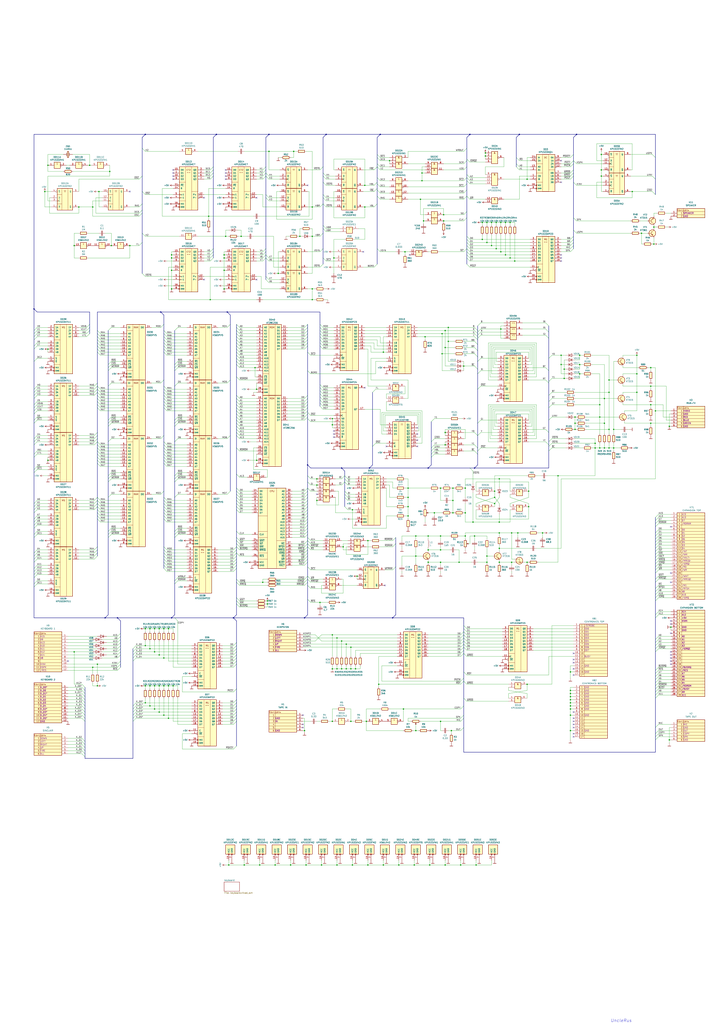
<source format=kicad_sch>
(kicad_sch (version 20230121) (generator eeschema)
  (paper "A1" portrait)
  (title_block (title "Magic 05") (company "НПО \"Интеграл\""))
  (junction (at 463.55 311.15))
  (junction (at 256.54 237.49))
  (junction (at 335.28 401.32))
  (junction (at 288.29 593.09))
  (junction (at 411.48 182.88))
  (junction (at 410.21 393.7))
  (junction (at 106.68 201.93))
  (junction (at 119.38 563.88))
  (junction (at 361.95 440.69))
  (junction (at 386.08 110.49))
  (junction (at 220.98 110.49))
  (junction (at 132.08 256.54))
  (junction (at 226.06 711.2))
  (junction (at 377.19 462.28))
  (junction (at 134.62 563.88))
  (junction (at 140.97 209.55))
  (junction (at 215.9 478.79))
  (junction (at 332.74 207.01))
  (junction (at 260.35 398.78))
  (junction (at 276.86 524.51))
  (junction (at 191.77 508))
  (junction (at 500.38 353.06))
  (junction (at 293.37 473.71))
  (junction (at 468.63 580.39))
  (junction (at 415.29 209.55))
  (junction (at 60.96 535.94))
  (junction (at 468.63 570.23))
  (junction (at 127 516.89))
  (junction (at 433.07 147.32))
  (junction (at 468.63 575.31))
  (junction (at 138.43 563.88))
  (junction (at 534.67 302.26))
  (junction (at 346.71 142.24))
  (junction (at 322.58 508))
  (junction (at 299.72 170.18))
  (junction (at 363.22 274.32))
  (junction (at 382.27 421.64))
  (junction (at 327.66 711.2))
  (junction (at 39.37 287.02))
  (junction (at 288.29 532.13))
  (junction (at 252.73 382.27))
  (junction (at 130.81 538.48))
  (junction (at 488.95 368.3))
  (junction (at 410.21 438.15))
  (junction (at 365.76 285.75))
  (junction (at 407.67 182.88))
  (junction (at 363.22 290.83))
  (junction (at 410.21 450.85))
  (junction (at 372.11 421.64))
  (junction (at 494.03 139.7))
  (junction (at 64.77 170.18))
  (junction (at 187.96 711.2))
  (junction (at 123.19 516.89))
  (junction (at 492.76 342.9))
  (junction (at 378.46 711.2))
  (junction (at 127 563.88))
  (junction (at 476.25 307.34))
  (junction (at 86.36 508))
  (junction (at 534.67 347.98))
  (junction (at 504.19 368.3))
  (junction (at 335.28 424.18))
  (junction (at 494.03 144.78))
  (junction (at 90.17 140.97))
  (junction (at 364.49 181.61))
  (junction (at 312.42 110.49))
  (junction (at 331.47 582.93))
  (junction (at 200.66 711.2))
  (junction (at 238.76 711.2))
  (junction (at 96.52 508))
  (junction (at 496.57 347.98))
  (junction (at 36.83 157.48))
  (junction (at 210.82 320.04))
  (junction (at 267.97 110.49))
  (junction (at 260.35 411.48))
  (junction (at 39.37 135.89))
  (junction (at 280.67 527.05))
  (junction (at 504.19 353.06))
  (junction (at 425.45 438.15))
  (junction (at 400.05 457.2))
  (junction (at 368.3 280.67))
  (junction (at 130.81 563.88))
  (junction (at 356.87 421.64))
  (junction (at 119.38 530.86))
  (junction (at 406.4 414.02))
  (junction (at 496.57 327.66))
  (junction (at 406.4 408.94))
  (junction (at 351.79 462.28))
  (junction (at 228.6 224.79))
  (junction (at 434.34 416.56))
  (junction (at 396.24 196.85))
  (junction (at 389.89 384.81))
  (junction (at 351.79 440.69))
  (junction (at 140.97 222.25))
  (junction (at 365.76 271.78))
  (junction (at 468.63 552.45))
  (junction (at 80.01 563.88))
  (junction (at 250.19 508))
  (junction (at 411.48 207.01))
  (junction (at 422.91 214.63))
  (junction (at 140.97 212.09))
  (junction (at 273.05 549.91))
  (junction (at 361.95 593.09))
  (junction (at 123.19 580.39))
  (junction (at 274.32 212.09))
  (junction (at 209.55 302.26))
  (junction (at 210.82 378.46))
  (junction (at 262.89 495.3))
  (junction (at 260.35 393.7))
  (junction (at 434.34 403.86))
  (junction (at 537.21 186.69))
  (junction (at 280.67 384.81))
  (junction (at 372.11 401.32))
  (junction (at 382.27 401.32))
  (junction (at 549.91 350.52))
  (junction (at 410.21 429.26))
  (junction (at 256.54 246.38))
  (junction (at 534.67 332.74))
  (junction (at 251.46 711.2))
  (junction (at 280.67 549.91))
  (junction (at 250.19 600.71))
  (junction (at 476.25 299.72))
  (junction (at 91.44 201.93))
  (junction (at 60.96 201.93))
  (junction (at 185.42 194.31))
  (junction (at 219.71 496.57))
  (junction (at 311.15 562.61))
  (junction (at 138.43 516.89))
  (junction (at 119.38 110.49))
  (junction (at 527.05 191.77))
  (junction (at 419.1 182.88))
  (junction (at 171.45 177.8))
  (junction (at 468.63 572.77))
  (junction (at 186.69 256.54))
  (junction (at 299.72 152.4))
  (junction (at 341.63 440.69))
  (junction (at 410.21 462.28))
  (junction (at 492.76 332.74))
  (junction (at 468.63 600.71))
  (junction (at 468.63 588.01))
  (junction (at 461.01 292.1))
  (junction (at 472.44 353.06))
  (junction (at 134.62 516.89))
  (junction (at 519.43 157.48))
  (junction (at 256.54 170.18))
  (junction (at 347.98 181.61))
  (junction (at 406.4 403.86))
  (junction (at 80.01 546.1))
  (junction (at 361.95 401.32))
  (junction (at 198.12 194.31))
  (junction (at 461.01 299.72))
  (junction (at 213.36 711.2))
  (junction (at 81.28 157.48))
  (junction (at 76.2 548.64))
  (junction (at 273.05 521.97))
  (junction (at 500.38 322.58))
  (junction (at 396.24 182.88))
  (junction (at 426.72 110.49))
  (junction (at 138.43 590.55))
  (junction (at 320.04 132.08))
  (junction (at 119.38 516.89))
  (junction (at 391.16 711.2))
  (junction (at 281.94 449.58))
  (junction (at 500.38 312.42))
  (junction (at 140.97 237.49))
  (junction (at 314.96 289.56))
  (junction (at 130.81 516.89))
  (junction (at 551.18 515.62))
  (junction (at 184.15 222.25))
  (junction (at 496.57 368.3))
  (junction (at 351.79 452.12))
  (junction (at 361.95 462.28))
  (junction (at 372.11 411.48))
  (junction (at 119.38 577.85))
  (junction (at 335.28 408.94))
  (junction (at 184.15 237.49))
  (junction (at 303.53 384.81))
  (junction (at 345.44 163.83))
  (junction (at 523.24 322.58))
  (junction (at 549.91 608.33))
  (junction (at 500.38 368.3))
  (junction (at 276.86 549.91))
  (junction (at 288.29 549.91))
  (junction (at 534.67 317.5))
  (junction (at 381 300.99))
  (junction (at 130.81 585.47))
  (junction (at 472.44 342.9))
  (junction (at 433.07 562.61))
  (junction (at 365.76 355.6))
  (junction (at 273.05 349.25))
  (junction (at 284.48 529.59))
  (junction (at 302.26 711.2))
  (junction (at 264.16 711.2))
  (junction (at 349.25 276.86))
  (junction (at 382.27 440.69))
  (junction (at 468.63 567.69))
  (junction (at 368.3 269.24))
  (junction (at 365.76 365.76))
  (junction (at 433.07 462.28))
  (junction (at 314.96 711.2))
  (junction (at 445.77 438.15))
  (junction (at 341.63 600.71))
  (junction (at 523.24 307.34))
  (junction (at 415.29 182.88))
  (junction (at 256.54 194.31))
  (junction (at 351.79 384.81))
  (junction (at 523.24 292.1))
  (junction (at 219.71 494.03))
  (junction (at 341.63 457.2))
  (junction (at 463.55 303.53))
  (junction (at 364.49 176.53))
  (junction (at 488.95 364.49))
  (junction (at 420.37 462.28))
  (junction (at 27.94 254))
  (junction (at 400.05 462.28))
  (junction (at 140.97 508))
  (junction (at 220.98 124.46))
  (junction (at 403.86 182.88))
  (junction (at 473.71 110.49))
  (junction (at 468.63 582.93))
  (junction (at 123.19 533.4))
  (junction (at 388.62 429.26))
  (junction (at 468.63 577.85))
  (junction (at 353.06 711.2))
  (junction (at 292.1 549.91))
  (junction (at 134.62 588.01))
  (junction (at 273.05 593.09))
  (junction (at 142.24 563.88))
  (junction (at 340.36 711.2))
  (junction (at 73.66 135.89))
  (junction (at 127 535.94))
  (junction (at 389.89 440.69))
  (junction (at 289.56 419.1))
  (junction (at 134.62 541.02))
  (junction (at 400.05 199.39))
  (junction (at 494.03 127))
  (junction (at 346.71 148.59))
  (junction (at 127 582.93))
  (junction (at 177.8 110.49))
  (junction (at 420.37 438.15))
  (junction (at 411.48 270.51))
  (junction (at 472.44 347.98))
  (junction (at 184.15 209.55))
  (junction (at 241.3 124.46))
  (junction (at 407.67 204.47))
  (junction (at 403.86 201.93))
  (junction (at 276.86 711.2))
  (junction (at 538.48 337.82))
  (junction (at 361.95 452.12))
  (junction (at 302.26 444.5))
  (junction (at 492.76 368.3))
  (junction (at 284.48 549.91))
  (junction (at 123.19 563.88))
  (junction (at 335.28 416.56))
  (junction (at 458.47 391.16))
  (junction (at 537.21 200.66))
  (junction (at 289.56 711.2))
  (junction (at 39.37 378.46))
  (junction (at 476.25 292.1))
  (junction (at 273.05 344.17))
  (junction (at 400.05 182.88))
  (junction (at 365.76 711.2))
  (junction (at 246.38 194.31))
  (junction (at 398.78 128.27))
  (junction (at 398.78 125.73))
  (junction (at 419.1 212.09))
  (junction (at 76.2 170.18))
  (junction (at 300.99 593.09))
  (junction (at 184.15 212.09))
  (junction (at 172.72 246.38))
  (junction (at 370.84 600.71))
  (no_connect (at 210.82 162.56))
  (no_connect (at 298.45 207.01))
  (no_connect (at 274.32 354.33))
  (no_connect (at 471.17 605.79))
  (no_connect (at 316.23 481.33))
  (no_connect (at 471.17 554.99))
  (no_connect (at 471.17 593.09))
  (no_connect (at 248.92 595.63))
  (no_connect (at 142.24 144.78))
  (no_connect (at 471.17 595.63))
  (no_connect (at 185.42 139.7))
  (no_connect (at 260.35 406.4))
  (no_connect (at 461.01 214.63))
  (no_connect (at 471.17 603.25))
  (no_connect (at 342.9 361.95))
  (no_connect (at 551.18 433.07))
  (no_connect (at 336.55 209.55))
  (no_connect (at 167.64 229.87))
  (no_connect (at 551.18 513.08))
  (no_connect (at 551.18 510.54))
  (no_connect (at 461.01 209.55))
  (no_connect (at 471.17 590.55))
  (no_connect (at 461.01 149.86))
  (no_connect (at 551.18 520.7))
  (no_connect (at 142.24 139.7))
  (no_connect (at 551.18 471.17))
  (no_connect (at 551.18 543.56))
  (no_connect (at 342.9 351.79))
  (no_connect (at 185.42 144.78))
  (no_connect (at 471.17 549.91))
  (no_connect (at 106.68 157.48))
  (no_connect (at 471.17 544.83))
  (no_connect (at 317.5 367.03))
  (no_connect (at 185.42 142.24))
  (no_connect (at 167.64 162.56))
  (no_connect (at 551.18 535.94))
  (no_connect (at 551.18 478.79))
  (no_connect (at 461.01 212.09))
  (no_connect (at 461.01 132.08))
  (no_connect (at 142.24 142.24))
  (no_connect (at 551.18 541.02))
  (no_connect (at 471.17 598.17))
  (no_connect (at 248.92 588.01))
  (no_connect (at 274.32 359.41))
  (no_connect (at 142.24 147.32))
  (no_connect (at 248.92 598.17))
  (no_connect (at 551.18 538.48))
  (no_connect (at 274.32 356.87))
  (no_connect (at 342.9 356.87))
  (no_connect (at 342.9 367.03))
  (no_connect (at 55.88 543.56))
  (no_connect (at 471.17 585.47))
  (no_connect (at 471.17 542.29))
  (no_connect (at 210.82 229.87))
  (no_connect (at 252.73 152.4))
  (no_connect (at 185.42 147.32))
  (no_connect (at 551.18 546.1))
  (no_connect (at 471.17 537.21))
  (no_connect (at 299.72 318.77))
  (bus_entry (at 27.94 327.66) (size 2.54 -2.54))
  (bus_entry (at 196.85 403.86) (size -2.54 -2.54))
  (bus_entry (at 191.77 615.95) (size 2.54 -2.54))
  (bus_entry (at 448.31 353.06) (size 2.54 2.54))
  (bus_entry (at 137.16 424.18) (size -2.54 -2.54))
  (bus_entry (at 137.16 365.76) (size -2.54 -2.54))
  (bus_entry (at 69.85 588.01) (size -2.54 -2.54))
  (bus_entry (at 191.77 582.93) (size 2.54 -2.54))
  (bus_entry (at 196.85 342.9) (size -2.54 -2.54))
  (bus_entry (at 538.48 440.69) (size 2.54 -2.54))
  (bus_entry (at 88.9 391.16) (size 2.54 -2.54))
  (bus_entry (at 453.39 327.66) (size -2.54 2.54))
  (bus_entry (at 356.87 373.38) (size -2.54 2.54))
  (bus_entry (at 82.55 320.04) (size -2.54 -2.54))
  (bus_entry (at 312.42 139.7) (size -2.54 -2.54))
  (bus_entry (at 196.85 287.02) (size -2.54 -2.54))
  (bus_entry (at 378.46 524.51) (size 2.54 -2.54))
  (bus_entry (at 191.77 535.94) (size 2.54 -2.54))
  (bus_entry (at 196.85 411.48) (size -2.54 -2.54))
  (bus_entry (at 538.48 608.33) (size 2.54 -2.54))
  (bus_entry (at 538.48 561.34) (size 2.54 -2.54))
  (bus_entry (at 262.89 170.18) (size 2.54 -2.54))
  (bus_entry (at 312.42 132.08) (size -2.54 -2.54))
  (bus_entry (at 538.48 558.8) (size 2.54 -2.54))
  (bus_entry (at 27.94 426.72) (size 2.54 -2.54))
  (bus_entry (at 71.12 274.32) (size 2.54 -2.54))
  (bus_entry (at 255.27 468.63) (size -2.54 -2.54))
  (bus_entry (at 69.85 617.22) (size -2.54 -2.54))
  (bus_entry (at 77.47 317.5) (size 2.54 -2.54))
  (bus_entry (at 27.94 332.74) (size 2.54 -2.54))
  (bus_entry (at 250.19 340.36) (size 2.54 -2.54))
  (bus_entry (at 312.42 137.16) (size -2.54 -2.54))
  (bus_entry (at 109.22 533.4) (size 2.54 -2.54))
  (bus_entry (at 196.85 449.58) (size -2.54 -2.54))
  (bus_entry (at 69.85 590.55) (size -2.54 -2.54))
  (bus_entry (at 250.19 332.74) (size 2.54 -2.54))
  (bus_entry (at 250.19 284.48) (size 2.54 -2.54))
  (bus_entry (at 77.47 360.68) (size 2.54 -2.54))
  (bus_entry (at 250.19 457.2) (size 2.54 -2.54))
  (bus_entry (at 27.94 386.08) (size 2.54 -2.54))
  (bus_entry (at 186.69 406.4) (size 2.54 -2.54))
  (bus_entry (at 356.87 365.76) (size -2.54 2.54))
  (bus_entry (at 27.94 429.26) (size 2.54 -2.54))
  (bus_entry (at 538.48 443.23) (size 2.54 -2.54))
  (bus_entry (at 82.55 365.76) (size -2.54 -2.54))
  (bus_entry (at 255.27 292.1) (size -2.54 -2.54))
  (bus_entry (at 186.69 360.68) (size 2.54 -2.54))
  (bus_entry (at 82.55 332.74) (size -2.54 -2.54))
  (bus_entry (at 250.19 411.48) (size 2.54 -2.54))
  (bus_entry (at 27.94 345.44) (size 2.54 -2.54))
  (bus_entry (at 137.16 457.2) (size -2.54 -2.54))
  (bus_entry (at 394.97 275.59) (size -2.54 2.54))
  (bus_entry (at 143.51 408.94) (size 2.54 -2.54))
  (bus_entry (at 88.9 436.88) (size 2.54 -2.54))
  (bus_entry (at 468.63 147.32) (size 2.54 -2.54))
  (bus_entry (at 255.27 478.79) (size -2.54 -2.54))
  (bus_entry (at 262.89 139.7) (size 2.54 -2.54))
  (bus_entry (at 381 139.7) (size 2.54 -2.54))
  (bus_entry (at 538.48 455.93) (size 2.54 -2.54))
  (bus_entry (at 468.63 196.85) (size 2.54 -2.54))
  (bus_entry (at 27.94 388.62) (size 2.54 -2.54))
  (bus_entry (at 88.9 350.52) (size 2.54 -2.54))
  (bus_entry (at 538.48 488.95) (size 2.54 -2.54))
  (bus_entry (at 280.67 398.78) (size 2.54 -2.54))
  (bus_entry (at 538.48 478.79) (size 2.54 -2.54))
  (bus_entry (at 82.55 381) (size -2.54 -2.54))
  (bus_entry (at 172.72 214.63) (size 2.54 -2.54))
  (bus_entry (at 99.06 525.78) (size -2.54 2.54))
  (bus_entry (at 389.89 365.76) (size 2.54 2.54))
  (bus_entry (at 538.48 556.26) (size 2.54 -2.54))
  (bus_entry (at 116.84 175.26) (size -2.54 2.54))
  (bus_entry (at 453.39 332.74) (size -2.54 2.54))
  (bus_entry (at 265.43 284.48) (size -2.54 -2.54))
  (bus_entry (at 88.9 302.26) (size 2.54 -2.54))
  (bus_entry (at 82.55 274.32) (size -2.54 -2.54))
  (bus_entry (at 116.84 191.77) (size 2.54 2.54))
  (bus_entry (at 27.94 474.98) (size 2.54 -2.54))
  (bus_entry (at 538.48 598.17) (size 2.54 -2.54))
  (bus_entry (at 143.51 304.8) (size 2.54 -2.54))
  (bus_entry (at 426.72 139.7) (size -2.54 -2.54))
  (bus_entry (at 191.77 595.63) (size 2.54 -2.54))
  (bus_entry (at 196.85 358.14) (size -2.54 -2.54))
  (bus_entry (at 250.19 449.58) (size 2.54 -2.54))
  (bus_entry (at 448.31 363.22) (size 2.54 2.54))
  (bus_entry (at 196.85 447.04) (size -2.54 -2.54))
  (bus_entry (at 196.85 274.32) (size -2.54 -2.54))
  (bus_entry (at 265.43 271.78) (size -2.54 -2.54))
  (bus_entry (at 383.54 527.05) (size -2.54 -2.54))
  (bus_entry (at 538.48 574.04) (size 2.54 -2.54))
  (bus_entry (at 137.16 378.46) (size -2.54 -2.54))
  (bus_entry (at 356.87 344.17) (size -2.54 2.54))
  (bus_entry (at 82.55 383.54) (size -2.54 -2.54))
  (bus_entry (at 27.94 373.38) (size 2.54 -2.54))
  (bus_entry (at 82.55 322.58) (size -2.54 -2.54))
  (bus_entry (at 538.48 528.32) (size 2.54 -2.54))
  (bus_entry (at 172.72 147.32) (size 2.54 -2.54))
  (bus_entry (at 27.94 459.74) (size 2.54 -2.54))
  (bus_entry (at 137.16 464.82) (size -2.54 -2.54))
  (bus_entry (at 356.87 360.68) (size -2.54 2.54))
  (bus_entry (at 99.06 530.86) (size -2.54 2.54))
  (bus_entry (at 99.06 528.32) (size -2.54 2.54))
  (bus_entry (at 172.72 142.24) (size 2.54 -2.54))
  (bus_entry (at 453.39 292.1) (size -2.54 2.54))
  (bus_entry (at 267.97 187.96) (size -2.54 -2.54))
  (bus_entry (at 255.27 346.71) (size -2.54 -2.54))
  (bus_entry (at 109.22 535.94) (size 2.54 -2.54))
  (bus_entry (at 265.43 331.47) (size -2.54 -2.54))
  (bus_entry (at 191.77 546.1) (size 2.54 -2.54))
  (bus_entry (at 27.94 457.2) (size 2.54 -2.54))
  (bus_entry (at 255.27 495.3) (size -2.54 -2.54))
  (bus_entry (at 132.08 406.4) (size 2.54 -2.54))
  (bus_entry (at 386.08 214.63) (size -2.54 -2.54))
  (bus_entry (at 265.43 321.31) (size -2.54 -2.54))
  (bus_entry (at 109.22 585.47) (size 2.54 -2.54))
  (bus_entry (at 255.27 307.34) (size -2.54 -2.54))
  (bus_entry (at 220.98 232.41) (size -2.54 -2.54))
  (bus_entry (at 196.85 355.6) (size -2.54 -2.54))
  (bus_entry (at 386.08 133.35) (size -2.54 -2.54))
  (bus_entry (at 137.16 292.1) (size -2.54 -2.54))
  (bus_entry (at 218.44 162.56) (size 2.54 2.54))
  (bus_entry (at 308.61 320.04) (size -2.54 2.54))
  (bus_entry (at 27.94 284.48) (size 2.54 -2.54))
  (bus_entry (at 215.9 212.09) (size 2.54 -2.54))
  (bus_entry (at 255.27 452.12) (size -2.54 -2.54))
  (bus_entry (at 27.94 416.56) (size 2.54 -2.54))
  (bus_entry (at 307.34 139.7) (size 2.54 -2.54))
  (bus_entry (at 71.12 271.78) (size 2.54 -2.54))
  (bus_entry (at 538.48 129.54) (size -2.54 -2.54))
  (bus_entry (at 27.94 279.4) (size 2.54 -2.54))
  (bus_entry (at 383.54 562.61) (size -2.54 -2.54))
  (bus_entry (at 109.22 580.39) (size 2.54 -2.54))
  (bus_entry (at 172.72 144.78) (size 2.54 -2.54))
  (bus_entry (at 378.46 529.59) (size 2.54 -2.54))
  (bus_entry (at 77.47 419.1) (size 2.54 -2.54))
  (bus_entry (at 99.06 535.94) (size -2.54 2.54))
  (bus_entry (at 191.77 530.86) (size 2.54 -2.54))
  (bus_entry (at 356.87 370.84) (size -2.54 2.54))
  (bus_entry (at 250.19 431.8) (size 2.54 -2.54))
  (bus_entry (at 82.55 281.94) (size -2.54 -2.54))
  (bus_entry (at 137.16 381) (size -2.54 -2.54))
  (bus_entry (at 27.94 375.92) (size 2.54 -2.54))
  (bus_entry (at 538.48 563.88) (size 2.54 -2.54))
  (bus_entry (at 137.16 467.36) (size -2.54 -2.54))
  (bus_entry (at 137.16 419.1) (size -2.54 -2.54))
  (bus_entry (at 285.75 398.78) (size -2.54 -2.54))
  (bus_entry (at 137.16 330.2) (size -2.54 -2.54))
  (bus_entry (at 538.48 553.72) (size 2.54 -2.54))
  (bus_entry (at 196.85 457.2) (size -2.54 -2.54))
  (bus_entry (at 196.85 444.5) (size -2.54 -2.54))
  (bus_entry (at 394.97 273.05) (size -2.54 2.54))
  (bus_entry (at 137.16 414.02) (size -2.54 -2.54))
  (bus_entry (at 196.85 276.86) (size -2.54 -2.54))
  (bus_entry (at 378.46 593.09) (size 2.54 -2.54))
  (bus_entry (at 386.08 204.47) (size -2.54 -2.54))
  (bus_entry (at 262.89 207.01) (size 2.54 -2.54))
  (bus_entry (at 285.75 406.4) (size -2.54 -2.54))
  (bus_entry (at 285.75 396.24) (size -2.54 -2.54))
  (bus_entry (at 394.97 304.8) (size -2.54 2.54))
  (bus_entry (at 143.51 436.88) (size 2.54 -2.54))
  (bus_entry (at 394.97 270.51) (size -2.54 2.54))
  (bus_entry (at 468.63 144.78) (size 2.54 -2.54))
  (bus_entry (at 378.46 562.61) (size 2.54 -2.54))
  (bus_entry (at 143.51 477.52) (size 2.54 -2.54))
  (bus_entry (at 250.19 276.86) (size 2.54 -2.54))
  (bus_entry (at 116.84 144.78) (size -2.54 2.54))
  (bus_entry (at 82.55 429.26) (size -2.54 -2.54))
  (bus_entry (at 82.55 424.18) (size -2.54 -2.54))
  (bus_entry (at 250.19 481.33) (size 2.54 -2.54))
  (bus_entry (at 82.55 279.4) (size -2.54 -2.54))
  (bus_entry (at 383.54 539.75) (size -2.54 -2.54))
  (bus_entry (at 137.16 373.38) (size -2.54 -2.54))
  (bus_entry (at 250.19 436.88) (size 2.54 -2.54))
  (bus_entry (at 322.58 444.5) (size 2.54 -2.54))
  (bus_entry (at 69.85 580.39) (size -2.54 -2.54))
  (bus_entry (at 82.55 335.28) (size -2.54 -2.54))
  (bus_entry (at 453.39 360.68) (size -2.54 2.54))
  (bus_entry (at 172.72 139.7) (size 2.54 -2.54))
  (bus_entry (at 137.16 452.12) (size -2.54 -2.54))
  (bus_entry (at 137.16 411.48) (size -2.54 -2.54))
  (bus_entry (at 267.97 152.4) (size -2.54 -2.54))
  (bus_entry (at 82.55 289.56) (size -2.54 -2.54))
  (bus_entry (at 312.42 153.67) (size -2.54 -2.54))
  (bus_entry (at 137.16 459.74) (size -2.54 -2.54))
  (bus_entry (at 250.19 447.04) (size 2.54 -2.54))
  (bus_entry (at 386.08 148.59) (size -2.54 -2.54))
  (bus_entry (at 137.16 274.32) (size -2.54 -2.54))
  (bus_entry (at 381 153.67) (size 2.54 -2.54))
  (bus_entry (at 383.54 521.97) (size -2.54 -2.54))
  (bus_entry (at 250.19 271.78) (size 2.54 -2.54))
  (bus_entry (at 394.97 368.3) (size -2.54 2.54))
  (bus_entry (at 220.98 229.87) (size -2.54 -2.54))
  (bus_entry (at 426.72 137.16) (size -2.54 -2.54))
  (bus_entry (at 255.27 444.5) (size -2.54 -2.54))
  (bus_entry (at 88.9 396.24) (size 2.54 -2.54))
  (bus_entry (at 137.16 462.28) (size -2.54 -2.54))
  (bus_entry (at 285.75 411.48) (size -2.54 -2.54))
  (bus_entry (at 27.94 274.32) (size 2.54 -2.54))
  (bus_entry (at 381 176.53) (size 2.54 -2.54))
  (bus_entry (at 468.63 207.01) (size 2.54 -2.54))
  (bus_entry (at 191.77 469.9) (size 2.54 -2.54))
  (bus_entry (at 191.77 467.36) (size 2.54 -2.54))
  (bus_entry (at 27.94 335.28) (size 2.54 -2.54))
  (bus_entry (at 453.39 342.9) (size -2.54 2.54))
  (bus_entry (at 215.9 144.78) (size 2.54 -2.54))
  (bus_entry (at 389.89 271.78) (size 2.54 2.54))
  (bus_entry (at 77.47 414.02) (size 2.54 -2.54))
  (bus_entry (at 137.16 454.66) (size -2.54 -2.54))
  (bus_entry (at 250.19 287.02) (size 2.54 -2.54))
  (bus_entry (at 27.94 462.28) (size 2.54 -2.54))
  (bus_entry (at 71.12 269.24) (size 2.54 -2.54))
  (bus_entry (at 255.27 398.78) (size -2.54 -2.54))
  (bus_entry (at 215.9 207.01) (size 2.54 -2.54))
  (bus_entry (at 468.63 201.93) (size 2.54 -2.54))
  (bus_entry (at 132.08 269.24) (size 2.54 -2.54))
  (bus_entry (at 109.22 593.09) (size 2.54 -2.54))
  (bus_entry (at 383.54 576.58) (size -2.54 -2.54))
  (bus_entry (at 114.3 201.93) (size 2.54 -2.54))
  (bus_entry (at 88.9 347.98) (size 2.54 -2.54))
  (bus_entry (at 218.44 160.02) (size 2.54 2.54))
  (bus_entry (at 143.51 363.22) (size 2.54 -2.54))
  (bus_entry (at 143.51 391.16) (size 2.54 -2.54))
  (bus_entry (at 386.08 199.39) (size -2.54 -2.54))
  (bus_entry (at 77.47 459.74) (size 2.54 -2.54))
  (bus_entry (at 191.77 593.09) (size 2.54 -2.54))
  (bus_entry (at 137.16 368.3) (size -2.54 -2.54))
  (bus_entry (at 109.22 541.02) (size 2.54 -2.54))
  (bus_entry (at 82.55 421.64) (size -2.54 -2.54))
  (bus_entry (at 383.54 534.67) (size -2.54 -2.54))
  (bus_entry (at 143.51 439.42) (size 2.54 -2.54))
  (bus_entry (at 267.97 147.32) (size -2.54 -2.54))
  (bus_entry (at 196.85 478.79) (size -2.54 -2.54))
  (bus_entry (at 250.19 281.94) (size 2.54 -2.54))
  (bus_entry (at 538.48 450.85) (size 2.54 -2.54))
  (bus_entry (at 196.85 337.82) (size -2.54 -2.54))
  (bus_entry (at 109.22 538.48) (size 2.54 -2.54))
  (bus_entry (at 82.55 370.84) (size -2.54 -2.54))
  (bus_entry (at 473.71 181.61) (size -2.54 -2.54))
  (bus_entry (at 538.48 566.42) (size 2.54 -2.54))
  (bus_entry (at 69.85 570.23) (size -2.54 -2.54))
  (bus_entry (at 538.48 508) (size 2.54 -2.54))
  (bus_entry (at 389.89 300.99) (size 2.54 2.54))
  (bus_entry (at 383.54 516.89) (size -2.54 -2.54))
  (bus_entry (at 255.27 403.86) (size -2.54 -2.54))
  (bus_entry (at 285.75 419.1) (size -2.54 -2.54))
  (bus_entry (at 27.94 276.86) (size 2.54 -2.54))
  (bus_entry (at 196.85 297.18) (size -2.54 -2.54))
  (bus_entry (at 255.27 341.63) (size -2.54 -2.54))
  (bus_entry (at 250.19 426.72) (size 2.54 -2.54))
  (bus_entry (at 27.94 337.82) (size 2.54 -2.54))
  (bus_entry (at 27.94 441.96) (size 2.54 -2.54))
  (bus_entry (at 255.27 447.04) (size -2.54 -2.54))
  (bus_entry (at 538.48 491.49) (size 2.54 -2.54))
  (bus_entry (at 250.19 419.1) (size 2.54 -2.54))
  (bus_entry (at 250.19 454.66) (size 2.54 -2.54))
  (bus_entry (at 255.27 483.87) (size -2.54 -2.54))
  (bus_entry (at 215.9 142.24) (size 2.54 -2.54))
  (bus_entry (at 386.08 212.09) (size -2.54 -2.54))
  (bus_entry (at 312.42 129.54) (size -2.54 -2.54))
  (bus_entry (at 77.47 358.14) (size 2.54 -2.54))
  (bus_entry (at 88.9 345.44) (size 2.54 -2.54))
  (bus_entry (at 69.85 585.47) (size -2.54 -2.54))
  (bus_entry (at 389.89 355.6) (size 2.54 2.54))
  (bus_entry (at 77.47 411.48) (size 2.54 -2.54))
  (bus_entry (at 109.22 590.55) (size 2.54 -2.54))
  (bus_entry (at 215.9 139.7) (size 2.54 -2.54))
  (bus_entry (at 172.72 207.01) (size 2.54 -2.54))
  (bus_entry (at 250.19 414.02) (size 2.54 -2.54))
  (bus_entry (at 538.48 430.53) (size 2.54 -2.54))
  (bus_entry (at 386.08 219.71) (size -2.54 -2.54))
  (bus_entry (at 191.77 588.01) (size 2.54 -2.54))
  (bus_entry (at 448.31 275.59) (size 2.54 2.54))
  (bus_entry (at 538.48 463.55) (size 2.54 -2.54))
  (bus_entry (at 27.94 480.06) (size 2.54 -2.54))
  (bus_entry (at 389.89 274.32) (size 2.54 2.54))
  (bus_entry (at 250.19 327.66) (size 2.54 -2.54))
  (bus_entry (at 538.48 427.99) (size 2.54 -2.54))
  (bus_entry (at 137.16 332.74) (size -2.54 -2.54))
  (bus_entry (at 538.48 425.45) (size 2.54 -2.54))
  (bus_entry (at 389.89 290.83) (size 2.54 2.54))
  (bus_entry (at 538.48 530.86) (size 2.54 -2.54))
  (bus_entry (at 88.9 271.78) (size 2.54 -2.54))
  (bus_entry (at 27.94 414.02) (size 2.54 -2.54))
  (bus_entry (at 381 207.01) (size 2.54 -2.54))
  (bus_entry (at 137.16 416.56) (size -2.54 -2.54))
  (bus_entry (at 386.08 201.93) (size -2.54 -2.54))
  (bus_entry (at 538.48 438.15) (size 2.54 -2.54))
  (bus_entry (at 109.22 582.93) (size 2.54 -2.54))
  (bus_entry (at 143.51 441.96) (size 2.54 -2.54))
  (bus_entry (at 99.06 543.56) (size -2.54 2.54))
  (bus_entry (at 448.31 312.42) (size 2.54 2.54))
  (bus_entry (at 82.55 378.46) (size -2.54 -2.54))
  (bus_entry (at 250.19 416.56) (size 2.54 -2.54))
  (bus_entry (at 191.77 462.28) (size 2.54 -2.54))
  (bus_entry (at 196.85 370.84) (size -2.54 -2.54))
  (bus_entry (at 196.85 452.12) (size -2.54 -2.54))
  (bus_entry (at 137.16 279.4) (size -2.54 -2.54))
  (bus_entry (at 196.85 419.1) (size -2.54 -2.54))
  (bus_entry (at 356.87 368.3) (size -2.54 2.54))
  (bus_entry (at 267.97 162.56) (size -2.54 -2.54))
  (bus_entry (at 453.39 368.3) (size -2.54 2.54))
  (bus_entry (at 27.94 439.42) (size 2.54 -2.54))
  (bus_entry (at 250.19 279.4) (size 2.54 -2.54))
  (bus_entry (at 82.55 426.72) (size -2.54 -2.54))
  (bus_entry (at 27.94 297.18) (size 2.54 -2.54))
  (bus_entry (at 196.85 360.68) (size -2.54 -2.54))
  (bus_entry (at 250.19 478.79) (size 2.54 -2.54))
  (bus_entry (at 137.16 287.02) (size -2.54 -2.54))
  (bus_entry (at 267.97 144.78) (size -2.54 -2.54))
  (bus_entry (at 27.94 322.58) (size 2.54 -2.54))
  (bus_entry (at 468.63 129.54) (size 2.54 -2.54))
  (bus_entry (at 191.77 585.47) (size 2.54 -2.54))
  (bus_entry (at 137.16 284.48) (size -2.54 -2.54))
  (bus_entry (at 191.77 457.2) (size 2.54 -2.54))
  (bus_entry (at 77.47 325.12) (size 2.54 -2.54))
  (bus_entry (at 27.94 287.02) (size 2.54 -2.54))
  (bus_entry (at 312.42 158.75) (size -2.54 -2.54))
  (bus_entry (at 250.19 274.32) (size 2.54 -2.54))
  (bus_entry (at 394.97 317.5) (size -2.54 2.54))
  (bus_entry (at 116.84 172.72) (size -2.54 2.54))
  (bus_entry (at 538.48 458.47) (size 2.54 -2.54))
  (bus_entry (at 538.48 445.77) (size 2.54 -2.54))
  (bus_entry (at 196.85 345.44) (size -2.54 -2.54))
  (bus_entry (at 250.19 462.28) (size 2.54 -2.54))
  (bus_entry (at 143.51 299.72) (size 2.54 -2.54))
  (bus_entry (at 77.47 452.12) (size 2.54 -2.54))
  (bus_entry (at 386.08 163.83) (size -2.54 -2.54))
  (bus_entry (at 196.85 327.66) (size -2.54 -2.54))
  (bus_entry (at 137.16 375.92) (size -2.54 -2.54))
  (bus_entry (at 312.42 207.01) (size -2.54 -2.54))
  (bus_entry (at 262.89 219.71) (size 2.54 -2.54))
  (bus_entry (at 137.16 337.82) (size -2.54 -2.54))
  (bus_entry (at 250.19 335.28) (size 2.54 -2.54))
  (bus_entry (at 137.16 383.54) (size -2.54 -2.54))
  (bus_entry (at 191.77 548.64) (size 2.54 -2.54))
  (bus_entry (at 77.47 363.22) (size 2.54 -2.54))
  (bus_entry (at 82.55 284.48) (size -2.54 -2.54))
  (bus_entry (at 262.89 194.31) (size 2.54 -2.54))
  (bus_entry (at 196.85 279.4) (size -2.54 -2.54))
  (bus_entry (at 27.94 469.9) (size 2.54 -2.54))
  (bus_entry (at 250.19 269.24) (size 2.54 -2.54))
  (bus_entry (at 378.46 534.67) (size 2.54 -2.54))
  (bus_entry (at 77.47 365.76) (size 2.54 -2.54))
  (bus_entry (at 82.55 416.56) (size -2.54 -2.54))
  (bus_entry (at 143.51 271.78) (size 2.54 -2.54))
  (bus_entry (at 137.16 281.94) (size -2.54 -2.54))
  (bus_entry (at 99.06 548.64) (size -2.54 2.54))
  (bus_entry (at 196.85 281.94) (size -2.54 -2.54))
  (bus_entry (at 88.9 441.96) (size 2.54 -2.54))
  (bus_entry (at 468.63 142.24) (size 2.54 -2.54))
  (bus_entry (at 196.85 353.06) (size -2.54 -2.54))
  (bus_entry (at 218.44 142.24) (size 2.54 2.54))
  (bus_entry (at 69.85 622.3) (size -2.54 -2.54))
  (bus_entry (at 196.85 496.57) (size -2.54 -2.54))
  (bus_entry (at 538.48 568.96) (size 2.54 -2.54))
  (bus_entry (at 191.77 580.39) (size 2.54 -2.54))
  (bus_entry (at 137.16 289.56) (size -2.54 -2.54))
  (bus_entry (at 312.42 148.59) (size -2.54 -2.54))
  (bus_entry (at 312.42 163.83) (size -2.54 -2.54))
  (bus_entry (at 468.63 137.16) (size 2.54 -2.54))
  (bus_entry (at 196.85 302.26) (size -2.54 -2.54))
  (bus_entry (at 215.9 214.63) (size 2.54 -2.54))
  (bus_entry (at 137.16 276.86) (size -2.54 -2.54))
  (bus_entry (at 265.43 328.93) (size -2.54 -2.54))
  (bus_entry (at 191.77 538.48) (size 2.54 -2.54))
  (bus_entry (at 137.16 370.84) (size -2.54 -2.54))
  (bus_entry (at 196.85 284.48) (size -2.54 -2.54))
  (bus_entry (at 468.63 199.39) (size 2.54 -2.54))
  (bus_entry (at 389.89 370.84) (size 2.54 2.54))
  (bus_entry (at 88.9 304.8) (size 2.54 -2.54))
  (bus_entry (at 383.54 532.13) (size -2.54 -2.54))
  (bus_entry (at 448.31 265.43) (size 2.54 2.54))
  (bus_entry (at 250.19 434.34) (size 2.54 -2.54))
  (bus_entry (at 27.94 431.8) (size 2.54 -2.54))
  (bus_entry (at 137.16 322.58) (size -2.54 -2.54))
  (bus_entry (at 82.55 292.1) (size -2.54 -2.54))
  (bus_entry (at 143.51 345.44) (size 2.54 -2.54))
  (bus_entry (at 426.72 132.08) (size -2.54 -2.54))
  (bus_entry (at 285.75 408.94) (size -2.54 -2.54))
  (bus_entry (at 77.47 457.2) (size 2.54 -2.54))
  (bus_entry (at 27.94 365.76) (size 2.54 -2.54))
  (bus_entry (at 196.85 481.33) (size -2.54 -2.54))
  (bus_entry (at 82.55 337.82) (size -2.54 -2.54))
  (bus_entry (at 77.47 320.04) (size 2.54 -2.54))
  (bus_entry (at 538.48 471.17) (size 2.54 -2.54))
  (bus_entry (at 265.43 276.86) (size -2.54 -2.54))
  (bus_entry (at 186.69 269.24) (size 2.54 -2.54))
  (bus_entry (at 69.85 614.68) (size -2.54 -2.54))
  (bus_entry (at 265.43 287.02) (size -2.54 -2.54))
  (bus_entry (at 250.19 464.82) (size 2.54 -2.54))
  (bus_entry (at 265.43 279.4) (size -2.54 -2.54))
  (bus_entry (at 116.84 157.48) (size 2.54 2.54))
  (bus_entry (at 322.58 468.63) (size 2.54 -2.54))
  (bus_entry (at 27.94 467.36) (size 2.54 -2.54))
  (bus_entry (at 265.43 336.55) (size -2.54 -2.54))
  (bus_entry (at 322.58 449.58) (size 2.54 -2.54))
  (bus_entry (at 82.55 368.3) (size -2.54 -2.54))
  (bus_entry (at 196.85 289.56) (size -2.54 -2.54))
  (bus_entry (at 116.84 121.92) (size 2.54 2.54))
  (bus_entry (at 307.34 152.4) (size 2.54 -2.54))
  (bus_entry (at 99.06 538.48) (size -2.54 2.54))
  (bus_entry (at 27.94 454.66) (size 2.54 -2.54))
  (bus_entry (at 250.19 439.42) (size 2.54 -2.54))
  (bus_entry (at 538.48 494.03) (size 2.54 -2.54))
  (bus_entry (at 473.71 152.4) (size -2.54 -2.54))
  (bus_entry (at 538.48 533.4) (size 2.54 -2.54))
  (bus_entry (at 69.85 565.15) (size -2.54 -2.54))
  (bus_entry (at 394.97 265.43) (size -2.54 2.54))
  (bus_entry (at 250.19 403.86) (size 2.54 -2.54))
  (bus_entry (at 381 124.46) (size 2.54 -2.54))
  (bus_entry (at 69.85 609.6) (size -2.54 -2.54))
  (bus_entry (at 218.44 144.78) (size 2.54 2.54))
  (bus_entry (at 71.12 276.86) (size 2.54 -2.54))
  (bus_entry (at 383.54 529.59) (size -2.54 -2.54))
  (bus_entry (at 99.06 520.7) (size -2.54 2.54))
  (bus_entry (at 468.63 134.62) (size 2.54 -2.54))
  (bus_entry (at 394.97 294.64) (size -2.54 2.54))
  (bus_entry (at 386.08 384.81) (size 2.54 2.54))
  (bus_entry (at 250.19 345.44) (size 2.54 -2.54))
  (bus_entry (at 250.19 408.94) (size 2.54 -2.54))
  (bus_entry (at 250.19 337.82) (size 2.54 -2.54))
  (bus_entry (at 99.06 546.1) (size -2.54 2.54))
  (bus_entry (at 453.39 364.49) (size -2.54 2.54))
  (bus_entry (at 196.85 350.52) (size -2.54 -2.54))
  (bus_entry (at 250.19 421.64) (size 2.54 -2.54))
  (bus_entry (at 116.84 224.79) (size 2.54 2.54))
  (bus_entry (at 69.85 582.93) (size -2.54 -2.54))
  (bus_entry (at 27.94 347.98) (size 2.54 -2.54))
  (bus_entry (at 448.31 270.51) (size 2.54 2.54))
  (bus_entry (at 82.55 373.38) (size -2.54 -2.54))
  (bus_entry (at 453.39 311.15) (size -2.54 2.54))
  (bus_entry (at 196.85 499.11) (size -2.54 -2.54))
  (bus_entry (at 386.08 146.05) (size -2.54 -2.54))
  (bus_entry (at 265.43 274.32) (size -2.54 -2.54))
  (bus_entry (at 378.46 527.05) (size 2.54 -2.54))
  (bus_entry (at 82.55 375.92) (size -2.54 -2.54))
  (bus_entry (at 88.9 439.42) (size 2.54 -2.54))
  (bus_entry (at 448.31 302.26) (size 2.54 2.54))
  (bus_entry (at 538.48 605.79) (size 2.54 -2.54))
  (bus_entry (at 386.08 151.13) (size -2.54 -2.54))
  (bus_entry (at 196.85 340.36) (size -2.54 -2.54))
  (bus_entry (at 389.89 285.75) (size 2.54 2.54))
  (bus_entry (at 255.27 393.7) (size -2.54 -2.54))
  (bus_entry (at 191.77 577.85) (size 2.54 -2.54))
  (bus_entry (at 99.06 533.4) (size -2.54 2.54))
  (bus_entry (at 27.94 434.34) (size 2.54 -2.54))
  (bus_entry (at 196.85 299.72) (size -2.54 -2.54))
  (bus_entry (at 196.85 269.24) (size -2.54 -2.54))
  (bus_entry (at 468.63 204.47) (size 2.54 -2.54))
  (bus_entry (at 132.08 360.68) (size 2.54 -2.54))
  (bus_entry (at 250.19 452.12) (size 2.54 -2.54))
  (bus_entry (at 538.48 571.5) (size 2.54 -2.54))
  (bus_entry (at 196.85 408.94) (size -2.54 -2.54))
  (bus_entry (at 109.22 588.01) (size 2.54 -2.54))
  (bus_entry (at 250.19 342.9) (size 2.54 -2.54))
  (bus_entry (at 215.9 209.55) (size 2.54 -2.54))
  (bus_entry (at 378.46 521.97) (size 2.54 -2.54))
  (bus_entry (at 381 181.61) (size 2.54 -2.54))
  (bus_entry (at 191.77 568.96) (size 2.54 -2.54))
  (bus_entry (at 255.27 449.58) (size -2.54 -2.54))
  (bus_entry (at 255.27 476.25) (size -2.54 -2.54))
  (bus_entry (at 538.48 448.31) (size 2.54 -2.54))
  (bus_entry (at 538.48 466.09) (size 2.54 -2.54))
  (bus_entry (at 250.19 429.26) (size 2.54 -2.54))
  (bus_entry (at 88.9 317.5) (size 2.54 -2.54))
  (bus_entry (at 191.77 590.55) (size 2.54 -2.54))
  (bus_entry (at 378.46 582.93) (size 2.54 -2.54))
  (bus_entry (at 196.85 392.43) (size -2.54 -2.54))
  (bus_entry (at 196.85 406.4) (size -2.54 -2.54))
  (bus_entry (at 191.77 533.4) (size 2.54 -2.54))
  (bus_entry (at 307.34 170.18) (size 2.54 -2.54))
  (bus_entry (at 280.67 393.7) (size 2.54 -2.54))
  (bus_entry (at 538.48 461.01) (size 2.54 -2.54))
  (bus_entry (at 378.46 539.75) (size 2.54 -2.54))
  (bus_entry (at 250.19 330.2) (size 2.54 -2.54))
  (bus_entry (at 27.94 325.12) (size 2.54 -2.54))
  (bus_entry (at 265.43 269.24) (size -2.54 -2.54))
  (bus_entry (at 267.97 190.5) (size -2.54 -2.54))
  (bus_entry (at 27.94 271.78) (size 2.54 -2.54))
  (bus_entry (at 88.9 408.94) (size 2.54 -2.54))
  (bus_entry (at 82.55 419.1) (size -2.54 -2.54))
  (bus_entry (at 82.55 276.86) (size -2.54 -2.54))
  (bus_entry (at 99.06 523.24) (size -2.54 2.54))
  (bus_entry (at 538.48 160.02) (size -2.54 -2.54))
  (bus_entry (at 383.54 554.99) (size -2.54 -2.54))
  (bus_entry (at 191.77 541.02) (size 2.54 -2.54))
  (bus_entry (at 82.55 327.66) (size -2.54 -2.54))
  (bus_entry (at 220.98 214.63) (size -2.54 -2.54))
  (bus_entry (at 191.77 459.74) (size 2.54 -2.54))
  (bus_entry (at 250.19 406.4) (size 2.54 -2.54))
  (bus_entry (at 27.94 340.36) (size 2.54 -2.54))
  (bus_entry (at 191.77 454.66) (size 2.54 -2.54))
  (bus_entry (at 137.16 325.12) (size -2.54 -2.54))
  (bus_entry (at 538.48 476.25) (size 2.54 -2.54))
  (bus_entry (at 27.94 320.04) (size 2.54 -2.54))
  (bus_entry (at 69.85 612.14) (size -2.54 -2.54))
  (bus_entry (at 137.16 426.72) (size -2.54 -2.54))
  (bus_entry (at 381 158.75) (size 2.54 -2.54))
  (bus_entry (at 69.85 567.69) (size -2.54 -2.54))
  (bus_entry (at 389.89 269.24) (size 2.54 2.54))
  (bus_entry (at 137.16 320.04) (size -2.54 -2.54))
  (bus_entry (at 143.51 396.24) (size 2.54 -2.54))
  (bus_entry (at 69.85 577.85) (size -2.54 -2.54))
  (bus_entry (at 383.54 519.43) (size -2.54 -2.54))
  (bus_entry (at 77.47 322.58) (size 2.54 -2.54))
  (bus_entry (at 285.75 393.7) (size -2.54 -2.54))
  (bus_entry (at 389.89 276.86) (size 2.54 2.54))
  (bus_entry (at 77.47 416.56) (size 2.54 -2.54))
  (bus_entry (at 538.48 486.41) (size 2.54 -2.54))
  (bus_entry (at 307.34 219.71) (size 2.54 -2.54))
  (bus_entry (at 27.94 472.44) (size 2.54 -2.54))
  (bus_entry (at 538.48 483.87) (size 2.54 -2.54))
  (bus_entry (at 143.51 317.5) (size 2.54 -2.54))
  (bus_entry (at 267.97 214.63) (size -2.54 -2.54))
  (bus_entry (at 265.43 281.94) (size -2.54 -2.54))
  (bus_entry (at 146.05 510.54) (size -2.54 -2.54))
  (bus_entry (at 386.08 196.85) (size -2.54 -2.54))
  (bus_entry (at 137.16 327.66) (size -2.54 -2.54))
  (bus_entry (at 191.77 452.12) (size 2.54 -2.54))
  (bus_entry (at 473.71 191.77) (size -2.54 -2.54))
  (bus_entry (at 196.85 271.78) (size -2.54 -2.54))
  (bus_entry (at 265.43 323.85) (size -2.54 -2.54))
  (bus_entry (at 77.47 454.66) (size 2.54 -2.54))
  (bus_entry (at 381 134.62) (size 2.54 -2.54))
  (bus_entry (at 196.85 292.1) (size -2.54 -2.54))
  (bus_entry (at 27.94 360.68) (size 2.54 -2.54))
  (bus_entry (at 88.9 393.7) (size 2.54 -2.54))
  (bus_entry (at 143.51 480.06) (size 2.54 -2.54))
  (bus_entry (at 196.85 439.42) (size -2.54 -2.54))
  (bus_entry (at 137.16 335.28) (size -2.54 -2.54))
  (bus_entry (at 378.46 600.71) (size 2.54 -2.54))
  (bus_entry (at 267.97 165.1) (size -2.54 -2.54))
  (bus_entry (at 191.77 464.82) (size 2.54 -2.54))
  (bus_entry (at 137.16 421.64) (size -2.54 -2.54))
  (bus_entry (at 196.85 421.64) (size -2.54 -2.54))
  (bus_entry (at 116.84 167.64) (size -2.54 2.54))
  (bus_entry (at 132.08 314.96) (size 2.54 -2.54))
  (bus_entry (at 88.9 299.72) (size 2.54 -2.54))
  (bus_entry (at 27.94 482.6) (size 2.54 -2.54))
  (bus_entry (at 82.55 414.02) (size -2.54 -2.54))
  (bus_entry (at 250.19 441.96) (size 2.54 -2.54))
  (bus_entry (at 186.69 314.96) (size 2.54 -2.54))
  (bus_entry (at 265.43 334.01) (size -2.54 -2.54))
  (bus_entry (at 538.48 535.94) (size 2.54 -2.54))
  (bus_entry (at 196.85 414.02) (size -2.54 -2.54))
  (bus_entry (at 82.55 411.48) (size -2.54 -2.54))
  (bus_entry (at 196.85 335.28) (size -2.54 -2.54))
  (bus_entry (at 386.08 207.01) (size -2.54 -2.54))
  (bus_entry (at 378.46 532.13) (size 2.54 -2.54))
  (bus_entry (at 172.72 212.09) (size 2.54 -2.54))
  (bus_entry (at 381 148.59) (size 2.54 -2.54))
  (bus_entry (at 265.43 318.77) (size -2.54 -2.54))
  (bus_entry (at 27.94 363.22) (size 2.54 -2.54))
  (bus_entry (at 143.51 347.98) (size 2.54 -2.54))
  (bus_entry (at 386.08 209.55) (size -2.54 -2.54))
  (bus_entry (at 538.48 453.39) (size 2.54 -2.54))
  (bus_entry (at 69.85 575.31) (size -2.54 -2.54))
  (bus_entry (at 196.85 312.42) (size -2.54 -2.54))
  (bus_entry (at 196.85 330.2) (size -2.54 -2.54))
  (bus_entry (at 250.19 476.25) (size 2.54 -2.54))
  (bus_entry (at 538.48 603.25) (size 2.54 -2.54))
  (bus_entry (at 473.71 134.62) (size -2.54 -2.54))
  (bus_entry (at 196.85 347.98) (size -2.54 -2.54))
  (bus_entry (at 215.9 147.32) (size 2.54 -2.54))
  (bus_entry (at 82.55 325.12) (size -2.54 -2.54))
  (bus_entry (at 383.54 524.51) (size -2.54 -2.54))
  (bus_entry (at 538.48 433.07) (size 2.54 -2.54))
  (bus_entry (at 250.19 424.18) (size 2.54 -2.54))
  (bus_entry (at 196.85 416.56) (size -2.54 -2.54))
  (bus_entry (at 196.85 494.03) (size -2.54 -2.54))
  (bus_entry (at 308.61 364.49) (size -2.54 2.54))
  (bus_entry (at 378.46 560.07) (size 2.54 -2.54))
  (bus_entry (at 88.9 363.22) (size 2.54 -2.54))
  (bus_entry (at 191.77 543.56) (size 2.54 -2.54))
  (bus_entry (at 394.97 345.44) (size -2.54 2.54))
  (bus_entry (at 143.51 393.7) (size 2.54 -2.54))
  (bus_entry (at 381 163.83) (size 2.54 -2.54))
  (bus_entry (at 538.48 505.46) (size 2.54 -2.54))
  (bus_entry (at 82.55 287.02) (size -2.54 -2.54))
  (bus_entry (at 250.19 459.74) (size 2.54 -2.54))
  (bus_entry (at 196.85 294.64) (size -2.54 -2.54))
  (bus_entry (at 137.16 469.9) (size -2.54 -2.54))
  (bus_entry (at 27.94 421.64) (size 2.54 -2.54))
  (bus_entry (at 389.89 280.67) (size 2.54 2.54))
  (bus_entry (at 538.48 147.32) (size -2.54 -2.54))
  (bus_entry (at 196.85 332.74) (size -2.54 -2.54))
  (bus_entry (at 69.85 593.09) (size -2.54 -2.54))
  (bus_entry (at 378.46 537.21) (size 2.54 -2.54))
  (bus_entry (at 307.34 157.48) (size 2.54 -2.54))
  (bus_entry (at 82.55 330.2) (size -2.54 -2.54))
  (bus_entry (at 267.97 170.18) (size -2.54 -2.54))
  (bus_entry (at 137.16 429.26) (size -2.54 -2.54))
  (bus_entry (at 453.39 322.58) (size -2.54 2.54))
  (bus_entry (at 143.51 302.26) (size 2.54 -2.54))
  (bus_entry (at 220.98 212.09) (size -2.54 -2.54))
  (bus_entry (at 378.46 590.55) (size 2.54 -2.54))
  (bus_entry (at 27.94 419.1) (size 2.54 -2.54))
  (bus_entry (at 109.22 543.56) (size 2.54 -2.54))
  (bus_entry (at 69.85 572.77) (size -2.54 -2.54))
  (bus_entry (at 69.85 619.76) (size -2.54 -2.54))
  (bus_entry (at 394.97 355.6) (size -2.54 2.54))
  (bus_entry (at 538.48 468.63) (size 2.54 -2.54))
  (bus_entry (at 265.43 326.39) (size -2.54 -2.54))
  (bus_entry (at 538.48 551.18) (size 2.54 -2.54))
  (bus_entry (at 172.72 209.55) (size 2.54 -2.54))
  (bus_entry (at 143.51 350.52) (size 2.54 -2.54))
  (bus_entry (at 538.48 525.78) (size 2.54 -2.54))
  (bus (pts (xy 80.01 289.56) (xy 80.01 314.96)))
  (bus (pts (xy 392.43 275.59) (xy 392.43 276.86)))
  (wire (pts (xy 391.16 414.02) (xy 391.16 416.56)))
  (wire (pts (xy 308.61 307.34) (xy 255.27 307.34)))
  (bus (pts (xy 424.18 113.03) (xy 424.18 129.54)))
  (bus (pts (xy 69.85 567.69) (xy 69.85 570.23)))
  (bus (pts (xy 134.62 373.38) (xy 134.62 375.92)))
  (wire (pts (xy 243.84 124.46) (xy 241.3 124.46)))
  (bus (pts (xy 69.85 612.14) (xy 69.85 614.68)))
  (bus (pts (xy 538.48 427.99) (xy 538.48 430.53)))
  (wire (pts (xy 39.37 294.64) (xy 30.48 294.64)))
  (wire (pts (xy 320.04 137.16) (xy 312.42 137.16)))
  (wire (pts (xy 90.17 140.97) (xy 59.69 140.97)))
  (bus (pts (xy 262.89 281.94) (xy 262.89 284.48)))
  (wire (pts (xy 39.37 342.9) (xy 30.48 342.9)))
  (wire (pts (xy 538.48 393.7) (xy 538.48 337.82)))
  (wire (pts (xy 220.98 232.41) (xy 229.87 232.41)))
  (wire (pts (xy 396.24 193.04) (xy 396.24 196.85)))
  (wire (pts (xy 91.44 269.24) (xy 99.06 269.24)))
  (wire (pts (xy 414.02 278.13) (xy 411.48 278.13)))
  (wire (pts (xy 473.71 342.9) (xy 472.44 342.9)))
  (wire (pts (xy 394.97 317.5) (xy 408.94 317.5)))
  (wire (pts (xy 153.67 416.56) (xy 137.16 416.56)))
  (bus (pts (xy 80.01 327.66) (xy 80.01 330.2)))
  (wire (pts (xy 476.25 311.15) (xy 476.25 307.34)))
  (wire (pts (xy 256.54 124.46) (xy 256.54 170.18)))
  (wire (pts (xy 373.38 285.75) (xy 365.76 285.75)))
  (wire (pts (xy 260.35 408.94) (xy 260.35 411.48)))
  (wire (pts (xy 363.22 290.83) (xy 363.22 274.32)))
  (bus (pts (xy 303.53 384.81) (xy 351.79 384.81)))
  (bus (pts (xy 194.31 546.1) (xy 194.31 566.42)))
  (wire (pts (xy 302.26 455.93) (xy 302.26 444.5)))
  (wire (pts (xy 275.59 144.78) (xy 267.97 144.78)))
  (wire (pts (xy 39.37 477.52) (xy 30.48 477.52)))
  (wire (pts (xy 172.72 246.38) (xy 210.82 246.38)))
  (wire (pts (xy 210.82 347.98) (xy 196.85 347.98)))
  (bus (pts (xy 99.06 523.24) (xy 99.06 525.78)))
  (wire (pts (xy 492.76 307.34) (xy 492.76 332.74)))
  (wire (pts (xy 330.2 450.85) (xy 330.2 449.58)))
  (wire (pts (xy 127 582.93) (xy 157.48 582.93)))
  (wire (pts (xy 407.67 204.47) (xy 435.61 204.47)))
  (wire (pts (xy 39.37 426.72) (xy 30.48 426.72)))
  (wire (pts (xy 99.06 322.58) (xy 82.55 322.58)))
  (wire (pts (xy 153.67 274.32) (xy 137.16 274.32)))
  (wire (pts (xy 240.03 406.4) (xy 250.19 406.4)))
  (wire (pts (xy 415.29 182.88) (xy 419.1 182.88)))
  (wire (pts (xy 167.64 139.7) (xy 172.72 139.7)))
  (wire (pts (xy 433.07 462.28) (xy 434.34 462.28)))
  (bus (pts (xy 194.31 330.2) (xy 194.31 332.74)))
  (wire (pts (xy 39.37 144.78) (xy 90.17 144.78)))
  (wire (pts (xy 146.05 393.7) (xy 153.67 393.7)))
  (bus (pts (xy 116.84 121.92) (xy 116.84 144.78)))
  (wire (pts (xy 273.05 351.79) (xy 273.05 349.25)))
  (wire (pts (xy 313.69 356.87) (xy 317.5 356.87)))
  (wire (pts (xy 438.15 524.51) (xy 471.17 524.51)))
  (wire (pts (xy 274.32 318.77) (xy 265.43 318.77)))
  (wire (pts (xy 210.82 337.82) (xy 196.85 337.82)))
  (wire (pts (xy 410.21 461.01) (xy 410.21 462.28)))
  (wire (pts (xy 332.74 207.01) (xy 336.55 207.01)))
  (wire (pts (xy 535.94 200.66) (xy 537.21 200.66)))
  (wire (pts (xy 351.79 462.28) (xy 361.95 462.28)))
  (wire (pts (xy 219.71 392.43) (xy 218.44 392.43)))
  (wire (pts (xy 317.5 349.25) (xy 312.42 349.25)))
  (wire (pts (xy 275.59 152.4) (xy 267.97 152.4)))
  (wire (pts (xy 468.63 575.31) (xy 468.63 577.85)))
  (wire (pts (xy 250.19 590.55) (xy 250.19 600.71)))
  (wire (pts (xy 260.35 393.7) (xy 260.35 396.24)))
  (wire (pts (xy 179.07 454.66) (xy 191.77 454.66)))
  (wire (pts (xy 274.32 274.32) (xy 265.43 274.32)))
  (wire (pts (xy 414.02 129.54) (xy 414.02 137.16)))
  (wire (pts (xy 316.23 351.79) (xy 316.23 341.63)))
  (wire (pts (xy 142.24 237.49) (xy 140.97 237.49)))
  (wire (pts (xy 240.03 421.64) (xy 250.19 421.64)))
  (wire (pts (xy 420.37 462.28) (xy 420.37 464.82)))
  (wire (pts (xy 210.82 302.26) (xy 209.55 302.26)))
  (wire (pts (xy 335.28 416.56) (xy 335.28 408.94)))
  (wire (pts (xy 153.67 281.94) (xy 137.16 281.94)))
  (bus (pts (xy 134.62 266.7) (xy 134.62 271.78)))
  (wire (pts (xy 256.54 194.31) (xy 262.89 194.31)))
  (bus (pts (xy 252.73 421.64) (xy 252.73 424.18)))
  (bus (pts (xy 27.94 254) (xy 27.94 271.78)))
  (wire (pts (xy 342.9 269.24) (xy 368.3 269.24)))
  (wire (pts (xy 511.81 307.34) (xy 511.81 308.61)))
  (wire (pts (xy 146.05 546.1) (xy 146.05 510.54)))
  (wire (pts (xy 471.17 353.06) (xy 472.44 353.06)))
  (bus (pts (xy 194.31 335.28) (xy 194.31 337.82)))
  (wire (pts (xy 351.79 440.69) (xy 361.95 440.69)))
  (wire (pts (xy 351.79 421.64) (xy 356.87 421.64)))
  (wire (pts (xy 140.97 237.49) (xy 140.97 222.25)))
  (bus (pts (xy 309.88 134.62) (xy 309.88 137.16)))
  (wire (pts (xy 408.94 363.22) (xy 401.32 363.22)))
  (wire (pts (xy 346.71 142.24) (xy 346.71 137.16)))
  (wire (pts (xy 461.01 207.01) (xy 468.63 207.01)))
  (bus (pts (xy 194.31 281.94) (xy 194.31 284.48)))
  (wire (pts (xy 400.05 462.28) (xy 400.05 463.55)))
  (bus (pts (xy 392.43 303.53) (xy 392.43 307.34)))
  (wire (pts (xy 236.22 279.4) (xy 250.19 279.4)))
  (wire (pts (xy 149.86 556.26) (xy 157.48 556.26)))
  (bus (pts (xy 27.94 457.2) (xy 27.94 459.74)))
  (wire (pts (xy 278.13 403.86) (xy 275.59 403.86)))
  (wire (pts (xy 433.07 567.69) (xy 417.83 570.23)))
  (wire (pts (xy 142.24 154.94) (xy 133.35 154.94)))
  (bus (pts (xy 69.85 577.85) (xy 69.85 580.39)))
  (wire (pts (xy 504.19 364.49) (xy 504.19 368.3)))
  (wire (pts (xy 240.03 457.2) (xy 250.19 457.2)))
  (wire (pts (xy 274.32 336.55) (xy 265.43 336.55)))
  (wire (pts (xy 492.76 332.74) (xy 492.76 342.9)))
  (wire (pts (xy 439.42 358.14) (xy 434.34 358.14)))
  (wire (pts (xy 302.26 287.02) (xy 299.72 287.02)))
  (wire (pts (xy 248.92 532.13) (xy 288.29 532.13)))
  (bus (pts (xy 194.31 447.04) (xy 194.31 449.58)))
  (wire (pts (xy 55.88 525.78) (xy 76.2 525.78)))
  (wire (pts (xy 288.29 549.91) (xy 292.1 549.91)))
  (bus (pts (xy 392.43 274.32) (xy 392.43 275.59)))
  (wire (pts (xy 411.48 185.42) (xy 411.48 182.88)))
  (wire (pts (xy 368.3 600.71) (xy 370.84 600.71)))
  (wire (pts (xy 210.82 297.18) (xy 196.85 297.18)))
  (wire (pts (xy 422.91 459.74) (xy 420.37 459.74)))
  (wire (pts (xy 255.27 187.96) (xy 256.54 187.96)))
  (bus (pts (xy 194.31 535.94) (xy 194.31 538.48)))
  (wire (pts (xy 386.08 207.01) (xy 411.48 207.01)))
  (wire (pts (xy 78.74 175.26) (xy 114.3 175.26)))
  (bus (pts (xy 265.43 144.78) (xy 265.43 149.86)))
  (bus (pts (xy 134.62 414.02) (xy 134.62 416.56)))
  (wire (pts (xy 185.42 194.31) (xy 185.42 189.23)))
  (wire (pts (xy 541.02 438.15) (xy 551.18 438.15)))
  (wire (pts (xy 461.01 299.72) (xy 464.82 299.72)))
  (wire (pts (xy 356.87 373.38) (xy 365.76 373.38)))
  (wire (pts (xy 252.73 219.71) (xy 262.89 219.71)))
  (wire (pts (xy 372.11 401.32) (xy 373.38 401.32)))
  (wire (pts (xy 461.01 204.47) (xy 468.63 204.47)))
  (wire (pts (xy 227.33 481.33) (xy 250.19 481.33)))
  (wire (pts (xy 256.54 170.18) (xy 262.89 170.18)))
  (wire (pts (xy 81.28 170.18) (xy 81.28 157.48)))
  (bus (pts (xy 109.22 593.09) (xy 109.22 623.57)))
  (bus (pts (xy 194.31 266.7) (xy 194.31 269.24)))
  (wire (pts (xy 99.06 381) (xy 82.55 381)))
  (wire (pts (xy 299.72 269.24) (xy 317.5 269.24)))
  (wire (pts (xy 527.05 200.66) (xy 527.05 191.77)))
  (wire (pts (xy 60.96 562.61) (xy 60.96 535.94)))
  (wire (pts (xy 481.33 342.9) (xy 492.76 342.9)))
  (wire (pts (xy 330.2 457.2) (xy 341.63 457.2)))
  (wire (pts (xy 293.37 476.25) (xy 293.37 473.71)))
  (wire (pts (xy 312.42 336.55) (xy 299.72 336.55)))
  (wire (pts (xy 346.71 137.16) (xy 349.25 137.16)))
  (wire (pts (xy 541.02 486.41) (xy 551.18 486.41)))
  (wire (pts (xy 210.82 494.03) (xy 196.85 494.03)))
  (bus (pts (xy 73.66 271.78) (xy 73.66 274.32)))
  (bus (pts (xy 392.43 373.38) (xy 392.43 382.27)))
  (bus (pts (xy 69.85 575.31) (xy 69.85 577.85)))
  (bus (pts (xy 252.73 279.4) (xy 252.73 281.94)))
  (wire (pts (xy 394.97 345.44) (xy 408.94 345.44)))
  (wire (pts (xy 313.69 339.09) (xy 313.69 356.87)))
  (wire (pts (xy 210.82 274.32) (xy 196.85 274.32)))
  (wire (pts (xy 378.46 707.39) (xy 378.46 711.2)))
  (wire (pts (xy 406.4 299.72) (xy 406.4 287.02)))
  (bus (pts (xy 309.88 146.05) (xy 309.88 149.86)))
  (wire (pts (xy 60.96 212.09) (xy 64.77 212.09)))
  (bus (pts (xy 143.51 480.06) (xy 143.51 505.46)))
  (wire (pts (xy 541.02 551.18) (xy 551.18 551.18)))
  (bus (pts (xy 109.22 590.55) (xy 109.22 593.09)))
  (wire (pts (xy 289.56 711.2) (xy 302.26 711.2)))
  (wire (pts (xy 410.21 438.15) (xy 410.21 440.69)))
  (wire (pts (xy 434.34 403.86) (xy 434.34 408.94)))
  (wire (pts (xy 274.32 321.31) (xy 265.43 321.31)))
  (wire (pts (xy 468.63 582.93) (xy 468.63 588.01)))
  (wire (pts (xy 90.17 144.78) (xy 90.17 140.97)))
  (wire (pts (xy 149.86 615.95) (xy 149.86 603.25)))
  (wire (pts (xy 119.38 160.02) (xy 142.24 160.02)))
  (wire (pts (xy 317.5 323.85) (xy 332.74 323.85)))
  (wire (pts (xy 274.32 323.85) (xy 265.43 323.85)))
  (wire (pts (xy 185.42 711.2) (xy 187.96 711.2)))
  (wire (pts (xy 411.48 270.51) (xy 414.02 270.51)))
  (bus (pts (xy 27.94 284.48) (xy 27.94 287.02)))
  (wire (pts (xy 119.38 516.89) (xy 123.19 516.89)))
  (wire (pts (xy 140.97 209.55) (xy 142.24 209.55)))
  (wire (pts (xy 207.01 457.2) (xy 196.85 457.2)))
  (wire (pts (xy 236.22 269.24) (xy 250.19 269.24)))
  (wire (pts (xy 532.13 302.26) (xy 534.67 302.26)))
  (wire (pts (xy 153.67 289.56) (xy 137.16 289.56)))
  (wire (pts (xy 55.88 607.06) (xy 67.31 607.06)))
  (wire (pts (xy 207.01 444.5) (xy 196.85 444.5)))
  (wire (pts (xy 330.2 444.5) (xy 330.2 440.69)))
  (bus (pts (xy 134.62 416.56) (xy 134.62 419.1)))
  (wire (pts (xy 87.63 523.24) (xy 96.52 523.24)))
  (wire (pts (xy 440.69 391.16) (xy 444.5 391.16)))
  (wire (pts (xy 55.88 528.32) (xy 80.01 528.32)))
  (wire (pts (xy 39.37 469.9) (xy 30.48 469.9)))
  (bus (pts (xy 134.62 454.66) (xy 134.62 457.2)))
  (bus (pts (xy 27.94 482.6) (xy 27.94 508)))
  (wire (pts (xy 76.2 165.1) (xy 83.82 165.1)))
  (bus (pts (xy 194.31 491.49) (xy 194.31 494.03)))
  (bus (pts (xy 134.62 459.74) (xy 134.62 462.28)))
  (wire (pts (xy 236.22 276.86) (xy 250.19 276.86)))
  (wire (pts (xy 288.29 593.09) (xy 290.83 593.09)))
  (wire (pts (xy 149.86 615.95) (xy 191.77 615.95)))
  (wire (pts (xy 335.28 148.59) (xy 346.71 148.59)))
  (bus (pts (xy 194.31 577.85) (xy 194.31 580.39)))
  (bus (pts (xy 80.01 358.14) (xy 80.01 360.68)))
  (wire (pts (xy 276.86 711.2) (xy 289.56 711.2)))
  (wire (pts (xy 256.54 246.38) (xy 259.08 246.38)))
  (wire (pts (xy 39.37 330.2) (xy 30.48 330.2)))
  (wire (pts (xy 207.01 408.94) (xy 196.85 408.94)))
  (wire (pts (xy 210.82 276.86) (xy 196.85 276.86)))
  (bus (pts (xy 538.48 430.53) (xy 538.48 433.07)))
  (wire (pts (xy 220.98 139.7) (xy 220.98 124.46)))
  (bus (pts (xy 194.31 408.94) (xy 194.31 411.48)))
  (wire (pts (xy 472.44 303.53) (xy 476.25 303.53)))
  (wire (pts (xy 273.05 582.93) (xy 273.05 593.09)))
  (wire (pts (xy 299.72 152.4) (xy 307.34 152.4)))
  (wire (pts (xy 99.06 327.66) (xy 82.55 327.66)))
  (wire (pts (xy 39.37 414.02) (xy 30.48 414.02)))
  (wire (pts (xy 281.94 487.68) (xy 281.94 476.25)))
  (wire (pts (xy 314.96 711.2) (xy 302.26 711.2)))
  (wire (pts (xy 549.91 350.52) (xy 551.18 350.52)))
  (bus (pts (xy 27.94 110.49) (xy 27.94 254)))
  (bus (pts (xy 252.73 411.48) (xy 252.73 414.02)))
  (wire (pts (xy 438.15 527.05) (xy 471.17 527.05)))
  (bus (pts (xy 392.43 320.04) (xy 392.43 347.98)))
  (bus (pts (xy 252.73 416.56) (xy 252.73 419.1)))
  (wire (pts (xy 445.77 441.96) (xy 445.77 438.15)))
  (bus (pts (xy 392.43 273.05) (xy 392.43 274.32)))
  (wire (pts (xy 64.77 147.32) (xy 114.3 147.32)))
  (wire (pts (xy 496.57 364.49) (xy 496.57 368.3)))
  (wire (pts (xy 240.03 441.96) (xy 250.19 441.96)))
  (wire (pts (xy 64.77 269.24) (xy 71.12 269.24)))
  (wire (pts (xy 519.43 118.11) (xy 490.22 118.11)))
  (wire (pts (xy 391.16 406.4) (xy 391.16 408.94)))
  (bus (pts (xy 280.67 384.81) (xy 303.53 384.81)))
  (wire (pts (xy 406.4 287.02) (xy 435.61 287.02)))
  (bus (pts (xy 194.31 347.98) (xy 194.31 350.52)))
  (wire (pts (xy 220.98 212.09) (xy 229.87 212.09)))
  (bus (pts (xy 252.73 466.09) (xy 252.73 473.71)))
  (bus (pts (xy 392.43 293.37) (xy 392.43 297.18)))
  (wire (pts (xy 440.69 281.94) (xy 440.69 309.88)))
  (bus (pts (xy 383.54 143.51) (xy 383.54 146.05)))
  (bus (pts (xy 383.54 194.31) (xy 383.54 196.85)))
  (wire (pts (xy 99.06 373.38) (xy 82.55 373.38)))
  (wire (pts (xy 273.05 207.01) (xy 275.59 207.01)))
  (bus (pts (xy 143.51 408.94) (xy 143.51 436.88)))
  (wire (pts (xy 64.77 157.48) (xy 64.77 147.32)))
  (bus (pts (xy 86.36 508) (xy 96.52 508)))
  (wire (pts (xy 251.46 711.2) (xy 264.16 711.2)))
  (bus (pts (xy 309.88 161.29) (xy 309.88 167.64)))
  (bus (pts (xy 175.26 137.16) (xy 175.26 139.7)))
  (wire (pts (xy 138.43 519.43) (xy 138.43 516.89)))
  (wire (pts (xy 461.01 299.72) (xy 461.01 307.34)))
  (wire (pts (xy 134.62 527.05) (xy 134.62 541.02)))
  (wire (pts (xy 335.28 424.18) (xy 335.28 416.56)))
  (wire (pts (xy 360.68 401.32) (xy 361.95 401.32)))
  (wire (pts (xy 240.03 416.56) (xy 250.19 416.56)))
  (bus (pts (xy 134.62 419.1) (xy 134.62 421.64)))
  (bus (pts (xy 99.06 530.86) (xy 99.06 533.4)))
  (wire (pts (xy 461.01 292.1) (xy 461.01 299.72)))
  (bus (pts (xy 538.48 491.49) (xy 538.48 494.03)))
  (wire (pts (xy 182.88 530.86) (xy 191.77 530.86)))
  (wire (pts (xy 256.54 187.96) (xy 256.54 194.31)))
  (wire (pts (xy 153.67 464.82) (xy 137.16 464.82)))
  (wire (pts (xy 220.98 144.78) (xy 229.87 144.78)))
  (wire (pts (xy 55.88 546.1) (xy 80.01 546.1)))
  (wire (pts (xy 224.79 219.71) (xy 224.79 194.31)))
  (wire (pts (xy 184.15 212.09) (xy 184.15 209.55)))
  (bus (pts (xy 392.43 276.86) (xy 392.43 278.13)))
  (bus (pts (xy 471.17 144.78) (xy 471.17 149.86)))
  (bus (pts (xy 189.23 259.08) (xy 189.23 266.7)))
  (wire (pts (xy 313.69 547.37) (xy 326.39 547.37)))
  (wire (pts (xy 55.88 619.76) (xy 67.31 619.76)))
  (wire (pts (xy 298.45 157.48) (xy 307.34 157.48)))
  (bus (pts (xy 252.73 481.33) (xy 252.73 492.76)))
  (wire (pts (xy 320.04 148.59) (xy 312.42 148.59)))
  (wire (pts (xy 179.07 452.12) (xy 191.77 452.12)))
  (bus (pts (xy 134.62 332.74) (xy 134.62 335.28)))
  (bus (pts (xy 471.17 142.24) (xy 471.17 144.78)))
  (bus (pts (xy 134.62 378.46) (xy 134.62 381)))
  (wire (pts (xy 39.37 424.18) (xy 30.48 424.18)))
  (wire (pts (xy 123.19 527.05) (xy 123.19 533.4)))
  (bus (pts (xy 538.48 525.78) (xy 538.48 528.32)))
  (wire (pts (xy 468.63 552.45) (xy 468.63 557.53)))
  (bus (pts (xy 252.73 344.17) (xy 252.73 382.27)))
  (wire (pts (xy 356.87 368.3) (xy 365.76 368.3)))
  (wire (pts (xy 167.64 160.02) (xy 185.42 160.02)))
  (wire (pts (xy 551.18 340.36) (xy 549.91 340.36)))
  (wire (pts (xy 265.43 476.25) (xy 255.27 476.25)))
  (wire (pts (xy 179.07 360.68) (xy 186.69 360.68)))
  (wire (pts (xy 39.37 459.74) (xy 30.48 459.74)))
  (wire (pts (xy 91.44 406.4) (xy 99.06 406.4)))
  (wire (pts (xy 345.44 593.09) (xy 361.95 593.09)))
  (bus (pts (xy 80.01 452.12) (xy 80.01 454.66)))
  (bus (pts (xy 383.54 207.01) (xy 383.54 209.55)))
  (wire (pts (xy 453.39 311.15) (xy 463.55 311.15)))
  (wire (pts (xy 39.37 373.38) (xy 30.48 373.38)))
  (wire (pts (xy 391.16 711.2) (xy 403.86 711.2)))
  (bus (pts (xy 538.48 443.23) (xy 538.48 445.77)))
  (wire (pts (xy 219.71 496.57) (xy 219.71 499.11)))
  (wire (pts (xy 64.77 325.12) (xy 77.47 325.12)))
  (wire (pts (xy 331.47 582.93) (xy 378.46 582.93)))
  (bus (pts (xy 471.17 113.03) (xy 471.17 127)))
  (wire (pts (xy 83.82 162.56) (xy 78.74 162.56)))
  (bus (pts (xy 134.62 335.28) (xy 134.62 358.14)))
  (bus (pts (xy 538.48 494.03) (xy 538.48 505.46)))
  (bus (pts (xy 471.17 201.93) (xy 471.17 204.47)))
  (wire (pts (xy 162.56 124.46) (xy 195.58 124.46)))
  (wire (pts (xy 64.77 360.68) (xy 77.47 360.68)))
  (wire (pts (xy 402.59 334.01) (xy 439.42 334.01)))
  (wire (pts (xy 472.44 307.34) (xy 476.25 307.34)))
  (bus (pts (xy 383.54 130.81) (xy 383.54 132.08)))
  (wire (pts (xy 472.44 292.1) (xy 476.25 292.1)))
  (bus (pts (xy 80.01 317.5) (xy 80.01 320.04)))
  (wire (pts (xy 351.79 450.85) (xy 351.79 452.12)))
  (wire (pts (xy 388.62 429.26) (xy 410.21 429.26)))
  (wire (pts (xy 299.72 276.86) (xy 312.42 276.86)))
  (wire (pts (xy 403.86 182.88) (xy 407.67 182.88)))
  (bus (pts (xy 88.9 347.98) (xy 88.9 350.52)))
  (wire (pts (xy 299.72 279.4) (xy 309.88 279.4)))
  (wire (pts (xy 39.37 276.86) (xy 30.48 276.86)))
  (wire (pts (xy 119.38 519.43) (xy 119.38 516.89)))
  (bus (pts (xy 69.85 614.68) (xy 69.85 617.22)))
  (wire (pts (xy 182.88 595.63) (xy 191.77 595.63)))
  (wire (pts (xy 106.68 201.93) (xy 114.3 201.93)))
  (wire (pts (xy 246.38 187.96) (xy 247.65 187.96)))
  (bus (pts (xy 194.31 449.58) (xy 194.31 452.12)))
  (bus (pts (xy 88.9 304.8) (xy 88.9 317.5)))
  (wire (pts (xy 361.95 462.28) (xy 361.95 464.82)))
  (wire (pts (xy 551.18 598.17) (xy 549.91 598.17)))
  (wire (pts (xy 492.76 364.49) (xy 492.76 368.3)))
  (wire (pts (xy 494.03 139.7) (xy 494.03 127)))
  (wire (pts (xy 226.06 707.39) (xy 226.06 711.2)))
  (bus (pts (xy 265.43 162.56) (xy 265.43 167.64)))
  (bus (pts (xy 186.69 256.54) (xy 189.23 259.08)))
  (wire (pts (xy 403.86 335.28) (xy 438.15 335.28)))
  (wire (pts (xy 541.02 530.86) (xy 551.18 530.86)))
  (wire (pts (xy 41.91 157.48) (xy 36.83 157.48)))
  (wire (pts (xy 288.29 532.13) (xy 326.39 532.13)))
  (bus (pts (xy 383.54 173.99) (xy 383.54 179.07)))
  (wire (pts (xy 64.77 363.22) (xy 77.47 363.22)))
  (wire (pts (xy 406.4 337.82) (xy 435.61 337.82)))
  (wire (pts (xy 240.03 411.48) (xy 250.19 411.48)))
  (wire (pts (xy 172.72 246.38) (xy 172.72 219.71)))
  (wire (pts (xy 240.03 419.1) (xy 250.19 419.1)))
  (bus (pts (xy 309.88 129.54) (xy 309.88 134.62)))
  (wire (pts (xy 488.95 391.16) (xy 458.47 391.16)))
  (wire (pts (xy 525.78 181.61) (xy 532.13 181.61)))
  (bus (pts (xy 392.43 347.98) (xy 392.43 358.14)))
  (wire (pts (xy 320.04 132.08) (xy 312.42 132.08)))
  (wire (pts (xy 434.34 416.56) (xy 434.34 426.72)))
  (wire (pts (xy 142.24 222.25) (xy 140.97 222.25)))
  (wire (pts (xy 400.05 440.69) (xy 400.05 443.23)))
  (bus (pts (xy 27.94 467.36) (xy 27.94 469.9)))
  (bus (pts (xy 143.51 393.7) (xy 143.51 396.24)))
  (wire (pts (xy 453.39 360.68) (xy 464.82 360.68)))
  (wire (pts (xy 210.82 355.6) (xy 196.85 355.6)))
  (wire (pts (xy 210.82 353.06) (xy 196.85 353.06)))
  (bus (pts (xy 450.85 294.64) (xy 450.85 304.8)))
  (wire (pts (xy 55.88 535.94) (xy 60.96 535.94)))
  (wire (pts (xy 430.53 462.28) (xy 433.07 462.28)))
  (wire (pts (xy 99.06 375.92) (xy 82.55 375.92)))
  (wire (pts (xy 273.05 521.97) (xy 326.39 521.97)))
  (bus (pts (xy 471.17 134.62) (xy 471.17 139.7)))
  (wire (pts (xy 130.81 585.47) (xy 157.48 585.47)))
  (wire (pts (xy 153.67 421.64) (xy 137.16 421.64)))
  (wire (pts (xy 403.86 307.34) (xy 403.86 284.48)))
  (wire (pts (xy 39.37 127) (xy 52.07 127)))
  (wire (pts (xy 210.82 281.94) (xy 196.85 281.94)))
  (wire (pts (xy 541.02 491.49) (xy 551.18 491.49)))
  (wire (pts (xy 153.67 284.48) (xy 137.16 284.48)))
  (wire (pts (xy 317.5 317.5) (xy 302.26 317.5)))
  (wire (pts (xy 91.44 297.18) (xy 99.06 297.18)))
  (wire (pts (xy 363.22 274.32) (xy 389.89 274.32)))
  (wire (pts (xy 346.71 148.59) (xy 346.71 142.24)))
  (wire (pts (xy 39.37 360.68) (xy 30.48 360.68)))
  (bus (pts (xy 134.62 330.2) (xy 134.62 332.74)))
  (wire (pts (xy 146.05 474.98) (xy 153.67 474.98)))
  (wire (pts (xy 332.74 416.56) (xy 335.28 416.56)))
  (wire (pts (xy 361.95 440.69) (xy 369.57 440.69)))
  (bus (pts (xy 252.73 454.66) (xy 252.73 457.2)))
  (wire (pts (xy 184.15 222.25) (xy 184.15 237.49)))
  (wire (pts (xy 365.76 355.6) (xy 365.76 358.14)))
  (wire (pts (xy 471.17 547.37) (xy 468.63 547.37)))
  (wire (pts (xy 210.82 207.01) (xy 215.9 207.01)))
  (bus (pts (xy 252.73 452.12) (xy 252.73 454.66)))
  (wire (pts (xy 314.96 354.33) (xy 317.5 354.33)))
  (wire (pts (xy 64.77 365.76) (xy 77.47 365.76)))
  (wire (pts (xy 433.07 391.16) (xy 406.4 391.16)))
  (wire (pts (xy 182.88 546.1) (xy 191.77 546.1)))
  (wire (pts (xy 73.66 135.89) (xy 72.39 135.89)))
  (bus (pts (xy 134.62 370.84) (xy 134.62 373.38)))
  (wire (pts (xy 461.01 137.16) (xy 468.63 137.16)))
  (wire (pts (xy 215.9 478.79) (xy 196.85 478.79)))
  (bus (pts (xy 306.07 367.03) (xy 306.07 382.27)))
  (wire (pts (xy 349.25 279.4) (xy 349.25 276.86)))
  (wire (pts (xy 364.49 134.62) (xy 381 134.62)))
  (bus (pts (xy 252.73 325.12) (xy 252.73 327.66)))
  (bus (pts (xy 381 560.07) (xy 381 574.04)))
  (bus (pts (xy 538.48 433.07) (xy 538.48 438.15)))
  (wire (pts (xy 332.74 408.94) (xy 335.28 408.94)))
  (wire (pts (xy 153.67 327.66) (xy 137.16 327.66)))
  (wire (pts (xy 386.08 212.09) (xy 419.1 212.09)))
  (wire (pts (xy 153.67 457.2) (xy 137.16 457.2)))
  (wire (pts (xy 171.45 177.8) (xy 171.45 180.34)))
  (wire (pts (xy 55.88 577.85) (xy 67.31 577.85)))
  (wire (pts (xy 500.38 312.42) (xy 500.38 322.58)))
  (wire (pts (xy 64.77 459.74) (xy 77.47 459.74)))
  (wire (pts (xy 240.03 459.74) (xy 250.19 459.74)))
  (wire (pts (xy 39.37 322.58) (xy 30.48 322.58)))
  (wire (pts (xy 292.1 393.7) (xy 285.75 393.7)))
  (bus (pts (xy 383.54 204.47) (xy 383.54 207.01)))
  (bus (pts (xy 194.31 467.36) (xy 194.31 476.25)))
  (wire (pts (xy 513.08 347.98) (xy 513.08 346.71)))
  (wire (pts (xy 361.95 401.32) (xy 363.22 401.32)))
  (wire (pts (xy 99.06 429.26) (xy 82.55 429.26)))
  (bus (pts (xy 116.84 113.03) (xy 119.38 110.49)))
  (wire (pts (xy 134.62 574.04) (xy 134.62 588.01)))
  (wire (pts (xy 488.95 364.49) (xy 488.95 360.68)))
  (wire (pts (xy 344.17 340.36) (xy 314.96 340.36)))
  (bus (pts (xy 194.31 580.39) (xy 194.31 582.93)))
  (bus (pts (xy 30.48 256.54) (xy 73.66 256.54)))
  (wire (pts (xy 298.45 219.71) (xy 307.34 219.71)))
  (wire (pts (xy 317.5 297.18) (xy 308.61 297.18)))
  (bus (pts (xy 392.43 368.3) (xy 392.43 370.84)))
  (bus (pts (xy 252.73 269.24) (xy 252.73 271.78)))
  (wire (pts (xy 332.74 207.01) (xy 332.74 209.55)))
  (wire (pts (xy 210.82 287.02) (xy 196.85 287.02)))
  (wire (pts (xy 396.24 196.85) (xy 435.61 196.85)))
  (bus (pts (xy 322.58 508) (xy 381 508)))
  (wire (pts (xy 167.64 214.63) (xy 172.72 214.63)))
  (wire (pts (xy 364.49 176.53) (xy 364.49 171.45)))
  (wire (pts (xy 274.32 351.79) (xy 273.05 351.79)))
  (bus (pts (xy 265.43 137.16) (xy 265.43 142.24)))
  (wire (pts (xy 438.15 304.8) (xy 434.34 304.8)))
  (bus (pts (xy 450.85 273.05) (xy 450.85 278.13)))
  (wire (pts (xy 299.72 152.4) (xy 299.72 130.81)))
  (wire (pts (xy 133.35 177.8) (xy 171.45 177.8)))
  (wire (pts (xy 91.44 360.68) (xy 99.06 360.68)))
  (bus (pts (xy 80.01 365.76) (xy 80.01 368.3)))
  (wire (pts (xy 275.59 147.32) (xy 267.97 147.32)))
  (wire (pts (xy 468.63 580.39) (xy 468.63 582.93)))
  (wire (pts (xy 210.82 378.46) (xy 205.74 378.46)))
  (wire (pts (xy 377.19 344.17) (xy 379.73 344.17)))
  (wire (pts (xy 383.54 527.05) (xy 412.75 527.05)))
  (bus (pts (xy 218.44 113.03) (xy 218.44 137.16)))
  (bus (pts (xy 134.62 276.86) (xy 134.62 279.4)))
  (bus (pts (xy 252.73 330.2) (xy 252.73 332.74)))
  (bus (pts (xy 194.31 340.36) (xy 194.31 342.9)))
  (wire (pts (xy 448.31 312.42) (xy 434.34 312.42)))
  (wire (pts (xy 99.06 274.32) (xy 82.55 274.32)))
  (wire (pts (xy 472.44 332.74) (xy 492.76 332.74)))
  (wire (pts (xy 504.19 368.3) (xy 509.27 368.3)))
  (wire (pts (xy 330.2 207.01) (xy 332.74 207.01)))
  (wire (pts (xy 119.38 227.33) (xy 142.24 227.33)))
  (wire (pts (xy 210.82 269.24) (xy 196.85 269.24)))
  (wire (pts (xy 39.37 345.44) (xy 30.48 345.44)))
  (wire (pts (xy 519.43 157.48) (xy 518.16 157.48)))
  (wire (pts (xy 419.1 182.88) (xy 419.1 185.42)))
  (wire (pts (xy 500.38 368.3) (xy 504.19 368.3)))
  (wire (pts (xy 363.22 600.71) (xy 361.95 600.71)))
  (bus (pts (xy 80.01 421.64) (xy 80.01 424.18)))
  (wire (pts (xy 410.21 438.15) (xy 420.37 438.15)))
  (wire (pts (xy 127 566.42) (xy 127 563.88)))
  (bus (pts (xy 194.31 541.02) (xy 194.31 543.56)))
  (wire (pts (xy 377.19 440.69) (xy 382.27 440.69)))
  (wire (pts (xy 119.38 566.42) (xy 119.38 563.88)))
  (wire (pts (xy 391.16 408.94) (xy 406.4 414.02)))
  (wire (pts (xy 228.6 207.01) (xy 229.87 207.01)))
  (wire (pts (xy 280.67 527.05) (xy 326.39 527.05)))
  (bus (pts (xy 255.27 384.81) (xy 280.67 384.81)))
  (bus (pts (xy 27.94 332.74) (xy 27.94 335.28)))
  (wire (pts (xy 281.94 449.58) (xy 281.94 452.12)))
  (wire (pts (xy 138.43 566.42) (xy 138.43 563.88)))
  (wire (pts (xy 419.1 193.04) (xy 419.1 212.09)))
  (wire (pts (xy 351.79 534.67) (xy 378.46 534.67)))
  (wire (pts (xy 541.02 443.23) (xy 551.18 443.23)))
  (wire (pts (xy 167.64 207.01) (xy 172.72 207.01)))
  (wire (pts (xy 392.43 462.28) (xy 400.05 462.28)))
  (bus (pts (xy 309.88 154.94) (xy 309.88 156.21)))
  (wire (pts (xy 142.24 548.64) (xy 142.24 527.05)))
  (wire (pts (xy 511.81 322.58) (xy 523.24 322.58)))
  (bus (pts (xy 265.43 204.47) (xy 265.43 212.09)))
  (wire (pts (xy 179.07 314.96) (xy 186.69 314.96)))
  (bus (pts (xy 143.51 477.52) (xy 143.51 480.06)))
  (wire (pts (xy 405.13 353.06) (xy 405.13 336.55)))
  (wire (pts (xy 541.02 488.95) (xy 551.18 488.95)))
  (wire (pts (xy 541.02 483.87) (xy 551.18 483.87)))
  (wire (pts (xy 541.02 548.64) (xy 551.18 548.64)))
  (wire (pts (xy 313.69 560.07) (xy 313.69 547.37)))
  (wire (pts (xy 280.67 444.5) (xy 285.75 444.5)))
  (wire (pts (xy 364.49 171.45) (xy 347.98 171.45)))
  (wire (pts (xy 238.76 707.39) (xy 238.76 711.2)))
  (wire (pts (xy 262.89 495.3) (xy 255.27 495.3)))
  (bus (pts (xy 252.73 429.26) (xy 252.73 431.8)))
  (wire (pts (xy 386.08 201.93) (xy 403.86 201.93)))
  (wire (pts (xy 365.76 285.75) (xy 365.76 271.78)))
  (wire (pts (xy 227.33 476.25) (xy 250.19 476.25)))
  (bus (pts (xy 392.43 283.21) (xy 392.43 288.29)))
  (wire (pts (xy 322.58 401.32) (xy 325.12 401.32)))
  (wire (pts (xy 541.02 571.5) (xy 551.18 571.5)))
  (bus (pts (xy 392.43 267.97) (xy 392.43 271.78)))
  (wire (pts (xy 389.89 449.58) (xy 389.89 452.12)))
  (wire (pts (xy 382.27 401.32) (xy 382.27 408.94)))
  (wire (pts (xy 198.12 194.31) (xy 203.2 194.31)))
  (bus (pts (xy 392.43 307.34) (xy 392.43 320.04)))
  (wire (pts (xy 185.42 212.09) (xy 184.15 212.09)))
  (wire (pts (xy 127 535.94) (xy 157.48 535.94)))
  (wire (pts (xy 490.22 149.86) (xy 490.22 162.56)))
  (wire (pts (xy 76.2 170.18) (xy 76.2 165.1)))
  (wire (pts (xy 511.81 317.5) (xy 534.67 317.5)))
  (wire (pts (xy 410.21 429.26) (xy 410.21 422.91)))
  (wire (pts (xy 184.15 207.01) (xy 184.15 209.55)))
  (bus (pts (xy 27.94 421.64) (xy 27.94 426.72)))
  (wire (pts (xy 228.6 224.79) (xy 228.6 207.01)))
  (wire (pts (xy 398.78 146.05) (xy 386.08 146.05)))
  (wire (pts (xy 76.2 563.88) (xy 80.01 563.88)))
  (wire (pts (xy 149.86 568.96) (xy 149.86 556.26)))
  (bus (pts (xy 80.01 426.72) (xy 80.01 449.58)))
  (wire (pts (xy 255.27 393.7) (xy 260.35 393.7)))
  (bus (pts (xy 194.31 419.1) (xy 194.31 436.88)))
  (wire (pts (xy 349.25 142.24) (xy 346.71 142.24)))
  (wire (pts (xy 317.5 323.85) (xy 317.5 327.66)))
  (wire (pts (xy 240.03 429.26) (xy 250.19 429.26)))
  (wire (pts (xy 130.81 527.05) (xy 130.81 538.48)))
  (bus (pts (xy 252.73 406.4) (xy 252.73 408.94)))
  (wire (pts (xy 254 177.8) (xy 254 157.48)))
  (bus (pts (xy 27.94 462.28) (xy 27.94 467.36)))
  (wire (pts (xy 471.17 565.15) (xy 468.63 565.15)))
  (wire (pts (xy 341.63 600.71) (xy 339.09 600.71)))
  (wire (pts (xy 500.38 322.58) (xy 500.38 353.06)))
  (wire (pts (xy 340.36 711.2) (xy 340.36 707.39)))
  (wire (pts (xy 541.02 422.91) (xy 551.18 422.91)))
  (bus (pts (xy 134.62 452.12) (xy 134.62 454.66)))
  (wire (pts (xy 39.37 419.1) (xy 30.48 419.1)))
  (wire (pts (xy 494.03 157.48) (xy 494.03 144.78)))
  (bus (pts (xy 194.31 575.31) (xy 194.31 577.85)))
  (wire (pts (xy 142.24 574.04) (xy 142.24 593.09)))
  (wire (pts (xy 119.38 574.04) (xy 119.38 577.85)))
  (bus (pts (xy 175.26 113.03) (xy 177.8 110.49)))
  (wire (pts (xy 153.67 276.86) (xy 137.16 276.86)))
  (bus (pts (xy 175.26 209.55) (xy 175.26 212.09)))
  (wire (pts (xy 486.41 307.34) (xy 492.76 307.34)))
  (wire (pts (xy 220.98 139.7) (xy 229.87 139.7)))
  (wire (pts (xy 172.72 219.71) (xy 185.42 219.71)))
  (wire (pts (xy 195.58 189.23) (xy 198.12 189.23)))
  (wire (pts (xy 251.46 124.46) (xy 256.54 124.46)))
  (wire (pts (xy 463.55 303.53) (xy 464.82 303.53)))
  (wire (pts (xy 39.37 287.02) (xy 39.37 289.56)))
  (wire (pts (xy 292.1 421.64) (xy 275.59 421.64)))
  (bus (pts (xy 252.73 337.82) (xy 252.73 339.09)))
  (wire (pts (xy 541.02 445.77) (xy 551.18 445.77)))
  (wire (pts (xy 91.44 302.26) (xy 99.06 302.26)))
  (bus (pts (xy 143.51 317.5) (xy 143.51 345.44)))
  (wire (pts (xy 39.37 375.92) (xy 39.37 378.46)))
  (wire (pts (xy 124.46 314.96) (xy 132.08 314.96)))
  (wire (pts (xy 322.58 396.24) (xy 322.58 401.32)))
  (wire (pts (xy 434.34 289.56) (xy 434.34 294.64)))
  (wire (pts (xy 537.21 195.58) (xy 537.21 200.66)))
  (wire (pts (xy 153.67 279.4) (xy 137.16 279.4)))
  (wire (pts (xy 327.66 707.39) (xy 327.66 711.2)))
  (wire (pts (xy 146.05 391.16) (xy 153.67 391.16)))
  (bus (pts (xy 73.66 266.7) (xy 73.66 269.24)))
  (wire (pts (xy 290.83 196.85) (xy 299.72 196.85)))
  (bus (pts (xy 109.22 580.39) (xy 109.22 582.93)))
  (bus (pts (xy 194.31 294.64) (xy 194.31 297.18)))
  (wire (pts (xy 398.78 137.16) (xy 398.78 143.51)))
  (bus (pts (xy 27.94 426.72) (xy 27.94 429.26)))
  (wire (pts (xy 55.88 575.31) (xy 67.31 575.31)))
  (bus (pts (xy 69.85 572.77) (xy 69.85 575.31)))
  (wire (pts (xy 331.47 582.93) (xy 331.47 593.09)))
  (bus (pts (xy 143.51 396.24) (xy 143.51 408.94)))
  (wire (pts (xy 218.44 494.03) (xy 219.71 494.03)))
  (wire (pts (xy 342.9 341.63) (xy 342.9 349.25)))
  (wire (pts (xy 402.59 360.68) (xy 402.59 334.01)))
  (wire (pts (xy 307.34 281.94) (xy 307.34 287.02)))
  (wire (pts (xy 142.24 519.43) (xy 142.24 516.89)))
  (bus (pts (xy 99.06 543.56) (xy 99.06 546.1)))
  (bus (pts (xy 383.54 196.85) (xy 383.54 199.39)))
  (bus (pts (xy 194.31 462.28) (xy 194.31 464.82)))
  (wire (pts (xy 275.59 165.1) (xy 267.97 165.1)))
  (wire (pts (xy 541.02 463.55) (xy 551.18 463.55)))
  (wire (pts (xy 407.67 193.04) (xy 407.67 204.47)))
  (wire (pts (xy 414.02 147.32) (xy 433.07 147.32)))
  (bus (pts (xy 194.31 494.03) (xy 194.31 496.57)))
  (wire (pts (xy 134.62 588.01) (xy 157.48 588.01)))
  (wire (pts (xy 438.15 335.28) (xy 438.15 355.6)))
  (bus (pts (xy 426.72 110.49) (xy 424.18 113.03)))
  (wire (pts (xy 309.88 279.4) (xy 309.88 284.48)))
  (bus (pts (xy 134.62 424.18) (xy 134.62 426.72)))
  (bus (pts (xy 262.89 284.48) (xy 262.89 316.23)))
  (wire (pts (xy 76.2 553.72) (xy 76.2 548.64)))
  (wire (pts (xy 210.82 160.02) (xy 215.9 160.02)))
  (wire (pts (xy 368.3 297.18) (xy 368.3 280.67)))
  (wire (pts (xy 300.99 600.71) (xy 300.99 593.09)))
  (wire (pts (xy 252.73 224.79) (xy 256.54 224.79)))
  (wire (pts (xy 140.97 222.25) (xy 140.97 212.09)))
  (wire (pts (xy 408.94 347.98) (xy 407.67 347.98)))
  (wire (pts (xy 464.82 295.91) (xy 463.55 295.91)))
  (bus (pts (xy 383.54 209.55) (xy 383.54 212.09)))
  (wire (pts (xy 490.22 118.11) (xy 490.22 132.08)))
  (wire (pts (xy 227.33 180.34) (xy 256.54 180.34)))
  (bus (pts (xy 538.48 471.17) (xy 538.48 476.25)))
  (wire (pts (xy 207.01 406.4) (xy 196.85 406.4)))
  (wire (pts (xy 335.28 393.7) (xy 332.74 393.7)))
  (wire (pts (xy 398.78 151.13) (xy 386.08 151.13)))
  (wire (pts (xy 153.67 429.26) (xy 137.16 429.26)))
  (wire (pts (xy 377.19 462.28) (xy 361.95 462.28)))
  (wire (pts (xy 405.13 302.26) (xy 405.13 285.75)))
  (wire (pts (xy 435.61 297.18) (xy 434.34 297.18)))
  (wire (pts (xy 420.37 459.74) (xy 420.37 438.15)))
  (wire (pts (xy 504.19 353.06) (xy 504.19 356.87)))
  (wire (pts (xy 308.61 364.49) (xy 317.5 364.49)))
  (wire (pts (xy 215.9 142.24) (xy 210.82 142.24)))
  (bus (pts (xy 134.62 279.4) (xy 134.62 281.94)))
  (wire (pts (xy 252.73 207.01) (xy 262.89 207.01)))
  (wire (pts (xy 130.81 563.88) (xy 134.62 563.88)))
  (wire (pts (xy 335.28 424.18) (xy 335.28 426.72)))
  (bus (pts (xy 354.33 346.71) (xy 354.33 363.22)))
  (wire (pts (xy 39.37 431.8) (xy 30.48 431.8)))
  (wire (pts (xy 351.79 453.39) (xy 351.79 452.12)))
  (bus (pts (xy 69.85 580.39) (xy 69.85 582.93)))
  (wire (pts (xy 55.88 582.93) (xy 67.31 582.93)))
  (wire (pts (xy 153.67 419.1) (xy 137.16 419.1)))
  (wire (pts (xy 74.93 135.89) (xy 73.66 135.89)))
  (bus (pts (xy 538.48 453.39) (xy 538.48 455.93)))
  (wire (pts (xy 207.01 403.86) (xy 196.85 403.86)))
  (wire (pts (xy 240.03 434.34) (xy 250.19 434.34)))
  (wire (pts (xy 410.21 450.85) (xy 435.61 450.85)))
  (wire (pts (xy 55.88 617.22) (xy 67.31 617.22)))
  (bus (pts (xy 354.33 373.38) (xy 354.33 375.92)))
  (wire (pts (xy 182.88 580.39) (xy 191.77 580.39)))
  (wire (pts (xy 55.88 570.23) (xy 67.31 570.23)))
  (bus (pts (xy 143.51 441.96) (xy 143.51 477.52)))
  (wire (pts (xy 389.89 370.84) (xy 381 370.84)))
  (wire (pts (xy 398.78 130.81) (xy 398.78 128.27)))
  (wire (pts (xy 406.4 391.16) (xy 406.4 403.86)))
  (bus (pts (xy 99.06 510.54) (xy 99.06 520.7)))
  (wire (pts (xy 472.44 342.9) (xy 472.44 347.98)))
  (wire (pts (xy 356.87 365.76) (xy 365.76 365.76)))
  (wire (pts (xy 381 297.18) (xy 381 300.99)))
  (wire (pts (xy 274.32 224.79) (xy 274.32 212.09)))
  (wire (pts (xy 472.44 295.91) (xy 476.25 295.91)))
  (bus (pts (xy 109.22 533.4) (xy 109.22 535.94)))
  (bus (pts (xy 303.53 384.81) (xy 306.07 382.27)))
  (wire (pts (xy 311.15 562.61) (xy 311.15 565.15)))
  (bus (pts (xy 27.94 297.18) (xy 27.94 320.04)))
  (wire (pts (xy 541.02 448.31) (xy 551.18 448.31)))
  (wire (pts (xy 317.5 276.86) (xy 314.96 276.86)))
  (wire (pts (xy 523.24 292.1) (xy 523.24 307.34)))
  (wire (pts (xy 153.67 426.72) (xy 137.16 426.72)))
  (wire (pts (xy 119.38 563.88) (xy 123.19 563.88)))
  (wire (pts (xy 341.63 457.2) (xy 346.71 457.2)))
  (wire (pts (xy 320.04 398.78) (xy 320.04 408.94)))
  (wire (pts (xy 410.21 462.28) (xy 410.21 463.55)))
  (bus (pts (xy 283.21 387.35) (xy 283.21 391.16)))
  (wire (pts (xy 402.59 309.88) (xy 402.59 283.21)))
  (bus (pts (xy 69.85 593.09) (xy 69.85 609.6)))
  (wire (pts (xy 118.11 516.89) (xy 119.38 516.89)))
  (wire (pts (xy 486.41 368.3) (xy 488.95 368.3)))
  (wire (pts (xy 111.76 530.86) (xy 119.38 530.86)))
  (bus (pts (xy 538.48 528.32) (xy 538.48 530.86)))
  (wire (pts (xy 278.13 415.29) (xy 278.13 403.86)))
  (wire (pts (xy 153.67 330.2) (xy 137.16 330.2)))
  (bus (pts (xy 191.77 508) (xy 250.19 508)))
  (wire (pts (xy 458.47 462.28) (xy 441.96 462.28)))
  (bus (pts (xy 119.38 110.49) (xy 177.8 110.49)))
  (wire (pts (xy 240.03 447.04) (xy 250.19 447.04)))
  (wire (pts (xy 142.24 207.01) (xy 140.97 207.01)))
  (bus (pts (xy 383.54 156.21) (xy 383.54 161.29)))
  (bus (pts (xy 538.48 129.54) (xy 538.48 147.32)))
  (wire (pts (xy 541.02 476.25) (xy 551.18 476.25)))
  (wire (pts (xy 337.82 593.09) (xy 335.28 593.09)))
  (bus (pts (xy 88.9 299.72) (xy 88.9 302.26)))
  (bus (pts (xy 381 532.13) (xy 381 534.67)))
  (wire (pts (xy 228.6 224.79) (xy 229.87 224.79)))
  (wire (pts (xy 248.92 593.09) (xy 255.27 593.09)))
  (wire (pts (xy 91.44 191.77) (xy 91.44 201.93)))
  (wire (pts (xy 381 401.32) (xy 382.27 401.32)))
  (bus (pts (xy 383.54 113.03) (xy 386.08 110.49)))
  (wire (pts (xy 541.02 568.96) (xy 551.18 568.96)))
  (wire (pts (xy 410.21 414.02) (xy 406.4 408.94)))
  (bus (pts (xy 351.79 384.81) (xy 354.33 382.27)))
  (bus (pts (xy 262.89 266.7) (xy 262.89 269.24)))
  (wire (pts (xy 476.25 299.72) (xy 478.79 299.72)))
  (bus (pts (xy 538.48 571.5) (xy 538.48 574.04)))
  (wire (pts (xy 280.67 549.91) (xy 284.48 549.91)))
  (bus (pts (xy 252.73 441.96) (xy 252.73 444.5)))
  (wire (pts (xy 210.82 342.9) (xy 196.85 342.9)))
  (bus (pts (xy 194.31 269.24) (xy 194.31 271.78)))
  (wire (pts (xy 185.42 194.31) (xy 187.96 194.31)))
  (wire (pts (xy 273.05 549.91) (xy 276.86 549.91)))
  (wire (pts (xy 415.29 193.04) (xy 415.29 209.55)))
  (wire (pts (xy 240.03 462.28) (xy 250.19 462.28)))
  (wire (pts (xy 370.84 600.71) (xy 370.84 603.25)))
  (bus (pts (xy 218.44 207.01) (xy 218.44 209.55)))
  (wire (pts (xy 153.67 370.84) (xy 137.16 370.84)))
  (bus (pts (xy 27.94 419.1) (xy 27.94 421.64)))
  (wire (pts (xy 342.9 354.33) (xy 344.17 354.33)))
  (wire (pts (xy 240.03 431.8) (xy 250.19 431.8)))
  (bus (pts (xy 194.31 327.66) (xy 194.31 330.2)))
  (wire (pts (xy 372.11 421.64) (xy 373.38 421.64)))
  (wire (pts (xy 196.85 392.43) (xy 203.2 392.43)))
  (bus (pts (xy 538.48 468.63) (xy 538.48 471.17)))
  (wire (pts (xy 162.56 194.31) (xy 185.42 194.31)))
  (bus (pts (xy 262.89 318.77) (xy 262.89 321.31)))
  (wire (pts (xy 383.54 524.51) (xy 412.75 524.51)))
  (wire (pts (xy 347.98 181.61) (xy 349.25 181.61)))
  (wire (pts (xy 463.55 295.91) (xy 463.55 303.53)))
  (wire (pts (xy 119.38 577.85) (xy 157.48 577.85)))
  (bus (pts (xy 538.48 568.96) (xy 538.48 571.5)))
  (bus (pts (xy 80.01 330.2) (xy 80.01 332.74)))
  (wire (pts (xy 403.86 284.48) (xy 438.15 284.48)))
  (bus (pts (xy 424.18 129.54) (xy 424.18 134.62)))
  (bus (pts (xy 194.31 292.1) (xy 194.31 294.64)))
  (wire (pts (xy 381 280.67) (xy 389.89 280.67)))
  (wire (pts (xy 149.86 568.96) (xy 191.77 568.96)))
  (wire (pts (xy 275.59 393.7) (xy 280.67 393.7)))
  (wire (pts (xy 99.06 419.1) (xy 82.55 419.1)))
  (wire (pts (xy 490.22 149.86) (xy 495.3 149.86)))
  (wire (pts (xy 153.67 337.82) (xy 137.16 337.82)))
  (wire (pts (xy 182.88 593.09) (xy 191.77 593.09)))
  (bus (pts (xy 538.48 466.09) (xy 538.48 468.63)))
  (wire (pts (xy 495.3 127) (xy 494.03 127)))
  (bus (pts (xy 252.73 424.18) (xy 252.73 426.72)))
  (bus (pts (xy 27.94 365.76) (xy 27.94 373.38)))
  (wire (pts (xy 377.19 452.12) (xy 377.19 462.28)))
  (wire (pts (xy 210.82 340.36) (xy 196.85 340.36)))
  (bus (pts (xy 194.31 538.48) (xy 194.31 541.02)))
  (bus (pts (xy 354.33 375.92) (xy 354.33 382.27)))
  (wire (pts (xy 55.88 565.15) (xy 67.31 565.15)))
  (wire (pts (xy 208.28 368.3) (xy 208.28 386.08)))
  (bus (pts (xy 88.9 436.88) (xy 88.9 439.42)))
  (wire (pts (xy 39.37 135.89) (xy 39.37 127)))
  (wire (pts (xy 142.24 563.88) (xy 146.05 563.88)))
  (wire (pts (xy 76.2 170.18) (xy 76.2 177.8)))
  (wire (pts (xy 64.77 457.2) (xy 77.47 457.2)))
  (bus (pts (xy 134.62 365.76) (xy 134.62 368.3)))
  (bus (pts (xy 88.9 345.44) (xy 88.9 347.98)))
  (wire (pts (xy 208.28 322.58) (xy 210.82 322.58)))
  (wire (pts (xy 314.96 340.36) (xy 314.96 354.33)))
  (bus (pts (xy 218.44 227.33) (xy 218.44 229.87)))
  (wire (pts (xy 274.32 179.07) (xy 299.72 179.07)))
  (bus (pts (xy 538.48 561.34) (xy 538.48 563.88)))
  (wire (pts (xy 236.22 337.82) (xy 250.19 337.82)))
  (bus (pts (xy 450.85 355.6) (xy 450.85 363.22)))
  (wire (pts (xy 345.44 359.41) (xy 345.44 339.09)))
  (wire (pts (xy 383.54 532.13) (xy 412.75 532.13)))
  (bus (pts (xy 325.12 441.96) (xy 325.12 447.04)))
  (wire (pts (xy 364.49 139.7) (xy 381 139.7)))
  (wire (pts (xy 461.01 147.32) (xy 468.63 147.32)))
  (wire (pts (xy 60.96 191.77) (xy 64.77 191.77)))
  (wire (pts (xy 205.74 363.22) (xy 210.82 363.22)))
  (wire (pts (xy 36.83 170.18) (xy 41.91 170.18)))
  (bus (pts (xy 252.73 436.88) (xy 252.73 439.42)))
  (bus (pts (xy 252.73 281.94) (xy 252.73 284.48)))
  (bus (pts (xy 99.06 538.48) (xy 99.06 543.56)))
  (wire (pts (xy 111.76 535.94) (xy 127 535.94)))
  (wire (pts (xy 55.88 567.69) (xy 67.31 567.69)))
  (wire (pts (xy 549.91 608.33) (xy 551.18 608.33)))
  (wire (pts (xy 468.63 565.15) (xy 468.63 567.69)))
  (wire (pts (xy 381 300.99) (xy 389.89 300.99)))
  (wire (pts (xy 425.45 438.15) (xy 434.34 438.15)))
  (wire (pts (xy 146.05 434.34) (xy 153.67 434.34)))
  (wire (pts (xy 264.16 487.68) (xy 281.94 487.68)))
  (wire (pts (xy 302.26 711.2) (xy 302.26 707.39)))
  (wire (pts (xy 438.15 534.67) (xy 471.17 534.67)))
  (wire (pts (xy 365.76 271.78) (xy 389.89 271.78)))
  (wire (pts (xy 417.83 565.15) (xy 417.83 567.69)))
  (wire (pts (xy 420.37 469.9) (xy 420.37 471.17)))
  (wire (pts (xy 276.86 524.51) (xy 326.39 524.51)))
  (bus (pts (xy 143.51 508) (xy 191.77 508)))
  (wire (pts (xy 64.77 411.48) (xy 77.47 411.48)))
  (wire (pts (xy 236.22 332.74) (xy 250.19 332.74)))
  (wire (pts (xy 361.95 593.09) (xy 378.46 593.09)))
  (wire (pts (xy 142.24 593.09) (xy 157.48 593.09)))
  (bus (pts (xy 389.89 384.81) (xy 392.43 382.27)))
  (wire (pts (xy 274.32 331.47) (xy 265.43 331.47)))
  (bus (pts (xy 109.22 535.94) (xy 109.22 538.48)))
  (bus (pts (xy 80.01 416.56) (xy 80.01 419.1)))
  (wire (pts (xy 40.64 175.26) (xy 64.77 175.26)))
  (wire (pts (xy 381 290.83) (xy 389.89 290.83)))
  (bus (pts (xy 194.31 345.44) (xy 194.31 347.98)))
  (wire (pts (xy 396.24 185.42) (xy 396.24 182.88)))
  (bus (pts (xy 80.01 335.28) (xy 80.01 355.6)))
  (wire (pts (xy 500.38 353.06) (xy 500.38 356.87)))
  (wire (pts (xy 368.3 269.24) (xy 389.89 269.24)))
  (wire (pts (xy 461.01 393.7) (xy 461.01 450.85)))
  (wire (pts (xy 60.96 535.94) (xy 76.2 535.94)))
  (wire (pts (xy 391.16 396.24) (xy 434.34 396.24)))
  (wire (pts (xy 495.3 139.7) (xy 494.03 139.7)))
  (bus (pts (xy 27.94 347.98) (xy 27.94 360.68)))
  (wire (pts (xy 541.02 502.92) (xy 551.18 502.92)))
  (wire (pts (xy 210.82 320.04) (xy 205.74 320.04)))
  (wire (pts (xy 265.43 481.33) (xy 264.16 481.33)))
  (bus (pts (xy 88.9 396.24) (xy 88.9 408.94)))
  (wire (pts (xy 317.5 398.78) (xy 320.04 398.78)))
  (bus (pts (xy 250.19 508) (xy 252.73 505.46)))
  (wire (pts (xy 341.63 457.2) (xy 341.63 463.55)))
  (bus (pts (xy 88.9 271.78) (xy 88.9 299.72)))
  (wire (pts (xy 284.48 547.37) (xy 284.48 549.91)))
  (wire (pts (xy 146.05 546.1) (xy 157.48 546.1)))
  (wire (pts (xy 440.69 309.88) (xy 434.34 309.88)))
  (wire (pts (xy 406.4 408.94) (xy 391.16 414.02)))
  (wire (pts (xy 541.02 523.24) (xy 551.18 523.24)))
  (bus (pts (xy 252.73 439.42) (xy 252.73 441.96)))
  (wire (pts (xy 365.76 711.2) (xy 353.06 711.2)))
  (wire (pts (xy 39.37 358.14) (xy 30.48 358.14)))
  (wire (pts (xy 281.94 447.04) (xy 281.94 449.58)))
  (wire (pts (xy 302.26 287.02) (xy 302.26 317.5)))
  (wire (pts (xy 351.79 462.28) (xy 351.79 463.55)))
  (wire (pts (xy 410.21 415.29) (xy 410.21 414.02)))
  (wire (pts (xy 313.69 560.07) (xy 378.46 560.07)))
  (wire (pts (xy 39.37 281.94) (xy 30.48 281.94)))
  (wire (pts (xy 471.17 582.93) (xy 468.63 582.93)))
  (wire (pts (xy 551.18 345.44) (xy 547.37 345.44)))
  (wire (pts (xy 389.89 355.6) (xy 381 355.6)))
  (bus (pts (xy 194.31 416.56) (xy 194.31 419.1)))
  (wire (pts (xy 438.15 284.48) (xy 438.15 304.8)))
  (wire (pts (xy 99.06 414.02) (xy 82.55 414.02)))
  (wire (pts (xy 471.17 575.31) (xy 468.63 575.31)))
  (wire (pts (xy 537.21 186.69) (xy 539.75 186.69)))
  (bus (pts (xy 283.21 391.16) (xy 283.21 393.7)))
  (wire (pts (xy 238.76 129.54) (xy 241.3 129.54)))
  (wire (pts (xy 394.97 355.6) (xy 408.94 355.6)))
  (wire (pts (xy 506.73 327.66) (xy 496.57 327.66)))
  (wire (pts (xy 299.72 196.85) (xy 299.72 187.96)))
  (wire (pts (xy 391.16 711.2) (xy 378.46 711.2)))
  (wire (pts (xy 327.66 711.2) (xy 314.96 711.2)))
  (bus (pts (xy 191.77 508) (xy 194.31 505.46)))
  (wire (pts (xy 518.16 139.7) (xy 519.43 139.7)))
  (wire (pts (xy 386.08 219.71) (xy 435.61 219.71)))
  (wire (pts (xy 292.1 396.24) (xy 285.75 396.24)))
  (wire (pts (xy 351.79 529.59) (xy 378.46 529.59)))
  (bus (pts (xy 381 580.39) (xy 381 588.01)))
  (wire (pts (xy 541.02 558.8) (xy 551.18 558.8)))
  (wire (pts (xy 299.72 170.18) (xy 307.34 170.18)))
  (wire (pts (xy 525.78 191.77) (xy 527.05 191.77)))
  (wire (pts (xy 400.05 457.2) (xy 400.05 462.28)))
  (wire (pts (xy 179.07 406.4) (xy 186.69 406.4)))
  (bus (pts (xy 134.62 287.02) (xy 134.62 289.56)))
  (wire (pts (xy 302.26 444.5) (xy 300.99 444.5)))
  (wire (pts (xy 472.44 353.06) (xy 473.71 353.06)))
  (wire (pts (xy 551.18 515.62) (xy 551.18 518.16)))
  (wire (pts (xy 394.97 273.05) (xy 414.02 273.05)))
  (wire (pts (xy 289.56 434.34) (xy 317.5 434.34)))
  (bus (pts (xy 27.94 469.9) (xy 27.94 472.44)))
  (wire (pts (xy 210.82 335.28) (xy 196.85 335.28)))
  (wire (pts (xy 133.35 154.94) (xy 133.35 177.8)))
  (bus (pts (xy 538.48 440.69) (xy 538.48 443.23)))
  (bus (pts (xy 381 598.17) (xy 381 618.49)))
  (bus (pts (xy 80.01 274.32) (xy 80.01 276.86)))
  (bus (pts (xy 69.85 619.76) (xy 69.85 622.3)))
  (wire (pts (xy 461.01 201.93) (xy 468.63 201.93)))
  (wire (pts (xy 260.35 401.32) (xy 260.35 398.78)))
  (wire (pts (xy 99.06 289.56) (xy 82.55 289.56)))
  (bus (pts (xy 134.62 411.48) (xy 134.62 414.02)))
  (wire (pts (xy 229.87 157.48) (xy 227.33 157.48)))
  (bus (pts (xy 194.31 289.56) (xy 194.31 292.1)))
  (wire (pts (xy 320.04 408.94) (xy 325.12 408.94)))
  (wire (pts (xy 55.88 609.6) (xy 67.31 609.6)))
  (bus (pts (xy 27.94 375.92) (xy 27.94 386.08)))
  (bus (pts (xy 175.26 207.01) (xy 175.26 209.55)))
  (wire (pts (xy 453.39 364.49) (xy 464.82 364.49)))
  (bus (pts (xy 194.31 353.06) (xy 194.31 355.6)))
  (wire (pts (xy 153.67 454.66) (xy 137.16 454.66)))
  (wire (pts (xy 433.07 562.61) (xy 453.39 562.61)))
  (wire (pts (xy 504.19 297.18) (xy 504.19 353.06)))
  (wire (pts (xy 99.06 426.72) (xy 82.55 426.72)))
  (wire (pts (xy 353.06 707.39) (xy 353.06 711.2)))
  (bus (pts (xy 538.48 425.45) (xy 538.48 427.99)))
  (wire (pts (xy 99.06 411.48) (xy 82.55 411.48)))
  (wire (pts (xy 64.77 416.56) (xy 77.47 416.56)))
  (wire (pts (xy 224.79 219.71) (xy 229.87 219.71)))
  (bus (pts (xy 538.48 605.79) (xy 538.48 608.33)))
  (wire (pts (xy 351.79 537.21) (xy 378.46 537.21)))
  (wire (pts (xy 374.65 452.12) (xy 377.19 452.12)))
  (wire (pts (xy 248.92 600.71) (xy 250.19 600.71)))
  (bus (pts (xy 392.43 278.13) (xy 392.43 279.4)))
  (bus (pts (xy 189.23 312.42) (xy 189.23 358.14)))
  (wire (pts (xy 317.5 337.82) (xy 346.71 337.82)))
  (bus (pts (xy 381 529.59) (xy 381 532.13)))
  (wire (pts (xy 99.06 368.3) (xy 82.55 368.3)))
  (wire (pts (xy 373.38 297.18) (xy 368.3 297.18)))
  (wire (pts (xy 210.82 227.33) (xy 214.63 227.33)))
  (wire (pts (xy 419.1 212.09) (xy 435.61 212.09)))
  (wire (pts (xy 383.54 554.99) (xy 450.85 554.99)))
  (bus (pts (xy 88.9 391.16) (xy 88.9 393.7)))
  (bus (pts (xy 389.89 384.81) (xy 450.85 384.81)))
  (wire (pts (xy 511.81 307.34) (xy 523.24 307.34)))
  (wire (pts (xy 519.43 157.48) (xy 535.94 157.48)))
  (wire (pts (xy 210.82 147.32) (xy 215.9 147.32)))
  (wire (pts (xy 274.32 130.81) (xy 299.72 130.81)))
  (wire (pts (xy 346.71 337.82) (xy 346.71 364.49)))
  (bus (pts (xy 194.31 414.02) (xy 194.31 416.56)))
  (wire (pts (xy 90.17 135.89) (xy 90.17 140.97)))
  (wire (pts (xy 275.59 170.18) (xy 267.97 170.18)))
  (bus (pts (xy 538.48 608.33) (xy 538.48 618.49)))
  (wire (pts (xy 182.88 590.55) (xy 191.77 590.55)))
  (wire (pts (xy 64.77 317.5) (xy 77.47 317.5)))
  (bus (pts (xy 175.26 142.24) (xy 175.26 144.78)))
  (wire (pts (xy 394.97 275.59) (xy 414.02 275.59)))
  (wire (pts (xy 541.02 455.93) (xy 551.18 455.93)))
  (wire (pts (xy 35.56 391.16) (xy 39.37 391.16)))
  (wire (pts (xy 39.37 480.06) (xy 30.48 480.06)))
  (wire (pts (xy 55.88 541.02) (xy 76.2 541.02)))
  (wire (pts (xy 468.63 588.01) (xy 468.63 600.71)))
  (wire (pts (xy 207.01 416.56) (xy 196.85 416.56)))
  (wire (pts (xy 241.3 129.54) (xy 241.3 124.46)))
  (wire (pts (xy 541.02 525.78) (xy 551.18 525.78)))
  (wire (pts (xy 299.72 274.32) (xy 317.5 274.32)))
  (wire (pts (xy 153.67 292.1) (xy 137.16 292.1)))
  (wire (pts (xy 317.5 416.56) (xy 325.12 416.56)))
  (wire (pts (xy 391.16 403.86) (xy 391.16 396.24)))
  (bus (pts (xy 88.9 439.42) (xy 88.9 441.96)))
  (wire (pts (xy 400.05 185.42) (xy 400.05 182.88)))
  (bus (pts (xy 194.31 309.88) (xy 194.31 325.12)))
  (wire (pts (xy 40.64 162.56) (xy 40.64 175.26)))
  (wire (pts (xy 274.32 344.17) (xy 273.05 344.17)))
  (wire (pts (xy 326.39 537.21) (xy 295.91 537.21)))
  (bus (pts (xy 116.84 199.39) (xy 116.84 224.79)))
  (bus (pts (xy 134.62 320.04) (xy 134.62 322.58)))
  (wire (pts (xy 541.02 553.72) (xy 551.18 553.72)))
  (wire (pts (xy 210.82 139.7) (xy 215.9 139.7)))
  (wire (pts (xy 99.06 325.12) (xy 82.55 325.12)))
  (wire (pts (xy 59.69 127) (xy 73.66 127)))
  (bus (pts (xy 194.31 533.4) (xy 194.31 535.94)))
  (wire (pts (xy 335.28 327.66) (xy 332.74 327.66)))
  (wire (pts (xy 55.88 523.24) (xy 80.01 523.24)))
  (wire (pts (xy 518.16 144.78) (xy 535.94 144.78)))
  (wire (pts (xy 488.95 360.68) (xy 472.44 360.68)))
  (wire (pts (xy 537.21 186.69) (xy 537.21 185.42)))
  (wire (pts (xy 433.07 562.61) (xy 433.07 567.69)))
  (bus (pts (xy 471.17 139.7) (xy 471.17 142.24)))
  (wire (pts (xy 219.71 494.03) (xy 219.71 496.57)))
  (wire (pts (xy 405.13 336.55) (xy 436.88 336.55)))
  (wire (pts (xy 335.28 129.54) (xy 335.28 124.46)))
  (wire (pts (xy 39.37 464.82) (xy 30.48 464.82)))
  (bus (pts (xy 99.06 533.4) (xy 99.06 535.94)))
  (wire (pts (xy 91.44 388.62) (xy 99.06 388.62)))
  (wire (pts (xy 429.26 270.51) (xy 448.31 270.51)))
  (wire (pts (xy 373.38 300.99) (xy 365.76 300.99)))
  (wire (pts (xy 39.37 325.12) (xy 30.48 325.12)))
  (bus (pts (xy 80.01 378.46) (xy 80.01 381)))
  (wire (pts (xy 346.71 364.49) (xy 342.9 364.49)))
  (bus (pts (xy 134.62 274.32) (xy 134.62 276.86)))
  (wire (pts (xy 236.22 327.66) (xy 250.19 327.66)))
  (wire (pts (xy 274.32 279.4) (xy 265.43 279.4)))
  (bus (pts (xy 351.79 384.81) (xy 386.08 384.81)))
  (wire (pts (xy 210.82 312.42) (xy 196.85 312.42)))
  (wire (pts (xy 39.37 411.48) (xy 30.48 411.48)))
  (wire (pts (xy 99.06 330.2) (xy 82.55 330.2)))
  (wire (pts (xy 236.22 340.36) (xy 250.19 340.36)))
  (bus (pts (xy 134.62 281.94) (xy 134.62 284.48)))
  (bus (pts (xy 386.08 110.49) (xy 426.72 110.49)))
  (bus (pts (xy 194.31 358.14) (xy 194.31 368.3)))
  (wire (pts (xy 83.82 525.78) (xy 96.52 525.78)))
  (bus (pts (xy 116.84 175.26) (xy 116.84 191.77)))
  (bus (pts (xy 283.21 406.4) (xy 283.21 408.94)))
  (wire (pts (xy 361.95 452.12) (xy 361.95 449.58)))
  (wire (pts (xy 153.67 462.28) (xy 137.16 462.28)))
  (wire (pts (xy 157.48 548.64) (xy 142.24 548.64)))
  (wire (pts (xy 73.66 127) (xy 73.66 135.89)))
  (bus (pts (xy 538.48 110.49) (xy 538.48 129.54)))
  (bus (pts (xy 354.33 370.84) (xy 354.33 373.38)))
  (wire (pts (xy 39.37 457.2) (xy 30.48 457.2)))
  (bus (pts (xy 194.31 476.25) (xy 194.31 478.79)))
  (wire (pts (xy 274.32 130.81) (xy 274.32 139.7)))
  (wire (pts (xy 140.97 207.01) (xy 140.97 209.55)))
  (bus (pts (xy 538.48 574.04) (xy 538.48 598.17)))
  (bus (pts (xy 80.01 256.54) (xy 80.01 271.78)))
  (wire (pts (xy 299.72 187.96) (xy 294.64 187.96)))
  (wire (pts (xy 248.92 529.59) (xy 284.48 529.59)))
  (bus (pts (xy 194.31 452.12) (xy 194.31 454.66)))
  (wire (pts (xy 179.07 462.28) (xy 191.77 462.28)))
  (wire (pts (xy 298.45 152.4) (xy 299.72 152.4)))
  (wire (pts (xy 386.08 447.04) (xy 386.08 440.69)))
  (wire (pts (xy 345.44 163.83) (xy 381 163.83)))
  (wire (pts (xy 331.47 600.71) (xy 300.99 600.71)))
  (bus (pts (xy 109.22 582.93) (xy 109.22 585.47)))
  (wire (pts (xy 292.1 406.4) (xy 285.75 406.4)))
  (wire (pts (xy 40.64 162.56) (xy 41.91 162.56)))
  (wire (pts (xy 356.87 370.84) (xy 365.76 370.84)))
  (bus (pts (xy 27.94 274.32) (xy 27.94 276.86)))
  (bus (pts (xy 383.54 148.59) (xy 383.54 151.13)))
  (wire (pts (xy 240.03 408.94) (xy 250.19 408.94)))
  (wire (pts (xy 538.48 302.26) (xy 538.48 337.82)))
  (wire (pts (xy 511.81 302.26) (xy 524.51 302.26)))
  (bus (pts (xy 27.94 429.26) (xy 27.94 431.8)))
  (wire (pts (xy 39.37 269.24) (xy 30.48 269.24)))
  (bus (pts (xy 424.18 134.62) (xy 424.18 137.16)))
  (bus (pts (xy 265.43 142.24) (xy 265.43 144.78)))
  (wire (pts (xy 240.03 454.66) (xy 250.19 454.66)))
  (bus (pts (xy 80.01 408.94) (xy 80.01 411.48)))
  (wire (pts (xy 472.44 347.98) (xy 472.44 353.06)))
  (wire (pts (xy 275.59 408.94) (xy 275.59 421.64)))
  (wire (pts (xy 468.63 570.23) (xy 468.63 572.77)))
  (wire (pts (xy 146.05 269.24) (xy 153.67 269.24)))
  (bus (pts (xy 538.48 450.85) (xy 538.48 453.39)))
  (wire (pts (xy 341.63 595.63) (xy 341.63 600.71)))
  (wire (pts (xy 274.32 287.02) (xy 265.43 287.02)))
  (bus (pts (xy 252.73 476.25) (xy 252.73 478.79)))
  (wire (pts (xy 332.74 317.5) (xy 332.74 323.85)))
  (wire (pts (xy 341.63 440.69) (xy 341.63 443.23)))
  (bus (pts (xy 194.31 510.54) (xy 191.77 508)))
  (wire (pts (xy 210.82 496.57) (xy 196.85 496.57)))
  (wire (pts (xy 365.76 363.22) (xy 365.76 365.76)))
  (wire (pts (xy 422.91 462.28) (xy 420.37 462.28)))
  (bus (pts (xy 27.94 431.8) (xy 27.94 434.34)))
  (wire (pts (xy 91.44 436.88) (xy 99.06 436.88)))
  (wire (pts (xy 364.49 181.61) (xy 364.49 182.88)))
  (wire (pts (xy 335.28 590.55) (xy 378.46 590.55)))
  (wire (pts (xy 353.06 401.32) (xy 335.28 401.32)))
  (wire (pts (xy 314.96 289.56) (xy 317.5 289.56)))
  (bus (pts (xy 381 521.97) (xy 381 524.51)))
  (wire (pts (xy 274.32 334.01) (xy 265.43 334.01)))
  (wire (pts (xy 289.56 707.39) (xy 289.56 711.2)))
  (bus (pts (xy 252.73 335.28) (xy 252.73 337.82)))
  (bus (pts (xy 80.01 276.86) (xy 80.01 279.4)))
  (wire (pts (xy 182.88 582.93) (xy 191.77 582.93)))
  (wire (pts (xy 248.92 527.05) (xy 259.08 527.05)))
  (wire (pts (xy 441.96 438.15) (xy 445.77 438.15)))
  (bus (pts (xy 262.89 256.54) (xy 262.89 266.7)))
  (wire (pts (xy 130.81 519.43) (xy 130.81 516.89)))
  (bus (pts (xy 109.22 543.56) (xy 109.22 580.39)))
  (wire (pts (xy 64.77 322.58) (xy 77.47 322.58)))
  (wire (pts (xy 267.97 187.96) (xy 279.4 187.96)))
  (wire (pts (xy 422.91 193.04) (xy 422.91 214.63)))
  (bus (pts (xy 252.73 431.8) (xy 252.73 434.34)))
  (wire (pts (xy 215.9 160.02) (xy 215.9 170.18)))
  (wire (pts (xy 238.76 711.2) (xy 251.46 711.2)))
  (bus (pts (xy 325.12 466.09) (xy 325.12 505.46)))
  (bus (pts (xy 471.17 194.31) (xy 471.17 196.85)))
  (wire (pts (xy 275.59 398.78) (xy 280.67 398.78)))
  (wire (pts (xy 256.54 180.34) (xy 256.54 170.18)))
  (wire (pts (xy 471.17 588.01) (xy 468.63 588.01)))
  (bus (pts (xy 27.94 110.49) (xy 119.38 110.49)))
  (wire (pts (xy 407.67 182.88) (xy 411.48 182.88)))
  (wire (pts (xy 179.07 467.36) (xy 191.77 467.36)))
  (bus (pts (xy 471.17 127) (xy 471.17 132.08)))
  (wire (pts (xy 464.82 292.1) (xy 461.01 292.1)))
  (wire (pts (xy 292.1 549.91) (xy 295.91 549.91)))
  (wire (pts (xy 403.86 201.93) (xy 435.61 201.93)))
  (wire (pts (xy 138.43 543.56) (xy 138.43 527.05)))
  (wire (pts (xy 134.62 541.02) (xy 157.48 541.02)))
  (bus (pts (xy 80.01 424.18) (xy 80.01 426.72)))
  (wire (pts (xy 106.68 170.18) (xy 114.3 170.18)))
  (bus (pts (xy 538.48 535.94) (xy 538.48 551.18)))
  (bus (pts (xy 88.9 393.7) (xy 88.9 396.24)))
  (wire (pts (xy 347.98 171.45) (xy 347.98 181.61)))
  (wire (pts (xy 541.02 603.25) (xy 551.18 603.25)))
  (wire (pts (xy 511.81 292.1) (xy 511.81 293.37)))
  (wire (pts (xy 184.15 212.09) (xy 184.15 222.25)))
  (wire (pts (xy 541.02 466.09) (xy 551.18 466.09)))
  (wire (pts (xy 405.13 285.75) (xy 436.88 285.75)))
  (wire (pts (xy 146.05 477.52) (xy 153.67 477.52)))
  (wire (pts (xy 496.57 299.72) (xy 496.57 327.66)))
  (wire (pts (xy 419.1 429.26) (xy 419.1 419.1)))
  (wire (pts (xy 351.79 527.05) (xy 378.46 527.05)))
  (wire (pts (xy 298.45 139.7) (xy 307.34 139.7)))
  (wire (pts (xy 99.06 370.84) (xy 82.55 370.84)))
  (wire (pts (xy 383.54 529.59) (xy 412.75 529.59)))
  (bus (pts (xy 80.01 279.4) (xy 80.01 281.94)))
  (wire (pts (xy 534.67 332.74) (xy 544.83 332.74)))
  (bus (pts (xy 381 527.05) (xy 381 529.59)))
  (wire (pts (xy 274.32 212.09) (xy 274.32 196.85)))
  (wire (pts (xy 382.27 421.64) (xy 382.27 429.26)))
  (wire (pts (xy 349.25 276.86) (xy 389.89 276.86)))
  (bus (pts (xy 538.48 448.31) (xy 538.48 450.85)))
  (wire (pts (xy 267.97 237.49) (xy 266.7 237.49)))
  (wire (pts (xy 335.28 158.75) (xy 381 158.75)))
  (wire (pts (xy 259.08 527.05) (xy 264.16 521.97)))
  (wire (pts (xy 219.71 478.79) (xy 215.9 478.79)))
  (bus (pts (xy 27.94 337.82) (xy 27.94 340.36)))
  (wire (pts (xy 251.46 707.39) (xy 251.46 711.2)))
  (wire (pts (xy 537.21 175.26) (xy 537.21 177.8)))
  (wire (pts (xy 280.67 449.58) (xy 281.94 449.58)))
  (bus (pts (xy 381 552.45) (xy 381 557.53)))
  (wire (pts (xy 327.66 711.2) (xy 340.36 711.2)))
  (wire (pts (xy 419.1 408.94) (xy 434.34 414.02)))
  (wire (pts (xy 351.79 532.13) (xy 378.46 532.13)))
  (wire (pts (xy 247.65 194.31) (xy 246.38 194.31)))
  (wire (pts (xy 39.37 140.97) (xy 39.37 135.89)))
  (bus (pts (xy 383.54 137.16) (xy 383.54 143.51)))
  (bus (pts (xy 312.42 110.49) (xy 386.08 110.49)))
  (wire (pts (xy 134.62 516.89) (xy 138.43 516.89)))
  (bus (pts (xy 194.31 355.6) (xy 194.31 358.14)))
  (wire (pts (xy 386.08 196.85) (xy 396.24 196.85)))
  (bus (pts (xy 194.31 287.02) (xy 194.31 289.56)))
  (wire (pts (xy 255.27 341.63) (xy 274.32 341.63)))
  (wire (pts (xy 127 519.43) (xy 127 516.89)))
  (bus (pts (xy 69.85 585.47) (xy 69.85 588.01)))
  (wire (pts (xy 275.59 162.56) (xy 267.97 162.56)))
  (bus (pts (xy 194.31 411.48) (xy 194.31 414.02)))
  (wire (pts (xy 207.01 447.04) (xy 196.85 447.04)))
  (bus (pts (xy 80.01 419.1) (xy 80.01 421.64)))
  (wire (pts (xy 391.16 426.72) (xy 391.16 419.1)))
  (wire (pts (xy 274.32 271.78) (xy 265.43 271.78)))
  (bus (pts (xy 381 557.53) (xy 381 560.07)))
  (wire (pts (xy 412.75 539.75) (xy 383.54 539.75)))
  (wire (pts (xy 496.57 368.3) (xy 500.38 368.3)))
  (wire (pts (xy 210.82 289.56) (xy 196.85 289.56)))
  (wire (pts (xy 267.97 214.63) (xy 275.59 214.63)))
  (bus (pts (xy 27.94 322.58) (xy 27.94 325.12)))
  (wire (pts (xy 153.67 424.18) (xy 137.16 424.18)))
  (wire (pts (xy 304.8 312.42) (xy 335.28 312.42)))
  (wire (pts (xy 207.01 439.42) (xy 196.85 439.42)))
  (wire (pts (xy 394.97 294.64) (xy 408.94 294.64)))
  (bus (pts (xy 116.84 191.77) (xy 116.84 199.39)))
  (wire (pts (xy 273.05 539.75) (xy 273.05 521.97)))
  (wire (pts (xy 292.1 547.37) (xy 292.1 549.91)))
  (bus (pts (xy 538.48 551.18) (xy 538.48 553.72)))
  (bus (pts (xy 262.89 276.86) (xy 262.89 279.4)))
  (wire (pts (xy 185.42 207.01) (xy 184.15 207.01)))
  (wire (pts (xy 210.82 279.4) (xy 196.85 279.4)))
  (bus (pts (xy 309.88 137.16) (xy 309.88 146.05)))
  (wire (pts (xy 146.05 406.4) (xy 153.67 406.4)))
  (wire (pts (xy 39.37 452.12) (xy 30.48 452.12)))
  (wire (pts (xy 389.89 440.69) (xy 389.89 444.5)))
  (wire (pts (xy 434.34 408.94) (xy 419.1 414.02)))
  (wire (pts (xy 182.88 535.94) (xy 191.77 535.94)))
  (bus (pts (xy 252.73 401.32) (xy 252.73 403.86)))
  (wire (pts (xy 195.58 194.31) (xy 198.12 194.31)))
  (bus (pts (xy 265.43 113.03) (xy 265.43 137.16)))
  (bus (pts (xy 252.73 492.76) (xy 252.73 505.46)))
  (wire (pts (xy 127 574.04) (xy 127 582.93)))
  (bus (pts (xy 381 524.51) (xy 381 527.05)))
  (wire (pts (xy 256.54 237.49) (xy 259.08 237.49)))
  (wire (pts (xy 99.06 279.4) (xy 82.55 279.4)))
  (wire (pts (xy 289.56 419.1) (xy 289.56 434.34)))
  (bus (pts (xy 88.9 317.5) (xy 88.9 345.44)))
  (wire (pts (xy 215.9 246.38) (xy 256.54 246.38)))
  (wire (pts (xy 372.11 411.48) (xy 372.11 421.64)))
  (wire (pts (xy 130.81 516.89) (xy 134.62 516.89)))
  (wire (pts (xy 461.01 129.54) (xy 468.63 129.54)))
  (bus (pts (xy 69.85 588.01) (xy 69.85 590.55)))
  (wire (pts (xy 426.72 144.78) (xy 426.72 163.83)))
  (bus (pts (xy 218.44 144.78) (xy 218.44 160.02)))
  (wire (pts (xy 81.28 157.48) (xy 80.01 157.48)))
  (wire (pts (xy 182.88 588.01) (xy 191.77 588.01)))
  (wire (pts (xy 264.16 527.05) (xy 280.67 527.05)))
  (wire (pts (xy 111.76 580.39) (xy 123.19 580.39)))
  (bus (pts (xy 99.06 520.7) (xy 99.06 523.24)))
  (wire (pts (xy 351.79 524.51) (xy 378.46 524.51)))
  (wire (pts (xy 284.48 449.58) (xy 284.48 455.93)))
  (wire (pts (xy 439.42 307.34) (xy 434.34 307.34)))
  (wire (pts (xy 292.1 419.1) (xy 289.56 419.1)))
  (bus (pts (xy 194.31 274.32) (xy 194.31 276.86)))
  (wire (pts (xy 138.43 219.71) (xy 138.43 246.38)))
  (wire (pts (xy 138.43 516.89) (xy 142.24 516.89)))
  (wire (pts (xy 368.3 280.67) (xy 368.3 269.24)))
  (wire (pts (xy 382.27 438.15) (xy 410.21 438.15)))
  (wire (pts (xy 83.82 170.18) (xy 81.28 170.18)))
  (wire (pts (xy 55.88 614.68) (xy 67.31 614.68)))
  (bus (pts (xy 134.62 327.66) (xy 134.62 330.2)))
  (wire (pts (xy 288.29 539.75) (xy 288.29 532.13)))
  (wire (pts (xy 111.76 582.93) (xy 127 582.93)))
  (bus (pts (xy 134.62 325.12) (xy 134.62 327.66)))
  (wire (pts (xy 99.06 365.76) (xy 82.55 365.76)))
  (bus (pts (xy 265.43 191.77) (xy 265.43 204.47)))
  (bus (pts (xy 538.48 530.86) (xy 538.48 533.4)))
  (wire (pts (xy 264.16 481.33) (xy 264.16 487.68)))
  (wire (pts (xy 335.28 401.32) (xy 335.28 408.94)))
  (wire (pts (xy 476.25 307.34) (xy 478.79 307.34)))
  (wire (pts (xy 342.9 359.41) (xy 345.44 359.41)))
  (wire (pts (xy 123.19 533.4) (xy 157.48 533.4)))
  (wire (pts (xy 391.16 707.39) (xy 391.16 711.2)))
  (wire (pts (xy 382.27 421.64) (xy 381 421.64)))
  (bus (pts (xy 218.44 113.03) (xy 220.98 110.49)))
  (wire (pts (xy 382.27 450.85) (xy 382.27 452.12)))
  (bus (pts (xy 252.73 449.58) (xy 252.73 452.12)))
  (wire (pts (xy 316.23 468.63) (xy 322.58 468.63)))
  (wire (pts (xy 417.83 576.58) (xy 383.54 576.58)))
  (bus (pts (xy 386.08 384.81) (xy 389.89 384.81)))
  (wire (pts (xy 123.19 516.89) (xy 127 516.89)))
  (wire (pts (xy 513.08 347.98) (xy 534.67 347.98)))
  (wire (pts (xy 153.67 325.12) (xy 137.16 325.12)))
  (wire (pts (xy 481.33 347.98) (xy 496.57 347.98)))
  (wire (pts (xy 134.62 519.43) (xy 134.62 516.89)))
  (wire (pts (xy 153.67 287.02) (xy 137.16 287.02)))
  (wire (pts (xy 167.64 227.33) (xy 185.42 227.33)))
  (wire (pts (xy 274.32 139.7) (xy 275.59 139.7)))
  (bus (pts (xy 392.43 370.84) (xy 392.43 373.38)))
  (bus (pts (xy 27.94 363.22) (xy 27.94 365.76)))
  (bus (pts (xy 262.89 269.24) (xy 262.89 271.78)))
  (wire (pts (xy 196.85 360.68) (xy 210.82 360.68)))
  (bus (pts (xy 325.12 447.04) (xy 325.12 466.09)))
  (wire (pts (xy 486.41 292.1) (xy 500.38 292.1)))
  (bus (pts (xy 134.62 259.08) (xy 134.62 266.7)))
  (wire (pts (xy 516.89 353.06) (xy 515.62 353.06)))
  (wire (pts (xy 83.82 535.94) (xy 96.52 535.94)))
  (wire (pts (xy 330.2 440.69) (xy 341.63 440.69)))
  (bus (pts (xy 27.94 320.04) (xy 27.94 322.58)))
  (wire (pts (xy 382.27 414.02) (xy 382.27 421.64)))
  (wire (pts (xy 284.48 582.93) (xy 288.29 582.93)))
  (wire (pts (xy 453.39 514.35) (xy 471.17 514.35)))
  (wire (pts (xy 453.39 332.74) (xy 464.82 332.74)))
  (wire (pts (xy 472.44 347.98) (xy 473.71 347.98)))
  (wire (pts (xy 335.28 153.67) (xy 381 153.67)))
  (wire (pts (xy 317.5 401.32) (xy 317.5 416.56)))
  (wire (pts (xy 220.98 165.1) (xy 229.87 165.1)))
  (wire (pts (xy 490.22 132.08) (xy 495.3 132.08)))
  (wire (pts (xy 320.04 134.62) (xy 320.04 132.08)))
  (bus (pts (xy 27.94 459.74) (xy 27.94 462.28)))
  (wire (pts (xy 219.71 499.11) (xy 218.44 499.11)))
  (bus (pts (xy 134.62 408.94) (xy 134.62 411.48)))
  (wire (pts (xy 72.39 191.77) (xy 81.28 191.77)))
  (wire (pts (xy 87.63 533.4) (xy 96.52 533.4)))
  (bus (pts (xy 265.43 149.86) (xy 265.43 160.02)))
  (wire (pts (xy 349.25 134.62) (xy 335.28 134.62)))
  (wire (pts (xy 200.66 124.46) (xy 220.98 124.46)))
  (wire (pts (xy 435.61 337.82) (xy 435.61 347.98)))
  (wire (pts (xy 300.99 593.09) (xy 300.99 582.93)))
  (wire (pts (xy 311.15 562.61) (xy 378.46 562.61)))
  (wire (pts (xy 332.74 424.18) (xy 335.28 424.18)))
  (wire (pts (xy 388.62 405.13) (xy 388.62 429.26)))
  (wire (pts (xy 410.21 393.7) (xy 410.21 400.05)))
  (wire (pts (xy 236.22 274.32) (xy 250.19 274.32)))
  (wire (pts (xy 541.02 481.33) (xy 551.18 481.33)))
  (bus (pts (xy 383.54 161.29) (xy 383.54 173.99)))
  (wire (pts (xy 276.86 711.2) (xy 276.86 707.39)))
  (wire (pts (xy 124.46 360.68) (xy 132.08 360.68)))
  (bus (pts (xy 27.94 360.68) (xy 27.94 363.22)))
  (bus (pts (xy 283.21 393.7) (xy 283.21 396.24)))
  (wire (pts (xy 541.02 563.88) (xy 551.18 563.88)))
  (bus (pts (xy 194.31 530.86) (xy 194.31 533.4)))
  (wire (pts (xy 207.01 411.48) (xy 196.85 411.48)))
  (bus (pts (xy 99.06 525.78) (xy 99.06 528.32)))
  (wire (pts (xy 396.24 182.88) (xy 400.05 182.88)))
  (wire (pts (xy 39.37 436.88) (xy 30.48 436.88)))
  (wire (pts (xy 213.36 707.39) (xy 213.36 711.2)))
  (wire (pts (xy 476.25 303.53) (xy 476.25 299.72)))
  (wire (pts (xy 381 360.68) (xy 382.27 360.68)))
  (wire (pts (xy 288.29 547.37) (xy 288.29 549.91)))
  (wire (pts (xy 325.12 207.01) (xy 312.42 207.01)))
  (wire (pts (xy 401.32 332.74) (xy 440.69 332.74)))
  (wire (pts (xy 436.88 285.75) (xy 436.88 299.72)))
  (wire (pts (xy 80.01 563.88) (xy 80.01 561.34)))
  (wire (pts (xy 146.05 297.18) (xy 153.67 297.18)))
  (wire (pts (xy 123.19 519.43) (xy 123.19 516.89)))
  (wire (pts (xy 285.75 452.12) (xy 281.94 452.12)))
  (wire (pts (xy 317.5 351.79) (xy 316.23 351.79)))
  (wire (pts (xy 153.67 411.48) (xy 137.16 411.48)))
  (wire (pts (xy 400.05 457.2) (xy 405.13 457.2)))
  (wire (pts (xy 280.67 547.37) (xy 280.67 549.91)))
  (wire (pts (xy 383.54 534.67) (xy 412.75 534.67)))
  (wire (pts (xy 426.72 144.78) (xy 435.61 144.78)))
  (bus (pts (xy 194.31 590.55) (xy 194.31 593.09)))
  (wire (pts (xy 326.39 534.67) (xy 292.1 534.67)))
  (wire (pts (xy 226.06 711.2) (xy 238.76 711.2)))
  (wire (pts (xy 369.57 344.17) (xy 356.87 344.17)))
  (wire (pts (xy 274.32 328.93) (xy 265.43 328.93)))
  (wire (pts (xy 64.77 358.14) (xy 77.47 358.14)))
  (wire (pts (xy 496.57 347.98) (xy 496.57 327.66)))
  (wire (pts (xy 246.38 194.31) (xy 246.38 187.96)))
  (bus (pts (xy 450.85 370.84) (xy 450.85 384.81)))
  (bus (pts (xy 177.8 110.49) (xy 220.98 110.49)))
  (wire (pts (xy 130.81 538.48) (xy 157.48 538.48)))
  (wire (pts (xy 254 157.48) (xy 252.73 157.48)))
  (bus (pts (xy 471.17 132.08) (xy 471.17 134.62)))
  (wire (pts (xy 72.39 212.09) (xy 106.68 212.09)))
  (bus (pts (xy 252.73 396.24) (xy 252.73 401.32)))
  (wire (pts (xy 436.88 336.55) (xy 436.88 350.52)))
  (bus (pts (xy 538.48 603.25) (xy 538.48 605.79)))
  (wire (pts (xy 146.05 302.26) (xy 153.67 302.26)))
  (bus (pts (xy 69.85 590.55) (xy 69.85 593.09)))
  (wire (pts (xy 317.5 330.2) (xy 317.5 337.82)))
  (wire (pts (xy 210.82 358.14) (xy 196.85 358.14)))
  (bus (pts (xy 27.94 441.96) (xy 27.94 454.66)))
  (wire (pts (xy 182.88 214.63) (xy 185.42 214.63)))
  (bus (pts (xy 538.48 556.26) (xy 538.48 558.8)))
  (wire (pts (xy 91.44 299.72) (xy 99.06 299.72)))
  (bus (pts (xy 218.44 212.09) (xy 218.44 227.33)))
  (bus (pts (xy 383.54 151.13) (xy 383.54 156.21)))
  (wire (pts (xy 64.77 170.18) (xy 76.2 170.18)))
  (bus (pts (xy 252.73 289.56) (xy 252.73 304.8)))
  (wire (pts (xy 91.44 345.44) (xy 99.06 345.44)))
  (wire (pts (xy 378.46 711.2) (xy 365.76 711.2)))
  (wire (pts (xy 386.08 214.63) (xy 422.91 214.63)))
  (bus (pts (xy 538.48 533.4) (xy 538.48 535.94)))
  (wire (pts (xy 153.67 375.92) (xy 137.16 375.92)))
  (wire (pts (xy 142.24 234.95) (xy 137.16 234.95)))
  (wire (pts (xy 541.02 453.39) (xy 551.18 453.39)))
  (bus (pts (xy 194.31 510.54) (xy 194.31 528.32)))
  (wire (pts (xy 269.24 495.3) (xy 262.89 495.3)))
  (bus (pts (xy 194.31 457.2) (xy 194.31 459.74)))
  (wire (pts (xy 284.48 539.75) (xy 284.48 529.59)))
  (bus (pts (xy 194.31 566.42) (xy 194.31 575.31)))
  (wire (pts (xy 167.64 144.78) (xy 172.72 144.78)))
  (wire (pts (xy 130.81 574.04) (xy 130.81 585.47)))
  (bus (pts (xy 88.9 408.94) (xy 88.9 436.88)))
  (bus (pts (xy 27.94 279.4) (xy 27.94 284.48)))
  (wire (pts (xy 264.16 711.2) (xy 264.16 707.39)))
  (wire (pts (xy 234.95 194.31) (xy 237.49 194.31)))
  (wire (pts (xy 511.81 302.26) (xy 511.81 300.99)))
  (bus (pts (xy 143.51 271.78) (xy 143.51 299.72)))
  (wire (pts (xy 182.88 577.85) (xy 191.77 577.85)))
  (wire (pts (xy 276.86 549.91) (xy 280.67 549.91)))
  (wire (pts (xy 541.02 566.42) (xy 551.18 566.42)))
  (bus (pts (xy 116.84 157.48) (xy 116.84 167.64)))
  (wire (pts (xy 394.97 304.8) (xy 408.94 304.8)))
  (wire (pts (xy 504.19 297.18) (xy 506.73 297.18)))
  (wire (pts (xy 153.67 320.04) (xy 137.16 320.04)))
  (wire (pts (xy 370.84 600.71) (xy 378.46 600.71)))
  (wire (pts (xy 91.44 393.7) (xy 99.06 393.7)))
  (wire (pts (xy 124.46 269.24) (xy 132.08 269.24)))
  (wire (pts (xy 210.82 294.64) (xy 196.85 294.64)))
  (wire (pts (xy 64.77 452.12) (xy 77.47 452.12)))
  (wire (pts (xy 184.15 237.49) (xy 185.42 237.49)))
  (wire (pts (xy 408.94 353.06) (xy 405.13 353.06)))
  (wire (pts (xy 534.67 347.98) (xy 534.67 350.52)))
  (wire (pts (xy 386.08 209.55) (xy 415.29 209.55)))
  (bus (pts (xy 450.85 313.69) (xy 450.85 314.96)))
  (wire (pts (xy 209.55 302.26) (xy 196.85 302.26)))
  (wire (pts (xy 541.02 430.53) (xy 551.18 430.53)))
  (bus (pts (xy 354.33 368.3) (xy 354.33 370.84)))
  (bus (pts (xy 27.94 340.36) (xy 27.94 345.44)))
  (wire (pts (xy 534.67 302.26) (xy 538.48 302.26)))
  (bus (pts (xy 265.43 160.02) (xy 265.43 162.56)))
  (wire (pts (xy 265.43 452.12) (xy 255.27 452.12)))
  (wire (pts (xy 419.1 393.7) (xy 419.1 403.86)))
  (wire (pts (xy 130.81 566.42) (xy 130.81 563.88)))
  (wire (pts (xy 157.48 543.56) (xy 138.43 543.56)))
  (wire (pts (xy 453.39 322.58) (xy 464.82 322.58)))
  (wire (pts (xy 256.54 194.31) (xy 255.27 194.31)))
  (wire (pts (xy 60.96 201.93) (xy 60.96 212.09)))
  (wire (pts (xy 434.34 414.02) (xy 434.34 416.56)))
  (wire (pts (xy 518.16 127) (xy 535.94 127)))
  (wire (pts (xy 384.81 447.04) (xy 386.08 447.04)))
  (wire (pts (xy 87.63 528.32) (xy 96.52 528.32)))
  (wire (pts (xy 541.02 435.61) (xy 551.18 435.61)))
  (wire (pts (xy 260.35 411.48) (xy 260.35 415.29)))
  (wire (pts (xy 410.21 393.7) (xy 419.1 393.7)))
  (wire (pts (xy 99.06 332.74) (xy 82.55 332.74)))
  (bus (pts (xy 134.62 317.5) (xy 134.62 320.04)))
  (wire (pts (xy 458.47 391.16) (xy 458.47 462.28)))
  (bus (pts (xy 134.62 426.72) (xy 134.62 449.58)))
  (wire (pts (xy 450.85 554.99) (xy 450.85 539.75)))
  (wire (pts (xy 276.86 539.75) (xy 276.86 524.51)))
  (bus (pts (xy 194.31 342.9) (xy 194.31 345.44)))
  (wire (pts (xy 351.79 461.01) (xy 351.79 462.28)))
  (wire (pts (xy 406.4 403.86) (xy 406.4 408.94)))
  (bus (pts (xy 80.01 373.38) (xy 80.01 375.92)))
  (wire (pts (xy 240.03 449.58) (xy 250.19 449.58)))
  (wire (pts (xy 207.01 414.02) (xy 196.85 414.02)))
  (wire (pts (xy 39.37 337.82) (xy 30.48 337.82)))
  (wire (pts (xy 146.05 595.63) (xy 157.48 595.63)))
  (bus (pts (xy 383.54 121.92) (xy 383.54 130.81)))
  (wire (pts (xy 549.91 598.17) (xy 549.91 608.33)))
  (wire (pts (xy 256.54 246.38) (xy 256.54 237.49)))
  (wire (pts (xy 361.95 600.71) (xy 361.95 593.09)))
  (wire (pts (xy 267.97 190.5) (xy 279.4 190.5)))
  (wire (pts (xy 407.67 347.98) (xy 407.67 340.36)))
  (wire (pts (xy 471.17 577.85) (xy 468.63 577.85)))
  (wire (pts (xy 476.25 295.91) (xy 476.25 292.1)))
  (wire (pts (xy 255.27 398.78) (xy 260.35 398.78)))
  (wire (pts (xy 448.31 363.22) (xy 434.34 363.22)))
  (wire (pts (xy 99.06 292.1) (xy 82.55 292.1)))
  (wire (pts (xy 425.45 438.15) (xy 425.45 441.96)))
  (wire (pts (xy 476.25 292.1) (xy 478.79 292.1)))
  (wire (pts (xy 408.94 358.14) (xy 403.86 358.14)))
  (wire (pts (xy 361.95 452.12) (xy 369.57 452.12)))
  (wire (pts (xy 364.49 181.61) (xy 381 181.61)))
  (wire (pts (xy 55.88 572.77) (xy 67.31 572.77)))
  (wire (pts (xy 389.89 365.76) (xy 381 365.76)))
  (wire (pts (xy 210.82 214.63) (xy 215.9 214.63)))
  (wire (pts (xy 274.32 157.48) (xy 274.32 179.07)))
  (wire (pts (xy 179.07 457.2) (xy 191.77 457.2)))
  (wire (pts (xy 219.71 386.08) (xy 219.71 392.43)))
  (wire (pts (xy 210.82 499.11) (xy 196.85 499.11)))
  (wire (pts (xy 39.37 274.32) (xy 30.48 274.32)))
  (bus (pts (xy 383.54 199.39) (xy 383.54 201.93)))
  (bus (pts (xy 538.48 458.47) (xy 538.48 461.01)))
  (wire (pts (xy 298.45 593.09) (xy 300.99 593.09)))
  (bus (pts (xy 194.31 496.57) (xy 194.31 505.46)))
  (wire (pts (xy 99.06 284.48) (xy 82.55 284.48)))
  (wire (pts (xy 60.96 191.77) (xy 60.96 201.93)))
  (bus (pts (xy 381 534.67) (xy 381 537.21)))
  (wire (pts (xy 39.37 454.66) (xy 30.48 454.66)))
  (bus (pts (xy 252.73 444.5) (xy 252.73 447.04)))
  (bus (pts (xy 194.31 444.5) (xy 194.31 447.04)))
  (wire (pts (xy 55.88 548.64) (xy 76.2 548.64)))
  (wire (pts (xy 408.94 309.88) (xy 402.59 309.88)))
  (wire (pts (xy 410.21 462.28) (xy 420.37 462.28)))
  (wire (pts (xy 461.01 196.85) (xy 468.63 196.85)))
  (wire (pts (xy 64.77 454.66) (xy 77.47 454.66)))
  (wire (pts (xy 345.44 163.83) (xy 345.44 176.53)))
  (wire (pts (xy 433.07 462.28) (xy 433.07 463.55)))
  (wire (pts (xy 364.49 176.53) (xy 381 176.53)))
  (bus (pts (xy 383.54 113.03) (xy 383.54 121.92)))
  (bus (pts (xy 143.51 299.72) (xy 143.51 302.26)))
  (bus (pts (xy 265.43 113.03) (xy 267.97 110.49)))
  (bus (pts (xy 538.48 598.17) (xy 538.48 603.25)))
  (wire (pts (xy 426.72 132.08) (xy 435.61 132.08)))
  (wire (pts (xy 401.32 312.42) (xy 401.32 281.94)))
  (wire (pts (xy 488.95 368.3) (xy 492.76 368.3)))
  (wire (pts (xy 351.79 440.69) (xy 351.79 443.23)))
  (wire (pts (xy 127 516.89) (xy 130.81 516.89)))
  (bus (pts (xy 309.88 113.03) (xy 309.88 127)))
  (bus (pts (xy 252.73 426.72) (xy 252.73 429.26)))
  (wire (pts (xy 394.97 182.88) (xy 396.24 182.88)))
  (wire (pts (xy 438.15 521.97) (xy 471.17 521.97)))
  (wire (pts (xy 440.69 332.74) (xy 440.69 360.68)))
  (bus (pts (xy 194.31 459.74) (xy 194.31 462.28)))
  (wire (pts (xy 80.01 553.72) (xy 80.01 546.1)))
  (wire (pts (xy 208.28 368.3) (xy 210.82 368.3)))
  (bus (pts (xy 27.94 472.44) (xy 27.94 474.98)))
  (bus (pts (xy 175.26 113.03) (xy 175.26 137.16)))
  (wire (pts (xy 146.05 299.72) (xy 153.67 299.72)))
  (wire (pts (xy 372.11 411.48) (xy 369.57 411.48)))
  (bus (pts (xy 450.85 345.44) (xy 450.85 355.6)))
  (wire (pts (xy 438.15 516.89) (xy 471.17 516.89)))
  (bus (pts (xy 69.85 623.57) (xy 109.22 623.57)))
  (wire (pts (xy 187.96 707.39) (xy 187.96 711.2)))
  (bus (pts (xy 80.01 381) (xy 80.01 408.94)))
  (wire (pts (xy 382.27 440.69) (xy 382.27 443.23)))
  (bus (pts (xy 252.73 342.9) (xy 252.73 344.17)))
  (wire (pts (xy 382.27 360.68) (xy 382.27 353.06)))
  (bus (pts (xy 143.51 304.8) (xy 143.51 317.5)))
  (wire (pts (xy 419.1 414.02) (xy 419.1 416.56)))
  (wire (pts (xy 236.22 330.2) (xy 250.19 330.2)))
  (wire (pts (xy 461.01 307.34) (xy 464.82 307.34)))
  (wire (pts (xy 292.1 408.94) (xy 285.75 408.94)))
  (wire (pts (xy 551.18 337.82) (xy 538.48 337.82)))
  (wire (pts (xy 187.96 711.2) (xy 200.66 711.2)))
  (bus (pts (xy 194.31 582.93) (xy 194.31 585.47)))
  (bus (pts (xy 80.01 314.96) (xy 80.01 317.5)))
  (bus (pts (xy 252.73 414.02) (xy 252.73 416.56)))
  (wire (pts (xy 153.67 332.74) (xy 137.16 332.74)))
  (bus (pts (xy 194.31 297.18) (xy 194.31 299.72)))
  (wire (pts (xy 153.67 383.54) (xy 137.16 383.54)))
  (bus (pts (xy 134.62 368.3) (xy 134.62 370.84)))
  (bus (pts (xy 134.62 462.28) (xy 134.62 464.82)))
  (wire (pts (xy 39.37 284.48) (xy 30.48 284.48)))
  (bus (pts (xy 109.22 588.01) (xy 109.22 590.55)))
  (wire (pts (xy 210.82 370.84) (xy 196.85 370.84)))
  (bus (pts (xy 80.01 414.02) (xy 80.01 416.56)))
  (wire (pts (xy 87.63 538.48) (xy 96.52 538.48)))
  (bus (pts (xy 140.97 508) (xy 143.51 508)))
  (wire (pts (xy 39.37 144.78) (xy 39.37 165.1)))
  (wire (pts (xy 411.48 182.88) (xy 415.29 182.88)))
  (wire (pts (xy 345.44 339.09) (xy 313.69 339.09)))
  (wire (pts (xy 537.21 175.26) (xy 539.75 175.26)))
  (wire (pts (xy 471.17 567.69) (xy 468.63 567.69)))
  (wire (pts (xy 81.28 157.48) (xy 83.82 157.48)))
  (bus (pts (xy 538.48 558.8) (xy 538.48 561.34)))
  (wire (pts (xy 383.54 521.97) (xy 412.75 521.97)))
  (wire (pts (xy 382.27 440.69) (xy 382.27 438.15)))
  (wire (pts (xy 179.07 464.82) (xy 191.77 464.82)))
  (wire (pts (xy 370.84 421.64) (xy 372.11 421.64)))
  (bus (pts (xy 262.89 323.85) (xy 262.89 326.39)))
  (bus (pts (xy 383.54 201.93) (xy 383.54 204.47)))
  (wire (pts (xy 276.86 582.93) (xy 273.05 582.93)))
  (wire (pts (xy 407.67 289.56) (xy 434.34 289.56)))
  (wire (pts (xy 123.19 566.42) (xy 123.19 563.88)))
  (bus (pts (xy 252.73 391.16) (xy 252.73 396.24)))
  (wire (pts (xy 406.4 350.52) (xy 406.4 337.82)))
  (wire (pts (xy 434.34 340.36) (xy 434.34 345.44)))
  (wire (pts (xy 138.43 246.38) (xy 172.72 246.38)))
  (wire (pts (xy 304.8 284.48) (xy 304.8 289.56)))
  (bus (pts (xy 134.62 284.48) (xy 134.62 287.02)))
  (wire (pts (xy 134.62 563.88) (xy 138.43 563.88)))
  (wire (pts (xy 519.43 162.56) (xy 519.43 157.48)))
  (wire (pts (xy 495.3 157.48) (xy 494.03 157.48)))
  (wire (pts (xy 260.35 593.09) (xy 262.89 593.09)))
  (wire (pts (xy 185.42 154.94) (xy 171.45 154.94)))
  (wire (pts (xy 215.9 476.25) (xy 219.71 476.25)))
  (wire (pts (xy 400.05 182.88) (xy 403.86 182.88)))
  (bus (pts (xy 306.07 322.58) (xy 306.07 367.03)))
  (wire (pts (xy 445.77 438.15) (xy 447.04 438.15)))
  (wire (pts (xy 386.08 440.69) (xy 389.89 440.69)))
  (wire (pts (xy 500.38 292.1) (xy 500.38 312.42)))
  (bus (pts (xy 322.58 508) (xy 325.12 505.46)))
  (wire (pts (xy 153.67 459.74) (xy 137.16 459.74)))
  (wire (pts (xy 259.08 521.97) (xy 264.16 527.05)))
  (bus (pts (xy 134.62 403.86) (xy 134.62 408.94)))
  (wire (pts (xy 99.06 424.18) (xy 82.55 424.18)))
  (wire (pts (xy 414.02 163.83) (xy 426.72 163.83)))
  (wire (pts (xy 146.05 439.42) (xy 153.67 439.42)))
  (wire (pts (xy 472.44 327.66) (xy 496.57 327.66)))
  (bus (pts (xy 381 590.55) (xy 381 598.17)))
  (bus (pts (xy 383.54 132.08) (xy 383.54 137.16)))
  (wire (pts (xy 496.57 347.98) (xy 496.57 356.87)))
  (bus (pts (xy 88.9 302.26) (xy 88.9 304.8)))
  (wire (pts (xy 76.2 548.64) (xy 96.52 548.64)))
  (wire (pts (xy 99.06 335.28) (xy 82.55 335.28)))
  (wire (pts (xy 365.76 285.75) (xy 365.76 300.99)))
  (wire (pts (xy 500.38 368.3) (xy 500.38 364.49)))
  (wire (pts (xy 415.29 185.42) (xy 415.29 182.88)))
  (bus (pts (xy 80.01 360.68) (xy 80.01 363.22)))
  (wire (pts (xy 184.15 222.25) (xy 185.42 222.25)))
  (wire (pts (xy 179.07 459.74) (xy 191.77 459.74)))
  (bus (pts (xy 538.48 461.01) (xy 538.48 463.55)))
  (bus (pts (xy 194.31 406.4) (xy 194.31 408.94)))
  (bus (pts (xy 116.84 167.64) (xy 116.84 172.72)))
  (wire (pts (xy 347.98 184.15) (xy 347.98 181.61)))
  (wire (pts (xy 208.28 386.08) (xy 219.71 386.08)))
  (wire (pts (xy 438.15 529.59) (xy 471.17 529.59)))
  (wire (pts (xy 288.29 426.72) (xy 292.1 426.72)))
  (wire (pts (xy 388.62 387.35) (xy 388.62 397.51)))
  (bus (pts (xy 134.62 322.58) (xy 134.62 325.12)))
  (wire (pts (xy 179.07 269.24) (xy 186.69 269.24)))
  (bus (pts (xy 27.94 327.66) (xy 27.94 332.74)))
  (wire (pts (xy 55.88 580.39) (xy 67.31 580.39)))
  (wire (pts (xy 403.86 193.04) (xy 403.86 201.93)))
  (wire (pts (xy 490.22 162.56) (xy 519.43 162.56)))
  (wire (pts (xy 541.02 461.01) (xy 551.18 461.01)))
  (wire (pts (xy 351.79 539.75) (xy 378.46 539.75)))
  (wire (pts (xy 383.54 516.89) (xy 412.75 516.89)))
  (wire (pts (xy 511.81 323.85) (xy 511.81 322.58)))
  (wire (pts (xy 153.67 335.28) (xy 137.16 335.28)))
  (bus (pts (xy 252.73 459.74) (xy 252.73 462.28)))
  (wire (pts (xy 210.82 284.48) (xy 196.85 284.48)))
  (wire (pts (xy 99.06 337.82) (xy 82.55 337.82)))
  (wire (pts (xy 320.04 582.93) (xy 331.47 582.93)))
  (wire (pts (xy 153.67 368.3) (xy 137.16 368.3)))
  (wire (pts (xy 349.25 139.7) (xy 312.42 139.7)))
  (bus (pts (xy 262.89 328.93) (xy 262.89 331.47)))
  (wire (pts (xy 106.68 212.09) (xy 106.68 201.93)))
  (wire (pts (xy 407.67 297.18) (xy 407.67 289.56)))
  (bus (pts (xy 27.94 386.08) (xy 27.94 388.62)))
  (bus (pts (xy 143.51 436.88) (xy 143.51 439.42)))
  (wire (pts (xy 356.87 360.68) (xy 365.76 360.68)))
  (wire (pts (xy 210.82 330.2) (xy 196.85 330.2)))
  (wire (pts (xy 171.45 177.8) (xy 208.28 177.8)))
  (bus (pts (xy 80.01 287.02) (xy 80.01 289.56)))
  (wire (pts (xy 255.27 292.1) (xy 274.32 292.1)))
  (bus (pts (xy 80.01 281.94) (xy 80.01 284.48)))
  (wire (pts (xy 64.77 274.32) (xy 71.12 274.32)))
  (wire (pts (xy 411.48 193.04) (xy 411.48 207.01)))
  (wire (pts (xy 386.08 204.47) (xy 407.67 204.47)))
  (wire (pts (xy 127 563.88) (xy 130.81 563.88)))
  (bus (pts (xy 99.06 510.54) (xy 96.52 508)))
  (wire (pts (xy 429.26 275.59) (xy 448.31 275.59)))
  (wire (pts (xy 523.24 307.34) (xy 523.24 322.58)))
  (wire (pts (xy 171.45 154.94) (xy 171.45 177.8)))
  (wire (pts (xy 335.28 401.32) (xy 335.28 393.7)))
  (wire (pts (xy 472.44 299.72) (xy 476.25 299.72)))
  (wire (pts (xy 280.67 539.75) (xy 280.67 527.05)))
  (wire (pts (xy 439.42 334.01) (xy 439.42 358.14)))
  (bus (pts (xy 252.73 266.7) (xy 252.73 269.24)))
  (bus (pts (xy 280.67 384.81) (xy 283.21 387.35)))
  (wire (pts (xy 436.88 350.52) (xy 434.34 350.52)))
  (wire (pts (xy 240.03 439.42) (xy 250.19 439.42)))
  (wire (pts (xy 433.07 129.54) (xy 433.07 147.32)))
  (bus (pts (xy 27.94 373.38) (xy 27.94 375.92)))
  (wire (pts (xy 210.82 332.74) (xy 196.85 332.74)))
  (bus (pts (xy 538.48 508) (xy 538.48 525.78)))
  (bus (pts (xy 471.17 196.85) (xy 471.17 199.39)))
  (bus (pts (xy 99.06 535.94) (xy 99.06 538.48)))
  (wire (pts (xy 386.08 199.39) (xy 400.05 199.39)))
  (bus (pts (xy 218.44 139.7) (xy 218.44 142.24)))
  (wire (pts (xy 400.05 199.39) (xy 435.61 199.39)))
  (wire (pts (xy 356.87 421.64) (xy 363.22 421.64)))
  (bus (pts (xy 194.31 454.66) (xy 194.31 457.2)))
  (wire (pts (xy 361.95 469.9) (xy 361.95 471.17)))
  (wire (pts (xy 227.33 478.79) (xy 250.19 478.79)))
  (wire (pts (xy 172.72 142.24) (xy 167.64 142.24)))
  (wire (pts (xy 182.88 533.4) (xy 191.77 533.4)))
  (wire (pts (xy 370.84 401.32) (xy 372.11 401.32)))
  (wire (pts (xy 39.37 317.5) (xy 30.48 317.5)))
  (wire (pts (xy 356.87 424.18) (xy 356.87 421.64)))
  (wire (pts (xy 342.9 271.78) (xy 365.76 271.78)))
  (bus (pts (xy 250.19 508) (xy 322.58 508)))
  (wire (pts (xy 76.2 561.34) (xy 76.2 563.88)))
  (wire (pts (xy 448.31 302.26) (xy 434.34 302.26)))
  (wire (pts (xy 76.2 177.8) (xy 114.3 177.8)))
  (wire (pts (xy 411.48 270.51) (xy 411.48 267.97)))
  (wire (pts (xy 209.55 302.26) (xy 209.55 309.88)))
  (wire (pts (xy 138.43 590.55) (xy 157.48 590.55)))
  (wire (pts (xy 541.02 505.46) (xy 551.18 505.46)))
  (wire (pts (xy 511.81 331.47) (xy 511.81 332.74)))
  (bus (pts (xy 27.94 271.78) (xy 27.94 274.32)))
  (wire (pts (xy 386.08 133.35) (xy 398.78 133.35)))
  (wire (pts (xy 215.9 170.18) (xy 229.87 170.18)))
  (wire (pts (xy 342.9 276.86) (xy 349.25 276.86)))
  (wire (pts (xy 373.38 290.83) (xy 363.22 290.83)))
  (wire (pts (xy 153.67 373.38) (xy 137.16 373.38)))
  (bus (pts (xy 471.17 179.07) (xy 471.17 189.23)))
  (wire (pts (xy 391.16 426.72) (xy 434.34 426.72)))
  (wire (pts (xy 127 527.05) (xy 127 535.94)))
  (bus (pts (xy 252.73 473.71) (xy 252.73 476.25)))
  (bus (pts (xy 354.33 363.22) (xy 354.33 368.3)))
  (bus (pts (xy 194.31 368.3) (xy 194.31 389.89)))
  (wire (pts (xy 363.22 290.83) (xy 363.22 304.8)))
  (wire (pts (xy 537.21 187.96) (xy 537.21 186.69)))
  (wire (pts (xy 153.67 414.02) (xy 137.16 414.02)))
  (bus (pts (xy 262.89 274.32) (xy 262.89 276.86)))
  (bus (pts (xy 538.48 563.88) (xy 538.48 566.42)))
  (wire (pts (xy 260.35 415.29) (xy 278.13 415.29)))
  (wire (pts (xy 146.05 436.88) (xy 153.67 436.88)))
  (wire (pts (xy 471.17 580.39) (xy 468.63 580.39)))
  (wire (pts (xy 220.98 229.87) (xy 229.87 229.87)))
  (wire (pts (xy 111.76 590.55) (xy 138.43 590.55)))
  (bus (pts (xy 262.89 271.78) (xy 262.89 274.32)))
  (bus (pts (xy 69.85 622.3) (xy 69.85 623.57)))
  (wire (pts (xy 99.06 287.02) (xy 82.55 287.02)))
  (wire (pts (xy 137.16 214.63) (xy 142.24 214.63)))
  (wire (pts (xy 64.77 414.02) (xy 77.47 414.02)))
  (wire (pts (xy 438.15 355.6) (xy 434.34 355.6)))
  (wire (pts (xy 52.07 140.97) (xy 39.37 140.97)))
  (bus (pts (xy 252.73 434.34) (xy 252.73 436.88)))
  (wire (pts (xy 240.03 426.72) (xy 250.19 426.72)))
  (wire (pts (xy 39.37 467.36) (xy 30.48 467.36)))
  (wire (pts (xy 153.67 322.58) (xy 137.16 322.58)))
  (wire (pts (xy 256.54 237.49) (xy 252.73 237.49)))
  (wire (pts (xy 461.01 134.62) (xy 468.63 134.62)))
  (wire (pts (xy 417.83 562.61) (xy 383.54 562.61)))
  (bus (pts (xy 27.94 474.98) (xy 27.94 480.06)))
  (wire (pts (xy 486.41 299.72) (xy 496.57 299.72)))
  (wire (pts (xy 408.94 350.52) (xy 406.4 350.52)))
  (wire (pts (xy 463.55 303.53) (xy 463.55 311.15)))
  (wire (pts (xy 265.43 444.5) (xy 255.27 444.5)))
  (wire (pts (xy 179.07 469.9) (xy 191.77 469.9)))
  (wire (pts (xy 471.17 600.71) (xy 468.63 600.71)))
  (wire (pts (xy 549.91 340.36) (xy 549.91 350.52)))
  (bus (pts (xy 538.48 478.79) (xy 538.48 483.87)))
  (wire (pts (xy 111.76 577.85) (xy 119.38 577.85)))
  (wire (pts (xy 265.43 447.04) (xy 255.27 447.04)))
  (bus (pts (xy 309.88 167.64) (xy 309.88 204.47)))
  (wire (pts (xy 320.04 129.54) (xy 312.42 129.54)))
  (wire (pts (xy 461.01 142.24) (xy 468.63 142.24)))
  (wire (pts (xy 273.05 547.37) (xy 273.05 549.91)))
  (bus (pts (xy 189.23 358.14) (xy 189.23 403.86)))
  (wire (pts (xy 534.67 332.74) (xy 534.67 335.28)))
  (bus (pts (xy 383.54 146.05) (xy 383.54 148.59)))
  (wire (pts (xy 86.36 191.77) (xy 91.44 191.77)))
  (wire (pts (xy 389.89 440.69) (xy 400.05 440.69)))
  (bus (pts (xy 262.89 331.47) (xy 262.89 334.01)))
  (bus (pts (xy 538.48 566.42) (xy 538.48 568.96)))
  (wire (pts (xy 146.05 345.44) (xy 153.67 345.44)))
  (wire (pts (xy 330.2 464.82) (xy 330.2 457.2)))
  (wire (pts (xy 436.88 299.72) (xy 434.34 299.72)))
  (bus (pts (xy 381 537.21) (xy 381 552.45)))
  (wire (pts (xy 527.05 191.77) (xy 532.13 191.77)))
  (wire (pts (xy 394.97 270.51) (xy 411.48 270.51)))
  (wire (pts (xy 83.82 530.86) (xy 96.52 530.86)))
  (wire (pts (xy 214.63 237.49) (xy 229.87 237.49)))
  (bus (pts (xy 218.44 142.24) (xy 218.44 144.78)))
  (bus (pts (xy 450.85 367.03) (xy 450.85 370.84)))
  (wire (pts (xy 300.99 449.58) (xy 304.8 449.58)))
  (wire (pts (xy 220.98 214.63) (xy 229.87 214.63)))
  (bus (pts (xy 538.48 486.41) (xy 538.48 488.95)))
  (wire (pts (xy 256.54 170.18) (xy 252.73 170.18)))
  (wire (pts (xy 182.88 585.47) (xy 191.77 585.47)))
  (wire (pts (xy 314.96 707.39) (xy 314.96 711.2)))
  (wire (pts (xy 119.38 194.31) (xy 147.32 194.31)))
  (bus (pts (xy 309.88 156.21) (xy 309.88 161.29)))
  (wire (pts (xy 468.63 567.69) (xy 468.63 570.23)))
  (wire (pts (xy 312.42 281.94) (xy 317.5 281.94)))
  (bus (pts (xy 186.69 256.54) (xy 262.89 256.54)))
  (wire (pts (xy 292.1 398.78) (xy 285.75 398.78)))
  (wire (pts (xy 420.37 438.15) (xy 425.45 438.15)))
  (wire (pts (xy 210.82 350.52) (xy 196.85 350.52)))
  (bus (pts (xy 392.43 297.18) (xy 392.43 303.53)))
  (bus (pts (xy 69.85 609.6) (xy 69.85 612.14)))
  (bus (pts (xy 218.44 160.02) (xy 218.44 162.56)))
  (wire (pts (xy 39.37 363.22) (xy 30.48 363.22)))
  (wire (pts (xy 270.51 593.09) (xy 273.05 593.09)))
  (wire (pts (xy 382.27 393.7) (xy 410.21 393.7)))
  (bus (pts (xy 86.36 508) (xy 88.9 505.46)))
  (wire (pts (xy 99.06 383.54) (xy 82.55 383.54)))
  (bus (pts (xy 538.48 445.77) (xy 538.48 448.31)))
  (bus (pts (xy 383.54 212.09) (xy 383.54 217.17)))
  (wire (pts (xy 99.06 378.46) (xy 82.55 378.46)))
  (wire (pts (xy 236.22 345.44) (xy 250.19 345.44)))
  (wire (pts (xy 255.27 346.71) (xy 274.32 346.71)))
  (bus (pts (xy 381 618.49) (xy 538.48 618.49)))
  (wire (pts (xy 182.88 234.95) (xy 185.42 234.95)))
  (bus (pts (xy 252.73 457.2) (xy 252.73 459.74)))
  (wire (pts (xy 64.77 271.78) (xy 71.12 271.78)))
  (wire (pts (xy 320.04 163.83) (xy 312.42 163.83)))
  (bus (pts (xy 134.62 289.56) (xy 134.62 312.42)))
  (wire (pts (xy 519.43 139.7) (xy 519.43 118.11)))
  (wire (pts (xy 513.08 337.82) (xy 523.24 337.82)))
  (wire (pts (xy 541.02 450.85) (xy 551.18 450.85)))
  (wire (pts (xy 280.67 481.33) (xy 293.37 481.33)))
  (bus (pts (xy 134.62 464.82) (xy 134.62 467.36)))
  (bus (pts (xy 392.43 279.4) (xy 392.43 283.21)))
  (wire (pts (xy 361.95 411.48) (xy 361.95 401.32)))
  (bus (pts (xy 262.89 279.4) (xy 262.89 281.94)))
  (wire (pts (xy 541.02 556.26) (xy 551.18 556.26)))
  (wire (pts (xy 153.67 452.12) (xy 137.16 452.12)))
  (wire (pts (xy 426.72 139.7) (xy 435.61 139.7)))
  (wire (pts (xy 55.88 585.47) (xy 67.31 585.47)))
  (wire (pts (xy 433.07 570.23) (xy 433.07 574.04)))
  (bus (pts (xy 194.31 401.32) (xy 194.31 403.86)))
  (bus (pts (xy 27.94 454.66) (xy 27.94 457.2)))
  (wire (pts (xy 511.81 292.1) (xy 523.24 292.1)))
  (wire (pts (xy 438.15 532.13) (xy 471.17 532.13)))
  (wire (pts (xy 302.26 444.5) (xy 304.8 444.5)))
  (wire (pts (xy 167.64 212.09) (xy 172.72 212.09)))
  (bus (pts (xy 143.51 439.42) (xy 143.51 441.96)))
  (wire (pts (xy 213.36 177.8) (xy 254 177.8)))
  (wire (pts (xy 316.23 341.63) (xy 342.9 341.63)))
  (wire (pts (xy 240.03 403.86) (xy 250.19 403.86)))
  (wire (pts (xy 381 285.75) (xy 389.89 285.75)))
  (bus (pts (xy 27.94 335.28) (xy 27.94 337.82)))
  (wire (pts (xy 198.12 189.23) (xy 198.12 194.31)))
  (bus (pts (xy 252.73 276.86) (xy 252.73 279.4)))
  (wire (pts (xy 292.1 411.48) (xy 285.75 411.48)))
  (bus (pts (xy 134.62 375.92) (xy 134.62 378.46)))
  (wire (pts (xy 266.7 246.38) (xy 269.24 246.38)))
  (bus (pts (xy 450.85 335.28) (xy 450.85 345.44)))
  (bus (pts (xy 96.52 508) (xy 140.97 508)))
  (wire (pts (xy 274.32 284.48) (xy 265.43 284.48)))
  (wire (pts (xy 317.5 393.7) (xy 325.12 393.7)))
  (wire (pts (xy 463.55 311.15) (xy 464.82 311.15)))
  (wire (pts (xy 39.37 439.42) (xy 30.48 439.42)))
  (wire (pts (xy 182.88 538.48) (xy 191.77 538.48)))
  (wire (pts (xy 91.44 314.96) (xy 99.06 314.96)))
  (bus (pts (xy 265.43 185.42) (xy 265.43 187.96)))
  (wire (pts (xy 219.71 496.57) (xy 218.44 496.57)))
  (bus (pts (xy 538.48 147.32) (xy 538.48 160.02)))
  (bus (pts (xy 27.94 276.86) (xy 27.94 279.4)))
  (bus (pts (xy 265.43 167.64) (xy 265.43 185.42)))
  (wire (pts (xy 265.43 449.58) (xy 255.27 449.58)))
  (wire (pts (xy 365.76 707.39) (xy 365.76 711.2)))
  (wire (pts (xy 265.43 478.79) (xy 255.27 478.79)))
  (wire (pts (xy 220.98 162.56) (xy 229.87 162.56)))
  (bus (pts (xy 80.01 271.78) (xy 80.01 274.32)))
  (bus (pts (xy 473.71 110.49) (xy 471.17 113.03)))
  (wire (pts (xy 264.16 711.2) (xy 276.86 711.2)))
  (wire (pts (xy 300.99 582.93) (xy 312.42 582.93)))
  (wire (pts (xy 64.77 320.04) (xy 77.47 320.04)))
  (wire (pts (xy 458.47 391.16) (xy 449.58 391.16)))
  (wire (pts (xy 91.44 342.9) (xy 99.06 342.9)))
  (wire (pts (xy 55.88 612.14) (xy 67.31 612.14)))
  (bus (pts (xy 450.85 330.2) (xy 450.85 335.28)))
  (bus (pts (xy 538.48 505.46) (xy 538.48 508)))
  (wire (pts (xy 146.05 388.62) (xy 153.67 388.62)))
  (wire (pts (xy 210.82 314.96) (xy 210.82 320.04)))
  (bus (pts (xy 175.26 139.7) (xy 175.26 142.24)))
  (wire (pts (xy 119.38 527.05) (xy 119.38 530.86)))
  (bus (pts (xy 27.94 414.02) (xy 27.94 416.56)))
  (wire (pts (xy 410.21 450.85) (xy 410.21 453.39)))
  (bus (pts (xy 134.62 381) (xy 134.62 403.86)))
  (bus (pts (xy 265.43 187.96) (xy 265.43 191.77)))
  (wire (pts (xy 308.61 320.04) (xy 317.5 320.04)))
  (bus (pts (xy 69.85 582.93) (xy 69.85 585.47)))
  (bus (pts (xy 283.21 408.94) (xy 283.21 416.56)))
  (wire (pts (xy 275.59 157.48) (xy 274.32 157.48)))
  (wire (pts (xy 410.21 429.26) (xy 419.1 429.26)))
  (wire (pts (xy 41.91 165.1) (xy 39.37 165.1)))
  (wire (pts (xy 382.27 401.32) (xy 382.27 393.7)))
  (wire (pts (xy 236.22 342.9) (xy 250.19 342.9)))
  (wire (pts (xy 240.03 414.02) (xy 250.19 414.02)))
  (wire (pts (xy 511.81 332.74) (xy 534.67 332.74)))
  (wire (pts (xy 372.11 401.32) (xy 372.11 411.48)))
  (wire (pts (xy 383.54 519.43) (xy 412.75 519.43)))
  (wire (pts (xy 471.17 552.45) (xy 468.63 552.45)))
  (wire (pts (xy 39.37 429.26) (xy 30.48 429.26)))
  (bus (pts (xy 27.94 388.62) (xy 27.94 414.02)))
  (wire (pts (xy 146.05 347.98) (xy 153.67 347.98)))
  (wire (pts (xy 184.15 209.55) (xy 185.42 209.55)))
  (wire (pts (xy 403.86 358.14) (xy 403.86 335.28)))
  (bus (pts (xy 80.01 368.3) (xy 80.01 370.84)))
  (bus (pts (xy 143.51 363.22) (xy 143.51 391.16)))
  (bus (pts (xy 80.01 449.58) (xy 80.01 452.12)))
  (wire (pts (xy 461.01 393.7) (xy 538.48 393.7)))
  (wire (pts (xy 273.05 349.25) (xy 273.05 344.17)))
  (wire (pts (xy 317.5 396.24) (xy 322.58 396.24)))
  (wire (pts (xy 167.64 147.32) (xy 172.72 147.32)))
  (bus (pts (xy 450.85 278.13) (xy 450.85 294.64)))
  (wire (pts (xy 400.05 193.04) (xy 400.05 199.39)))
  (wire (pts (xy 312.42 349.25) (xy 312.42 336.55)))
  (wire (pts (xy 406.4 414.02) (xy 410.21 408.94)))
  (bus (pts (xy 80.01 375.92) (xy 80.01 378.46)))
  (bus (pts (xy 220.98 110.49) (xy 267.97 110.49)))
  (wire (pts (xy 111.76 585.47) (xy 130.81 585.47)))
  (wire (pts (xy 435.61 129.54) (xy 433.07 129.54)))
  (wire (pts (xy 504.19 370.84) (xy 504.19 368.3)))
  (bus (pts (xy 175.26 204.47) (xy 175.26 207.01)))
  (wire (pts (xy 461.01 450.85) (xy 440.69 450.85)))
  (bus (pts (xy 143.51 302.26) (xy 143.51 304.8)))
  (bus (pts (xy 392.43 288.29) (xy 392.43 293.37)))
  (wire (pts (xy 461.01 144.78) (xy 468.63 144.78)))
  (wire (pts (xy 440.69 360.68) (xy 434.34 360.68)))
  (bus (pts (xy 194.31 284.48) (xy 194.31 287.02)))
  (bus (pts (xy 134.62 449.58) (xy 134.62 452.12)))
  (wire (pts (xy 307.34 287.02) (xy 317.5 287.02)))
  (wire (pts (xy 351.79 452.12) (xy 361.95 452.12)))
  (wire (pts (xy 342.9 274.32) (xy 363.22 274.32)))
  (wire (pts (xy 508 342.9) (xy 492.76 342.9)))
  (wire (pts (xy 39.37 271.78) (xy 30.48 271.78)))
  (wire (pts (xy 541.02 473.71) (xy 551.18 473.71)))
  (bus (pts (xy 27.94 345.44) (xy 27.94 347.98)))
  (wire (pts (xy 246.38 194.31) (xy 245.11 194.31)))
  (wire (pts (xy 240.03 452.12) (xy 250.19 452.12)))
  (wire (pts (xy 276.86 547.37) (xy 276.86 549.91)))
  (bus (pts (xy 194.31 279.4) (xy 194.31 281.94)))
  (wire (pts (xy 140.97 212.09) (xy 140.97 209.55)))
  (wire (pts (xy 285.75 447.04) (xy 281.94 447.04)))
  (wire (pts (xy 364.49 411.48) (xy 361.95 411.48)))
  (wire (pts (xy 382.27 429.26) (xy 388.62 429.26)))
  (bus (pts (xy 69.85 565.15) (xy 69.85 567.69)))
  (wire (pts (xy 215.9 209.55) (xy 210.82 209.55)))
  (wire (pts (xy 39.37 416.56) (xy 30.48 416.56)))
  (bus (pts (xy 450.85 304.8) (xy 450.85 313.69)))
  (wire (pts (xy 471.17 570.23) (xy 468.63 570.23)))
  (bus (pts (xy 80.01 363.22) (xy 80.01 365.76)))
  (wire (pts (xy 541.02 427.99) (xy 551.18 427.99)))
  (bus (pts (xy 194.31 276.86) (xy 194.31 279.4)))
  (wire (pts (xy 471.17 572.77) (xy 468.63 572.77)))
  (bus (pts (xy 189.23 266.7) (xy 189.23 312.42)))
  (wire (pts (xy 341.63 450.85) (xy 341.63 457.2)))
  (wire (pts (xy 419.1 182.88) (xy 422.91 182.88)))
  (bus (pts (xy 80.01 320.04) (xy 80.01 322.58)))
  (wire (pts (xy 309.88 284.48) (xy 317.5 284.48)))
  (bus (pts (xy 252.73 403.86) (xy 252.73 406.4)))
  (wire (pts (xy 119.38 124.46) (xy 147.32 124.46)))
  (wire (pts (xy 275.59 212.09) (xy 274.32 212.09)))
  (bus (pts (xy 27.94 416.56) (xy 27.94 419.1)))
  (wire (pts (xy 295.91 547.37) (xy 295.91 549.91)))
  (wire (pts (xy 422.91 214.63) (xy 435.61 214.63)))
  (bus (pts (xy 80.01 370.84) (xy 80.01 373.38)))
  (wire (pts (xy 411.48 278.13) (xy 411.48 270.51)))
  (bus (pts (xy 27.94 434.34) (xy 27.94 439.42)))
  (wire (pts (xy 453.39 292.1) (xy 461.01 292.1)))
  (bus (pts (xy 381 508) (xy 381 514.35)))
  (bus (pts (xy 473.71 110.49) (xy 538.48 110.49)))
  (wire (pts (xy 398.78 148.59) (xy 386.08 148.59)))
  (wire (pts (xy 407.67 185.42) (xy 407.67 182.88)))
  (bus (pts (xy 27.94 480.06) (xy 27.94 482.6)))
  (wire (pts (xy 299.72 179.07) (xy 299.72 170.18)))
  (bus (pts (xy 194.31 389.89) (xy 194.31 401.32)))
  (bus (pts (xy 262.89 326.39) (xy 262.89 328.93)))
  (wire (pts (xy 55.88 588.01) (xy 67.31 588.01)))
  (bus (pts (xy 538.48 553.72) (xy 538.48 556.26)))
  (wire (pts (xy 240.03 464.82) (xy 250.19 464.82)))
  (wire (pts (xy 314.96 276.86) (xy 314.96 289.56)))
  (wire (pts (xy 146.05 314.96) (xy 153.67 314.96)))
  (bus (pts (xy 194.31 593.09) (xy 194.31 613.41)))
  (bus (pts (xy 27.94 325.12) (xy 27.94 327.66)))
  (bus (pts (xy 262.89 321.31) (xy 262.89 323.85)))
  (wire (pts (xy 312.42 449.58) (xy 322.58 449.58)))
  (wire (pts (xy 461.01 199.39) (xy 468.63 199.39)))
  (wire (pts (xy 236.22 271.78) (xy 250.19 271.78)))
  (wire (pts (xy 292.1 534.67) (xy 292.1 539.75)))
  (bus (pts (xy 471.17 199.39) (xy 471.17 201.93)))
  (wire (pts (xy 236.22 284.48) (xy 250.19 284.48)))
  (wire (pts (xy 91.44 434.34) (xy 99.06 434.34)))
  (wire (pts (xy 473.71 134.62) (xy 495.3 134.62)))
  (wire (pts (xy 312.42 444.5) (xy 322.58 444.5)))
  (bus (pts (xy 252.73 382.27) (xy 252.73 391.16)))
  (wire (pts (xy 210.82 373.38) (xy 210.82 378.46)))
  (bus (pts (xy 27.94 287.02) (xy 27.94 297.18)))
  (bus (pts (xy 194.31 528.32) (xy 194.31 530.86)))
  (wire (pts (xy 407.67 340.36) (xy 434.34 340.36)))
  (wire (pts (xy 365.76 353.06) (xy 365.76 355.6)))
  (bus (pts (xy 134.62 363.22) (xy 134.62 365.76)))
  (bus (pts (xy 538.48 438.15) (xy 538.48 440.69)))
  (wire (pts (xy 453.39 562.61) (xy 453.39 514.35)))
  (wire (pts (xy 345.44 176.53) (xy 349.25 176.53)))
  (wire (pts (xy 448.31 353.06) (xy 434.34 353.06)))
  (wire (pts (xy 398.78 163.83) (xy 386.08 163.83)))
  (wire (pts (xy 527.05 200.66) (xy 528.32 200.66)))
  (wire (pts (xy 39.37 370.84) (xy 30.48 370.84)))
  (bus (pts (xy 252.73 340.36) (xy 252.73 342.9)))
  (wire (pts (xy 335.28 124.46) (xy 381 124.46)))
  (wire (pts (xy 453.39 368.3) (xy 464.82 368.3)))
  (bus (pts (xy 471.17 189.23) (xy 471.17 194.31)))
  (bus (pts (xy 69.85 617.22) (xy 69.85 619.76)))
  (bus (pts (xy 194.31 464.82) (xy 194.31 467.36)))
  (bus (pts (xy 99.06 546.1) (xy 99.06 548.64)))
  (wire (pts (xy 142.24 566.42) (xy 142.24 563.88)))
  (wire (pts (xy 488.95 368.3) (xy 488.95 364.49)))
  (bus (pts (xy 252.73 447.04) (xy 252.73 449.58)))
  (wire (pts (xy 99.06 421.64) (xy 82.55 421.64)))
  (wire (pts (xy 91.44 439.42) (xy 99.06 439.42)))
  (wire (pts (xy 381 300.99) (xy 381 304.8)))
  (wire (pts (xy 426.72 137.16) (xy 435.61 137.16)))
  (wire (pts (xy 511.81 317.5) (xy 511.81 316.23)))
  (wire (pts (xy 123.19 563.88) (xy 127 563.88)))
  (wire (pts (xy 153.67 381) (xy 137.16 381)))
  (wire (pts (xy 544.83 332.74) (xy 544.83 342.9)))
  (wire (pts (xy 153.67 365.76) (xy 137.16 365.76)))
  (bus (pts (xy 80.01 355.6) (xy 80.01 358.14)))
  (bus (pts (xy 252.73 304.8) (xy 252.73 325.12)))
  (bus (pts (xy 140.97 508) (xy 143.51 505.46)))
  (wire (pts (xy 541.02 468.63) (xy 551.18 468.63)))
  (wire (pts (xy 438.15 519.43) (xy 471.17 519.43)))
  (bus (pts (xy 134.62 457.2) (xy 134.62 459.74)))
  (wire (pts (xy 248.92 521.97) (xy 259.08 521.97)))
  (bus (pts (xy 116.84 172.72) (xy 116.84 175.26)))
  (wire (pts (xy 205.74 304.8) (xy 210.82 304.8)))
  (bus (pts (xy 194.31 350.52) (xy 194.31 353.06)))
  (wire (pts (xy 473.71 152.4) (xy 495.3 152.4)))
  (wire (pts (xy 284.48 549.91) (xy 288.29 549.91)))
  (wire (pts (xy 236.22 281.94) (xy 250.19 281.94)))
  (bus (pts (xy 69.85 570.23) (xy 69.85 572.77)))
  (wire (pts (xy 220.98 147.32) (xy 229.87 147.32)))
  (wire (pts (xy 210.82 212.09) (xy 215.9 212.09)))
  (wire (pts (xy 236.22 335.28) (xy 250.19 335.28)))
  (wire (pts (xy 312.42 276.86) (xy 312.42 281.94)))
  (bus (pts (xy 175.26 144.78) (xy 175.26 204.47)))
  (wire (pts (xy 492.76 342.9) (xy 492.76 356.87)))
  (wire (pts (xy 473.71 191.77) (xy 518.16 191.77)))
  (wire (pts (xy 111.76 538.48) (xy 130.81 538.48)))
  (bus (pts (xy 80.01 256.54) (xy 132.08 256.54)))
  (bus (pts (xy 194.31 436.88) (xy 194.31 441.96)))
  (wire (pts (xy 274.32 196.85) (xy 283.21 196.85)))
  (wire (pts (xy 55.88 530.86) (xy 76.2 530.86)))
  (wire (pts (xy 299.72 170.18) (xy 298.45 170.18)))
  (bus (pts (xy 252.73 274.32) (xy 252.73 276.86)))
  (bus (pts (xy 392.43 271.78) (xy 392.43 273.05)))
  (wire (pts (xy 146.05 360.68) (xy 153.67 360.68)))
  (wire (pts (xy 207.01 419.1) (xy 196.85 419.1)))
  (bus (pts (xy 194.31 585.47) (xy 194.31 588.01)))
  (wire (pts (xy 311.15 539.75) (xy 311.15 562.61)))
  (bus (pts (xy 194.31 299.72) (xy 194.31 309.88)))
  (wire (pts (xy 504.19 353.06) (xy 510.54 353.06)))
  (wire (pts (xy 55.88 533.4) (xy 80.01 533.4)))
  (wire (pts (xy 274.32 269.24) (xy 265.43 269.24)))
  (bus (pts (xy 252.73 462.28) (xy 252.73 466.09)))
  (wire (pts (xy 317.5 434.34) (xy 317.5 424.18)))
  (wire (pts (xy 236.22 287.02) (xy 250.19 287.02)))
  (wire (pts (xy 274.32 349.25) (xy 273.05 349.25)))
  (bus (pts (xy 134.62 358.14) (xy 134.62 363.22)))
  (bus (pts (xy 80.01 284.48) (xy 80.01 287.02)))
  (wire (pts (xy 453.39 327.66) (xy 464.82 327.66)))
  (wire (pts (xy 408.94 297.18) (xy 407.67 297.18)))
  (wire (pts (xy 320.04 153.67) (xy 312.42 153.67)))
  (wire (pts (xy 468.63 547.37) (xy 468.63 552.45)))
  (wire (pts (xy 341.63 440.69) (xy 351.79 440.69)))
  (wire (pts (xy 182.88 229.87) (xy 185.42 229.87)))
  (wire (pts (xy 240.03 424.18) (xy 250.19 424.18)))
  (wire (pts (xy 408.94 302.26) (xy 405.13 302.26)))
  (wire (pts (xy 311.15 539.75) (xy 326.39 539.75)))
  (bus (pts (xy 194.31 337.82) (xy 194.31 340.36)))
  (wire (pts (xy 207.01 452.12) (xy 196.85 452.12)))
  (bus (pts (xy 73.66 269.24) (xy 73.66 271.78)))
  (wire (pts (xy 368.3 280.67) (xy 373.38 280.67)))
  (bus (pts (xy 218.44 137.16) (xy 218.44 139.7)))
  (wire (pts (xy 468.63 600.71) (xy 468.63 608.33)))
  (bus (pts (xy 252.73 284.48) (xy 252.73 289.56)))
  (wire (pts (xy 547.37 175.26) (xy 551.18 175.26)))
  (wire (pts (xy 523.24 322.58) (xy 523.24 337.82)))
  (bus (pts (xy 218.44 204.47) (xy 218.44 207.01)))
  (wire (pts (xy 274.32 281.94) (xy 265.43 281.94)))
  (wire (pts (xy 492.76 368.3) (xy 496.57 368.3)))
  (wire (pts (xy 473.71 181.61) (xy 518.16 181.61)))
  (wire (pts (xy 215.9 478.79) (xy 215.9 476.25)))
  (wire (pts (xy 308.61 297.18) (xy 308.61 307.34)))
  (wire (pts (xy 544.83 342.9) (xy 551.18 342.9)))
  (wire (pts (xy 472.44 311.15) (xy 476.25 311.15)))
  (bus (pts (xy 27.94 254) (xy 30.48 256.54)))
  (wire (pts (xy 541.02 440.69) (xy 551.18 440.69)))
  (wire (pts (xy 207.01 421.64) (xy 196.85 421.64)))
  (wire (pts (xy 182.88 541.02) (xy 191.77 541.02)))
  (wire (pts (xy 534.67 347.98) (xy 551.18 347.98)))
  (wire (pts (xy 210.82 292.1) (xy 196.85 292.1)))
  (bus (pts (xy 143.51 391.16) (xy 143.51 393.7)))
  (wire (pts (xy 153.67 467.36) (xy 137.16 467.36)))
  (wire (pts (xy 55.88 590.55) (xy 67.31 590.55)))
  (wire (pts (xy 335.28 163.83) (xy 345.44 163.83)))
  (wire (pts (xy 39.37 383.54) (xy 30.48 383.54)))
  (wire (pts (xy 435.61 287.02) (xy 435.61 297.18)))
  (bus (pts (xy 143.51 347.98) (xy 143.51 350.52)))
  (wire (pts (xy 274.32 276.86) (xy 265.43 276.86)))
  (wire (pts (xy 146.05 342.9) (xy 153.67 342.9)))
  (bus (pts (xy 262.89 316.23) (xy 262.89 318.77)))
  (bus (pts (xy 252.73 327.66) (xy 252.73 330.2)))
  (wire (pts (xy 281.94 476.25) (xy 280.67 476.25)))
  (wire (pts (xy 185.42 189.23) (xy 187.96 189.23)))
  (wire (pts (xy 64.77 276.86) (xy 71.12 276.86)))
  (wire (pts (xy 481.33 353.06) (xy 500.38 353.06)))
  (bus (pts (xy 252.73 332.74) (xy 252.73 335.28)))
  (bus (pts (xy 218.44 162.56) (xy 218.44 204.47)))
  (bus (pts (xy 309.88 113.03) (xy 312.42 110.49)))
  (bus (pts (xy 109.22 541.02) (xy 109.22 543.56)))
  (wire (pts (xy 207.01 449.58) (xy 196.85 449.58)))
  (bus (pts (xy 392.43 358.14) (xy 392.43 368.3)))
  (bus (pts (xy 252.73 419.1) (xy 252.73 421.64)))
  (wire (pts (xy 60.96 562.61) (xy 67.31 562.61)))
  (wire (pts (xy 373.38 304.8) (xy 363.22 304.8)))
  (wire (pts (xy 435.61 347.98) (xy 434.34 347.98)))
  (wire (pts (xy 541.02 595.63) (xy 551.18 595.63)))
  (wire (pts (xy 410.21 448.31) (xy 410.21 450.85)))
  (bus (pts (xy 309.88 151.13) (xy 309.88 154.94)))
  (wire (pts (xy 200.66 711.2) (xy 213.36 711.2)))
  (wire (pts (xy 472.44 364.49) (xy 488.95 364.49)))
  (wire (pts (xy 142.24 212.09) (xy 140.97 212.09)))
  (wire (pts (xy 299.72 284.48) (xy 304.8 284.48)))
  (wire (pts (xy 54.61 135.89) (xy 57.15 135.89)))
  (wire (pts (xy 402.59 283.21) (xy 439.42 283.21)))
  (wire (pts (xy 99.06 320.04) (xy 82.55 320.04)))
  (bus (pts (xy 109.22 585.47) (xy 109.22 588.01)))
  (wire (pts (xy 39.37 386.08) (xy 30.48 386.08)))
  (bus (pts (xy 80.01 325.12) (xy 80.01 327.66)))
  (wire (pts (xy 146.05 574.04) (xy 146.05 595.63)))
  (bus (pts (xy 99.06 528.32) (xy 99.06 530.86)))
  (wire (pts (xy 398.78 128.27) (xy 398.78 125.73)))
  (wire (pts (xy 344.17 354.33) (xy 344.17 340.36)))
  (wire (pts (xy 453.39 342.9) (xy 464.82 342.9)))
  (bus (pts (xy 194.31 325.12) (xy 194.31 327.66)))
  (bus (pts (xy 194.31 403.86) (xy 194.31 406.4)))
  (wire (pts (xy 415.29 209.55) (xy 435.61 209.55)))
  (wire (pts (xy 344.17 600.71) (xy 341.63 600.71)))
  (wire (pts (xy 351.79 521.97) (xy 378.46 521.97)))
  (wire (pts (xy 138.43 563.88) (xy 142.24 563.88)))
  (wire (pts (xy 256.54 224.79) (xy 256.54 194.31)))
  (wire (pts (xy 330.2 471.17) (xy 330.2 469.9)))
  (wire (pts (xy 403.86 185.42) (xy 403.86 182.88)))
  (bus (pts (xy 88.9 350.52) (xy 88.9 363.22)))
  (wire (pts (xy 317.5 294.64) (xy 304.8 294.64)))
  (wire (pts (xy 433.07 147.32) (xy 435.61 147.32)))
  (bus (pts (xy 538.48 488.95) (xy 538.48 491.49)))
  (wire (pts (xy 78.74 162.56) (xy 78.74 175.26)))
  (bus (pts (xy 194.31 332.74) (xy 194.31 335.28)))
  (wire (pts (xy 548.64 186.69) (xy 547.37 186.69)))
  (wire (pts (xy 39.37 472.44) (xy 30.48 472.44)))
  (wire (pts (xy 99.06 281.94) (xy 82.55 281.94)))
  (bus (pts (xy 27.94 439.42) (xy 27.94 441.96)))
  (wire (pts (xy 124.46 406.4) (xy 132.08 406.4)))
  (wire (pts (xy 200.66 707.39) (xy 200.66 711.2)))
  (wire (pts (xy 118.11 563.88) (xy 119.38 563.88)))
  (bus (pts (xy 426.72 110.49) (xy 473.71 110.49)))
  (wire (pts (xy 382.27 353.06) (xy 365.76 353.06)))
  (wire (pts (xy 262.89 497.84) (xy 262.89 495.3)))
  (wire (pts (xy 255.27 468.63) (xy 293.37 468.63)))
  (bus (pts (xy 252.73 271.78) (xy 252.73 274.32)))
  (bus (pts (xy 88.9 363.22) (xy 88.9 391.16)))
  (bus (pts (xy 143.51 350.52) (xy 143.51 363.22)))
  (wire (pts (xy 91.44 391.16) (xy 99.06 391.16)))
  (bus (pts (xy 252.73 382.27) (xy 255.27 384.81)))
  (wire (pts (xy 406.4 414.02) (xy 406.4 416.56)))
  (bus (pts (xy 252.73 408.94) (xy 252.73 411.48)))
  (wire (pts (xy 111.76 533.4) (xy 123.19 533.4)))
  (bus (pts (xy 538.48 483.87) (xy 538.48 486.41)))
  (bus (pts (xy 109.22 538.48) (xy 109.22 541.02)))
  (wire (pts (xy 417.83 567.69) (xy 433.07 570.23)))
  (wire (pts (xy 411.48 267.97) (xy 414.02 267.97)))
  (bus (pts (xy 450.85 363.22) (xy 450.85 365.76)))
  (bus (pts (xy 80.01 411.48) (xy 80.01 414.02)))
  (wire (pts (xy 534.67 302.26) (xy 534.67 304.8)))
  (wire (pts (xy 408.94 307.34) (xy 403.86 307.34)))
  (wire (pts (xy 214.63 227.33) (xy 214.63 237.49)))
  (wire (pts (xy 142.24 229.87) (xy 137.16 229.87)))
  (wire (pts (xy 401.32 281.94) (xy 440.69 281.94)))
  (bus (pts (xy 309.88 204.47) (xy 309.88 217.17)))
  (bus (pts (xy 283.21 396.24) (xy 283.21 403.86)))
  (wire (pts (xy 172.72 209.55) (xy 167.64 209.55)))
  (wire (pts (xy 468.63 577.85) (xy 468.63 580.39)))
  (wire (pts (xy 488.95 391.16) (xy 488.95 368.3)))
  (wire (pts (xy 394.97 368.3) (xy 408.94 368.3)))
  (wire (pts (xy 210.82 144.78) (xy 215.9 144.78)))
  (bus (pts (xy 471.17 149.86) (xy 471.17 179.07)))
  (bus (pts (xy 538.48 463.55) (xy 538.48 466.09)))
  (bus (pts (xy 80.01 454.66) (xy 80.01 457.2)))
  (wire (pts (xy 541.02 425.45) (xy 551.18 425.45)))
  (bus (pts (xy 252.73 478.79) (xy 252.73 481.33)))
  (wire (pts (xy 55.88 551.18) (xy 96.52 551.18)))
  (wire (pts (xy 360.68 207.01) (xy 381 207.01)))
  (wire (pts (xy 472.44 322.58) (xy 500.38 322.58)))
  (wire (pts (xy 361.95 440.69) (xy 361.95 444.5)))
  (bus (pts (xy 267.97 110.49) (xy 312.42 110.49)))
  (bus (pts (xy 450.85 365.76) (xy 450.85 367.03)))
  (wire (pts (xy 394.97 265.43) (xy 414.02 265.43)))
  (wire (pts (xy 541.02 533.4) (xy 551.18 533.4)))
  (bus (pts (xy 194.31 271.78) (xy 194.31 274.32)))
  (wire (pts (xy 534.67 317.5) (xy 547.37 317.5)))
  (bus (pts (xy 283.21 403.86) (xy 283.21 406.4)))
  (bus (pts (xy 381 574.04) (xy 381 580.39)))
  (bus (pts (xy 381 516.89) (xy 381 519.43)))
  (wire (pts (xy 210.82 299.72) (xy 196.85 299.72)))
  (bus (pts (xy 194.31 441.96) (xy 194.31 444.5)))
  (wire (pts (xy 299.72 271.78) (xy 317.5 271.78)))
  (wire (pts (xy 64.77 175.26) (xy 64.77 170.18)))
  (wire (pts (xy 64.77 419.1) (xy 77.47 419.1)))
  (wire (pts (xy 400.05 450.85) (xy 400.05 457.2)))
  (wire (pts (xy 541.02 605.79) (xy 551.18 605.79)))
  (bus (pts (xy 132.08 256.54) (xy 134.62 259.08)))
  (wire (pts (xy 250.19 600.71) (xy 250.19 601.98)))
  (wire (pts (xy 227.33 157.48) (xy 227.33 180.34)))
  (wire (pts (xy 36.83 170.18) (xy 36.83 157.48)))
  (wire (pts (xy 284.48 529.59) (xy 326.39 529.59)))
  (wire (pts (xy 146.05 566.42) (xy 146.05 563.88)))
  (wire (pts (xy 289.56 419.1) (xy 285.75 419.1)))
  (wire (pts (xy 252.73 139.7) (xy 262.89 139.7)))
  (wire (pts (xy 429.26 265.43) (xy 448.31 265.43)))
  (wire (pts (xy 494.03 144.78) (xy 494.03 139.7)))
  (bus (pts (xy 309.88 149.86) (xy 309.88 151.13)))
  (wire (pts (xy 332.74 401.32) (xy 335.28 401.32)))
  (wire (pts (xy 349.25 429.26) (xy 349.25 425.45)))
  (wire (pts (xy 265.43 483.87) (xy 255.27 483.87)))
  (wire (pts (xy 534.67 317.5) (xy 534.67 320.04)))
  (wire (pts (xy 182.88 548.64) (xy 191.77 548.64)))
  (wire (pts (xy 55.88 538.48) (xy 80.01 538.48)))
  (bus (pts (xy 194.31 588.01) (xy 194.31 590.55)))
  (wire (pts (xy 434.34 396.24) (xy 434.34 403.86)))
  (bus (pts (xy 218.44 209.55) (xy 218.44 212.09)))
  (wire (pts (xy 411.48 207.01) (xy 435.61 207.01)))
  (wire (pts (xy 422.91 182.88) (xy 422.91 185.42)))
  (bus (pts (xy 132.08 256.54) (xy 186.69 256.54)))
  (bus (pts (xy 538.48 476.25) (xy 538.48 478.79)))
  (wire (pts (xy 450.85 539.75) (xy 471.17 539.75)))
  (bus (pts (xy 80.01 332.74) (xy 80.01 335.28)))
  (wire (pts (xy 264.16 521.97) (xy 273.05 521.97)))
  (wire (pts (xy 353.06 711.2) (xy 340.36 711.2)))
  (bus (pts (xy 134.62 421.64) (xy 134.62 424.18)))
  (wire (pts (xy 219.71 481.33) (xy 196.85 481.33)))
  (wire (pts (xy 472.44 368.3) (xy 478.79 368.3)))
  (wire (pts (xy 182.88 543.56) (xy 191.77 543.56)))
  (bus (pts (xy 265.43 212.09) (xy 265.43 217.17)))
  (bus (pts (xy 80.01 322.58) (xy 80.01 325.12)))
  (wire (pts (xy 228.6 129.54) (xy 231.14 129.54)))
  (wire (pts (xy 240.03 436.88) (xy 250.19 436.88)))
  (bus (pts (xy 450.85 314.96) (xy 450.85 325.12)))
  (bus (pts (xy 450.85 325.12) (xy 450.85 330.2)))
  (wire (pts (xy 403.86 711.2) (xy 403.86 707.39)))
  (wire (pts (xy 346.71 148.59) (xy 381 148.59)))
  (wire (pts (xy 419.1 406.4) (xy 419.1 408.94)))
  (wire (pts (xy 408.94 360.68) (xy 402.59 360.68)))
  (bus (pts (xy 381 519.43) (xy 381 521.97)))
  (wire (pts (xy 142.24 219.71) (xy 138.43 219.71)))
  (wire (pts (xy 210.82 345.44) (xy 196.85 345.44)))
  (wire (pts (xy 547.37 345.44) (xy 547.37 317.5)))
  (bus (pts (xy 116.84 144.78) (xy 116.84 157.48)))
  (wire (pts (xy 39.37 320.04) (xy 30.48 320.04)))
  (wire (pts (xy 401.32 363.22) (xy 401.32 332.74)))
  (bus (pts (xy 383.54 179.07) (xy 383.54 194.31)))
  (wire (pts (xy 123.19 574.04) (xy 123.19 580.39)))
  (bus (pts (xy 88.9 441.96) (xy 88.9 505.46)))
  (bus (pts (xy 538.48 455.93) (xy 538.48 458.47)))
  (bus (pts (xy 381 514.35) (xy 381 516.89)))
  (wire (pts (xy 317.5 424.18) (xy 325.12 424.18)))
  (wire (pts (xy 541.02 561.34) (xy 551.18 561.34)))
  (wire (pts (xy 210.82 271.78) (xy 196.85 271.78)))
  (wire (pts (xy 99.06 416.56) (xy 82.55 416.56)))
  (wire (pts (xy 255.27 403.86) (xy 260.35 403.86)))
  (wire (pts (xy 248.92 524.51) (xy 276.86 524.51)))
  (wire (pts (xy 39.37 332.74) (xy 30.48 332.74)))
  (wire (pts (xy 80.01 546.1) (xy 96.52 546.1)))
  (bus (pts (xy 194.31 478.79) (xy 194.31 491.49)))
  (bus (pts (xy 134.62 271.78) (xy 134.62 274.32)))
  (wire (pts (xy 153.67 469.9) (xy 137.16 469.9)))
  (wire (pts (xy 224.79 194.31) (xy 208.28 194.31)))
  (bus (pts (xy 450.85 267.97) (xy 450.85 273.05)))
  (bus (pts (xy 309.88 127) (xy 309.88 129.54)))
  (wire (pts (xy 227.33 224.79) (xy 228.6 224.79)))
  (wire (pts (xy 410.21 408.94) (xy 410.21 407.67)))
  (wire (pts (xy 414.02 137.16) (xy 398.78 137.16)))
  (bus (pts (xy 27.94 508) (xy 86.36 508)))
  (wire (pts (xy 351.79 207.01) (xy 353.06 207.01)))
  (bus (pts (xy 73.66 256.54) (xy 73.66 266.7)))
  (wire (pts (xy 91.44 347.98) (xy 99.06 347.98)))
  (wire (pts (xy 39.37 335.28) (xy 30.48 335.28)))
  (wire (pts (xy 513.08 339.09) (xy 513.08 337.82)))
  (wire (pts (xy 111.76 588.01) (xy 134.62 588.01)))
  (wire (pts (xy 506.73 312.42) (xy 500.38 312.42)))
  (bus (pts (xy 116.84 113.03) (xy 116.84 121.92)))
  (wire (pts (xy 549.91 608.33) (xy 549.91 610.87)))
  (wire (pts (xy 285.75 449.58) (xy 284.48 449.58)))
  (bus (pts (xy 194.31 543.56) (xy 194.31 546.1)))
  (wire (pts (xy 408.94 312.42) (xy 401.32 312.42)))
  (wire (pts (xy 299.72 281.94) (xy 307.34 281.94)))
  (wire (pts (xy 99.06 276.86) (xy 82.55 276.86)))
  (wire (pts (xy 335.28 312.42) (xy 335.28 327.66)))
  (wire (pts (xy 209.55 309.88) (xy 210.82 309.88)))
  (wire (pts (xy 541.02 458.47) (xy 551.18 458.47)))
  (wire (pts (xy 111.76 541.02) (xy 134.62 541.02)))
  (wire (pts (xy 541.02 528.32) (xy 551.18 528.32)))
  (wire (pts (xy 408.94 299.72) (xy 406.4 299.72)))
  (wire (pts (xy 119.38 530.86) (xy 157.48 530.86)))
  (wire (pts (xy 273.05 219.71) (xy 275.59 219.71)))
  (wire (pts (xy 304.8 289.56) (xy 314.96 289.56)))
  (wire (pts (xy 153.67 378.46) (xy 137.16 378.46)))
  (wire (pts (xy 377.19 462.28) (xy 387.35 462.28)))
  (wire (pts (xy 210.82 327.66) (xy 196.85 327.66)))
  (wire (pts (xy 295.91 537.21) (xy 295.91 539.75)))
  (wire (pts (xy 468.63 572.77) (xy 468.63 575.31)))
  (wire (pts (xy 220.98 124.46) (xy 241.3 124.46)))
  (wire (pts (xy 138.43 574.04) (xy 138.43 590.55)))
  (wire (pts (xy 495.3 144.78) (xy 494.03 144.78)))
  (wire (pts (xy 439.42 283.21) (xy 439.42 307.34)))
  (wire (pts (xy 248.92 590.55) (xy 250.19 590.55)))
  (wire (pts (xy 213.36 711.2) (xy 226.06 711.2)))
  (wire (pts (xy 123.19 580.39) (xy 157.48 580.39)))
  (wire (pts (xy 304.8 294.64) (xy 304.8 312.42)))
  (wire (pts (xy 541.02 600.71) (xy 551.18 600.71)))
  (wire (pts (xy 335.28 593.09) (xy 335.28 590.55)))
  (wire (pts (xy 149.86 603.25) (xy 157.48 603.25)))
  (wire (pts (xy 284.48 455.93) (xy 302.26 455.93)))
  (bus (pts (xy 381 588.01) (xy 381 590.55)))
  (wire (pts (xy 320.04 158.75) (xy 312.42 158.75)))
  (bus (pts (xy 252.73 339.09) (xy 252.73 340.36)))
  (bus (pts (xy 134.62 312.42) (xy 134.62 317.5)))
  (wire (pts (xy 288.29 582.93) (xy 288.29 593.09)))
  (bus (pts (xy 143.51 345.44) (xy 143.51 347.98)))
  (wire (pts (xy 494.03 124.46) (xy 494.03 127)))
  (wire (pts (xy 134.62 566.42) (xy 134.62 563.88)))
  (wire (pts (xy 83.82 541.02) (xy 96.52 541.02)))
  (wire (pts (xy 274.32 326.39) (xy 265.43 326.39)))
  (wire (pts (xy 417.83 570.23) (xy 417.83 574.04)))
  (text "UncleRus" (at 501.65 840.74 0) (effects (font (size 2.4892 2.4892) italic) (justify left bottom)))
  (label "MA5" (at 82.55 416.56 0))
  (label "D6" (at 146.05 360.68 0))
  (label "KEMP1" (at 248.92 524.51 0))
  (label "MD1" (at 132.08 314.96 180))
  (label "MA0" (at 82.55 289.56 0))
  (label "MA0" (at 77.47 317.5 180))
  (label "DC1" (at 30.48 480.06 0))
  (label "V4" (at 267.97 162.56 0))
  (label "~{UINV}" (at 535.94 157.48 180))
  (label "~{WR00}" (at 468.63 142.24 180))
  (label "D7" (at 250.19 287.02 180))
  (label "H4" (at 215.9 147.32 180))
  (label "A10" (at 30.48 431.8 0))
  (label "A5" (at 250.19 416.56 180))
  (label "~{OSC}" (at 114.3 147.32 180))
  (label "K_D1" (at 67.31 572.77 180))
  (label "~{INT}" (at 196.85 447.04 0))
  (label "MA2" (at 137.16 421.64 0))
  (label "SCR" (at 381 134.62 180))
  (label "UINV" (at 356.87 368.3 0))
  (label "D0" (at 386.08 196.85 0))
  (label "~{WERAM}" (at 91.44 302.26 0))
  (label "A13" (at 96.52 528.32 180))
  (label "D4" (at 378.46 532.13 180))
  (label "~{HALT}" (at 250.19 464.82 180))
  (label "~{WAIT}" (at 196.85 444.5 0))
  (label "A4" (at 386.08 151.13 0))
  (label "~{RDRAM}" (at 541.02 430.53 0))
  (label "KSPK" (at 473.71 134.62 0))
  (label "KSPK" (at 96.52 548.64 180))
  (label "D5" (at 378.46 534.67 180))
  (label "A4" (at 196.85 279.4 0))
  (label "MA4" (at 77.47 358.14 180))
  (label "R" (at 389.89 271.78 180))
  (label "BG" (at 468.63 201.93 180))
  (label "BORD" (at 307.34 219.71 180))
  (label "MD6" (at 265.43 284.48 0))
  (label "~{RI}" (at 285.75 393.7 0))
  (label "MD7" (at 265.43 336.55 0))
  (label "MD3" (at 137.16 459.74 0))
  (label "~{CAS}" (at 91.44 391.16 0))
  (label "~{WR01}" (at 383.54 539.75 0))
  (label "~{POUT}" (at 386.08 219.71 0))
  (label "D7" (at 541.02 427.99 0))
  (label "MA3" (at 82.55 424.18 0))
  (label "HBR" (at 262.89 170.18 180))
  (label "~{WR}" (at 541.02 468.63 0))
  (label "D5" (at 191.77 464.82 180))
  (label "V1V7" (at 71.12 271.78 180))
  (label "D6" (at 191.77 467.36 180))
  (label "A11" (at 541.02 571.5 0))
  (label "V7" (at 30.48 284.48 0))
  (label "SPK" (at 468.63 207.01 180))
  (label "K_D2*" (at 111.76 582.93 0))
  (label "~{M1}" (at 541.02 481.33 0))
  (label "~{DC1}" (at 30.48 386.08 0))
  (label "MD5" (at 265.43 331.47 0))
  (label "V7" (at 215.9 214.63 180))
  (label "K_D0" (at 111.76 530.86 0))
  (label "MA3" (at 82.55 378.46 0))
  (label "K_D2*" (at 67.31 582.93 180))
  (label "A9" (at 250.19 426.72 180))
  (label "~{WERAM}" (at 91.44 393.7 0))
  (label "MA1" (at 137.16 327.66 0))
  (label "MA7" (at 77.47 365.76 180))
  (label "A2" (at 250.19 408.94 180))
  (label "~{PKEY}" (at 191.77 568.96 180))
  (label "BG" (at 389.89 290.83 180))
  (label "MD4" (at 186.69 269.24 180))
  (label "D4" (at 541.02 450.85 0))
  (label "MA0" (at 137.16 381 0))
  (label "~{RAS}" (at 91.44 342.9 0))
  (label "A0" (at 196.85 327.66 0))
  (label "~{WR}" (at 250.19 459.74 180))
  (label "D5" (at 250.19 340.36 180))
  (label "K_D0" (at 67.31 617.22 180))
  (label "Y" (at 394.97 355.6 0))
  (label "MA1" (at 82.55 419.1 0))
  (label "KEMP3" (at 248.92 529.59 0))
  (label "MIC" (at 468.63 204.47 180))
  (label "MA7" (at 82.55 383.54 0))
  (label "COPY" (at 378.46 582.93 180))
  (label "H2" (at 215.9 142.24 180))
  (label "MD5" (at 137.16 464.82 0))
  (label "K_D4" (at 67.31 580.39 180))
  (label "MA2" (at 82.55 421.64 0))
  (label "G" (at 389.89 274.32 180))
  (label "~{DC1}" (at 255.27 468.63 0))
  (label "V4" (at 30.48 363.22 0))
  (label "BR" (at 468.63 199.39 180))
  (label "COPY" (at 146.05 513.08 0))
  (label "MA4" (at 137.16 274.32 0))
  (label "BI" (at 285.75 406.4 0))
  (label "A7" (at 30.48 424.18 0))
  (label "A14" (at 250.19 439.42 180))
  (label "H2" (at 119.38 194.31 0))
  (label "MD4" (at 265.43 279.4 0))
  (label "~{RAS}" (at 146.05 434.34 0))
  (label "~{DC2}" (at 381 148.59 180))
  (label "~{BL}" (at 389.89 370.84 180))
  (label "MA5" (at 77.47 360.68 180))
  (label "MA0" (at 82.55 335.28 0))
  (label "SCR" (at 255.27 346.71 0))
  (label "WRBUF" (at 381 124.46 180))
  (label "S0" (at 30.48 342.9 0))
  (label "D0" (at 250.19 327.66 180))
  (label "D0" (at 378.46 521.97 180))
  (label "DC1" (at 30.48 439.42 0))
  (label "~{BUSRQ}" (at 541.02 548.64 0))
  (label "A6" (at 250.19 419.1 180))
  (label "V6" (at 220.98 214.63 0))
  (label "MA7" (at 137.16 383.54 0))
  (label "~{PDKEY}" (at 191.77 615.95 180))
  (label "~{WERAM}" (at 91.44 347.98 0))
  (label "A4" (at 250.19 414.02 180))
  (label "K_D1" (at 111.76 533.4 0))
  (label "V61" (at 30.48 370.84 0))
  (label "A10" (at 196.85 294.64 0))
  (label "~{DC1}" (at 30.48 345.44 0))
  (label "~{IORQ}" (at 541.02 491.49 0))
  (label "GI" (at 394.97 345.44 0))
  (label "~{MREQE}" (at 255.27 449.58 0))
  (label "~{MREQ}" (at 541.02 461.01 0))
  (label "A12" (at 250.19 434.34 180))
  (label "V6" (at 215.9 212.09 180))
  (label "A9" (at 541.02 568.96 0))
  (label "R" (at 394.97 273.05 0))
  (label "Y1" (at 356.87 344.17 0))
  (label "D3" (at 386.08 204.47 0))
  (label "A1" (at 196.85 330.2 0))
  (label "MA5" (at 137.16 370.84 0))
  (label "A12*" (at 67.31 562.61 180))
  (label "V0" (at 285.75 419.1 0))
  (label "K_D0*" (at 111.76 577.85 0))
  (label "~{OSC}" (at 119.38 160.02 0))
  (label "~{CAS}" (at 146.05 299.72 0))
  (label "D5" (at 191.77 543.56 180))
  (label "A0" (at 426.72 137.16 0))
  (label "MA2" (at 77.47 416.56 180))
  (label "D2" (at 541.02 440.69 0))
  (label "BORD" (at 255.27 307.34 0))
  (label "D3" (at 250.19 276.86 180))
  (label "MA1" (at 77.47 414.02 180))
  (label "V5" (at 30.48 330.2 0))
  (label "~{IORQ}" (at 196.85 478.79 0))
  (label "S0" (at 30.48 477.52 0))
  (label "K_D1*" (at 111.76 580.39 0))
  (label "A9" (at 196.85 292.1 0))
  (label "MA5" (at 77.47 454.66 180))
  (label "H0" (at 172.72 147.32 180))
  (label "D2" (at 250.19 274.32 180))
  (label "D2" (at 191.77 535.94 180))
  (label "D4" (at 383.54 527.05 0))
  (label "K_D4*" (at 111.76 588.01 0))
  (label "A4" (at 30.48 452.12 0))
  (label "~{MREQE}" (at 255.27 478.79 0))
  (label "D0" (at 191.77 577.85 180))
  (label "~{VSYN}" (at 262.89 219.71 180))
  (label "V2" (at 312.42 139.7 0))
  (label "~{HSYN}" (at 388.62 389.89 0))
  (label "MD1" (at 265.43 321.31 0))
  (label "~{PKEM}" (at 468.63 137.16 180))
  (label "V6" (at 30.48 281.94 0))
  (label "B" (at 389.89 269.24 180))
  (label "DC1" (at 312.42 137.16 0))
  (label "D6" (at 378.46 537.21 180))
  (label "A3" (at 541.02 530.86 0))
  (label "~{IORQI}" (at 541.02 463.55 0))
  (label "V3" (at 172.72 214.63 180))
  (label "K_D3" (at 67.31 577.85 180))
  (label "DC2" (at 30.48 294.64 0))
  (label "~{OSC}" (at 394.97 368.3 0))
  (label "K_D4*" (at 67.31 588.01 180))
  (label "~{CAS}" (at 146.05 436.88 0))
  (label "V7" (at 220.98 229.87 0))
  (label "A2" (at 196.85 274.32 0))
  (label "A9" (at 196.85 350.52 0))
  (label "MA0" (at 82.55 426.72 0))
  (label "BI" (at 448.31 265.43 180))
  (label "K_D5*" (at 111.76 590.55 0))
  (label "V1" (at 30.48 271.78 0))
  (label "FL" (at 114.3 201.93 180))
  (label "A11" (at 96.52 533.4 180))
  (label "A2" (at 541.02 528.32 0))
  (label "DC0" (at 114.3 175.26 180))
  (label "A3" (at 196.85 276.86 0))
  (label "MA0" (at 137.16 335.28 0))
  (label "A6" (at 196.85 342.9 0))
  (label "MD2" (at 137.16 457.2 0))
  (label "MA3" (at 137.16 424.18 0))
  (label "MA4" (at 82.55 411.48 0))
  (label "A13" (at 250.19 436.88 180))
  (label "~{RDROM}" (at 541.02 563.88 0))
  (label "H3" (at 215.9 144.78 180))
  (label "A12" (at 30.48 467.36 0))
  (label "D3" (at 378.46 529.59 180))
  (label "VBL" (at 356.87 373.38 0))
  (label "MA2" (at 82.55 330.2 0))
  (label "MA1" (at 77.47 320.04 180))
  (label "~{DC1}" (at 312.42 129.54 0))
  (label "D5" (at 196.85 416.56 0))
  (label "A0" (at 541.02 523.24 0))
  (label "~{GI}" (at 285.75 396.24 0))
  (label "~{WR00}" (at 383.54 576.58 0))
  (label "~{RD}" (at 255.27 452.12 0))
  (label "MA6" (at 137.16 276.86 0))
  (label "~{RFSH}" (at 541.02 483.87 0))
  (label "H3" (at 220.98 147.32 0))
  (label "D2" (at 191.77 457.2 180))
  (label "H3" (at 30.48 325.12 0))
  (label "G" (at 394.97 275.59 0))
  (label "~{WERAM}" (at 146.05 347.98 0))
  (label "~{BL}" (at 453.39 368.3 0))
  (label "MD6" (at 265.43 334.01 0))
  (label "D1" (at 386.08 199.39 0))
  (label "D0" (at 196.85 403.86 0))
  (label "K_D0*" (at 67.31 565.15 180))
  (label "~{RES}" (at 255.27 495.3 0))
  (label "A3" (at 250.19 411.48 180))
  (label "K_D3" (at 67.31 612.14 180))
  (label "D7" (at 146.05 406.4 0))
  (label "MA0" (at 82.55 381 0))
  (label "A2" (at 30.48 416.56 0))
  (label "DC2" (at 312.42 148.59 0))
  (label "A7" (at 250.19 421.64 180))
  (label "K_D2" (at 67.31 607.06 180))
  (label "RI" (at 255.27 393.7 0))
  (label "D5" (at 146.05 314.96 0))
  (label "H4" (at 220.98 162.56 0))
  (label "A6" (at 541.02 556.26 0))
  (label "MD5" (at 186.69 314.96 180))
  (label "MA3" (at 137.16 332.74 0))
  (label "~{WR}" (at 255.27 476.25 0))
  (label "MA6" (at 137.16 368.3 0))
  (label "BB" (at 468.63 196.85 180))
  (label "MA4" (at 137.16 411.48 0))
  (label "D3" (at 191.77 538.48 180))
  (label "D0" (at 191.77 530.86 180))
  (label "MA6" (at 77.47 363.22 180))
  (label "MD3" (at 265.43 276.86 0))
  (label "SPK" (at 541.02 605.79 0))
  (label "MA5" (at 82.55 325.12 0))
  (label "~{RFSH}" (at 250.19 449.58 180))
  (label "D6" (at 250.19 342.9 180))
  (label "D1" (at 191.77 533.4 180))
  (label "D6" (at 541.02 443.23 0))
  (label "A11" (at 250.19 431.8 180))
  (label "~{RES}" (at 541.02 551.18 0))
  (label "GI" (at 448.31 275.59 180))
  (label "A5" (at 196.85 340.36 0))
  (label "MA7" (at 137.16 292.1 0))
  (label "V0V6" (at 30.48 332.74 0))
  (label "H2" (at 119.38 124.46 0))
  (label "VSYN" (at 312.42 207.01 0))
  (label "DC1" (at 172.72 142.24 180))
  (label "D1" (at 541.02 438.15 0))
  (label "A3" (at 386.08 148.59 0))
  (label "~{DC2}" (at 267.97 214.63 0))
  (label "D6" (at 250.19 284.48 180))
  (label "A5" (at 30.48 454.66 0))
  (label "D6" (at 383.54 532.13 0))
  (label "~{MREQ}" (at 196.85 481.33 0))
  (label "~{M1}" (at 250.19 447.04 180))
  (label "MA7" (at 77.47 459.74 180))
  (label "D4" (at 191.77 541.02 180))
  (label "~{IORQI}" (at 250.19 476.25 180))
  (label "MA2" (at 82.55 284.48 0))
  (label "~{VBL}" (at 307.34 157.48 180))
  (label "~{IORQE}" (at 250.19 478.79 180))
  (label "D4" (at 386.08 207.01 0))
  (label "A12" (at 196.85 299.72 0))
  (label "MA4" (at 82.55 320.04 0))
  (label "MA2" (at 82.55 375.92 0))
  (label "A8" (at 96.52 541.02 180))
  (label "H1" (at 215.9 139.7 180))
  (label "RAS" (at 312.42 163.83 0))
  (label "MD4" (at 265.43 328.93 0))
  (label "D1" (at 191.77 454.66 180))
  (label "~{RDROM}" (at 196.85 312.42 0))
  (label "V71" (at 30.48 373.38 0))
  (label "A6" (at 196.85 284.48 0))
  (label "D6" (at 196.85 419.1 0))
  (label "MA2" (at 137.16 284.48 0))
  (label "K_D3" (at 111.76 538.48 0))
  (label "V6" (at 220.98 232.41 0))
  (label "Y0" (at 389.89 355.6 180))
  (label "A13" (at 541.02 425.45 0))
  (label "DC0" (at 172.72 139.7 180))
  (label "RAS" (at 255.27 483.87 0))
  (label "Y" (at 389.89 276.86 180))
  (label "~{NMI}" (at 196.85 496.57 0))
  (label "A15" (at 255.27 447.04 0))
  (label "~{CAS}" (at 91.44 299.72 0))
  (label "A11" (at 196.85 355.6 0))
  (label "Y1" (at 389.89 365.76 180))
  (label "D6" (at 191.77 593.09 180))
  (label "~{NMI}" (at 196.85 449.58 0))
  (label "D0" (at 191.77 452.12 180))
  (label "MA3" (at 77.47 419.1 180))
  (label "GT" (at 453.39 332.74 0))
  (label "A5" (at 196.85 281.94 0))
  (label "~{GI}" (at 280.67 398.78 180))
  (label "V4" (at 215.9 207.01 180))
  (label "~{RI}" (at 280.67 393.7 180))
  (label "A10" (at 196.85 353.06 0))
  (label "MA7" (at 82.55 292.1 0))
  (label "~{OSC}" (at 255.27 341.63 0))
  (label "~{VSYN}" (at 453.39 364.49 0))
  (label "A14" (at 30.48 459.74 0))
  (label "A3" (at 196.85 335.28 0))
  (label "MA4" (at 137.16 365.76 0))
  (label "DC2" (at 172.72 144.78 180))
  (label "MD2" (at 265.43 274.32 0))
  (label "A5" (at 541.02 558.8 0))
  (label "A10" (at 541.02 488.95 0))
  (label "D5" (at 383.54 529.59 0))
  (label "D1" (at 383.54 519.43 0))
  (label "MA7" (at 82.55 429.26 0))
  (label "~{POUT}" (at 468.63 147.32 180))
  (label "~{MREQE}" (at 541.02 476.25 0))
  (label "D4" (at 146.05 269.24 0))
  (label "H1" (at 30.48 320.04 0))
  (label "MD0" (at 265.43 318.77 0))
  (label "D7" (at 191.77 548.64 180))
  (label "D1" (at 378.46 524.51 180))
  (label "~{RAS}" (at 91.44 388.62 0))
  (label "MD5" (at 265.43 281.94 0))
  (label "VBL" (at 255.27 403.86 0))
  (label "~{OSC}" (at 308.61 364.49 0))
  (label "OUT" (at 378.46 600.71 180))
  (label "A0" (at 250.19 403.86 180))
  (label "BB" (at 389.89 280.67 180))
  (label "~{WERAM}" (at 91.44 439.42 0))
  (label "V71" (at 71.12 276.86 180))
  (label "USPK" (at 535.94 127 180))
  (label "~{CAS}" (at 381 158.75 180))
  (label "A13" (at 30.48 469.9 0))
  (label "VBR" (at 267.97 190.5 0))
  (label "MA1" (at 137.16 419.1 0))
  (label "BR" (at 389.89 285.75 180))
  (label "~{WAIT}" (at 196.85 494.03 0))
  (label "D5" (at 541.02 445.77 0))
  (label "FL" (at 308.61 320.04 0))
  (label "A10" (at 250.19 429.26 180))
  (label "KEMP0" (at 248.92 527.05 0))
  (label "V5" (at 215.9 209.55 180))
  (label "A3" (at 30.48 419.1 0))
  (label "~{WERAM}" (at 146.05 302.26 0))
  (label "~{HALT}" (at 541.02 458.47 0))
  (label "UINV" (at 535.94 144.78 180))
  (label "K_D4" (at 67.31 609.6 180))
  (label "~{RAS}" (at 91.44 434.34 0))
  (label "A4" (at 196.85 337.82 0))
  (label "GT" (at 448.31 353.06 180))
  (label "A15" (at 250.19 441.96 180))
  (label "D1" (at 250.19 330.2 180))
  (label "MD2" (at 265.43 323.85 0))
  (label "A13" (at 196.85 360.68 0))
  (label "~{WAIT}" (at 541.02 473.71 0))
  (label "A4" (at 541.02 561.34 0))
  (label "A6" (at 30.48 457.2 0))
  (label "~{WERAM}" (at 322.58 468.63 180))
  (label "MA7" (at 137.16 429.26 0))
  (label "~{UINV}" (at 356.87 360.68 0))
  (label "MA6" (at 82.55 276.86 0))
  (label "H2" (at 30.48 322.58 0))
  (label "H3" (at 220.98 165.1 0))
  (label "A0" (at 196.85 269.24 0))
  (label "COPY" (at 541.02 603.25 0))
  (label "~{CAS}" (at 146.05 345.44 0))
  (label "D7" (at 378.46 539.75 180))
  (label "RI" (at 394.97 304.8 0))
  (label "S0" (at 30.48 436.88 0))
  (label "D1" (at 250.19 271.78 180))
  (label "MA4" (at 77.47 452.12 180))
  (label "MA1" (at 82.55 281.94 0))
  (label "A2" (at 386.08 146.05 0))
  (label "D2" (at 383.54 521.97 0))
  (label "YT" (at 448.31 363.22 180))
  (label "H1" (at 267.97 147.32 0))
  (label "MA5" (at 82.55 370.84 0))
  (label "D6" (at 386.08 212.09 0))
  (label "GI" (at 285.75 408.94 0))
  (label "MA5" (at 137.16 279.4 0))
  (label "MA6" (at 82.55 322.58 0))
  (label "V6" (at 30.48 274.32 0))
  (label "D0" (at 383.54 516.89 0))
  (label "BI" (at 394.97 294.64 0))
  (label "D1" (at 196.85 406.4 0))
  (label "D3" (at 91.44 406.4 0))
  (label "MA5" (at 137.16 416.56 0))
  (label "MA6" (at 137.16 414.02 0))
  (label "MA1" (at 137.16 373.38 0))
  (label "~{BUSRQ}" (at 196.85 499.11 0))
  (label "MA3" (at 137.16 378.46 0))
  (label "~{IORQE}" (at 541.02 533.4 0))
  (label "A8" (at 196.85 289.56 0))
  (label "A14" (at 255.27 444.5 0))
  (label "V20" (at 30.48 337.82 0))
  (label "MA3" (at 77.47 325.12 180))
  (label "MA7" (at 82.55 337.82 0))
  (label "A8" (at 541.02 486.41 0))
  (label "A9" (at 30.48 429.26 0))
  (label "~{WR}" (at 386.08 163.83 0))
  (label "~{PDKEY}" (at 468.63 129.54 180))
  (label "UINV" (at 394.97 270.51 0))
  (label "RI" (at 448.31 270.51 180))
  (label "D4" (at 191.77 462.28 180))
  (label "MA3" (at 82.55 332.74 0))
  (label "KINV" (at 473.71 152.4 0))
  (label "~{HSYN}" (at 267.97 152.4 0))
  (label "MD0" (at 265.43 269.24 0))
  (label "D1" (at 191.77 580.39 180))
  (label "DC1" (at 312.42 153.67 0))
  (label "RT" (at 448.31 312.42 180))
  (label "A14" (at 541.02 502.92 0))
  (label "HBL" (at 307.34 152.4 180))
  (label "D7" (at 383.54 534.67 0))
  (label "MD6" (at 186.69 360.68 180))
  (label "MIC" (at 378.46 593.09 180))
  (label "~{RAS}" (at 381 163.83 180))
  (label "MD7" (at 186.69 406.4 180))
  (label "K_D4" (at 111.76 541.02 0))
  (label "~{WERAM}" (at 146.05 439.42 0))
  (label "~{DC2}" (at 255.27 292.1 0))
  (label "D2" (at 191.77 582.93 180))
  (label "A12" (at 196.85 358.14 0))
  (label "V7" (at 30.48 276.86 0))
  (label "MA6" (at 82.55 414.02 0))
  (label "A12" (at 541.02 505.46 0))
  (label "MA1" (at 82.55 327.66 0))
  (label "MA6" (at 82.55 368.3 0))
  (label "H4" (at 30.48 358.14 0))
  (label "D3" (at 191.77 585.47 180))
  (label "A2" (at 196.85 332.74 0))
  (label "RT" (at 453.39 327.66 0))
  (label "D0" (at 91.44 269.24 0))
  (label "~{RDY}" (at 378.46 562.61 180))
  (label "K_D2" (at 67.31 575.31 180))
  (label "D2" (at 196.85 408.94 0))
  (label "~{RAS}" (at 146.05 342.9 0))
  (label "K_D1" (at 67.31 614.68 180))
  (label "CLK" (at 381 181.61 180))
  (label "~{OSC}" (at 394.97 317.5 0))
  (label "K_D5*" (at 67.31 590.55 180))
  (label "MD6" (at 137.16 467.36 0))
  (label "~{DC1}" (at 381 153.67 180))
  (label "MD1" (at 137.16 454.66 0))
  (label "D7" (at 386.08 214.63 0))
  (label "MA5" (at 137.16 325.12 0))
  (label "D4" (at 250.19 279.4 180))
  (label "MA2" (at 137.16 375.92 0))
  (label "~{HSYN}" (at 453.39 360.68 0))
  (label "A8" (at 196.85 347.98 0))
  (label "H0" (at 30.48 317.5 0))
  (label "D3" (at 250.19 335.28 180))
  (label "MA6" (at 137.16 322.58 0))
  (label "MA2" (at 77.47 322.58 180))
  (label "OSC" (at 114.3 177.8 180))
  (label "~{VSYN}" (at 267.97 170.18 0))
  (label "RAS" (at 114.3 170.18 180))
  (label "D0" (at 250.19 269.24 180))
  (label "HBL" (at 356.87 370.84 0))
  (label "V0V6" (at 71.12 269.24 180))
  (label "~{HSYN}" (at 119.38 227.33 0))
  (label "~{CAS}" (at 91.44 436.88 0))
  (label "A11" (at 196.85 297.18 0))
  (label "K_D3*" (at 111.76 585.47 0))
  (label "K_D3*" (at 67.31 585.47 180))
  (label "A7" (at 196.85 345.44 0))
  (label "~{RDRAM}" (at 146.05 477.52 0))
  (label "S0" (at 381 176.53 180))
  (label "A9" (at 96.52 525.78 180))
  (label "Y1" (at 453.39 311.15 0))
  (label "A0" (at 30.48 411.48 0))
  (label "V0" (at 30.48 269.24 0))
  (label "~{RES}" (at 96.52 551.18 180))
  (label "USPK" (at 473.71 191.77 0))
  (label "D2" (at 250.19 332.74 180))
  (label "DC0" (at 312.42 132.08 0))
  (label "MD7" (at 265.43 287.02 0))
  (label "~{CAS}" (at 146.05 391.16 0))
  (label "~{PKEY}" (at 468.63 134.62 180))
  (label "MA6" (at 77.47 457.2 180))
  (label "SPK" (at 473.71 181.61 0))
  (label "MA1" (at 137.16 281.94 0))
  (label "~{BUSY}" (at 250.19 462.28 180))
  (label "MA4" (at 137.16 320.04 0))
  (label "~{IORQ}" (at 250.19 454.66 180))
  (label "A11" (at 30.48 464.82 0))
  (label "~{RAS}" (at 146.05 297.18 0))
  (label "BT" (at 448.31 302.26 180))
  (label "~{RD}" (at 426.72 132.08 0))
  (label "~{RD}" (at 541.02 466.09 0))
  (label "A1" (at 196.85 271.78 0))
  (label "~{IORQE}" (at 386.08 133.35 0))
  (label "V7" (at 220.98 212.09 0))
  (label "A13" (at 196.85 302.26 0))
  (label "HBR" (at 267.97 187.96 0))
  (label "~{CAS}" (at 91.44 345.44 0))
  (label "KINV" (at 96.52 546.1 180))
  (label "MA2" (at 137.16 330.2 0))
  (label "V1" (at 172.72 209.55 180))
  (label "WRBUF" (at 146.05 474.98 0))
  (label "S0" (at 30.48 383.54 0))
  (label "D4" (at 196.85 414.02 0))
  (label "~{RD}" (at 250.19 457.2 180))
  (label "D7" (at 250.19 345.44 180))
  (label "~{RDROM}" (at 322.58 444.5 180))
  (label "MD2" (at 132.08 360.68 180))
  (label "D1" (at 91.44 314.96 0))
  (label "A10" (at 96.52 530.86 180))
  (label "K_D2" (at 111.76 535.94 0))
  (label "UINV" (at 453.39 342.9 0))
  (label "~{WR01}" (at 468.63 144.78 180))
  (label "~{RDY}" (at 383.54 554.99 0))
  (label "D3" (at 196.85 411.48 0))
  (label "MD0" (at 137.16 452.12 0))
  (label "D7" (at 191.77 469.9 180))
  (label "MD1" (at 265.43 271.78 0))
  (label "~{HBL}" (at 307.34 139.7 180))
  (label "~{WR01}" (at 383.54 562.61 0))
  (label "~{RDRAM}" (at 322.58 449.58 180))
  (label "~{MREQ}" (at 250.19 452.12 180))
  (label "D6" (at 191.77 546.1 180))
  (label "~{BUSY}" (at 541.02 566.42 0))
  (label "V61" (at 71.12 274.32 180))
  (label "Y0" (at 453.39 292.1 0))
  (label "A7" (at 541.02 553.72 0))
  (label "MA3" (at 82.55 287.02 0))
  (label "~{WERAM}" (at 146.05 393.7 0))
  (label "D7" (at 191.77 595.63 180))
  (label "V3" (at 267.97 165.1 0))
  (label "VBR" (at 262.89 194.31 180))
  (label "MA0" (at 137.16 426.72 0))
  (label "A8" (at 30.48 426.72 0))
  (label "~{RAS}" (at 146.05 388.62 0))
  (label "D3" (at 191.77 459.74 180))
  (label "KEMP4" (at 248.92 532.13 0))
  (label "MD3" (at 132.08 406.4 180))
  (label "V2" (at 172.72 212.09 180))
  (label "A1" (at 250.19 406.4 180))
  (label "A12" (at 96.52 535.94 180))
  (label "~{INT}" (at 541.02 453.39 0))
  (label "YT" (at 356.87 365.76 0))
  (label "~{RDROM}" (at 196.85 370.84 0))
  (label "A8" (at 250.19 424.18 180))
  (label "V20" (at 381 139.7 180))
  (label "MD7" (at 137.16 469.9 0))
  (label "~{HSYN}" (at 262.89 139.7 180))
  (label "A15" (at 541.02 422.91 0))
  (label "MA0" (at 137.16 289.56 0))
  (label "MD0" (at 132.08 269.24 180))
  (label "D2" (at 91.44 360.68 0))
  (label "MA7" (at 137.16 337.82 0))
  (label "OUT" (at 541.02 600.71 0))
  (label "MA4" (at 82.55 365.76 0))
  (label "DC0" (at 312.42 158.75 0))
  (label "~{PKEM}" (at 378.46 560.07 180))
  (label "~{NMI}" (at 541.02 455.93 0))
  (label "MA1" (at 82.55 373.38 0))
  (label "~{RES}" (at 196.85 457.2 0))
  (label "A15" (at 96.52 523.24 180))
  (label "MA3" (at 137.16 287.02 0))
  (label "D5" (at 386.08 209.55 0))
  (label "D4" (at 191.77 588.01 180))
  (label "~{RI}" (at 285.75 411.48 0))
  (label "D2" (at 386.08 201.93 0))
  (label "~{BL}" (at 389.89 300.99 180))
  (label "A13" (at 196.85 392.43 0))
  (label "D2" (at 378.46 527.05 180))
  (label "H4" (at 220.98 144.78 0))
  (label "K_D0" (at 67.31 567.69 180))
  (label "~{BUSRQ}" (at 196.85 452.12 0))
  (label "BI" (at 285.75 398.78 0))
  (label "~{INT}" (at 381 207.01 180))
  (label "D4" (at 250.19 337.82 180))
  (label "H4" (at 267.97 144.78 0))
  (label "A1" (at 30.48 414.02 0))
  (label "~{MREQE}" (at 250.19 481.33 180))
  (label "K_D1*" (at 67.31 570.23 180))
  (label "MIC" (at 541.02 595.63 0))
  (label "D0" (at 541.02 435.61 0))
  (label "BT" (at 453.39 322.58 0))
  (label "A7" (at 196.85 287.02 0))
  (label "KEMP2" (at 248.92 521.97 0))
  (label "A15" (at 30.48 472.44 0))
  (label "D5" (at 250.19 281.94 180))
  (label "A12*" (at 67.31 619.76 180))
  (label "V0" (at 172.72 207.01 180))
  (label "VBL" (at 307.34 170.18 180))
  (label "V3" (at 30.48 360.68 0))
  (label "D3" (at 383.54 524.51 0))
  (label "MA0" (at 77.47 411.48 180))
  (label "A1" (at 541.02 525.78 0))
  (label "SPK" (at 378.46 590.55 180))
  (label "VSYN" (at 262.89 207.01 180))
  (label "D7" (at 196.85 421.64 0))
  (label "MD3" (at 265.43 326.39 0))
  (label "D5" (at 191.77 590.55 180))
  (label "V1V7" (at 30.48 335.28 0))
  (label "A1" (at 426.72 139.7 0))
  (label "MD4" (at 137.16 462.28 0))
  (label "MA4" (at 82.55 274.32 0))
  (label "MA5" (at 82.55 279.4 0))
  (label "A14" (at 96.52 538.48 180))
  (label "CLK" (at 196.85 439.42 0))
  (label "GI" (at 255.27 398.78 0))
  (label "~{RAS}" (at 91.44 297.18 0))
  (label "D3" (at 541.02 448.31 0))
  (label "B" (at 394.97 265.43 0))
  (symbol (lib_id "gost_common:RESISTOR") (at 55.88 140.97 0) (unit 1)
    (property "Reference" "R50" (at 55.88 139.192 0) (effects (justify bottom)))
    (property "Value" "820" (at 55.88 142.748 0) (effects (justify top)))
    (property "Footprint" "Resistor_THT:R_Axial_DIN0204_L3.6mm_D1.6mm_P7.62mm_Horizontal" (effects hide))
  )
  (symbol (lib_id "ics_gost:ТМ2") (at 241.3 146.05 0) (unit 1)
    (property "Reference" "DD15" (at 241.3 132.8928 0))
    (property "Value" "КР1533ТМ2" (at 241.3 135.2042 0))
    (property "Footprint" "Package_DIP:DIP-14_W7.62mm_Socket_LongPads" (effects hide))
  )
  (symbol (lib_id "ics_gost:ТМ2") (at 241.3 163.83 0) (unit 2)
    (property "Reference" "DD15" (at 241.3 173.99 0))
    (property "Value" "КР1533ТМ2" (at 241.3 176.53 0))
    (property "Footprint" "Package_DIP:DIP-14_W7.62mm_Socket_LongPads" (effects hide))
  )
  (symbol (lib_id "ics_gost:ТМ2") (at 207.01 698.5 90) (unit 3)
    (property "Reference" "DD19" (at 201.93 690.4228 90))
    (property "Value" "КР1533ТМ2" (at 201.93 692.7342 90))
    (property "Footprint" "Package_DIP:DIP-14_W7.62mm_Socket_LongPads" (effects hide))
  )
  (symbol (lib_id "gost_common:+5V") (at 229.87 152.4 90) (unit 1)
    (property "Reference" "#PWR0111" (effects hide))
    (property "Value" "+5V" (at 226.5426 152.4 90) (effects (justify left)))
  )
  (symbol (lib_id "ics_gost:ЛА1") (at 279.4 698.5 90) (unit 3)
    (property "Reference" "DD2" (at 278.13 690.4228 90))
    (property "Value" "КР1533ЛА1" (at 278.13 692.7342 90))
    (property "Footprint" "Package_DIP:DIP-14_W7.62mm_Socket_LongPads" (effects hide))
  )
  (symbol (lib_id "ics_gost:ЛН1") (at 154.94 123.19 0) (unit 4)
    (property "Reference" "DD11" (at 154.94 117.729 0))
    (property "Value" "КР1533ЛН1" (at 154.94 120.0404 0))
    (property "Footprint" "Package_DIP:DIP-14_W7.62mm_Socket_LongPads" (effects hide))
  )
  (symbol (lib_id "ics_gost:ИЕ7") (at 154.94 153.67 0) (unit 1)
    (property "Reference" "DD13" (at 154.94 132.8928 0))
    (property "Value" "КР1533ИЕ7" (at 154.94 135.2042 0))
    (property "Footprint" "Package_DIP:DIP-16_W7.62mm_Socket_LongPads" (effects hide))
  )
  (symbol (lib_id "gost_common:+5V") (at 142.24 167.64 90) (unit 1)
    (property "Reference" "#PWR0104" (effects hide))
    (property "Value" "+5V" (at 138.9126 167.64 90) (effects (justify left)))
  )
  (symbol (lib_id "gost_common:+5V") (at 142.24 162.56 90) (unit 1)
    (property "Reference" "#PWR0105" (effects hide))
    (property "Value" "+5V" (at 138.9126 162.56 90) (effects (justify left)))
  )
  (symbol (lib_id "gost_common:+5V") (at 142.24 152.4 90) (unit 1)
    (property "Reference" "#PWR0106" (effects hide))
    (property "Value" "+5V" (at 138.9126 152.4 90) (effects (justify left)))
  )
  (symbol (lib_id "gost_common:+5V") (at 185.42 167.64 90) (unit 1)
    (property "Reference" "#PWR0107" (effects hide))
    (property "Value" "+5V" (at 182.0926 167.64 90) (effects (justify left)))
  )
  (symbol (lib_id "gost_common:GND") (at 185.42 170.18 0) (unit 1)
    (property "Reference" "#PWR0108" (effects hide))
    (property "Value" "GND" (effects hide))
  )
  (symbol (lib_id "gost_common:+5V") (at 185.42 162.56 90) (unit 1)
    (property "Reference" "#PWR0109" (effects hide))
    (property "Value" "+5V" (at 182.0926 162.56 90) (effects (justify left)))
  )
  (symbol (lib_id "gost_common:+5V") (at 185.42 152.4 90) (unit 1)
    (property "Reference" "#PWR0110" (effects hide))
    (property "Value" "+5V" (at 182.0926 152.4 90) (effects (justify left)))
  )
  (symbol (lib_id "gost_common:C") (at 210.82 177.8 0) (unit 1)
    (property "Reference" "C9" (at 210.82 181.7624 0))
    (property "Value" "100" (at 210.82 184.0738 0))
    (property "Footprint" "Capacitor_THT:C_Rect_L7.0mm_W2.5mm_P5.00mm" (effects hide))
  )
  (symbol (lib_id "gost_common:RESISTOR") (at 234.95 129.54 0) (unit 1)
    (property "Reference" "R52" (at 234.95 127.762 0) (effects (justify bottom)))
    (property "Value" "2k" (at 234.95 131.318 0) (effects (justify top)))
    (property "Footprint" "Resistor_THT:R_Axial_DIN0204_L3.6mm_D1.6mm_P7.62mm_Horizontal" (effects hide))
  )
  (symbol (lib_id "gost_common:GND") (at 279.4 707.39 0) (unit 1)
    (property "Reference" "#PWR0160" (effects hide))
    (property "Value" "GND" (effects hide))
  )
  (symbol (lib_id "gost_common:+5V") (at 267.97 237.49 270) (mirror x) (unit 1)
    (property "Reference" "#PWR0120" (effects hide))
    (property "Value" "+5V" (at 271.2974 237.49 90) (effects (justify left)))
  )
  (symbol (lib_id "gost_common:GND") (at 269.24 246.38 0) (unit 1)
    (property "Reference" "#PWR0121" (effects hide))
    (property "Value" "GND" (effects hide))
  )
  (symbol (lib_id "gost_common:CONN_6") (at 39.37 608.33 0) (unit 1)
    (property "Reference" "X5" (at 39.37 598.17 0))
    (property "Value" "SINCLAIR" (at 39.37 600.71 0))
    (property "Footprint" "Connectors:DIN5-RA-PTH" (effects hide))
    (property "NET1" "DOWN" (at 33.02 607.06 0) (effects (justify left)))
    (property "NET2" "LEFT" (at 33.02 609.6 0) (effects (justify left)))
    (property "NET3" "RIGHT" (at 33.02 612.14 0) (effects (justify left)))
    (property "NET4" "UP" (at 33.02 614.68 0) (effects (justify left)))
    (property "NET5" "FIRE" (at 33.02 617.22 0) (effects (justify left)))
    (property "NET6" "ALL" (at 33.02 619.76 0) (effects (justify left)))
  )
  (symbol (lib_id "ics_gost:ИР22") (at 170.18 543.56 0) (unit 1)
    (property "Reference" "DD6" (at 170.18 524.0528 0))
    (property "Value" "КР1533ИР22" (at 170.18 526.3642 0))
    (property "Footprint" "Package_DIP:DIP-20_W7.62mm_Socket_LongPads" (effects hide))
  )
  (symbol (lib_id "Device:D") (at 251.46 194.31 0) (mirror y) (unit 1)
    (property "Reference" "VD9" (at 251.46 191.77 0))
    (property "Value" "D" (effects hide))
    (property "Footprint" "Diode_THT:D_DO-35_SOD27_P7.62mm_Horizontal" (effects hide))
  )
  (symbol (lib_id "gost_common:RESISTOR") (at 142.24 523.24 270) (mirror x) (unit 1)
    (property "Reference" "R20" (at 142.24 513.08 90))
    (property "Value" "10k" (at 142.24 515.62 90))
    (property "Footprint" "Resistor_THT:R_Axial_DIN0204_L3.6mm_D1.6mm_P7.62mm_Horizontal" (effects hide))
  )
  (symbol (lib_id "ics_gost:ТМ2") (at 287.02 146.05 0) (unit 1)
    (property "Reference" "DD19" (at 287.02 132.8928 0))
    (property "Value" "КР1533ТМ2" (at 287.02 135.2042 0))
    (property "Footprint" "Package_DIP:DIP-14_W7.62mm_Socket_LongPads" (effects hide))
  )
  (symbol (lib_id "ics_gost:ТМ2") (at 287.02 213.36 0) (unit 1)
    (property "Reference" "DD20" (at 287.02 200.2028 0))
    (property "Value" "КР1533ТМ2" (at 287.02 202.5142 0))
    (property "Footprint" "Package_DIP:DIP-14_W7.62mm_Socket_LongPads" (effects hide))
  )
  (symbol (lib_id "gost_common:+5V") (at 157.48 553.72 90) (unit 1)
    (property "Reference" "#PWR0141" (effects hide))
    (property "Value" "+5V" (at 154.1526 553.72 90) (effects (justify left)))
  )
  (symbol (lib_id "ics_gost:ЛН1") (at 46.99 134.62 0) (unit 1)
    (property "Reference" "DD11" (at 46.99 129.159 0))
    (property "Value" "КР1533ЛН1" (at 46.99 131.4704 0))
    (property "Footprint" "Package_DIP:DIP-14_W7.62mm_Socket_LongPads" (effects hide))
  )
  (symbol (lib_id "ics_gost:ТМ2") (at 194.31 698.5 90) (unit 3)
    (property "Reference" "DD12" (at 189.23 690.4228 90))
    (property "Value" "КР1533ТМ2" (at 189.23 692.7342 90))
    (property "Footprint" "Package_DIP:DIP-14_W7.62mm_Socket_LongPads" (effects hide))
  )
  (symbol (lib_id "gost_common:CONN_6") (at 232.41 589.28 0) (unit 1)
    (property "Reference" "X1" (at 232.41 579.12 0))
    (property "Value" "TAPE IN" (at 232.41 581.66 0))
    (property "Footprint" "Connectors:DIN5-RA-PTH" (effects hide))
    (property "NET1" "NET1" (effects hide))
    (property "NET2" "GND" (at 226.06 590.55 0) (effects (justify left)))
    (property "NET3" "IN" (at 226.06 593.09 0) (effects (justify left)))
    (property "NET4" "NET4" (effects hide))
    (property "NET5" "NET5" (effects hide))
    (property "NET6" "GND" (at 226.06 600.71 0) (effects (justify left)))
  )
  (symbol (lib_id "ics_gost:ЛА1") (at 406.4 129.54 0) (unit 1)
    (property "Reference" "DD2" (at 406.4 120.015 0))
    (property "Value" "КР1533ЛА1" (at 406.4 122.3264 0))
    (property "Footprint" "Package_DIP:DIP-14_W7.62mm_Socket_LongPads" (effects hide))
  )
  (symbol (lib_id "gost_common:CONN_12") (at 39.37 566.42 0) (unit 1)
    (property "Reference" "X10" (at 39.37 556.26 0))
    (property "Value" "KEYBOARD 2" (at 39.37 558.8 0))
    (property "Footprint" "Connector_PinHeader_2.54mm:PinHeader_1x12_P2.54mm_Vertical" (effects hide))
    (property "NET1" "K_D0*" (at 33.02 565.15 0) (effects (justify left)))
    (property "NET2" "K_D0" (at 33.02 567.69 0) (effects (justify left)))
    (property "NET3" "K_D1*" (at 33.02 570.23 0) (effects (justify left)))
    (property "NET4" "K_D1" (at 33.02 572.77 0) (effects (justify left)))
    (property "NET5" "K_D2" (at 33.02 575.31 0) (effects (justify left)))
    (property "NET6" "K_D3" (at 33.02 577.85 0) (effects (justify left)))
    (property "NET7" "K_D4" (at 33.02 580.39 0) (effects (justify left)))
    (property "NET8" "K_D2*" (at 33.02 582.93 0) (effects (justify left)))
    (property "NET9" "K_D3*" (at 33.02 585.47 0) (effects (justify left)))
    (property "NET10" "K_D4*" (at 33.02 588.01 0) (effects (justify left)))
    (property "NET11" "K_D5*" (at 33.02 590.55 0) (effects (justify left)))
    (property "NET12" "GND" (at 33.02 593.09 0) (effects (justify left)))
  )
  (symbol (lib_id "ics_gost:ЛА1") (at 406.4 147.32 0) (unit 2)
    (property "Reference" "DD2" (at 406.4 154.305 0))
    (property "Value" "КР1533ЛА1" (at 406.4 156.6164 0))
    (property "Footprint" "Package_DIP:DIP-14_W7.62mm_Socket_LongPads" (effects hide))
  )
  (symbol (lib_id "Device:D") (at 80.01 541.02 180) (unit 1)
    (property "Reference" "VD1" (at 74.93 542.29 0))
    (property "Value" "D" (effects hide))
    (property "Footprint" "Diode_THT:D_DO-35_SOD27_P7.62mm_Horizontal" (effects hide))
  )
  (symbol (lib_id "gost_common:C") (at 198.12 124.46 0) (unit 1)
    (property "Reference" "C8" (at 198.12 118.1608 0))
    (property "Value" "470" (at 198.12 120.4722 0))
    (property "Footprint" "Capacitor_THT:C_Rect_L7.0mm_W2.5mm_P5.00mm" (effects hide))
  )
  (symbol (lib_id "gost_common:RESISTOR") (at 247.65 124.46 0) (unit 1)
    (property "Reference" "R53" (at 247.65 119.1768 0))
    (property "Value" "510" (at 247.65 121.4882 0))
    (property "Footprint" "Resistor_THT:R_Axial_DIN0204_L3.6mm_D1.6mm_P7.62mm_Horizontal" (effects hide))
  )
  (symbol (lib_id "gost_common:GND") (at 228.6 129.54 0) (unit 1)
    (property "Reference" "#PWR0112" (effects hide))
    (property "Value" "GND" (effects hide))
  )
  (symbol (lib_id "Device:D") (at 80.01 530.86 180) (unit 1)
    (property "Reference" "VD5" (at 74.93 532.13 0))
    (property "Value" "D" (effects hide))
    (property "Footprint" "Diode_THT:D_DO-35_SOD27_P7.62mm_Horizontal" (effects hide))
  )
  (symbol (lib_id "Device:D") (at 83.82 528.32 180) (unit 1)
    (property "Reference" "VD6" (at 74.93 529.59 0))
    (property "Value" "D" (effects hide))
    (property "Footprint" "Diode_THT:D_DO-35_SOD27_P7.62mm_Horizontal" (effects hide))
  )
  (symbol (lib_id "gost_common:RESISTOR") (at 68.58 212.09 0) (unit 1)
    (property "Reference" "R2" (at 68.58 206.8068 0))
    (property "Value" "3M" (at 68.58 209.1182 0))
    (property "Footprint" "Resistor_THT:R_Axial_DIN0204_L3.6mm_D1.6mm_P7.62mm_Horizontal" (effects hide))
  )
  (symbol (lib_id "Device:D") (at 191.77 189.23 0) (unit 1)
    (property "Reference" "VD26" (at 191.77 186.69 0))
    (property "Value" "D" (effects hide))
    (property "Footprint" "Diode_THT:D_DO-35_SOD27_P7.62mm_Horizontal" (effects hide))
  )
  (symbol (lib_id "ics_gost:ЛН1") (at 154.94 193.04 0) (unit 5)
    (property "Reference" "DD11" (at 154.94 187.5028 0))
    (property "Value" "КР1533ЛН1" (at 154.94 189.8142 0))
    (property "Footprint" "Package_DIP:DIP-14_W7.62mm_Socket_LongPads" (effects hide))
  )
  (symbol (lib_id "gost_common:+5V") (at 137.16 234.95 90) (unit 1)
    (property "Reference" "#PWR0115" (effects hide))
    (property "Value" "+5V" (at 133.8326 234.95 90) (effects (justify left)))
  )
  (symbol (lib_id "gost_common:GND") (at 184.15 237.49 0) (unit 1)
    (property "Reference" "#PWR0117" (effects hide))
    (property "Value" "GND" (effects hide))
  )
  (symbol (lib_id "gost_common:RESISTOR") (at 262.89 237.49 0) (mirror y) (unit 1)
    (property "Reference" "R55" (at 262.89 232.2068 0))
    (property "Value" "3k3" (at 262.89 234.5182 0))
    (property "Footprint" "Resistor_THT:R_Axial_DIN0204_L3.6mm_D1.6mm_P7.62mm_Horizontal" (effects hide))
  )
  (symbol (lib_id "gost_common:RESISTOR") (at 262.89 246.38 0) (mirror y) (unit 1)
    (property "Reference" "R54" (at 262.89 241.0968 0))
    (property "Value" "3k3" (at 262.89 243.4082 0))
    (property "Footprint" "Resistor_THT:R_Axial_DIN0204_L3.6mm_D1.6mm_P7.62mm_Horizontal" (effects hide))
  )
  (symbol (lib_id "ics_gost:ТМ2") (at 241.3 213.36 0) (unit 1)
    (property "Reference" "DD18" (at 241.3 200.2028 0))
    (property "Value" "КР1533ТМ2" (at 241.3 202.5142 0))
    (property "Footprint" "Package_DIP:DIP-14_W7.62mm_Socket_LongPads" (effects hide))
  )
  (symbol (lib_id "gost_common:CONN_6") (at 232.41 523.24 0) (unit 1)
    (property "Reference" "X6" (at 232.41 513.08 0))
    (property "Value" "KEMPSTON" (at 232.41 515.62 0))
    (property "Footprint" "Connectors:DIN5-RA-PTH" (effects hide))
    (property "NET1" "DOWN" (at 226.06 521.97 0) (effects (justify left)))
    (property "NET2" "LEFT" (at 226.06 524.51 0) (effects (justify left)))
    (property "NET3" "RIGHT" (at 226.06 527.05 0) (effects (justify left)))
    (property "NET4" "UP" (at 226.06 529.59 0) (effects (justify left)))
    (property "NET5" "FIRE" (at 226.06 532.13 0) (effects (justify left)))
    (property "NET6" "ALL" (at 226.06 534.67 0) (effects (justify left)))
  )
  (symbol (lib_id "gost_common:+5V") (at 182.88 214.63 90) (unit 1)
    (property "Reference" "#PWR0122" (effects hide))
    (property "Value" "+5V" (at 179.5526 214.63 90) (effects (justify left)))
  )
  (symbol (lib_id "gost_common:+5V") (at 182.88 229.87 90) (unit 1)
    (property "Reference" "#PWR0123" (effects hide))
    (property "Value" "+5V" (at 179.5526 229.87 90) (effects (justify left)))
  )
  (symbol (lib_id "ics_gost:ЛА3") (at 406.4 165.1 0) (unit 4)
    (property "Reference" "DD4" (at 406.4 169.545 0))
    (property "Value" "КР1533ЛА3" (at 406.4 171.8564 0))
    (property "Footprint" "Package_DIP:DIP-14_W7.62mm_Socket_LongPads" (effects hide))
  )
  (symbol (lib_id "gost_common:+5V") (at 157.48 561.34 90) (unit 1)
    (property "Reference" "#PWR0138" (effects hide))
    (property "Value" "+5V" (at 154.1526 561.34 90) (effects (justify left)))
  )
  (symbol (lib_id "gost_common:GND") (at 157.48 563.88 0) (unit 1)
    (property "Reference" "#PWR0139" (effects hide))
    (property "Value" "GND" (effects hide))
  )
  (symbol (lib_id "ics_gost:ЛЕ1") (at 238.76 698.5 90) (unit 5)
    (property "Reference" "DD23" (at 240.03 690.4228 90))
    (property "Value" "КР1533ЛЕ1" (at 240.03 692.7342 90))
    (property "Footprint" "Package_DIP:DIP-14_W7.62mm_Socket_LongPads" (effects hide))
  )
  (symbol (lib_id "gost_common:RESISTOR") (at 134.62 523.24 270) (mirror x) (unit 1)
    (property "Reference" "R18" (at 134.62 513.08 90))
    (property "Value" "10k" (at 134.62 515.62 90))
    (property "Footprint" "Resistor_THT:R_Axial_DIN0204_L3.6mm_D1.6mm_P7.62mm_Horizontal" (effects hide))
  )
  (symbol (lib_id "gost_common:+5V") (at 118.11 516.89 90) (unit 1)
    (property "Reference" "#PWR0140" (effects hide))
    (property "Value" "+5V" (at 114.7826 516.89 90) (effects (justify left)))
  )
  (symbol (lib_id "gost_common:GND") (at 549.91 610.87 0) (unit 1)
    (property "Reference" "#PWR0177" (effects hide))
    (property "Value" "GND" (effects hide))
  )
  (symbol (lib_id "gost_common:+5V") (at 273.05 207.01 90) (unit 1)
    (property "Reference" "#PWR0126" (effects hide))
    (property "Value" "+5V" (at 269.7226 207.01 90) (effects (justify left)))
  )
  (symbol (lib_id "gost_common:RESISTOR") (at 130.81 570.23 270) (mirror x) (unit 1)
    (property "Reference" "R24" (at 130.81 560.07 90))
    (property "Value" "10k" (at 130.81 562.61 90))
    (property "Footprint" "Resistor_THT:R_Axial_DIN0204_L3.6mm_D1.6mm_P7.62mm_Horizontal" (effects hide))
  )
  (symbol (lib_id "gost_common:RESISTOR") (at 123.19 570.23 270) (mirror x) (unit 1)
    (property "Reference" "R22" (at 123.19 560.07 90))
    (property "Value" "10k" (at 123.19 562.61 90))
    (property "Footprint" "Resistor_THT:R_Axial_DIN0204_L3.6mm_D1.6mm_P7.62mm_Horizontal" (effects hide))
  )
  (symbol (lib_id "gost_common:+5V") (at 118.11 563.88 90) (unit 1)
    (property "Reference" "#PWR0144" (effects hide))
    (property "Value" "+5V" (at 114.7826 563.88 90) (effects (justify left)))
  )
  (symbol (lib_id "gost_common:GND") (at 266.7 707.39 0) (unit 1)
    (property "Reference" "#PWR0130" (effects hide))
    (property "Value" "GND" (effects hide))
  )
  (symbol (lib_id "ics_gost:КП11") (at 52.07 332.74 0) (unit 1)
    (property "Reference" "DD26" (at 52.07 310.6928 0))
    (property "Value" "КР1533КП11" (at 52.07 313.0042 0))
    (property "Footprint" "Package_DIP:DIP-16_W7.62mm_Socket_LongPads" (effects hide))
  )
  (symbol (lib_id "gost_common:RESISTOR") (at 276.86 543.56 90) (mirror x) (unit 1)
    (property "Reference" "R30" (at 276.86 552.45 90))
    (property "Value" "510" (at 276.86 554.99 90))
    (property "Footprint" "Resistor_THT:R_Axial_DIN0204_L3.6mm_D1.6mm_P7.62mm_Horizontal" (effects hide))
  )
  (symbol (lib_id "gost_common:RESISTOR") (at 280.67 543.56 90) (mirror x) (unit 1)
    (property "Reference" "R31" (at 280.67 552.45 90))
    (property "Value" "510" (at 280.67 554.99 90))
    (property "Footprint" "Resistor_THT:R_Axial_DIN0204_L3.6mm_D1.6mm_P7.62mm_Horizontal" (effects hide))
  )
  (symbol (lib_id "ics_gost:ИР23") (at 448.31 209.55 0) (unit 1)
    (property "Reference" "DD10" (at 448.31 190.0428 0))
    (property "Value" "КР1533ИР23" (at 448.31 192.3542 0))
    (property "Footprint" "Package_DIP:DIP-20_W7.62mm_Socket_LongPads" (effects hide))
  )
  (symbol (lib_id "gost_common:GND") (at 435.61 222.25 0) (unit 1)
    (property "Reference" "#PWR0151" (effects hide))
    (property "Value" "GND" (effects hide))
  )
  (symbol (lib_id "gost_common:+5V") (at 39.37 287.02 90) (unit 1)
    (property "Reference" "#PWR0178" (effects hide))
    (property "Value" "+5V" (at 36.0426 287.02 90) (effects (justify left)))
  )
  (symbol (lib_id "gost_common:GND") (at 39.37 353.06 0) (unit 1)
    (property "Reference" "#PWR0183" (effects hide))
    (property "Value" "GND" (effects hide))
  )
  (symbol (lib_id "gost_common:GND") (at 39.37 393.7 0) (unit 1)
    (property "Reference" "#PWR0185" (effects hide))
    (property "Value" "GND" (effects hide))
  )
  (symbol (lib_id "gost_common:+5V") (at 39.37 485.14 90) (unit 1)
    (property "Reference" "#PWR0188" (effects hide))
    (property "Value" "+5V" (at 36.0426 485.14 90) (effects (justify left)))
  )
  (symbol (lib_id "gost_common:RESISTOR") (at 407.67 189.23 270) (mirror x) (unit 1)
    (property "Reference" "R40" (at 407.67 179.07 90))
    (property "Value" "10k" (at 407.67 181.61 90))
    (property "Footprint" "Resistor_THT:R_Axial_DIN0204_L3.6mm_D1.6mm_P7.62mm_Horizontal" (effects hide))
  )
  (symbol (lib_id "gost_common:RESISTOR") (at 396.24 189.23 270) (mirror x) (unit 1)
    (property "Reference" "R37" (at 396.24 179.07 90))
    (property "Value" "10k" (at 396.24 181.61 90))
    (property "Footprint" "Resistor_THT:R_Axial_DIN0204_L3.6mm_D1.6mm_P7.62mm_Horizontal" (effects hide))
  )
  (symbol (lib_id "gost_common:RESISTOR") (at 415.29 189.23 270) (mirror x) (unit 1)
    (property "Reference" "R42" (at 415.29 179.07 90))
    (property "Value" "10k" (at 415.29 181.61 90))
    (property "Footprint" "Resistor_THT:R_Axial_DIN0204_L3.6mm_D1.6mm_P7.62mm_Horizontal" (effects hide))
  )
  (symbol (lib_id "gost_common:+5V") (at 394.97 182.88 90) (unit 1)
    (property "Reference" "#PWR0156" (effects hide))
    (property "Value" "+5V" (at 391.6426 182.88 90) (effects (justify left)))
  )
  (symbol (lib_id "gost_common:RESISTOR") (at 422.91 189.23 270) (mirror x) (unit 1)
    (property "Reference" "R44" (at 422.91 179.07 90))
    (property "Value" "10k" (at 422.91 181.61 90))
    (property "Footprint" "Resistor_THT:R_Axial_DIN0204_L3.6mm_D1.6mm_P7.62mm_Horizontal" (effects hide))
  )
  (symbol (lib_id "gost_common:GND") (at 210.82 381 0) (unit 1)
    (property "Reference" "#PWR0270" (effects hide))
    (property "Value" "GND" (effects hide))
  )
  (symbol (lib_id "ics_gost:ТМ2") (at 308.61 698.5 90) (unit 3)
    (property "Reference" "DD5" (at 303.53 690.4228 90))
    (property "Value" "КР1533ТМ2" (at 303.53 692.7342 90))
    (property "Footprint" "Package_DIP:DIP-14_W7.62mm_Socket_LongPads" (effects hide))
  )
  (symbol (lib_id "gost_common:+5V") (at 548.64 186.69 270) (unit 1)
    (property "Reference" "#PWR0168" (effects hide))
    (property "Value" "+5V" (at 551.942 186.69 90) (effects (justify left)))
  )
  (symbol (lib_id "gost_common:GND") (at 551.18 177.8 0) (unit 1)
    (property "Reference" "#PWR0171" (effects hide))
    (property "Value" "GND" (effects hide))
  )
  (symbol (lib_id "gost_common:RESISTOR") (at 266.7 593.09 0) (mirror y) (unit 1)
    (property "Reference" "R4" (at 266.7 587.8068 0))
    (property "Value" "3k3" (at 266.7 590.1182 0))
    (property "Footprint" "Resistor_THT:R_Axial_DIN0204_L3.6mm_D1.6mm_P7.62mm_Horizontal" (effects hide))
  )
  (symbol (lib_id "gost_common:R_TRIM") (at 341.63 593.09 180) (unit 1)
    (property "Reference" "R10" (at 341.63 586.74 0))
    (property "Value" "1k" (at 341.63 589.28 0))
    (property "Footprint" "Potentiometer_THT:Potentiometer_Bourns_3296Y_Vertical" (effects hide))
  )
  (symbol (lib_id "gost_common:GND") (at 250.19 601.98 0) (unit 1)
    (property "Reference" "#PWR0175" (effects hide))
    (property "Value" "GND" (effects hide))
  )
  (symbol (lib_id "ics_gost:ЛН1") (at 83.82 200.66 0) (unit 5)
    (property "Reference" "DD1" (at 83.82 195.1228 0))
    (property "Value" "К561ЛН2" (at 83.82 197.4342 0))
    (property "Footprint" "Package_DIP:DIP-14_W7.62mm_Socket_LongPads" (effects hide))
  )
  (symbol (lib_id "gost_common:+5V") (at 205.74 320.04 90) (unit 1)
    (property "Reference" "#PWR0212" (effects hide))
    (property "Value" "+5V" (at 202.4126 320.04 90) (effects (justify left)))
  )
  (symbol (lib_id "gost_common:CONN_6_R") (at 567.69 339.09 0) (unit 1)
    (property "Reference" "X3" (at 567.69 328.93 0))
    (property "Value" "RGB+TV" (at 567.69 331.47 0))
    (property "Footprint" "Connectors:DIN5-RA-PTH" (effects hide))
    (property "NET1" "VIDEO" (at 561.34 337.82 0) (effects (justify left)))
    (property "NET2" "GND" (at 561.34 340.36 0) (effects (justify left)))
    (property "NET3" "RED" (at 561.34 342.9 0) (effects (justify left)))
    (property "NET4" "BLUE" (at 561.34 345.44 0) (effects (justify left)))
    (property "NET5" "GREEN" (at 561.34 347.98 0) (effects (justify left)))
    (property "NET6" "GND" (at 561.34 350.52 0) (effects (justify left)))
  )
  (symbol (lib_id "ics_gost:ЛЕ1") (at 273.05 445.77 0) (unit 4)
    (property "Reference" "DD23" (at 273.05 438.785 0))
    (property "Value" "КР1533ЛЕ1" (at 273.05 441.0964 0))
    (property "Footprint" "Package_DIP:DIP-14_W7.62mm_Socket_LongPads" (effects hide))
  )
  (symbol (lib_id "ics_gost:РУ5") (at 166.37 375.92 0) (unit 1)
    (property "Reference" "DD36" (at 177.8 364.49 0))
    (property "Value" "К565РУ5" (at 179.07 367.03 0))
    (property "Footprint" "Package_DIP:DIP-16_W7.62mm_Socket_LongPads" (effects hide))
  )
  (symbol (lib_id "ics_gost:РУ5") (at 166.37 421.64 0) (unit 1)
    (property "Reference" "DD37" (at 177.8 410.21 0))
    (property "Value" "К565РУ5" (at 179.07 412.75 0))
    (property "Footprint" "Package_DIP:DIP-16_W7.62mm_Socket_LongPads" (effects hide))
  )
  (symbol (lib_id "gost_common:+5V") (at 153.67 307.34 90) (unit 1)
    (property "Reference" "#PWR0202" (effects hide))
    (property "Value" "+5V" (at 150.3426 307.34 90) (effects (justify left)))
  )
  (symbol (lib_id "gost_common:GND") (at 153.67 309.88 0) (unit 1)
    (property "Reference" "#PWR0203" (effects hide))
    (property "Value" "GND" (effects hide))
  )
  (symbol (lib_id "gost_common:+5V") (at 153.67 353.06 90) (unit 1)
    (property "Reference" "#PWR0204" (effects hide))
    (property "Value" "+5V" (at 150.3426 353.06 90) (effects (justify left)))
  )
  (symbol (lib_id "gost_common:GND") (at 153.67 355.6 0) (unit 1)
    (property "Reference" "#PWR0205" (effects hide))
    (property "Value" "GND" (effects hide))
  )
  (symbol (lib_id "ics_gost:ЛА3") (at 293.37 450.85 0) (unit 2)
    (property "Reference" "DD24" (at 293.37 457.2 0))
    (property "Value" "КР1533ЛА3" (at 293.37 459.74 0))
    (property "Footprint" "Package_DIP:DIP-14_W7.62mm_Socket_LongPads" (effects hide))
  )
  (symbol (lib_id "ics_gost:ЛЕ1") (at 273.05 477.52 0) (unit 2)
    (property "Reference" "DD23" (at 273.05 470.535 0))
    (property "Value" "КР1533ЛЕ1" (at 273.05 472.8464 0))
    (property "Footprint" "Package_DIP:DIP-14_W7.62mm_Socket_LongPads" (effects hide))
  )
  (symbol (lib_id "ics_gost:ЛА3") (at 273.05 482.6 0) (unit 3)
    (property "Reference" "DD24" (at 273.05 488.95 0))
    (property "Value" "КР1533ЛА3" (at 273.05 491.49 0))
    (property "Footprint" "Package_DIP:DIP-14_W7.62mm_Socket_LongPads" (effects hide))
  )
  (symbol (lib_id "gost_common:C") (at 330.2 467.36 270) (unit 1)
    (property "Reference" "C18" (at 333.0194 466.1916 90) (effects (justify left)))
    (property "Value" "0,068" (at 333.0194 468.503 90) (effects (justify left)))
    (property "Footprint" "Capacitor_THT:C_Rect_L7.0mm_W2.5mm_P5.00mm" (effects hide))
  )
  (symbol (lib_id "gost_common:RESISTOR") (at 341.63 447.04 270) (mirror x) (unit 1)
    (property "Reference" "R110" (at 343.4334 445.8716 90) (effects (justify left)))
    (property "Value" "3k3" (at 343.4334 448.183 90) (effects (justify left)))
    (property "Footprint" "Resistor_THT:R_Axial_DIN0204_L3.6mm_D1.6mm_P7.62mm_Horizontal" (effects hide))
  )
  (symbol (lib_id "gost_common:RESISTOR") (at 341.63 467.36 270) (mirror x) (unit 1)
    (property "Reference" "R111" (at 343.4334 466.1916 90) (effects (justify left)))
    (property "Value" "1k5" (at 343.4334 468.503 90) (effects (justify left)))
    (property "Footprint" "Resistor_THT:R_Axial_DIN0204_L3.6mm_D1.6mm_P7.62mm_Horizontal" (effects hide))
  )
  (symbol (lib_id "gost_common:VT_NPN_EBC") (at 349.25 457.2 0) (unit 1)
    (property "Reference" "VT6" (at 354.33 455.295 0) (effects (justify left)))
    (property "Value" "КТ316" (at 354.33 457.2 0) (effects (justify left)))
    (property "Footprint" "Package_TO_SOT_THT:TO-92_Inline_Wide" (effects hide))
    (property "Datasheet" "http://www.st.com/internet/com/TECHNICAL_RESOURCES/TECHNICAL_LITERATURE/DATASHEET/CD00001225.pdf" (effects hide))
  )
  (symbol (lib_id "Device:L") (at 351.79 447.04 0) (unit 1)
    (property "Reference" "L1" (at 353.1362 445.8716 0) (effects (justify left)))
    (property "Value" "L" (at 353.1362 448.183 0) (effects (justify left)))
  )
  (symbol (lib_id "gost_common:RESISTOR") (at 214.63 499.11 0) (unit 1)
    (property "Reference" "R69" (at 222.25 499.11 0))
    (property "Value" "1k" (at 226.06 499.11 0))
    (property "Footprint" "Resistor_THT:R_Axial_DIN0204_L3.6mm_D1.6mm_P7.62mm_Horizontal" (effects hide))
  )
  (symbol (lib_id "gost_common:+5V") (at 276.86 495.3 270) (mirror x) (unit 1)
    (property "Reference" "#PWR0220" (effects hide))
    (property "Value" "+5V" (at 280.1874 495.3 90) (effects (justify left)))
  )
  (symbol (lib_id "gost_common:GND") (at 361.95 471.17 0) (unit 1)
    (property "Reference" "#PWR0277" (effects hide))
    (property "Value" "GND" (effects hide))
  )
  (symbol (lib_id "gost_common:CONN_28_R") (at 568.96 452.12 0) (unit 1)
    (property "Reference" "X71" (at 568.325 417.195 0))
    (property "Value" "EXPANSION TOP" (at 568.325 419.735 0))
    (property "NET1" "A15" (at 560.07 422.91 0) (effects (justify left)))
    (property "NET2" "A13" (at 560.07 425.45 0) (effects (justify left)))
    (property "NET3" "D7" (at 560.07 427.99 0) (effects (justify left)))
    (property "NET4" "/RDRAM" (at 560.07 430.53 0) (effects (justify left)))
    (property "NET5" "NET5" (effects hide))
    (property "NET6" "D0" (at 560.07 435.61 0) (effects (justify left)))
    (property "NET7" "D1" (at 560.07 438.15 0) (effects (justify left)))
    (property "NET8" "D2" (at 560.07 440.69 0) (effects (justify left)))
    (property "NET9" "D6" (at 560.07 443.23 0) (effects (justify left)))
    (property "NET10" "D5" (at 560.07 445.77 0) (effects (justify left)))
    (property "NET11" "D3" (at 560.07 448.31 0) (effects (justify left)))
    (property "NET12" "D4" (at 560.07 450.85 0) (effects (justify left)))
    (property "NET13" "/INT" (at 560.07 453.39 0) (effects (justify left)))
    (property "NET14" "/NMI" (at 560.07 455.93 0) (effects (justify left)))
    (property "NET15" "/HALT~" (at 560.07 458.47 0) (effects (justify left)))
    (property "NET16" "/MREQ~" (at 560.07 461.01 0) (effects (justify left)))
    (property "NET17" "/IORQI" (at 560.07 463.55 0) (effects (justify left)))
    (property "NET18" "/RD" (at 560.07 466.09 0) (effects (justify left)))
    (property "NET19" "/WR" (at 560.07 468.63 0) (effects (justify left)))
    (property "NET20" "NET20" (effects hide))
    (property "NET21" "/WAIT" (at 560.07 473.71 0) (effects (justify left)))
    (property "NET22" "/MREQE" (at 560.07 476.25 0) (effects (justify left)))
    (property "NET23" "NET23" (effects hide))
    (property "NET24" "/M1" (at 560.07 481.33 0) (effects (justify left)))
    (property "NET25" "/RFSH" (at 560.07 483.87 0) (effects (justify left)))
    (property "NET26" "A8" (at 560.07 486.41 0) (effects (justify left)))
    (property "NET27" "A10" (at 560.07 488.95 0) (effects (justify left)))
    (property "NET28" "/IORQ" (at 560.07 491.49 0) (effects (justify left)))
  )
  (symbol (lib_id "gost_common:+5V") (at 551.18 508 90) (unit 1)
    (property "Reference" "#PWR0221" (effects hide))
    (property "Value" "+5V" (at 547.8526 508 90) (effects (justify left)))
  )
  (symbol (lib_id "gost_common:VT_NPN_EBC") (at 407.67 457.2 0) (unit 1)
    (property "Reference" "VT7" (at 412.75 455.295 0) (effects (justify left)))
    (property "Value" "КТ316" (at 412.75 457.2 0) (effects (justify left)))
    (property "Footprint" "Package_TO_SOT_THT:TO-92_Inline_Wide" (effects hide))
    (property "Datasheet" "http://www.st.com/internet/com/TECHNICAL_RESOURCES/TECHNICAL_LITERATURE/DATASHEET/CD00001225.pdf" (effects hide))
  )
  (symbol (lib_id "gost_common:RESISTOR") (at 400.05 467.36 270) (mirror x) (unit 1)
    (property "Reference" "R115" (at 401.8534 466.1916 90) (effects (justify left)))
    (property "Value" "1k" (at 401.8534 468.503 90) (effects (justify left)))
    (property "Footprint" "Resistor_THT:R_Axial_DIN0204_L3.6mm_D1.6mm_P7.62mm_Horizontal" (effects hide))
  )
  (symbol (lib_id "gost_common:+5V") (at 274.32 299.72 90) (unit 1)
    (property "Reference" "#PWR0224" (effects hide))
    (property "Value" "+5V" (at 270.9926 299.72 90) (effects (justify left)))
  )
  (symbol (lib_id "gost_common:GND") (at 274.32 302.26 0) (unit 1)
    (property "Reference" "#PWR0225" (effects hide))
    (property "Value" "GND" (effects hide))
  )
  (symbol (lib_id "gost_common:GND") (at 274.32 367.03 0) (unit 1)
    (property "Reference" "#PWR0227" (effects hide))
    (property "Value" "GND" (effects hide))
  )
  (symbol (lib_id "gost_common:GND") (at 274.32 294.64 0) (unit 1)
    (property "Reference" "#PWR0228" (effects hide))
    (property "Value" "GND" (effects hide))
  )
  (symbol (lib_id "gost_common:C") (at 420.37 467.36 270) (unit 1)
    (property "Reference" "C24" (at 423.1894 466.1916 90) (effects (justify left)))
    (property "Value" "100" (at 423.1894 468.503 90) (effects (justify left)))
    (property "Footprint" "Capacitor_THT:C_Rect_L7.0mm_W2.5mm_P5.00mm" (effects hide))
  )
  (symbol (lib_id "gost_common:+5V") (at 273.05 344.17 90) (unit 1)
    (property "Reference" "#PWR0229" (effects hide))
    (property "Value" "+5V" (at 269.7226 344.17 90) (effects (justify left)))
  )
  (symbol (lib_id "ics_gost:КП11") (at 330.2 284.48 0) (unit 1)
    (property "Reference" "DD43" (at 330.2 262.4328 0))
    (property "Value" "КР1533КП11" (at 330.2 264.7442 0))
    (property "Footprint" "Package_DIP:DIP-16_W7.62mm_Socket_LongPads" (effects hide))
  )
  (symbol (lib_id "gost_common:RESISTOR") (at 410.21 444.5 270) (mirror x) (unit 1)
    (property "Reference" "R117" (at 412.0134 443.3316 90) (effects (justify left)))
    (property "Value" "360" (at 412.0134 445.643 90) (effects (justify left)))
    (property "Footprint" "Resistor_THT:R_Axial_DIN0204_L3.6mm_D1.6mm_P7.62mm_Horizontal" (effects hide))
  )
  (symbol (lib_id "gost_common:RESISTOR") (at 349.25 283.21 270) (mirror x) (unit 1)
    (property "Reference" "R70" (at 351.0534 282.0416 90) (effects (justify left)))
    (property "Value" "820" (at 351.0534 284.353 90) (effects (justify left)))
    (property "Footprint" "Resistor_THT:R_Axial_DIN0204_L3.6mm_D1.6mm_P7.62mm_Horizontal" (effects hide))
  )
  (symbol (lib_id "gost_common:GND") (at 349.25 287.02 0) (unit 1)
    (property "Reference" "#PWR0230" (effects hide))
    (property "Value" "GND" (effects hide))
  )
  (symbol (lib_id "gost_common:RESISTOR") (at 433.07 467.36 270) (mirror x) (unit 1)
    (property "Reference" "R119" (at 434.8734 466.1916 90) (effects (justify left)))
    (property "Value" "1k" (at 434.8734 468.503 90) (effects (justify left)))
    (property "Footprint" "Resistor_THT:R_Axial_DIN0204_L3.6mm_D1.6mm_P7.62mm_Horizontal" (effects hide))
  )
  (symbol (lib_id "gost_common:GND") (at 433.07 471.17 0) (unit 1)
    (property "Reference" "#PWR0284" (effects hide))
    (property "Value" "GND" (effects hide))
  )
  (symbol (lib_id "gost_common:RESISTOR") (at 438.15 462.28 0) (unit 1)
    (property "Reference" "R120" (at 438.15 456.9968 0))
    (property "Value" "510" (at 438.15 459.3082 0))
    (property "Footprint" "Resistor_THT:R_Axial_DIN0204_L3.6mm_D1.6mm_P7.62mm_Horizontal" (effects hide))
  )
  (symbol (lib_id "gost_common:C") (at 438.15 450.85 180) (unit 1)
    (property "Reference" "C26" (at 438.15 444.5508 0))
    (property "Value" "16" (at 438.15 446.8622 0))
    (property "Footprint" "Capacitor_THT:C_Rect_L7.0mm_W2.5mm_P5.00mm" (effects hide))
  )
  (symbol (lib_id "gost_common:C") (at 425.45 444.5 270) (unit 1)
    (property "Reference" "C23" (at 428.2694 443.3316 90) (effects (justify left)))
    (property "Value" "0,068" (at 428.2694 445.643 90) (effects (justify left)))
    (property "Footprint" "Capacitor_THT:C_Rect_L7.0mm_W2.5mm_P5.00mm" (effects hide))
  )
  (symbol (lib_id "gost_common:GND") (at 425.45 447.04 0) (unit 1)
    (property "Reference" "#PWR0285" (effects hide))
    (property "Value" "GND" (effects hide))
  )
  (symbol (lib_id "gost_common:RESISTOR") (at 438.15 438.15 0) (unit 1)
    (property "Reference" "R118" (at 438.15 432.8668 0))
    (property "Value" "51" (at 438.15 435.1782 0))
    (property "Footprint" "Resistor_THT:R_Axial_DIN0204_L3.6mm_D1.6mm_P7.62mm_Horizontal" (effects hide))
  )
  (symbol (lib_id "gost_common:RESISTOR") (at 364.49 186.69 270) (mirror x) (unit 1)
    (property "Reference" "R59" (at 366.2934 185.5216 90) (effects (justify left)))
    (property "Value" "510" (at 366.2934 187.833 90) (effects (justify left)))
    (property "Footprint" "Resistor_THT:R_Axial_DIN0204_L3.6mm_D1.6mm_P7.62mm_Horizontal" (effects hide))
  )
  (symbol (lib_id "ics_gost:ЛН1") (at 364.49 698.5 90) (unit 7)
    (property "Reference" "DD21" (at 367.03 690.4228 90))
    (property "Value" "КР1533ЛН1" (at 367.03 692.7342 90))
    (property "Footprint" "Package_DIP:DIP-14_W7.62mm_Socket_LongPads" (effects hide))
  )
  (symbol (lib_id "ics_gost:ТМ8") (at 330.2 355.6 0) (unit 1)
    (property "Reference" "DD45" (at 330.2 342.9 0))
    (property "Value" "КР1533ТМ8" (at 330.2 345.44 0))
    (property "Footprint" "Package_DIP:DIP-16_W7.62mm_Socket_LongPads" (effects hide))
  )
  (symbol (lib_id "gost_common:+5V") (at 317.5 372.11 90) (unit 1)
    (property "Reference" "#PWR0238" (effects hide))
    (property "Value" "+5V" (at 314.1726 372.11 90) (effects (justify left)))
  )
  (symbol (lib_id "gost_common:GND") (at 317.5 374.65 0) (unit 1)
    (property "Reference" "#PWR0239" (effects hide))
    (property "Value" "GND" (effects hide))
  )
  (symbol (lib_id "ics_gost:ЛЕ1") (at 373.38 356.87 0) (unit 1)
    (property "Reference" "DD50" (at 373.38 349.25 0))
    (property "Value" "КР1533ЛЕ1" (at 373.38 351.79 0))
    (property "Footprint" "Package_DIP:DIP-14_W7.62mm_Socket_LongPads" (effects hide))
  )
  (symbol (lib_id "ics_gost:ЛЕ1") (at 373.38 361.95 0) (unit 2)
    (property "Reference" "DD50" (effects hide))
    (property "Value" "КР1533ЛЕ1" (effects hide))
    (property "Footprint" "Package_DIP:DIP-14_W7.62mm_Socket_LongPads" (effects hide))
  )
  (symbol (lib_id "ics_gost:ЛЕ1") (at 373.38 367.03 0) (unit 3)
    (property "Reference" "DD50" (effects hide))
    (property "Value" "КР1533ЛЕ1" (effects hide))
    (property "Footprint" "Package_DIP:DIP-14_W7.62mm_Socket_LongPads" (effects hide))
  )
  (symbol (lib_id "gost_common:RESISTOR") (at 377.19 290.83 0) (unit 1)
    (property "Reference" "R73" (at 382.27 289.56 0))
    (property "Value" "2k" (at 382.27 292.1 0))
    (property "Footprint" "Resistor_THT:R_Axial_DIN0204_L3.6mm_D1.6mm_P7.62mm_Horizontal" (effects hide))
  )
  (symbol (lib_id "gost_common:GND") (at 292.1 429.26 0) (unit 1)
    (property "Reference" "#PWR0244" (effects hide))
    (property "Value" "GND" (effects hide))
  )
  (symbol (lib_id "gost_common:RESISTOR") (at 328.93 393.7 0) (unit 1)
    (property "Reference" "R76" (at 328.93 391.16 0))
    (property "Value" "3k9" (at 328.93 396.24 0))
    (property "Footprint" "Resistor_THT:R_Axial_DIN0204_L3.6mm_D1.6mm_P7.62mm_Horizontal" (effects hide))
  )
  (symbol (lib_id "gost_common:RESISTOR") (at 328.93 401.32 0) (unit 1)
    (property "Reference" "R77" (at 328.93 398.78 0))
    (property "Value" "2k" (at 328.93 403.86 0))
    (property "Footprint" "Resistor_THT:R_Axial_DIN0204_L3.6mm_D1.6mm_P7.62mm_Horizontal" (effects hide))
  )
  (symbol (lib_id "ics_gost:ЛА3") (at 426.72 405.13 0) (unit 4)
    (property "Reference" "DD53" (at 426.72 398.78 0))
    (property "Value" "КР1533ЛА3" (at 426.72 401.32 0))
    (property "Footprint" "Package_DIP:DIP-14_W7.62mm_Socket_LongPads" (effects hide))
  )
  (symbol (lib_id "Device:D") (at 410.21 419.1 90) (mirror x) (unit 1)
    (property "Reference" "VD24" (at 412.2166 419.1 90) (effects (justify right)))
    (property "Value" "D" (effects hide))
    (property "Footprint" "Diode_THT:D_DO-35_SOD27_P7.62mm_Horizontal" (effects hide))
  )
  (symbol (lib_id "Device:D") (at 388.62 401.32 90) (mirror x) (unit 1)
    (property "Reference" "VD25" (at 387.35 398.78 90) (effects (justify left)))
    (property "Value" "D" (effects hide))
    (property "Footprint" "Diode_THT:D_DO-35_SOD27_P7.62mm_Horizontal" (effects hide))
  )
  (symbol (lib_id "ics_gost:ЛП5") (at 421.64 276.86 0) (unit 3)
    (property "Reference" "DD49" (effects hide))
    (property "Value" "КР1533ЛП5" (effects hide))
    (property "Footprint" "Package_DIP:DIP-14_W7.62mm_Socket_LongPads" (effects hide))
  )
  (symbol (lib_id "ics_gost:ИР23") (at 421.64 307.34 0) (unit 1)
    (property "Reference" "DD46" (at 421.64 288.29 0))
    (property "Value" "КР1533ИР23" (at 421.64 290.83 0))
    (property "Footprint" "Package_DIP:DIP-20_W7.62mm_Socket_LongPads" (effects hide))
  )
  (symbol (lib_id "gost_common:RESISTOR") (at 467.36 353.06 0) (unit 1)
    (property "Reference" "R105" (at 467.36 350.52 0))
    (property "Value" "1k" (at 467.36 355.6 0))
    (property "Footprint" "Resistor_THT:R_Axial_DIN0204_L3.6mm_D1.6mm_P7.62mm_Horizontal" (effects hide))
  )
  (symbol (lib_id "gost_common:RESISTOR") (at 477.52 347.98 0) (unit 1)
    (property "Reference" "R107" (at 476.25 345.44 0))
    (property "Value" "5k1" (at 482.6 345.44 0))
    (property "Footprint" "Resistor_THT:R_Axial_DIN0204_L3.6mm_D1.6mm_P7.62mm_Horizontal" (effects hide))
  )
  (symbol (lib_id "gost_common:RESISTOR") (at 477.52 342.9 0) (unit 1)
    (property "Reference" "R108" (at 476.25 340.36 0))
    (property "Value" "5k1" (at 482.6 340.36 0))
    (property "Footprint" "Resistor_THT:R_Axial_DIN0204_L3.6mm_D1.6mm_P7.62mm_Horizontal" (effects hide))
  )
  (symbol (lib_id "Device:D") (at 468.63 342.9 0) (unit 1)
    (property "Reference" "VD22" (at 468.63 339.7504 0))
    (property "Value" "D" (effects hide))
    (property "Footprint" "Diode_THT:D_DO-35_SOD27_P7.62mm_Horizontal" (effects hide))
  )
  (symbol (lib_id "gost_common:RESISTOR") (at 528.32 302.26 0) (unit 1)
    (property "Reference" "R89" (at 528.32 299.72 0))
    (property "Value" "51" (at 528.32 304.8 0))
    (property "Footprint" "Resistor_THT:R_Axial_DIN0204_L3.6mm_D1.6mm_P7.62mm_Horizontal" (effects hide))
  )
  (symbol (lib_id "gost_common:RESISTOR") (at 534.67 308.61 270) (mirror x) (unit 1)
    (property "Reference" "R90" (at 532.892 307.4416 90) (effects (justify right)))
    (property "Value" "1k" (at 532.892 309.753 90) (effects (justify right)))
    (property "Footprint" "Resistor_THT:R_Axial_DIN0204_L3.6mm_D1.6mm_P7.62mm_Horizontal" (effects hide))
  )
  (symbol (lib_id "gost_common:RESISTOR") (at 534.67 323.85 270) (mirror x) (unit 1)
    (property "Reference" "R96" (at 532.892 322.6816 90) (effects (justify right)))
    (property "Value" "1k" (at 532.892 324.993 90) (effects (justify right)))
    (property "Footprint" "Resistor_THT:R_Axial_DIN0204_L3.6mm_D1.6mm_P7.62mm_Horizontal" (effects hide))
  )
  (symbol (lib_id "gost_common:C") (at 513.08 353.06 0) (mirror x) (unit 1)
    (property "Reference" "C13" (at 513.08 357.0224 0))
    (property "Value" "100" (at 513.08 359.3338 0))
    (property "Footprint" "Capacitor_THT:C_Rect_L7.0mm_W2.5mm_P5.00mm" (effects hide))
  )
  (symbol (lib_id "gost_common:RESISTOR") (at 513.08 368.3 180) (unit 1)
    (property "Reference" "R86" (at 513.08 365.76 0))
    (property "Value" "510" (at 513.08 370.84 0))
    (property "Footprint" "Resistor_THT:R_Axial_DIN0204_L3.6mm_D1.6mm_P7.62mm_Horizontal" (effects hide))
  )
  (symbol (lib_id "gost_common:VT_NPN_EBC") (at 534.67 181.61 0) (mirror x) (unit 1)
    (property "Reference" "VT2" (at 528.32 176.53 0) (effects (justify left)))
    (property "Value" "KT315" (at 525.78 179.07 0) (effects (justify left)))
    (property "Footprint" "Package_TO_SOT_THT:TO-92_Inline_Wide" (effects hide))
    (property "Datasheet" "http://www.st.com/internet/com/TECHNICAL_RESOURCES/TECHNICAL_LITERATURE/DATASHEET/CD00001225.pdf" (effects hide))
  )
  (symbol (lib_id "gost_common:VT_NPN_EBC") (at 509.27 297.18 0) (unit 1)
    (property "Reference" "VT9" (at 514.1468 296.0116 0) (effects (justify left)))
    (property "Value" "KT315" (at 514.1468 298.323 0) (effects (justify left)))
    (property "Footprint" "Package_TO_SOT_THT:TO-92_Inline_Wide" (effects hide))
    (property "Datasheet" "http://www.st.com/internet/com/TECHNICAL_RESOURCES/TECHNICAL_LITERATURE/DATASHEET/CD00001225.pdf" (effects hide))
  )
  (symbol (lib_id "gost_common:C") (at 347.98 186.69 270) (unit 1)
    (property "Reference" "*C59" (at 345.1606 185.5216 90) (effects (justify right)))
    (property "Value" "240" (at 345.1606 187.833 90) (effects (justify right)))
    (property "Footprint" "Capacitor_THT:C_Rect_L7.0mm_W2.5mm_P5.00mm" (effects hide))
  )
  (symbol (lib_id "gost_common:GND") (at 347.98 189.23 0) (unit 1)
    (property "Reference" "#PWR0200" (effects hide))
    (property "Value" "GND" (effects hide))
  )
  (symbol (lib_id "gost_common:RESISTOR") (at 311.15 568.96 90) (mirror x) (unit 1)
    (property "Reference" "R36" (at 312.9534 567.7916 90) (effects (justify right)))
    (property "Value" "3k6" (at 312.9534 570.103 90) (effects (justify right)))
    (property "Footprint" "Resistor_THT:R_Axial_DIN0204_L3.6mm_D1.6mm_P7.62mm_Horizontal" (effects hide))
  )
  (symbol (lib_id "gost_common:+5V") (at 398.78 166.37 90) (unit 1)
    (property "Reference" "#PWR0163" (effects hide))
    (property "Value" "+5V" (at 395.4526 166.37 90) (effects (justify left)))
  )
  (symbol (lib_id "gost_common:+5V") (at 435.61 152.4 90) (unit 1)
    (property "Reference" "#PWR0165" (effects hide))
    (property "Value" "+5V" (at 432.2826 152.4 90) (effects (justify left)))
  )
  (symbol (lib_id "ics_gost:ИР22") (at 339.09 534.67 0) (unit 1)
    (property "Reference" "DD8" (at 339.09 515.1628 0))
    (property "Value" "КР1533ИР22" (at 339.09 517.4742 0))
    (property "Footprint" "Package_DIP:DIP-20_W7.62mm_Socket_LongPads" (effects hide))
  )
  (symbol (lib_id "gost_common:GND") (at 326.39 554.99 0) (unit 1)
    (property "Reference" "#PWR0147" (effects hide))
    (property "Value" "GND" (effects hide))
  )
  (symbol (lib_id "gost_common:+5V") (at 326.39 544.83 90) (unit 1)
    (property "Reference" "#PWR0148" (effects hide))
    (property "Value" "+5V" (at 323.0626 544.83 90) (effects (justify left)))
  )
  (symbol (lib_id "gost_common:RESISTOR") (at 273.05 543.56 90) (mirror x) (unit 1)
    (property "Reference" "R29" (at 271.272 542.3916 90) (effects (justify left)))
    (property "Value" "510" (at 271.272 544.703 90) (effects (justify left)))
    (property "Footprint" "Resistor_THT:R_Axial_DIN0204_L3.6mm_D1.6mm_P7.62mm_Horizontal" (effects hide))
  )
  (symbol (lib_id "gost_common:+5V") (at 248.92 534.67 270) (mirror x) (unit 1)
    (property "Reference" "#PWR0150" (effects hide))
    (property "Value" "+5V" (at 252.2474 534.67 90) (effects (justify left)))
  )
  (symbol (lib_id "ics_gost:КП11") (at 52.07 284.48 0) (unit 1)
    (property "Reference" "DD39" (at 52.07 262.4328 0))
    (property "Value" "КР1533КП11" (at 52.07 264.7442 0))
    (property "Footprint" "Package_DIP:DIP-16_W7.62mm_Socket_LongPads" (effects hide))
  )
  (symbol (lib_id "ics_gost:ТМ2") (at 506.73 133.35 0) (unit 2)
    (property "Reference" "DD5" (at 506.73 120.1928 0))
    (property "Value" "КР1533ТМ2" (at 506.73 122.5042 0))
    (property "Footprint" "Package_DIP:DIP-14_W7.62mm_Socket_LongPads" (effects hide))
  )
  (symbol (lib_id "ics_gost:ТМ2") (at 506.73 151.13 0) (unit 1)
    (property "Reference" "DD5" (at 506.73 165.1 0))
    (property "Value" "КР1533ТМ2" (at 506.73 167.64 0))
    (property "Footprint" "Package_DIP:DIP-14_W7.62mm_Socket_LongPads" (effects hide))
  )
  (symbol (lib_id "ics_gost:КП11") (at 52.07 467.36 0) (unit 1)
    (property "Reference" "DD29" (at 52.07 492.1504 0))
    (property "Value" "КР1533КП11" (at 52.07 494.4618 0))
    (property "Footprint" "Package_DIP:DIP-16_W7.62mm_Socket_LongPads" (effects hide))
  )
  (symbol (lib_id "ics_gost:РУ5") (at 111.76 284.48 0) (unit 1)
    (property "Reference" "DD30" (at 123.19 273.05 0))
    (property "Value" "К565РУ5" (at 124.46 275.59 0))
    (property "Footprint" "Package_DIP:DIP-16_W7.62mm_Socket_LongPads" (effects hide))
  )
  (symbol (lib_id "ics_gost:РУ5") (at 111.76 330.2 0) (unit 1)
    (property "Reference" "DD31" (at 123.19 318.77 0))
    (property "Value" "К565РУ5" (at 124.46 321.31 0))
    (property "Footprint" "Package_DIP:DIP-16_W7.62mm_Socket_LongPads" (effects hide))
  )
  (symbol (lib_id "ics_gost:РУ5") (at 111.76 375.92 0) (unit 1)
    (property "Reference" "DD32" (at 123.19 364.49 0))
    (property "Value" "К565РУ5" (at 124.46 367.03 0))
    (property "Footprint" "Package_DIP:DIP-16_W7.62mm_Socket_LongPads" (effects hide))
  )
  (symbol (lib_id "gost_common:+5V") (at 435.61 227.33 90) (unit 1)
    (property "Reference" "#PWR0152" (effects hide))
    (property "Value" "+5V" (at 432.2826 227.33 90) (effects (justify left)))
  )
  (symbol (lib_id "gost_common:GND") (at 435.61 229.87 0) (unit 1)
    (property "Reference" "#PWR0153" (effects hide))
    (property "Value" "GND" (effects hide))
  )
  (symbol (lib_id "gost_common:+5V") (at 205.74 378.46 90) (unit 1)
    (property "Reference" "#PWR0269" (effects hide))
    (property "Value" "+5V" (at 202.4126 378.46 90) (effects (justify left)))
  )
  (symbol (lib_id "ics_gost:AT28C256") (at 223.52 345.44 0) (unit 1)
    (property "Reference" "DD41" (at 234.95 349.25 0))
    (property "Value" "AT28C256" (at 237.49 351.79 0))
    (property "Footprint" "Package_DIP:DIP-28_W15.24mm_Socket_LongPads" (effects hide))
  )
  (symbol (lib_id "gost_common:GND") (at 412.75 542.29 0) (unit 1)
    (property "Reference" "#PWR0157" (effects hide))
    (property "Value" "GND" (effects hide))
  )
  (symbol (lib_id "gost_common:+5V") (at 412.75 547.37 90) (unit 1)
    (property "Reference" "#PWR0158" (effects hide))
    (property "Value" "+5V" (at 409.4226 547.37 90) (effects (justify left)))
  )
  (symbol (lib_id "gost_common:+5V") (at 39.37 365.76 90) (unit 1)
    (property "Reference" "#PWR0190" (effects hide))
    (property "Value" "+5V" (at 36.0426 365.76 90) (effects (justify left)))
  )
  (symbol (lib_id "gost_common:GND") (at 39.37 378.46 0) (unit 1)
    (property "Reference" "#PWR0191" (effects hide))
    (property "Value" "GND" (effects hide))
  )
  (symbol (lib_id "gost_common:RESISTOR") (at 295.91 543.56 90) (mirror x) (unit 1)
    (property "Reference" "R35" (at 294.005 552.45 90) (effects (justify right)))
    (property "Value" "510" (at 294.005 554.99 90) (effects (justify right)))
    (property "Footprint" "Resistor_THT:R_Axial_DIN0204_L3.6mm_D1.6mm_P7.62mm_Horizontal" (effects hide))
  )
  (symbol (lib_id "ics_gost:ИД4") (at 448.31 142.24 0) (unit 1)
    (property "Reference" "DD3" (at 448.31 122.7328 0))
    (property "Value" "КР1533ИД4" (at 448.31 125.0442 0))
    (property "Footprint" "Package_DIP:DIP-16_W7.62mm_Socket_LongPads" (effects hide))
  )
  (symbol (lib_id "gost_common:RESISTOR") (at 521.97 191.77 0) (unit 1)
    (property "Reference" "R45" (at 521.97 186.4868 0))
    (property "Value" "2k" (at 521.97 188.7982 0))
    (property "Footprint" "Resistor_THT:R_Axial_DIN0204_L3.6mm_D1.6mm_P7.62mm_Horizontal" (effects hide))
  )
  (symbol (lib_id "gost_common:RESISTOR") (at 521.97 181.61 0) (unit 1)
    (property "Reference" "R48" (at 521.97 176.3268 0))
    (property "Value" "2k" (at 521.97 178.6382 0))
    (property "Footprint" "Resistor_THT:R_Axial_DIN0204_L3.6mm_D1.6mm_P7.62mm_Horizontal" (effects hide))
  )
  (symbol (lib_id "gost_common:RESISTOR") (at 543.56 186.69 0) (unit 1)
    (property "Reference" "R47" (at 543.56 181.4068 0))
    (property "Value" "1k" (at 543.56 183.7182 0))
    (property "Footprint" "Resistor_THT:R_Axial_DIN0204_L3.6mm_D1.6mm_P7.62mm_Horizontal" (effects hide))
  )
  (symbol (lib_id "gost_common:+5V") (at 99.06 307.34 90) (unit 1)
    (property "Reference" "#PWR0192" (effects hide))
    (property "Value" "+5V" (at 95.7326 307.34 90) (effects (justify left)))
  )
  (symbol (lib_id "gost_common:GND") (at 99.06 309.88 0) (unit 1)
    (property "Reference" "#PWR0193" (effects hide))
    (property "Value" "GND" (effects hide))
  )
  (symbol (lib_id "gost_common:CONN_17_R") (at 487.68 515.62 0) (unit 1)
    (property "Reference" "X81" (at 488.315 508.635 0))
    (property "Value" "CENTRONICS TOP" (at 488.315 511.175 0))
    (property "NET1" "/STROBE" (at 480.06 514.35 0) (effects (justify left)))
    (property "NET2" "OD0" (at 480.06 516.89 0) (effects (justify left)))
    (property "NET3" "OD1" (at 480.06 519.43 0) (effects (justify left)))
    (property "NET4" "OD2" (at 480.06 521.97 0) (effects (justify left)))
    (property "NET5" "OD3" (at 480.06 524.51 0) (effects (justify left)))
    (property "NET6" "OD4" (at 480.06 527.05 0) (effects (justify left)))
    (property "NET7" "OD5" (at 480.06 529.59 0) (effects (justify left)))
    (property "NET8" "OD6" (at 480.06 532.13 0) (effects (justify left)))
    (property "NET9" "OD7" (at 480.06 534.67 0) (effects (justify left)))
    (property "NET10" "NET10" (effects hide))
    (property "NET11" "BUSY" (at 480.06 539.75 0) (effects (justify left)))
    (property "NET12" "NET12" (effects hide))
    (property "NET13" "NET13" (effects hide))
    (property "NET14" "GND" (at 480.06 547.37 0) (effects (justify left)))
    (property "NET15" "NET15" (effects hide))
    (property "NET16" "GND" (at 480.06 552.45 0) (effects (justify left)))
    (property "NET17" "NET17" (effects hide))
  )
  (symbol (lib_id "gost_common:+5V") (at 99.06 444.5 90) (unit 1)
    (property "Reference" "#PWR0198" (effects hide))
    (property "Value" "+5V" (at 95.7326 444.5 90) (effects (justify left)))
  )
  (symbol (lib_id "gost_common:GND") (at 99.06 447.04 0) (unit 1)
    (property "Reference" "#PWR0199" (effects hide))
    (property "Value" "GND" (effects hide))
  )
  (symbol (lib_id "gost_common:CONN_17_R") (at 487.68 566.42 0) (unit 1)
    (property "Reference" "X82" (at 488.315 559.435 0))
    (property "Value" "CENTRONICS BOTTOM" (at 488.315 561.975 0))
    (property "NET1" "GND" (at 480.06 565.15 0) (effects (justify left)))
    (property "NET2" "GND" (at 480.06 567.69 0) (effects (justify left)))
    (property "NET3" "GND" (at 480.06 570.23 0) (effects (justify left)))
    (property "NET4" "GND" (at 480.06 572.77 0) (effects (justify left)))
    (property "NET5" "GND" (at 480.06 575.31 0) (effects (justify left)))
    (property "NET6" "GND" (at 480.06 577.85 0) (effects (justify left)))
    (property "NET7" "GND" (at 480.06 580.39 0) (effects (justify left)))
    (property "NET8" "GND" (at 480.06 582.93 0) (effects (justify left)))
    (property "NET9" "GND" (effects hide))
    (property "NET10" "GND" (at 480.06 588.01 0) (effects (justify left)))
    (property "NET11" "GND" (effects hide))
    (property "NET12" "GND" (effects hide))
    (property "NET13" "GND" (effects hide))
    (property "NET14" "GND" (effects hide))
    (property "NET15" "GND" (at 480.06 600.71 0) (effects (justify left)))
    (property "NET16" "GND" (effects hide))
    (property "NET17" "GND" (effects hide))
  )
  (symbol (lib_id "gost_common:GND") (at 468.63 608.33 0) (unit 1)
    (property "Reference" "#PWR0201" (effects hide))
    (property "Value" "GND" (effects hide))
  )
  (symbol (lib_id "ics_gost:Z80") (at 223.52 429.26 0) (unit 1)
    (property "Reference" "DD25" (at 223.52 397.0528 0))
    (property "Value" "Z80" (at 223.52 399.3642 0))
    (property "Footprint" "Package_DIP:DIP-40_W15.24mm_Socket_LongPads" (effects hide))
  )
  (symbol (lib_id "gost_common:C_POLAR") (at 445.77 444.5 90) (mirror x) (unit 1)
    (property "Reference" "C58" (at 448.5894 443.3316 90) (effects (justify right)))
    (property "Value" "68,0" (at 448.5894 445.643 90) (effects (justify right)))
    (property "Footprint" "Capacitor_THT:CP_Radial_D7.5mm_P2.50mm" (effects hide))
  )
  (symbol (lib_id "gost_common:+5V") (at 351.79 600.71 270) (unit 1)
    (property "Reference" "#PWR0173" (effects hide))
    (property "Value" "+5V" (at 355.1174 600.71 90) (effects (justify left)))
  )
  (symbol (lib_id "gost_common:C") (at 365.76 600.71 180) (unit 1)
    (property "Reference" "C2" (at 365.76 604.6724 0))
    (property "Value" "0,33" (at 365.76 606.9838 0))
    (property "Footprint" "Capacitor_THT:C_Rect_L7.0mm_W2.5mm_P5.00mm" (effects hide))
  )
  (symbol (lib_id "ics_gost:ЛН1") (at 99.06 200.66 0) (unit 4)
    (property "Reference" "DD1" (at 99.06 195.1228 0))
    (property "Value" "К561ЛН2" (at 99.06 197.4342 0))
    (property "Footprint" "Package_DIP:DIP-14_W7.62mm_Socket_LongPads" (effects hide))
  )
  (symbol (lib_id "gost_common:RESISTOR") (at 68.58 191.77 0) (unit 1)
    (property "Reference" "R1" (at 68.58 186.4868 0))
    (property "Value" "1M" (at 68.58 188.7982 0))
    (property "Footprint" "Resistor_THT:R_Axial_DIN0204_L3.6mm_D1.6mm_P7.62mm_Horizontal" (effects hide))
  )
  (symbol (lib_id "gost_common:C") (at 83.82 191.77 0) (unit 1)
    (property "Reference" "C1" (at 83.82 185.4708 0))
    (property "Value" "0,1" (at 83.82 187.7822 0))
    (property "Footprint" "Capacitor_THT:C_Rect_L7.0mm_W2.5mm_P5.00mm" (effects hide))
  )
  (symbol (lib_id "ics_gost:AT28C256") (at 223.52 287.02 0) (unit 1)
    (property "Reference" "DD40" (at 223.52 262.89 0))
    (property "Value" "AT28C256" (at 223.52 265.43 0))
    (property "Footprint" "Package_DIP:DIP-28_W15.24mm_Socket_LongPads" (effects hide))
  )
  (symbol (lib_id "ics_gost:ЛН1") (at 68.58 200.66 0) (unit 6)
    (property "Reference" "DD1" (at 68.58 195.1228 0))
    (property "Value" "К561ЛН2" (at 68.58 197.4342 0))
    (property "Footprint" "Package_DIP:DIP-14_W7.62mm_Socket_LongPads" (effects hide))
  )
  (symbol (lib_id "gost_common:+5V") (at 207.01 462.28 90) (unit 1)
    (property "Reference" "#PWR0208" (effects hide))
    (property "Value" "+5V" (at 203.6826 462.28 90) (effects (justify left)))
  )
  (symbol (lib_id "gost_common:GND") (at 207.01 464.82 0) (unit 1)
    (property "Reference" "#PWR0209" (effects hide))
    (property "Value" "GND" (effects hide))
  )
  (symbol (lib_id "gost_common:GND") (at 208.28 322.58 0) (unit 1)
    (property "Reference" "#PWR0213" (effects hide))
    (property "Value" "GND" (effects hide))
  )
  (symbol (lib_id "gost_common:+5V") (at 153.67 482.6 90) (unit 1)
    (property "Reference" "#PWR0214" (effects hide))
    (property "Value" "+5V" (at 150.3426 482.6 90) (effects (justify left)))
  )
  (symbol (lib_id "gost_common:GND") (at 153.67 485.14 0) (unit 1)
    (property "Reference" "#PWR0215" (effects hide))
    (property "Value" "GND" (effects hide))
  )
  (symbol (lib_id "ics_gost:ЛЕ1") (at 273.05 450.85 0) (unit 3)
    (property "Reference" "DD23" (at 273.05 455.295 0))
    (property "Value" "КР1533ЛЕ1" (at 273.05 457.6064 0))
    (property "Footprint" "Package_DIP:DIP-14_W7.62mm_Socket_LongPads" (effects hide))
  )
  (symbol (lib_id "gost_common:GND") (at 153.67 447.04 0) (unit 1)
    (property "Reference" "#PWR0211" (effects hide))
    (property "Value" "GND" (effects hide))
  )
  (symbol (lib_id "ics_gost:ЛА3") (at 327.66 698.5 90) (unit 5)
    (property "Reference" "DD24" (at 328.93 690.4228 90))
    (property "Value" "КР1533ЛА3" (at 328.93 692.7342 90))
    (property "Footprint" "Package_DIP:DIP-14_W7.62mm_Socket_LongPads" (effects hide))
  )
  (symbol (lib_id "gost_common:RESISTOR") (at 351.79 467.36 270) (mirror x) (unit 1)
    (property "Reference" "R112" (at 353.5934 466.1916 90) (effects (justify left)))
    (property "Value" "510" (at 353.5934 468.503 90) (effects (justify left)))
    (property "Footprint" "Resistor_THT:R_Axial_DIN0204_L3.6mm_D1.6mm_P7.62mm_Horizontal" (effects hide))
  )
  (symbol (lib_id "gost_common:C") (at 361.95 467.36 270) (unit 1)
    (property "Reference" "C20" (at 364.7694 466.1916 90) (effects (justify left)))
    (property "Value" "16" (at 364.7694 468.503 90) (effects (justify left)))
    (property "Footprint" "Capacitor_THT:C_Rect_L7.0mm_W2.5mm_P5.00mm" (effects hide))
  )
  (symbol (lib_id "gost_common:C") (at 372.11 452.12 180) (unit 1)
    (property "Reference" "C21" (at 372.11 448.31 0))
    (property "Value" "16" (at 372.11 455.93 0))
    (property "Footprint" "Capacitor_THT:C_Rect_L7.0mm_W2.5mm_P5.00mm" (effects hide))
  )
  (symbol (lib_id "gost_common:RESISTOR") (at 214.63 494.03 0) (unit 1)
    (property "Reference" "R67" (at 222.25 494.03 0))
    (property "Value" "1k" (at 226.06 494.03 0))
    (property "Footprint" "Resistor_THT:R_Axial_DIN0204_L3.6mm_D1.6mm_P7.62mm_Horizontal" (effects hide))
  )
  (symbol (lib_id "gost_common:RESISTOR") (at 214.63 496.57 0) (unit 1)
    (property "Reference" "R68" (at 222.25 496.57 0))
    (property "Value" "1k" (at 226.06 496.57 0))
    (property "Footprint" "Resistor_THT:R_Axial_DIN0204_L3.6mm_D1.6mm_P7.62mm_Horizontal" (effects hide))
  )
  (symbol (lib_id "gost_common:GND") (at 330.2 471.17 0) (unit 1)
    (property "Reference" "#PWR0268" (effects hide))
    (property "Value" "GND" (effects hide))
  )
  (symbol (lib_id "gost_common:GND") (at 341.63 471.17 0) (unit 1)
    (property "Reference" "#PWR0275" (effects hide))
    (property "Value" "GND" (effects hide))
  )
  (symbol (lib_id "gost_common:GND") (at 330.2 450.85 0) (unit 1)
    (property "Reference" "#PWR0278" (effects hide))
    (property "Value" "GND" (effects hide))
  )
  (symbol (lib_id "gost_common:C") (at 389.89 447.04 270) (unit 1)
    (property "Reference" "C22" (at 392.7094 445.8716 90) (effects (justify left)))
    (property "Value" "0,068" (at 392.7094 448.183 90) (effects (justify left)))
    (property "Footprint" "Capacitor_THT:C_Rect_L7.0mm_W2.5mm_P5.00mm" (effects hide))
  )
  (symbol (lib_id "gost_common:GND") (at 382.27 452.12 0) (unit 1)
    (property "Reference" "#PWR0279" (effects hide))
    (property "Value" "GND" (effects hide))
  )
  (symbol (lib_id "gost_common:GND") (at 389.89 452.12 0) (unit 1)
    (property "Reference" "#PWR0280" (effects hide))
    (property "Value" "GND" (effects hide))
  )
  (symbol (lib_id "gost_common:RESISTOR") (at 410.21 467.36 270) (mirror x) (unit 1)
    (property "Reference" "R116" (at 412.0134 466.1916 90) (effects (justify left)))
    (property "Value" "360" (at 412.0134 468.503 90) (effects (justify left)))
    (property "Footprint" "Resistor_THT:R_Axial_DIN0204_L3.6mm_D1.6mm_P7.62mm_Horizontal" (effects hide))
  )
  (symbol (lib_id "gost_common:GND") (at 400.05 471.17 0) (unit 1)
    (property "Reference" "#PWR0282" (effects hide))
    (property "Value" "GND" (effects hide))
  )
  (symbol (lib_id "gost_common:GND") (at 342.9 707.39 0) (unit 1)
    (property "Reference" "#PWR0231" (effects hide))
    (property "Value" "GND" (effects hide))
  )
  (symbol (lib_id "gost_common:GND") (at 311.15 572.77 0) (unit 1)
    (property "Reference" "#PWR0223" (effects hide))
    (property "Value" "GND" (effects hide))
  )
  (symbol (lib_id "ics_gost:ЛИ1") (at 353.06 698.5 90) (unit 5)
    (property "Reference" "DD22" (at 354.33 690.4228 90))
    (property "Value" "КР1533ЛИ1" (at 354.33 692.7342 90))
    (property "Footprint" "Package_DIP:DIP-14_W7.62mm_Socket_LongPads" (effects hide))
  )
  (symbol (lib_id "ics_gost:ЛН1") (at 327.66 152.4 0) (unit 5)
    (property "Reference" "DD21" (effects hide))
    (property "Value" "КР1533ЛН1" (effects hide))
    (property "Footprint" "Package_DIP:DIP-14_W7.62mm_Socket_LongPads" (effects hide))
  )
  (symbol (lib_id "gost_common:+5V") (at 364.49 190.5 180) (unit 1)
    (property "Reference" "#PWR0234" (effects hide))
    (property "Value" "+5V" (at 364.49 194.9704 0))
  )
  (symbol (lib_id "gost_common:C") (at 327.66 207.01 0) (unit 1)
    (property "Reference" "C7" (at 327.66 200.7108 0))
    (property "Value" "0,033" (at 327.66 203.0222 0))
    (property "Footprint" "Capacitor_THT:C_Rect_L7.0mm_W2.5mm_P5.00mm" (effects hide))
  )
  (symbol (lib_id "gost_common:RESISTOR") (at 332.74 213.36 90) (mirror x) (unit 1)
    (property "Reference" "R61" (at 334.5434 212.1916 90) (effects (justify right)))
    (property "Value" "360" (at 334.5434 214.503 90) (effects (justify right)))
    (property "Footprint" "Resistor_THT:R_Axial_DIN0204_L3.6mm_D1.6mm_P7.62mm_Horizontal" (effects hide))
  )
  (symbol (lib_id "gost_common:GND") (at 332.74 217.17 0) (unit 1)
    (property "Reference" "#PWR0235" (effects hide))
    (property "Value" "GND" (effects hide))
  )
  (symbol (lib_id "ics_gost:ЛА3") (at 344.17 208.28 0) (unit 4)
    (property "Reference" "DD24" (at 344.17 201.295 0))
    (property "Value" "КР1533ЛА3" (at 344.17 203.6064 0))
    (property "Footprint" "Package_DIP:DIP-14_W7.62mm_Socket_LongPads" (effects hide))
  )
  (symbol (lib_id "gost_common:GND") (at 381 707.39 0) (unit 1)
    (property "Reference" "#PWR0240" (effects hide))
    (property "Value" "GND" (effects hide))
  )
  (symbol (lib_id "ics_gost:ЛА3") (at 267.97 400.05 0) (unit 2)
    (property "Reference" "DD51" (effects hide))
    (property "Value" "КР1533ЛА3" (effects hide))
    (property "Footprint" "Package_DIP:DIP-14_W7.62mm_Socket_LongPads" (effects hide))
  )
  (symbol (lib_id "ics_gost:ЛА3") (at 267.97 410.21 0) (unit 3)
    (property "Reference" "DD51" (effects hide))
    (property "Value" "КР1533ЛА3" (effects hide))
    (property "Footprint" "Package_DIP:DIP-14_W7.62mm_Socket_LongPads" (effects hide))
  )
  (symbol (lib_id "gost_common:GND") (at 335.28 434.34 0) (unit 1)
    (property "Reference" "#PWR0245" (effects hide))
    (property "Value" "GND" (effects hide))
  )
  (symbol (lib_id "gost_common:R_TRIM") (at 349.25 421.64 270) (unit 1)
    (property "Reference" "R84" (at 347.4466 420.4716 90) (effects (justify right)))
    (property "Value" "1k" (at 347.4466 422.783 90) (effects (justify right)))
    (property "Footprint" "Potentiometer_THT:Potentiometer_Bourns_3296Y_Vertical" (effects hide))
  )
  (symbol (lib_id "gost_common:GND") (at 356.87 429.26 0) (unit 1)
    (property "Reference" "#PWR0248" (effects hide))
    (property "Value" "GND" (effects hide))
  )
  (symbol (lib_id "ics_gost:ЛА3") (at 398.78 405.13 0) (unit 1)
    (property "Reference" "DD53" (at 398.78 398.78 0))
    (property "Value" "КР1533ЛА3" (at 398.78 401.32 0))
    (property "Footprint" "Package_DIP:DIP-14_W7.62mm_Socket_LongPads" (effects hide))
  )
  (symbol (lib_id "ics_gost:ЛА3") (at 398.78 417.83 0) (unit 2)
    (property "Reference" "DD53" (at 398.78 422.275 0))
    (property "Value" "КР1533ЛА3" (at 398.78 424.5864 0))
    (property "Footprint" "Package_DIP:DIP-14_W7.62mm_Socket_LongPads" (effects hide))
  )
  (symbol (lib_id "ics_gost:ЛП5") (at 421.64 266.7 0) (unit 1)
    (property "Reference" "DD49" (at 421.64 259.715 0))
    (property "Value" "КР1533ЛП5" (at 421.64 262.0264 0))
    (property "Footprint" "Package_DIP:DIP-14_W7.62mm_Socket_LongPads" (effects hide))
  )
  (symbol (lib_id "ics_gost:ЛП5") (at 421.64 271.78 0) (unit 2)
    (property "Reference" "DD49" (effects hide))
    (property "Value" "КР1533ЛП5" (effects hide))
    (property "Footprint" "Package_DIP:DIP-14_W7.62mm_Socket_LongPads" (effects hide))
  )
  (symbol (lib_id "gost_common:+5V") (at 408.94 325.12 90) (unit 1)
    (property "Reference" "#PWR0249" (effects hide))
    (property "Value" "+5V" (at 405.6126 325.12 90) (effects (justify left)))
  )
  (symbol (lib_id "gost_common:+5V") (at 408.94 375.92 90) (unit 1)
    (property "Reference" "#PWR0252" (effects hide))
    (property "Value" "+5V" (at 405.6126 375.92 90) (effects (justify left)))
  )
  (symbol (lib_id "gost_common:GND") (at 408.94 370.84 0) (unit 1)
    (property "Reference" "#PWR0254" (effects hide))
    (property "Value" "GND" (effects hide))
  )
  (symbol (lib_id "Device:D") (at 468.63 364.49 0) (unit 1)
    (property "Reference" "VD20" (at 471.17 363.22 0) (effects (justify left)))
    (property "Value" "D" (effects hide))
    (property "Footprint" "Diode_THT:D_DO-35_SOD27_P7.62mm_Horizontal" (effects hide))
  )
  (symbol (lib_id "Device:D") (at 468.63 368.3 0) (unit 1)
    (property "Reference" "VD21" (at 471.17 367.03 0) (effects (justify left)))
    (property "Value" "D" (effects hide))
    (property "Footprint" "Diode_THT:D_DO-35_SOD27_P7.62mm_Horizontal" (effects hide))
  )
  (symbol (lib_id "Device:D") (at 468.63 292.1 0) (unit 1)
    (property "Reference" "VD16" (at 471.17 290.83 0) (effects (justify left)))
    (property "Value" "D" (effects hide))
    (property "Footprint" "Diode_THT:D_DO-35_SOD27_P7.62mm_Horizontal" (effects hide))
  )
  (symbol (lib_id "Device:D") (at 468.63 299.72 0) (unit 1)
    (property "Reference" "VD17" (at 471.17 298.45 0) (effects (justify left)))
    (property "Value" "D" (effects hide))
    (property "Footprint" "Diode_THT:D_DO-35_SOD27_P7.62mm_Horizontal" (effects hide))
  )
  (symbol (lib_id "Device:D") (at 468.63 303.53 0) (mirror y) (unit 1)
    (property "Reference" "VD14" (at 471.17 302.26 0) (effects (justify right)))
    (property "Value" "D" (effects hide))
    (property "Footprint" "Diode_THT:D_DO-35_SOD27_P7.62mm_Horizontal" (effects hide))
  )
  (symbol (lib_id "Device:D") (at 468.63 307.34 0) (unit 1)
    (property "Reference" "VD18" (at 471.17 306.07 0) (effects (justify left)))
    (property "Value" "D" (effects hide))
    (property "Footprint" "Diode_THT:D_DO-35_SOD27_P7.62mm_Horizontal" (effects hide))
  )
  (symbol (lib_id "gost_common:RESISTOR") (at 482.6 368.3 0) (unit 1)
    (property "Reference" "R92" (at 482.6 365.76 0))
    (property "Value" "1k" (at 482.6 370.84 0))
    (property "Footprint" "Resistor_THT:R_Axial_DIN0204_L3.6mm_D1.6mm_P7.62mm_Horizontal" (effects hide))
  )
  (symbol (lib_id "gost_common:VT_PNP_EBC") (at 534.67 191.77 0) (unit 1)
    (property "Reference" "VT1" (at 528.32 186.69 0) (effects (justify left)))
    (property "Value" "KT361" (at 525.78 189.23 0) (effects (justify left)))
    (property "Footprint" "Package_TO_SOT_THT:TO-92_Inline_Wide" (effects hide))
  )
  (symbol (lib_id "gost_common:VT_NPN_EBC") (at 509.27 312.42 0) (unit 1)
    (property "Reference" "VT3" (at 514.1468 311.2516 0) (effects (justify left)))
    (property "Value" "KT315" (at 514.1468 313.563 0) (effects (justify left)))
    (property "Footprint" "Package_TO_SOT_THT:TO-92_Inline_Wide" (effects hide))
    (property "Datasheet" "http://www.st.com/internet/com/TECHNICAL_RESOURCES/TECHNICAL_LITERATURE/DATASHEET/CD00001225.pdf" (effects hide))
  )
  (symbol (lib_id "gost_common:VT_NPN_EBC") (at 509.27 327.66 0) (unit 1)
    (property "Reference" "VT4" (at 514.1468 326.4916 0) (effects (justify left)))
    (property "Value" "KT315" (at 514.1468 328.803 0) (effects (justify left)))
    (property "Footprint" "Package_TO_SOT_THT:TO-92_Inline_Wide" (effects hide))
    (property "Datasheet" "http://www.st.com/internet/com/TECHNICAL_RESOURCES/TECHNICAL_LITERATURE/DATASHEET/CD00001225.pdf" (effects hide))
  )
  (symbol (lib_id "ics_gost:ЛН1") (at 82.55 134.62 0) (unit 3)
    (property "Reference" "DD11" (at 82.55 129.159 0))
    (property "Value" "КР1533ЛН1" (at 82.55 131.4704 0))
    (property "Footprint" "Package_DIP:DIP-14_W7.62mm_Socket_LongPads" (effects hide))
  )
  (symbol (lib_id "ics_gost:ТМ2") (at 53.34 163.83 0) (unit 1)
    (property "Reference" "DD12" (at 53.34 150.749 0))
    (property "Value" "КР1533ТМ2" (at 53.34 153.0604 0))
    (property "Footprint" "Package_DIP:DIP-14_W7.62mm_Socket_LongPads" (effects hide))
  )
  (symbol (lib_id "ics_gost:ТМ2") (at 95.25 163.83 0) (unit 2)
    (property "Reference" "DD12" (at 95.25 150.749 0))
    (property "Value" "КР1533ТМ2" (at 95.25 153.0604 0))
    (property "Footprint" "Package_DIP:DIP-14_W7.62mm_Socket_LongPads" (effects hide))
  )
  (symbol (lib_id "ics_gost:QUARTZ") (at 55.88 127 0) (unit 1)
    (property "Reference" "ZQ1" (at 55.88 120.269 0))
    (property "Value" "14MHz" (at 55.88 122.5804 0))
    (property "Footprint" "Crystal:Crystal_HC49-U_Horizontal_1EP_style2" (effects hide))
  )
  (symbol (lib_id "gost_common:+5V") (at 80.01 157.48 90) (unit 1)
    (property "Reference" "#PWR0102" (effects hide))
    (property "Value" "+5V" (at 76.6826 157.48 90) (effects (justify left)))
  )
  (symbol (lib_id "gost_common:GND") (at 142.24 170.18 0) (unit 1)
    (property "Reference" "#PWR0103" (effects hide))
    (property "Value" "GND" (effects hide))
  )
  (symbol (lib_id "ics_gost:ИЕ7") (at 198.12 153.67 0) (unit 1)
    (property "Reference" "DD14" (at 198.12 132.8928 0))
    (property "Value" "КР1533ИЕ7" (at 198.12 135.2042 0))
    (property "Footprint" "Package_DIP:DIP-16_W7.62mm_Socket_LongPads" (effects hide))
  )
  (symbol (lib_id "Device:D") (at 83.82 538.48 180) (unit 1)
    (property "Reference" "VD2" (at 74.93 539.75 0))
    (property "Value" "D" (effects hide))
    (property "Footprint" "Diode_THT:D_DO-35_SOD27_P7.62mm_Horizontal" (effects hide))
  )
  (symbol (lib_id "Device:D") (at 80.01 525.78 180) (unit 1)
    (property "Reference" "VD7" (at 74.93 527.05 0))
    (property "Value" "D" (effects hide))
    (property "Footprint" "Diode_THT:D_DO-35_SOD27_P7.62mm_Horizontal" (effects hide))
  )
  (symbol (lib_id "Device:D") (at 83.82 523.24 180) (unit 1)
    (property "Reference" "VD8" (at 74.93 524.51 0))
    (property "Value" "D" (effects hide))
    (property "Footprint" "Diode_THT:D_DO-35_SOD27_P7.62mm_Horizontal" (effects hide))
  )
  (symbol (lib_id "gost_common:GND") (at 171.45 187.96 0) (unit 1)
    (property "Reference" "#PWR0113" (effects hide))
    (property "Value" "GND" (effects hide))
  )
  (symbol (lib_id "gost_common:RESISTOR") (at 191.77 194.31 0) (unit 1)
    (property "Reference" "R122" (at 191.77 197.2564 0))
    (property "Value" "10k" (at 191.77 199.5678 0))
    (property "Footprint" "Resistor_THT:R_Axial_DIN0204_L3.6mm_D1.6mm_P7.62mm_Horizontal" (effects hide))
  )
  (symbol (lib_id "gost_common:C") (at 205.74 194.31 0) (unit 1)
    (property "Reference" "C10" (at 205.74 188.0108 0))
    (property "Value" "470" (at 205.74 190.3222 0))
    (property "Footprint" "Capacitor_THT:C_Rect_L7.0mm_W2.5mm_P5.00mm" (effects hide))
  )
  (symbol (lib_id "ics_gost:ИЕ7") (at 198.12 220.98 0) (unit 1)
    (property "Reference" "DD17" (at 198.12 200.279 0))
    (property "Value" "КР1533ИЕ7" (at 198.12 202.5904 0))
    (property "Footprint" "Package_DIP:DIP-16_W7.62mm_Socket_LongPads" (effects hide))
  )
  (symbol (lib_id "ics_gost:ИЕ7") (at 154.94 220.98 0) (unit 1)
    (property "Reference" "DD16" (at 154.94 200.2028 0))
    (property "Value" "КР1533ИЕ7" (at 154.94 202.5142 0))
    (property "Footprint" "Package_DIP:DIP-16_W7.62mm_Socket_LongPads" (effects hide))
  )
  (symbol (lib_id "gost_common:GND") (at 140.97 237.49 0) (unit 1)
    (property "Reference" "#PWR0114" (effects hide))
    (property "Value" "GND" (effects hide))
  )
  (symbol (lib_id "gost_common:+5V") (at 137.16 229.87 90) (unit 1)
    (property "Reference" "#PWR0118" (effects hide))
    (property "Value" "+5V" (at 133.8326 229.87 90) (effects (justify left)))
  )
  (symbol (lib_id "gost_common:+5V") (at 137.16 214.63 90) (unit 1)
    (property "Reference" "#PWR0119" (effects hide))
    (property "Value" "+5V" (at 133.8326 214.63 90) (effects (justify left)))
  )
  (symbol (lib_id "gost_common:C") (at 213.36 246.38 0) (unit 1)
    (property "Reference" "C11" (at 213.36 240.0808 0))
    (property "Value" "100" (at 213.36 242.3922 0))
    (property "Footprint" "Capacitor_THT:C_Rect_L7.0mm_W2.5mm_P5.00mm" (effects hide))
  )
  (symbol (lib_id "ics_gost:ТМ2") (at 241.3 231.14 0) (unit 2)
    (property "Reference" "DD18" (at 241.3 241.8842 0))
    (property "Value" "КР1533ТМ2" (at 241.3 244.1956 0))
    (property "Footprint" "Package_DIP:DIP-14_W7.62mm_Socket_LongPads" (effects hide))
  )
  (symbol (lib_id "gost_common:+5V") (at 227.33 224.79 90) (unit 1)
    (property "Reference" "#PWR0124" (effects hide))
    (property "Value" "+5V" (at 224.0026 224.79 90) (effects (justify left)))
  )
  (symbol (lib_id "gost_common:GND") (at 292.1 707.39 0) (unit 1)
    (property "Reference" "#PWR0161" (effects hide))
    (property "Value" "GND" (effects hide))
  )
  (symbol (lib_id "gost_common:CONN_6_R") (at 567.69 596.9 0) (unit 1)
    (property "Reference" "X2" (at 567.69 586.74 0))
    (property "Value" "TAPE OUT" (at 567.69 589.28 0))
    (property "Footprint" "Connectors:DIN5-RA-PTH" (effects hide))
    (property "NET1" "MIC" (at 561.34 595.63 0) (effects (justify left)))
    (property "NET2" "GND" (at 561.34 598.17 0) (effects (justify left)))
    (property "NET3" "OUT" (at 561.34 600.71 0) (effects (justify left)))
    (property "NET4" "COPY" (at 561.34 603.25 0) (effects (justify left)))
    (property "NET5" "SPK" (at 561.34 605.79 0) (effects (justify left)))
    (property "NET6" "GND" (at 561.34 608.33 0) (effects (justify left)))
  )
  (symbol (lib_id "gost_common:RESISTOR") (at 241.3 194.31 0) (unit 1)
    (property "Reference" "R56" (at 241.3 189.0268 0))
    (property "Value" "2k" (at 241.3 191.3382 0))
    (property "Footprint" "Resistor_THT:R_Axial_DIN0204_L3.6mm_D1.6mm_P7.62mm_Horizontal" (effects hide))
  )
  (symbol (lib_id "gost_common:GND") (at 234.95 194.31 0) (unit 1)
    (property "Reference" "#PWR0125" (effects hide))
    (property "Value" "GND" (effects hide))
  )
  (symbol (lib_id "gost_common:RESISTOR") (at 138.43 523.24 270) (mirror x) (unit 1)
    (property "Reference" "R19" (at 138.43 513.08 90))
    (property "Value" "10k" (at 138.43 515.62 90))
    (property "Footprint" "Resistor_THT:R_Axial_DIN0204_L3.6mm_D1.6mm_P7.62mm_Horizontal" (effects hide))
  )
  (symbol (lib_id "gost_common:RESISTOR") (at 119.38 523.24 270) (mirror x) (unit 1)
    (property "Reference" "R14" (at 119.38 513.08 90))
    (property "Value" "10k" (at 119.38 515.62 90))
    (property "Footprint" "Resistor_THT:R_Axial_DIN0204_L3.6mm_D1.6mm_P7.62mm_Horizontal" (effects hide))
  )
  (symbol (lib_id "gost_common:RESISTOR") (at 123.19 523.24 270) (mirror x) (unit 1)
    (property "Reference" "R15" (at 123.19 513.08 90))
    (property "Value" "10k" (at 123.19 515.62 90))
    (property "Footprint" "Resistor_THT:R_Axial_DIN0204_L3.6mm_D1.6mm_P7.62mm_Horizontal" (effects hide))
  )
  (symbol (lib_id "gost_common:RESISTOR") (at 287.02 196.85 0) (unit 1)
    (property "Reference" "R58" (at 287.02 194.31 0))
    (property "Value" "510" (at 293.37 195.58 0))
    (property "Footprint" "Resistor_THT:R_Axial_DIN0204_L3.6mm_D1.6mm_P7.62mm_Horizontal" (effects hide))
  )
  (symbol (lib_id "gost_common:+5V") (at 273.05 219.71 90) (unit 1)
    (property "Reference" "#PWR0127" (effects hide))
    (property "Value" "+5V" (at 269.7226 219.71 90) (effects (justify left)))
  )
  (symbol (lib_id "ics_gost:ИР22") (at 170.18 590.55 0) (unit 1)
    (property "Reference" "DD7" (at 170.18 571.0428 0))
    (property "Value" "КР1533ИР22" (at 170.18 573.3542 0))
    (property "Footprint" "Package_DIP:DIP-20_W7.62mm_Socket_LongPads" (effects hide))
  )
  (symbol (lib_id "gost_common:+5V") (at 157.48 608.33 90) (unit 1)
    (property "Reference" "#PWR0142" (effects hide))
    (property "Value" "+5V" (at 154.1526 608.33 90) (effects (justify left)))
  )
  (symbol (lib_id "gost_common:RESISTOR") (at 127 570.23 270) (mirror x) (unit 1)
    (property "Reference" "R23" (at 127 560.07 90))
    (property "Value" "10k" (at 127 562.61 90))
    (property "Footprint" "Resistor_THT:R_Axial_DIN0204_L3.6mm_D1.6mm_P7.62mm_Horizontal" (effects hide))
  )
  (symbol (lib_id "gost_common:GND") (at 274.32 229.87 0) (unit 1)
    (property "Reference" "#PWR0128" (effects hide))
    (property "Value" "GND" (effects hide))
  )
  (symbol (lib_id "ics_gost:ТМ2") (at 257.81 698.5 90) (unit 3)
    (property "Reference" "DD15" (at 252.73 690.4228 90))
    (property "Value" "КР1533ТМ2" (at 252.73 692.7342 90))
    (property "Footprint" "Package_DIP:DIP-14_W7.62mm_Socket_LongPads" (effects hide))
  )
  (symbol (lib_id "gost_common:GND") (at 228.6 707.39 0) (unit 1)
    (property "Reference" "#PWR0133" (effects hide))
    (property "Value" "GND" (effects hide))
  )
  (symbol (lib_id "gost_common:GND") (at 215.9 707.39 0) (unit 1)
    (property "Reference" "#PWR0134" (effects hide))
    (property "Value" "GND" (effects hide))
  )
  (symbol (lib_id "gost_common:GND") (at 190.5 707.39 0) (unit 1)
    (property "Reference" "#PWR0136" (effects hide))
    (property "Value" "GND" (effects hide))
  )
  (symbol (lib_id "ics_gost:ЛН1") (at 64.77 134.62 0) (unit 2)
    (property "Reference" "DD11" (at 64.77 129.159 0))
    (property "Value" "КР1533ЛН1" (at 64.77 131.4704 0))
    (property "Footprint" "Package_DIP:DIP-14_W7.62mm_Socket_LongPads" (effects hide))
  )
  (symbol (lib_id "gost_common:+5V") (at 36.83 157.48 0) (unit 1)
    (property "Reference" "#PWR0101" (effects hide))
    (property "Value" "+5V" (at 38.1 153.67 0) (effects (justify right)))
  )
  (symbol (lib_id "gost_common:CONN_12") (at 39.37 524.51 0) (unit 1)
    (property "Reference" "X9" (at 39.37 514.35 0))
    (property "Value" "KEYBOARD 1" (at 39.37 516.89 0))
    (property "Footprint" "Connector_PinHeader_2.54mm:PinHeader_1x12_P2.54mm_Vertical" (effects hide))
    (property "NET1" "A15" (at 33.02 523.24 0) (effects (justify left)))
    (property "NET2" "A9" (at 33.02 525.78 0) (effects (justify left)))
    (property "NET3" "A13" (at 33.02 528.32 0) (effects (justify left)))
    (property "NET4" "A10" (at 33.02 530.86 0) (effects (justify left)))
    (property "NET5" "A11" (at 33.02 533.4 0) (effects (justify left)))
    (property "NET6" "A12" (at 33.02 535.94 0) (effects (justify left)))
    (property "NET7" "A14" (at 33.02 538.48 0) (effects (justify left)))
    (property "NET8" "A8" (at 33.02 541.02 0) (effects (justify left)))
    (property "NET9" "KNMI" (effects hide))
    (property "NET10" "KINV" (at 33.02 546.1 0) (effects (justify left)))
    (property "NET11" "KSPK" (at 33.02 548.64 0) (effects (justify left)))
    (property "NET12" "/RES" (at 33.02 551.18 0) (effects (justify left)))
  )
  (symbol (lib_id "ics_gost:ЛН1") (at 212.09 698.5 90) (unit 7)
    (property "Reference" "DD11" (at 214.63 690.4228 90))
    (property "Value" "КР1533ЛН1" (at 214.63 692.7342 90))
    (property "Footprint" "Package_DIP:DIP-14_W7.62mm_Socket_LongPads" (effects hide))
  )
  (symbol (lib_id "Device:D") (at 80.01 535.94 180) (unit 1)
    (property "Reference" "VD3" (at 74.93 537.21 0))
    (property "Value" "D" (effects hide))
    (property "Footprint" "Diode_THT:D_DO-35_SOD27_P7.62mm_Horizontal" (effects hide))
  )
  (symbol (lib_id "Device:D") (at 83.82 533.4 180) (unit 1)
    (property "Reference" "VD4" (at 74.93 534.67 0))
    (property "Value" "D" (effects hide))
    (property "Footprint" "Diode_THT:D_DO-35_SOD27_P7.62mm_Horizontal" (effects hide))
  )
  (symbol (lib_id "ics_gost:ЛА3") (at 425.45 563.88 0) (unit 1)
    (property "Reference" "DD4" (at 425.45 556.895 0))
    (property "Value" "КР1533ЛА3" (at 425.45 559.2064 0))
    (property "Footprint" "Package_DIP:DIP-14_W7.62mm_Socket_LongPads" (effects hide))
  )
  (symbol (lib_id "ics_gost:ЛА3") (at 425.45 575.31 0) (unit 2)
    (property "Reference" "DD4" (at 425.45 579.755 0))
    (property "Value" "КР1533ЛА3" (at 425.45 582.0664 0))
    (property "Footprint" "Package_DIP:DIP-14_W7.62mm_Socket_LongPads" (effects hide))
  )
  (symbol (lib_id "gost_common:RESISTOR") (at 171.45 184.15 270) (mirror x) (unit 1)
    (property "Reference" "R51" (at 169.672 182.9816 90) (effects (justify right)))
    (property "Value" "510" (at 169.672 185.293 90) (effects (justify right)))
    (property "Footprint" "Resistor_THT:R_Axial_DIN0204_L3.6mm_D1.6mm_P7.62mm_Horizontal" (effects hide))
  )
  (symbol (lib_id "gost_common:+5V") (at 182.88 234.95 90) (unit 1)
    (property "Reference" "#PWR0116" (effects hide))
    (property "Value" "+5V" (at 179.5526 234.95 90) (effects (justify left)))
  )
  (symbol (lib_id "ics_gost:ТМ2") (at 232.41 698.5 90) (unit 3)
    (property "Reference" "DD18" (at 227.33 690.4228 90))
    (property "Value" "КР1533ТМ2" (at 227.33 692.7342 90))
    (property "Footprint" "Package_DIP:DIP-14_W7.62mm_Socket_LongPads" (effects hide))
  )
  (symbol (lib_id "gost_common:GND") (at 55.88 593.09 0) (unit 1)
    (property "Reference" "#PWR0137" (effects hide))
    (property "Value" "GND" (effects hide))
  )
  (symbol (lib_id "ics_gost:ЛН1") (at 327.66 157.48 0) (unit 6)
    (property "Reference" "DD21" (effects hide))
    (property "Value" "КР1533ЛН1" (effects hide))
    (property "Footprint" "Package_DIP:DIP-14_W7.62mm_Socket_LongPads" (effects hide))
  )
  (symbol (lib_id "ics_gost:ЛА3") (at 289.56 698.5 90) (unit 5)
    (property "Reference" "DD4" (at 290.83 690.4228 90))
    (property "Value" "КР1533ЛА3" (at 290.83 692.7342 90))
    (property "Footprint" "Package_DIP:DIP-14_W7.62mm_Socket_LongPads" (effects hide))
  )
  (symbol (lib_id "gost_common:RESISTOR") (at 251.46 187.96 0) (unit 1)
    (property "Reference" "R57" (at 251.46 182.6768 0))
    (property "Value" "510" (at 251.46 184.9882 0))
    (property "Footprint" "Resistor_THT:R_Axial_DIN0204_L3.6mm_D1.6mm_P7.62mm_Horizontal" (effects hide))
  )
  (symbol (lib_id "ics_gost:ЛЕ1") (at 287.02 189.23 0) (unit 1)
    (property "Reference" "DD23" (at 287.02 182.245 0))
    (property "Value" "КР1533ЛЕ1" (at 287.02 184.5564 0))
    (property "Footprint" "Package_DIP:DIP-14_W7.62mm_Socket_LongPads" (effects hide))
  )
  (symbol (lib_id "gost_common:+5V") (at 398.78 125.73 0) (unit 1)
    (property "Reference" "#PWR0162" (effects hide))
    (property "Value" "+5V" (at 398.78 121.2342 0))
  )
  (symbol (lib_id "gost_common:RESISTOR") (at 130.81 523.24 270) (mirror x) (unit 1)
    (property "Reference" "R17" (at 130.81 513.08 90))
    (property "Value" "10k" (at 130.81 515.62 90))
    (property "Footprint" "Resistor_THT:R_Axial_DIN0204_L3.6mm_D1.6mm_P7.62mm_Horizontal" (effects hide))
  )
  (symbol (lib_id "ics_gost:ТМ2") (at 287.02 163.83 0) (unit 2)
    (property "Reference" "DD19" (at 287.02 174.5742 0))
    (property "Value" "КР1533ТМ2" (at 287.02 176.8856 0))
    (property "Footprint" "Package_DIP:DIP-14_W7.62mm_Socket_LongPads" (effects hide))
  )
  (symbol (lib_id "gost_common:RESISTOR") (at 127 523.24 270) (mirror x) (unit 1)
    (property "Reference" "R16" (at 127 513.08 90))
    (property "Value" "10k" (at 127 515.62 90))
    (property "Footprint" "Resistor_THT:R_Axial_DIN0204_L3.6mm_D1.6mm_P7.62mm_Horizontal" (effects hide))
  )
  (symbol (lib_id "gost_common:GND") (at 157.48 610.87 0) (unit 1)
    (property "Reference" "#PWR0143" (effects hide))
    (property "Value" "GND" (effects hide))
  )
  (symbol (lib_id "gost_common:RESISTOR") (at 119.38 570.23 270) (mirror x) (unit 1)
    (property "Reference" "R21" (at 119.38 560.07 90))
    (property "Value" "10k" (at 119.38 562.61 90))
    (property "Footprint" "Resistor_THT:R_Axial_DIN0204_L3.6mm_D1.6mm_P7.62mm_Horizontal" (effects hide))
  )
  (symbol (lib_id "gost_common:RESISTOR") (at 138.43 570.23 270) (mirror x) (unit 1)
    (property "Reference" "R26" (at 138.43 560.07 90))
    (property "Value" "10k" (at 138.43 562.61 90))
    (property "Footprint" "Resistor_THT:R_Axial_DIN0204_L3.6mm_D1.6mm_P7.62mm_Horizontal" (effects hide))
  )
  (symbol (lib_id "gost_common:RESISTOR") (at 134.62 570.23 270) (mirror x) (unit 1)
    (property "Reference" "R25" (at 134.62 560.07 90))
    (property "Value" "10k" (at 134.62 562.61 90))
    (property "Footprint" "Resistor_THT:R_Axial_DIN0204_L3.6mm_D1.6mm_P7.62mm_Horizontal" (effects hide))
  )
  (symbol (lib_id "gost_common:+5V") (at 157.48 600.71 90) (unit 1)
    (property "Reference" "#PWR0145" (effects hide))
    (property "Value" "+5V" (at 154.1526 600.71 90) (effects (justify left)))
  )
  (symbol (lib_id "gost_common:C") (at 274.32 227.33 270) (unit 1)
    (property "Reference" "C12" (at 277.1394 226.1616 90) (effects (justify left)))
    (property "Value" "470" (at 277.1394 228.473 90) (effects (justify left)))
    (property "Footprint" "Capacitor_THT:C_Rect_L7.0mm_W2.5mm_P5.00mm" (effects hide))
  )
  (symbol (lib_id "ics_gost:ТМ2") (at 270.51 698.5 90) (unit 3)
    (property "Reference" "DD20" (at 265.43 690.4228 90))
    (property "Value" "КР1533ТМ2" (at 265.43 692.7342 90))
    (property "Footprint" "Package_DIP:DIP-14_W7.62mm_Socket_LongPads" (effects hide))
  )
  (symbol (lib_id "gost_common:+5V") (at 185.42 711.2 90) (unit 1)
    (property "Reference" "#PWR0129" (effects hide))
    (property "Value" "+5V" (at 180.9242 711.2 0))
  )
  (symbol (lib_id "gost_common:GND") (at 254 707.39 0) (unit 1)
    (property "Reference" "#PWR0131" (effects hide))
    (property "Value" "GND" (effects hide))
  )
  (symbol (lib_id "gost_common:GND") (at 241.3 707.39 0) (unit 1)
    (property "Reference" "#PWR0132" (effects hide))
    (property "Value" "GND" (effects hide))
  )
  (symbol (lib_id "gost_common:GND") (at 203.2 707.39 0) (unit 1)
    (property "Reference" "#PWR0135" (effects hide))
    (property "Value" "GND" (effects hide))
  )
  (symbol (lib_id "ics_gost:КП11") (at 52.07 373.38 0) (unit 1)
    (property "Reference" "DD27" (at 52.07 398.1704 0))
    (property "Value" "КР1533КП11" (at 52.07 400.4818 0))
    (property "Footprint" "Package_DIP:DIP-16_W7.62mm_Socket_LongPads" (effects hide))
  )
  (symbol (lib_id "gost_common:GND") (at 39.37 297.18 0) (unit 1)
    (property "Reference" "#PWR0179" (effects hide))
    (property "Value" "GND" (effects hide))
  )
  (symbol (lib_id "gost_common:+5V") (at 39.37 350.52 90) (unit 1)
    (property "Reference" "#PWR0182" (effects hide))
    (property "Value" "+5V" (at 36.0426 350.52 90) (effects (justify left)))
  )
  (symbol (lib_id "gost_common:+5V") (at 35.56 391.16 90) (unit 1)
    (property "Reference" "#PWR0184" (effects hide))
    (property "Value" "+5V" (at 32.2326 391.16 90) (effects (justify left)))
  )
  (symbol (lib_id "gost_common:+5V") (at 80.01 563.88 270) (unit 1)
    (property "Reference" "#PWR0155" (effects hide))
    (property "Value" "+5V" (at 83.2612 563.88 90) (effects (justify left)))
  )
  (symbol (lib_id "gost_common:RESISTOR") (at 403.86 189.23 270) (mirror x) (unit 1)
    (property "Reference" "R39" (at 403.86 179.07 90))
    (property "Value" "10k" (at 403.86 181.61 90))
    (property "Footprint" "Resistor_THT:R_Axial_DIN0204_L3.6mm_D1.6mm_P7.62mm_Horizontal" (effects hide))
  )
  (symbol (lib_id "gost_common:RESISTOR") (at 400.05 189.23 270) (mirror x) (unit 1)
    (property "Reference" "R38" (at 400.05 179.07 90))
    (property "Value" "10k" (at 400.05 181.61 90))
    (property "Footprint" "Resistor_THT:R_Axial_DIN0204_L3.6mm_D1.6mm_P7.62mm_Horizontal" (effects hide))
  )
  (symbol (lib_id "gost_common:+5V") (at 494.03 124.46 0) (unit 1)
    (property "Reference" "#PWR0166" (effects hide))
    (property "Value" "+5V" (at 494.03 119.9642 0))
  )
  (symbol (lib_id "gost_common:GND") (at 412.75 549.91 0) (unit 1)
    (property "Reference" "#PWR0159" (effects hide))
    (property "Value" "GND" (effects hide))
  )
  (symbol (lib_id "gost_common:GND") (at 304.8 707.39 0) (unit 1)
    (property "Reference" "#PWR0167" (effects hide))
    (property "Value" "GND" (effects hide))
  )
  (symbol (lib_id "gost_common:RESISTOR") (at 532.13 200.66 0) (unit 1)
    (property "Reference" "R46" (at 532.13 195.3768 0))
    (property "Value" "1k" (at 532.13 197.6882 0))
    (property "Footprint" "Resistor_THT:R_Axial_DIN0204_L3.6mm_D1.6mm_P7.62mm_Horizontal" (effects hide))
  )
  (symbol (lib_id "gost_common:RESISTOR") (at 543.56 175.26 0) (unit 1)
    (property "Reference" "R49" (at 543.56 169.9768 0))
    (property "Value" "1k" (at 543.56 172.2882 0))
    (property "Footprint" "Resistor_THT:R_Axial_DIN0204_L3.6mm_D1.6mm_P7.62mm_Horizontal" (effects hide))
  )
  (symbol (lib_id "gost_common:+5V") (at 537.21 200.66 270) (unit 1)
    (property "Reference" "#PWR0169" (effects hide))
    (property "Value" "+5V" (at 540.512 200.66 90) (effects (justify left)))
  )
  (symbol (lib_id "gost_common:CONN_2_R") (at 567.69 176.53 0) (unit 1)
    (property "Reference" "X11" (at 567.69 166.37 0))
    (property "Value" "SPEAKER" (at 567.69 168.91 0))
    (property "Footprint" "Connector_PinHeader_2.54mm:PinHeader_1x02_P2.54mm_Vertical" (effects hide))
    (property "NET1" "SPEAKER" (at 561.34 175.26 0) (effects (justify left)))
    (property "NET2" "GND" (at 561.34 177.8 0) (effects (justify left)))
  )
  (symbol (lib_id "ics_gost:ЛН1") (at 280.67 591.82 0) (unit 1)
    (property "Reference" "DD1" (at 280.67 586.2828 0))
    (property "Value" "К561ЛН2" (at 280.67 588.5942 0))
    (property "Footprint" "Package_DIP:DIP-14_W7.62mm_Socket_LongPads" (effects hide))
  )
  (symbol (lib_id "gost_common:RESISTOR") (at 294.64 593.09 0) (unit 1)
    (property "Reference" "R6" (at 294.64 587.8068 0))
    (property "Value" "2k" (at 294.64 590.1182 0))
    (property "Footprint" "Resistor_THT:R_Axial_DIN0204_L3.6mm_D1.6mm_P7.62mm_Horizontal" (effects hide))
  )
  (symbol (lib_id "gost_common:C") (at 257.81 593.09 0) (mirror y) (unit 1)
    (property "Reference" "C3" (at 257.81 586.7908 0))
    (property "Value" "0,33" (at 257.81 589.1022 0))
    (property "Footprint" "Capacitor_THT:C_Rect_L7.0mm_W2.5mm_P5.00mm" (effects hide))
  )
  (symbol (lib_id "ics_gost:ЛН1") (at 308.61 591.82 0) (unit 2)
    (property "Reference" "DD1" (at 308.61 586.2828 0))
    (property "Value" "К561ЛН2" (at 308.61 588.5942 0))
    (property "Footprint" "Package_DIP:DIP-14_W7.62mm_Socket_LongPads" (effects hide))
  )
  (symbol (lib_id "ics_gost:ЛН1") (at 323.85 591.82 0) (unit 3)
    (property "Reference" "DD1" (at 323.85 586.2828 0))
    (property "Value" "К561ЛН2" (at 323.85 588.5942 0))
    (property "Footprint" "Package_DIP:DIP-14_W7.62mm_Socket_LongPads" (effects hide))
  )
  (symbol (lib_id "ics_gost:ЛН1") (at 313.69 698.5 90) (unit 7)
    (property "Reference" "DD1" (at 316.23 690.4228 90))
    (property "Value" "К561ЛН2" (at 316.23 692.7342 90))
    (property "Footprint" "Package_DIP:DIP-14_W7.62mm_Socket_LongPads" (effects hide))
  )
  (symbol (lib_id "gost_common:GND") (at 317.5 707.39 0) (unit 1)
    (property "Reference" "#PWR0176" (effects hide))
    (property "Value" "GND" (effects hide))
  )
  (symbol (lib_id "gost_common:+5V") (at 205.74 363.22 90) (unit 1)
    (property "Reference" "#PWR0273" (effects hide))
    (property "Value" "+5V" (at 202.4126 363.22 90) (effects (justify left)))
  )
  (symbol (lib_id "gost_common:+5V") (at 205.74 304.8 90) (unit 1)
    (property "Reference" "#PWR0274" (effects hide))
    (property "Value" "+5V" (at 202.4126 304.8 90) (effects (justify left)))
  )
  (symbol (lib_id "gost_common:GND") (at 153.67 401.32 0) (unit 1)
    (property "Reference" "#PWR0207" (effects hide))
    (property "Value" "GND" (effects hide))
  )
  (symbol (lib_id "gost_common:+5V") (at 153.67 444.5 90) (unit 1)
    (property "Reference" "#PWR0210" (effects hide))
    (property "Value" "+5V" (at 150.3426 444.5 90) (effects (justify left)))
  )
  (symbol (lib_id "ics_gost:ЛА3") (at 293.37 445.77 0) (unit 1)
    (property "Reference" "DD24" (at 293.37 438.785 0))
    (property "Value" "КР1533ЛА3" (at 293.37 441.0964 0))
    (property "Footprint" "Package_DIP:DIP-14_W7.62mm_Socket_LongPads" (effects hide))
  )
  (symbol (lib_id "gost_common:RESISTOR") (at 308.61 444.5 0) (unit 1)
    (property "Reference" "R63" (at 308.61 439.2168 0))
    (property "Value" "360" (at 308.61 441.5282 0))
    (property "Footprint" "Resistor_THT:R_Axial_DIN0204_L3.6mm_D1.6mm_P7.62mm_Horizontal" (effects hide))
  )
  (symbol (lib_id "gost_common:RESISTOR") (at 308.61 449.58 0) (unit 1)
    (property "Reference" "R62" (at 308.61 452.5264 0))
    (property "Value" "360" (at 308.61 454.8378 0))
    (property "Footprint" "Resistor_THT:R_Axial_DIN0204_L3.6mm_D1.6mm_P7.62mm_Horizontal" (effects hide))
  )
  (symbol (lib_id "gost_common:C") (at 361.95 447.04 270) (unit 1)
    (property "Reference" "C19" (at 364.7694 445.8716 90) (effects (justify left)))
    (property "Value" "1p5" (at 364.7694 448.183 90) (effects (justify left)))
    (property "Footprint" "Capacitor_THT:C_Rect_L7.0mm_W2.5mm_P5.00mm" (effects hide))
  )
  (symbol (lib_id "gost_common:+5V") (at 219.71 494.03 0) (unit 1)
    (property "Reference" "#PWR0218" (effects hide))
    (property "Value" "+5V" (at 219.71 489.5342 0))
  )
  (symbol (lib_id "gost_common:C_POLAR") (at 262.89 500.38 270) (unit 1)
    (property "Reference" "C6" (at 265.7094 499.2116 90) (effects (justify left)))
    (property "Value" "4.7" (at 265.7094 501.523 90) (effects (justify left)))
    (property "Footprint" "Capacitor_THT:CP_Radial_D7.5mm_P2.50mm" (effects hide))
  )
  (symbol (lib_id "gost_common:GND") (at 262.89 502.92 0) (unit 1)
    (property "Reference" "#PWR0219" (effects hide))
    (property "Value" "GND" (effects hide))
  )
  (symbol (lib_id "gost_common:CONN_28_R") (at 568.96 532.13 0) (unit 1)
    (property "Reference" "X72" (at 568.325 497.205 0))
    (property "Value" "EXPANSION BOTTOM" (at 568.325 499.745 0))
    (property "NET1" "A14" (at 560.07 502.92 0) (effects (justify left)))
    (property "NET2" "A12" (at 560.07 505.46 0) (effects (justify left)))
    (property "NET3" "+5V" (at 560.07 508 0) (effects (justify left)))
    (property "NET4" "KNMI" (at 560.07 510.54 0) (effects (justify left)))
    (property "NET5" "NET5" (effects hide))
    (property "NET6" "GND" (at 560.07 515.62 0) (effects (justify left)))
    (property "NET7" "GND" (at 560.07 518.16 0) (effects (justify left)))
    (property "NET8" "NET8" (effects hide))
    (property "NET9" "A0" (at 560.07 523.24 0) (effects (justify left)))
    (property "NET10" "A1" (at 560.07 525.78 0) (effects (justify left)))
    (property "NET11" "A2" (at 560.07 528.32 0) (effects (justify left)))
    (property "NET12" "A3" (at 560.07 530.86 0) (effects (justify left)))
    (property "NET13" "/IORQE" (at 560.07 533.4 0) (effects (justify left)))
    (property "NET14" "GND" (effects hide))
    (property "NET15" "NET15" (effects hide))
    (property "NET16" "NET16" (effects hide))
    (property "NET17" "NET17" (effects hide))
    (property "NET18" "NET18" (effects hide))
    (property "NET19" "/BUSRQ" (at 560.07 548.64 0) (effects (justify left)))
    (property "NET20" "/RES" (at 560.07 551.18 0) (effects (justify left)))
    (property "NET21" "A7" (at 560.07 553.72 0) (effects (justify left)))
    (property "NET22" "A6" (at 560.07 556.26 0) (effects (justify left)))
    (property "NET23" "A5" (at 560.07 558.8 0) (effects (justify left)))
    (property "NET24" "A4" (at 560.07 561.34 0) (effects (justify left)))
    (property "NET25" "/RDROM" (at 560.07 563.88 0) (effects (justify left)))
    (property "NET26" "/BUSY" (at 560.07 566.42 0) (effects (justify left)))
    (property "NET27" "A9" (at 560.07 568.96 0) (effects (justify left)))
    (property "NET28" "A11" (at 560.07 571.5 0) (effects (justify left)))
  )
  (symbol (lib_id "gost_common:GND") (at 551.18 515.62 270) (unit 1)
    (property "Reference" "#PWR0222" (effects hide))
    (property "Value" "GND" (effects hide))
  )
  (symbol (lib_id "ics_gost:ИР23") (at 287.02 281.94 0) (unit 1)
    (property "Reference" "DD42" (at 287.02 262.4328 0))
    (property "Value" "КР1533ИР23" (at 287.02 264.7442 0))
    (property "Footprint" "Package_DIP:DIP-20_W7.62mm_Socket_LongPads" (effects hide))
  )
  (symbol (lib_id "ics_gost:ИР24") (at 287.02 331.47 0) (unit 1)
    (property "Reference" "DD44" (at 287.02 311.9628 0))
    (property "Value" "КР1533ИР24" (at 287.02 314.2742 0))
    (property "Footprint" "Package_DIP:DIP-20_W7.62mm_Socket_LongPads" (effects hide))
  )
  (symbol (lib_id "gost_common:GND") (at 410.21 471.17 0) (unit 1)
    (property "Reference" "#PWR0281" (effects hide))
    (property "Value" "GND" (effects hide))
  )
  (symbol (lib_id "gost_common:+5V") (at 274.32 364.49 90) (unit 1)
    (property "Reference" "#PWR0226" (effects hide))
    (property "Value" "+5V" (at 270.9926 364.49 90) (effects (justify left)))
  )
  (symbol (lib_id "ics_gost:ЛП5") (at 340.36 698.5 90) (unit 5)
    (property "Reference" "DD49" (at 341.63 690.4228 90))
    (property "Value" "КР1533ЛП5" (at 341.63 692.7342 90))
    (property "Footprint" "Package_DIP:DIP-14_W7.62mm_Socket_LongPads" (effects hide))
  )
  (symbol (lib_id "ics_gost:ЛИ1") (at 327.66 130.81 0) (unit 1)
    (property "Reference" "DD22" (at 327.66 123.825 0))
    (property "Value" "КР1533ЛИ1" (at 327.66 126.1364 0))
    (property "Footprint" "Package_DIP:DIP-14_W7.62mm_Socket_LongPads" (effects hide))
  )
  (symbol (lib_id "ics_gost:ЛИ1") (at 327.66 135.89 0) (unit 2)
    (property "Reference" "DD22" (effects hide))
    (property "Value" "КР1533ЛИ1" (effects hide))
    (property "Footprint" "Package_DIP:DIP-14_W7.62mm_Socket_LongPads" (effects hide))
  )
  (symbol (lib_id "ics_gost:ЛН1") (at 327.66 147.32 0) (unit 4)
    (property "Reference" "DD21" (at 327.66 141.7828 0))
    (property "Value" "КР1533ЛН1" (at 327.66 144.0942 0))
    (property "Footprint" "Package_DIP:DIP-14_W7.62mm_Socket_LongPads" (effects hide))
  )
  (symbol (lib_id "ics_gost:ЛН1") (at 327.66 162.56 0) (unit 1)
    (property "Reference" "DD21" (effects hide))
    (property "Value" "КР1533ЛН1" (effects hide))
    (property "Footprint" "Package_DIP:DIP-14_W7.62mm_Socket_LongPads" (effects hide))
  )
  (symbol (lib_id "gost_common:GND") (at 368.3 707.39 0) (unit 1)
    (property "Reference" "#PWR0233" (effects hide))
    (property "Value" "GND" (effects hide))
  )
  (symbol (lib_id "gost_common:+5V") (at 447.04 438.15 270) (mirror x) (unit 1)
    (property "Reference" "#PWR0286" (effects hide))
    (property "Value" "+5V" (at 450.3674 438.15 90) (effects (justify left)))
  )
  (symbol (lib_id "ics_gost:ЛН1") (at 356.87 175.26 0) (unit 2)
    (property "Reference" "DD21" (at 356.87 166.37 0))
    (property "Value" "КР1533ЛН1" (at 356.87 168.91 0))
    (property "Footprint" "Package_DIP:DIP-14_W7.62mm_Socket_LongPads" (effects hide))
  )
  (symbol (lib_id "ics_gost:ЛН1") (at 356.87 180.34 0) (unit 3)
    (property "Reference" "DD21" (effects hide))
    (property "Value" "КР1533ЛН1" (effects hide))
    (property "Footprint" "Package_DIP:DIP-14_W7.62mm_Socket_LongPads" (effects hide))
  )
  (symbol (lib_id "ics_gost:ЛИ1") (at 356.87 135.89 0) (unit 3)
    (property "Reference" "DD22" (at 356.87 128.905 0))
    (property "Value" "КР1533ЛИ1" (at 356.87 131.2164 0))
    (property "Footprint" "Package_DIP:DIP-14_W7.62mm_Socket_LongPads" (effects hide))
  )
  (symbol (lib_id "ics_gost:ЛИ1") (at 356.87 140.97 0) (unit 4)
    (property "Reference" "DD22" (effects hide))
    (property "Value" "КР1533ЛИ1" (effects hide))
    (property "Footprint" "Package_DIP:DIP-14_W7.62mm_Socket_LongPads" (effects hide))
  )
  (symbol (lib_id "gost_common:GND") (at 317.5 304.8 0) (unit 1)
    (property "Reference" "#PWR0237" (effects hide))
    (property "Value" "GND" (effects hide))
  )
  (symbol (lib_id "ics_gost:ЛЕ1") (at 378.46 698.5 90) (unit 5)
    (property "Reference" "DD50" (at 379.73 690.4228 90))
    (property "Value" "КР1533ЛЕ1" (at 379.73 692.7342 90))
    (property "Footprint" "Package_DIP:DIP-14_W7.62mm_Socket_LongPads" (effects hide))
  )
  (symbol (lib_id "ics_gost:ЛЕ1") (at 373.38 372.11 0) (unit 4)
    (property "Reference" "DD50" (effects hide))
    (property "Value" "КР1533ЛЕ1" (effects hide))
    (property "Footprint" "Package_DIP:DIP-14_W7.62mm_Socket_LongPads" (effects hide))
  )
  (symbol (lib_id "gost_common:RESISTOR") (at 373.38 344.17 0) (unit 1)
    (property "Reference" "R121" (at 373.38 338.8868 0))
    (property "Value" "360" (at 373.38 341.1982 0))
    (property "Footprint" "Resistor_THT:R_Axial_DIN0204_L3.6mm_D1.6mm_P7.62mm_Horizontal" (effects hide))
  )
  (symbol (lib_id "Device:D") (at 377.19 300.99 0) (mirror y) (unit 1)
    (property "Reference" "VD11" (at 372.11 299.72 0))
    (property "Value" "D" (effects hide))
    (property "Footprint" "Diode_THT:D_DO-35_SOD27_P7.62mm_Horizontal" (effects hide))
  )
  (symbol (lib_id "gost_common:RESISTOR") (at 377.19 280.67 0) (unit 1)
    (property "Reference" "R71" (at 382.27 279.4 0))
    (property "Value" "2k" (at 382.27 281.94 0))
    (property "Footprint" "Resistor_THT:R_Axial_DIN0204_L3.6mm_D1.6mm_P7.62mm_Horizontal" (effects hide))
  )
  (symbol (lib_id "gost_common:GND") (at 393.7 707.39 0) (unit 1)
    (property "Reference" "#PWR0242" (effects hide))
    (property "Value" "GND" (effects hide))
  )
  (symbol (lib_id "gost_common:RESISTOR") (at 328.93 408.94 0) (unit 1)
    (property "Reference" "R78" (at 328.93 406.4 0))
    (property "Value" "1k3" (at 328.93 411.48 0))
    (property "Footprint" "Resistor_THT:R_Axial_DIN0204_L3.6mm_D1.6mm_P7.62mm_Horizontal" (effects hide))
  )
  (symbol (lib_id "gost_common:RESISTOR") (at 328.93 424.18 0) (unit 1)
    (property "Reference" "R80" (at 328.93 421.64 0))
    (property "Value" "820" (at 328.93 426.72 0))
    (property "Footprint" "Resistor_THT:R_Axial_DIN0204_L3.6mm_D1.6mm_P7.62mm_Horizontal" (effects hide))
  )
  (symbol (lib_id "gost_common:RESISTOR") (at 335.28 430.53 270) (mirror x) (unit 1)
    (property "Reference" "R123" (at 337.0834 429.3616 90) (effects (justify left)))
    (property "Value" "5k1*" (at 337.0834 431.673 90) (effects (justify left)))
    (property "Footprint" "Resistor_THT:R_Axial_DIN0204_L3.6mm_D1.6mm_P7.62mm_Horizontal" (effects hide))
  )
  (symbol (lib_id "gost_common:RESISTOR") (at 356.87 401.32 0) (unit 1)
    (property "Reference" "R75" (at 356.87 398.78 0))
    (property "Value" "1k" (at 356.87 403.86 0))
    (property "Footprint" "Resistor_THT:R_Axial_DIN0204_L3.6mm_D1.6mm_P7.62mm_Horizontal" (effects hide))
  )
  (symbol (lib_id "gost_common:RESISTOR") (at 367.03 401.32 0) (unit 1)
    (property "Reference" "R74" (at 367.03 398.78 0))
    (property "Value" "22k*" (at 367.03 403.86 0))
    (property "Footprint" "Resistor_THT:R_Axial_DIN0204_L3.6mm_D1.6mm_P7.62mm_Horizontal" (effects hide))
  )
  (symbol (lib_id "gost_common:RESISTOR") (at 377.19 401.32 0) (unit 1)
    (property "Reference" "R81" (at 377.19 398.78 0))
    (property "Value" "5k1" (at 377.19 403.86 0))
    (property "Footprint" "Resistor_THT:R_Axial_DIN0204_L3.6mm_D1.6mm_P7.62mm_Horizontal" (effects hide))
  )
  (symbol (lib_id "gost_common:C") (at 367.03 411.48 0) (unit 1)
    (property "Reference" "C14" (at 367.03 407.67 0))
    (property "Value" "82" (at 367.03 415.29 0))
    (property "Footprint" "Capacitor_THT:C_Rect_L7.0mm_W2.5mm_P5.00mm" (effects hide))
  )
  (symbol (lib_id "gost_common:RESISTOR") (at 377.19 421.64 0) (unit 1)
    (property "Reference" "R82" (at 377.19 419.1 0))
    (property "Value" "5k1" (at 377.19 424.18 0))
    (property "Footprint" "Resistor_THT:R_Axial_DIN0204_L3.6mm_D1.6mm_P7.62mm_Horizontal" (effects hide))
  )
  (symbol (lib_id "gost_common:C_POLAR") (at 356.87 426.72 90) (mirror x) (unit 1)
    (property "Reference" "C57" (at 359.6894 425.5516 90) (effects (justify right)))
    (property "Value" "10,0" (at 359.6894 427.863 90) (effects (justify right)))
    (property "Footprint" "Capacitor_THT:CP_Radial_D7.5mm_P2.50mm" (effects hide))
  )
  (symbol (lib_id "gost_common:+5V") (at 349.25 417.83 0) (unit 1)
    (property "Reference" "#PWR0247" (effects hide))
    (property "Value" "+5V" (at 349.25 413.3342 0))
  )
  (symbol (lib_id "ics_gost:ЛА3") (at 426.72 417.83 0) (unit 3)
    (property "Reference" "DD53" (at 426.72 422.275 0))
    (property "Value" "КР1533ЛА3" (at 426.72 424.5864 0))
    (property "Footprint" "Package_DIP:DIP-14_W7.62mm_Socket_LongPads" (effects hide))
  )
  (symbol (lib_id "ics_gost:ЛА3") (at 403.86 698.5 90) (unit 5)
    (property "Reference" "DD53" (at 405.13 690.4228 90))
    (property "Value" "КР1533ЛА3" (at 405.13 692.7342 90))
    (property "Footprint" "Package_DIP:DIP-14_W7.62mm_Socket_LongPads" (effects hide))
  )
  (symbol (lib_id "Device:D") (at 410.21 403.86 90) (unit 1)
    (property "Reference" "VD23" (at 412.2166 403.86 90) (effects (justify right)))
    (property "Value" "D" (effects hide))
    (property "Footprint" "Diode_THT:D_DO-35_SOD27_P7.62mm_Horizontal" (effects hide))
  )
  (symbol (lib_id "gost_common:C") (at 447.04 391.16 0) (unit 1)
    (property "Reference" "C16" (at 447.04 387.35 0))
    (property "Value" "56" (at 447.04 394.97 0))
    (property "Footprint" "Capacitor_THT:C_Rect_L7.0mm_W2.5mm_P5.00mm" (effects hide))
  )
  (symbol (lib_id "gost_common:GND") (at 408.94 327.66 0) (unit 1)
    (property "Reference" "#PWR0250" (effects hide))
    (property "Value" "GND" (effects hide))
  )
  (symbol (lib_id "gost_common:GND") (at 408.94 320.04 0) (unit 1)
    (property "Reference" "#PWR0251" (effects hide))
    (property "Value" "GND" (effects hide))
  )
  (symbol (lib_id "ics_gost:ИР23") (at 421.64 358.14 0) (unit 1)
    (property "Reference" "DD47" (at 421.64 339.09 0))
    (property "Value" "КР1533ИР23" (at 421.64 341.63 0))
    (property "Footprint" "Package_DIP:DIP-20_W7.62mm_Socket_LongPads" (effects hide))
  )
  (symbol (lib_id "Device:D") (at 468.63 360.68 0) (unit 1)
    (property "Reference" "VD19" (at 471.17 359.41 0) (effects (justify left)))
    (property "Value" "D" (effects hide))
    (property "Footprint" "Diode_THT:D_DO-35_SOD27_P7.62mm_Horizontal" (effects hide))
  )
  (symbol (lib_id "Device:D") (at 468.63 295.91 0) (mirror y) (unit 1)
    (property "Reference" "VD13" (at 471.17 294.64 0) (effects (justify right)))
    (property "Value" "D" (effects hide))
    (property "Footprint" "Diode_THT:D_DO-35_SOD27_P7.62mm_Horizontal" (effects hide))
  )
  (symbol (lib_id "gost_common:RESISTOR") (at 482.6 292.1 0) (unit 1)
    (property "Reference" "R101" (at 482.6 289.56 0))
    (property "Value" "2k" (at 482.6 294.64 0))
    (property "Footprint" "Resistor_THT:R_Axial_DIN0204_L3.6mm_D1.6mm_P7.62mm_Horizontal" (effects hide))
  )
  (symbol (lib_id "gost_common:RESISTOR") (at 482.6 299.72 0) (unit 1)
    (property "Reference" "R100" (at 482.6 297.18 0))
    (property "Value" "2k" (at 482.6 302.26 0))
    (property "Footprint" "Resistor_THT:R_Axial_DIN0204_L3.6mm_D1.6mm_P7.62mm_Horizontal" (effects hide))
  )
  (symbol (lib_id "gost_common:RESISTOR") (at 482.6 307.34 0) (unit 1)
    (property "Reference" "R99" (at 482.6 304.8 0))
    (property "Value" "2k" (at 482.6 309.88 0))
    (property "Footprint" "Resistor_THT:R_Axial_DIN0204_L3.6mm_D1.6mm_P7.62mm_Horizontal" (effects hide))
  )
  (symbol (lib_id "gost_common:RESISTOR") (at 496.57 360.68 90) (mirror x) (unit 1)
    (property "Reference" "R94" (at 496.57 373.38 90))
    (property "Value" "2k" (at 496.57 370.84 90))
    (property "Footprint" "Resistor_THT:R_Axial_DIN0204_L3.6mm_D1.6mm_P7.62mm_Horizontal" (effects hide))
  )
  (symbol (lib_id "gost_common:RESISTOR") (at 468.63 322.58 0) (unit 1)
    (property "Reference" "R102" (at 466.09 320.04 0))
    (property "Value" "1k" (at 471.17 320.04 0))
    (property "Footprint" "Resistor_THT:R_Axial_DIN0204_L3.6mm_D1.6mm_P7.62mm_Horizontal" (effects hide))
  )
  (symbol (lib_id "gost_common:RESISTOR") (at 468.63 327.66 0) (unit 1)
    (property "Reference" "R103" (at 466.09 325.12 0))
    (property "Value" "1k" (at 471.17 325.12 0))
    (property "Footprint" "Resistor_THT:R_Axial_DIN0204_L3.6mm_D1.6mm_P7.62mm_Horizontal" (effects hide))
  )
  (symbol (lib_id "gost_common:RESISTOR") (at 468.63 332.74 0) (unit 1)
    (property "Reference" "R104" (at 466.09 330.2 0))
    (property "Value" "1k" (at 471.17 330.2 0))
    (property "Footprint" "Resistor_THT:R_Axial_DIN0204_L3.6mm_D1.6mm_P7.62mm_Horizontal" (effects hide))
  )
  (symbol (lib_id "gost_common:+5V") (at 463.55 353.06 90) (unit 1)
    (property "Reference" "#PWR0258" (effects hide))
    (property "Value" "+5V" (at 460.2226 353.06 90) (effects (justify left)))
  )
  (symbol (lib_id "gost_common:+5V") (at 523.24 292.1 0) (unit 1)
    (property "Reference" "#PWR0259" (effects hide))
    (property "Value" "+5V" (at 523.24 287.6042 0))
  )
  (symbol (lib_id "gost_common:GND") (at 534.67 312.42 0) (unit 1)
    (property "Reference" "#PWR0260" (effects hide))
    (property "Value" "GND" (effects hide))
  )
  (symbol (lib_id "gost_common:GND") (at 534.67 327.66 0) (unit 1)
    (property "Reference" "#PWR0261" (effects hide))
    (property "Value" "GND" (effects hide))
  )
  (symbol (lib_id "gost_common:RESISTOR") (at 534.67 339.09 270) (mirror x) (unit 1)
    (property "Reference" "R97" (at 532.892 337.9216 90) (effects (justify right)))
    (property "Value" "1k" (at 532.892 340.233 90) (effects (justify right)))
    (property "Footprint" "Resistor_THT:R_Axial_DIN0204_L3.6mm_D1.6mm_P7.62mm_Horizontal" (effects hide))
  )
  (symbol (lib_id "gost_common:GND") (at 534.67 358.14 0) (unit 1)
    (property "Reference" "#PWR0263" (effects hide))
    (property "Value" "GND" (effects hide))
  )
  (symbol (lib_id "gost_common:RESISTOR") (at 504.19 374.65 90) (mirror x) (unit 1)
    (property "Reference" "R87" (at 505.9934 373.4816 90) (effects (justify right)))
    (property "Value" "510" (at 505.9934 375.793 90) (effects (justify right)))
    (property "Footprint" "Resistor_THT:R_Axial_DIN0204_L3.6mm_D1.6mm_P7.62mm_Horizontal" (effects hide))
  )
  (symbol (lib_id "gost_common:RESISTOR") (at 504.19 360.68 270) (unit 1)
    (property "Reference" "R88" (at 505.9934 359.5116 90) (effects (justify left)))
    (property "Value" "510" (at 505.9934 361.823 90) (effects (justify left)))
    (property "Footprint" "Resistor_THT:R_Axial_DIN0204_L3.6mm_D1.6mm_P7.62mm_Horizontal" (effects hide))
  )
  (symbol (lib_id "gost_common:+5V") (at 516.89 368.3 270) (mirror x) (unit 1)
    (property "Reference" "#PWR0264" (effects hide))
    (property "Value" "+5V" (at 520.1412 368.3 90) (effects (justify left)))
  )
  (symbol (lib_id "gost_common:GND") (at 435.61 154.94 0) (unit 1)
    (property "Reference" "#PWR0164" (effects hide))
    (property "Value" "GND" (effects hide))
  )
  (symbol (lib_id "gost_common:+5V") (at 326.39 552.45 90) (unit 1)
    (property "Reference" "#PWR0146" (effects hide))
    (property "Value" "+5V" (at 323.0626 552.45 90) (effects (justify left)))
  )
  (symbol (lib_id "gost_common:RESISTOR") (at 146.05 570.23 270) (mirror x) (unit 1)
    (property "Reference" "R28" (at 146.05 560.07 90))
    (property "Value" "10k" (at 146.05 562.61 90))
    (property "Footprint" "Resistor_THT:R_Axial_DIN0204_L3.6mm_D1.6mm_P7.62mm_Horizontal" (effects hide))
  )
  (symbol (lib_id "gost_common:RESISTOR") (at 142.24 570.23 270) (mirror x) (unit 1)
    (property "Reference" "R27" (at 142.24 560.07 90))
    (property "Value" "10k" (at 142.24 562.61 90))
    (property "Footprint" "Resistor_THT:R_Axial_DIN0204_L3.6mm_D1.6mm_P7.62mm_Horizontal" (effects hide))
  )
  (symbol (lib_id "ics_gost:КП11") (at 52.07 426.72 0) (unit 1)
    (property "Reference" "DD28" (at 52.07 404.6728 0))
    (property "Value" "КР1533КП11" (at 52.07 406.9842 0))
    (property "Footprint" "Package_DIP:DIP-16_W7.62mm_Socket_LongPads" (effects hide))
  )
  (symbol (lib_id "gost_common:RESISTOR") (at 284.48 543.56 90) (mirror x) (unit 1)
    (property "Reference" "R32" (at 284.48 552.45 90))
    (property "Value" "510" (at 284.48 554.99 90))
    (property "Footprint" "Resistor_THT:R_Axial_DIN0204_L3.6mm_D1.6mm_P7.62mm_Horizontal" (effects hide))
  )
  (symbol (lib_id "gost_common:RESISTOR") (at 288.29 543.56 90) (mirror x) (unit 1)
    (property "Reference" "R33" (at 286.385 552.45 90) (effects (justify right)))
    (property "Value" "510" (at 286.385 554.99 90) (effects (justify right)))
    (property "Footprint" "Resistor_THT:R_Axial_DIN0204_L3.6mm_D1.6mm_P7.62mm_Horizontal" (effects hide))
  )
  (symbol (lib_id "ics_gost:РУ5") (at 111.76 421.64 0) (unit 1)
    (property "Reference" "DD33" (at 123.19 410.21 0))
    (property "Value" "К565РУ5" (at 124.46 412.75 0))
    (property "Footprint" "Package_DIP:DIP-16_W7.62mm_Socket_LongPads" (effects hide))
  )
  (symbol (lib_id "gost_common:RESISTOR") (at 76.2 557.53 90) (mirror x) (unit 1)
    (property "Reference" "R11" (at 74.422 556.3616 90) (effects (justify left)))
    (property "Value" "22k" (at 74.422 558.673 90) (effects (justify left)))
    (property "Footprint" "Resistor_THT:R_Axial_DIN0204_L3.6mm_D1.6mm_P7.62mm_Horizontal" (effects hide))
  )
  (symbol (lib_id "gost_common:RESISTOR") (at 80.01 557.53 90) (mirror x) (unit 1)
    (property "Reference" "R12" (at 81.8134 556.3616 90) (effects (justify right)))
    (property "Value" "22k" (at 81.8134 558.673 90) (effects (justify right)))
    (property "Footprint" "Resistor_THT:R_Axial_DIN0204_L3.6mm_D1.6mm_P7.62mm_Horizontal" (effects hide))
  )
  (symbol (lib_id "gost_common:+5V") (at 39.37 302.26 90) (unit 1)
    (property "Reference" "#PWR0180" (effects hide))
    (property "Value" "+5V" (at 36.0426 302.26 90) (effects (justify left)))
  )
  (symbol (lib_id "gost_common:GND") (at 39.37 304.8 0) (unit 1)
    (property "Reference" "#PWR0181" (effects hide))
    (property "Value" "GND" (effects hide))
  )
  (symbol (lib_id "gost_common:+5V") (at 39.37 444.5 90) (unit 1)
    (property "Reference" "#PWR0186" (effects hide))
    (property "Value" "+5V" (at 36.0426 444.5 90) (effects (justify left)))
  )
  (symbol (lib_id "gost_common:GND") (at 39.37 447.04 0) (unit 1)
    (property "Reference" "#PWR0187" (effects hide))
    (property "Value" "GND" (effects hide))
  )
  (symbol (lib_id "gost_common:GND") (at 39.37 487.68 0) (unit 1)
    (property "Reference" "#PWR0189" (effects hide))
    (property "Value" "GND" (effects hide))
  )
  (symbol (lib_id "gost_common:RESISTOR") (at 419.1 189.23 270) (mirror x) (unit 1)
    (property "Reference" "R43" (at 419.1 179.07 90))
    (property "Value" "10k" (at 419.1 181.61 90))
    (property "Footprint" "Resistor_THT:R_Axial_DIN0204_L3.6mm_D1.6mm_P7.62mm_Horizontal" (effects hide))
  )
  (symbol (lib_id "gost_common:RESISTOR") (at 411.48 189.23 270) (mirror x) (unit 1)
    (property "Reference" "R41" (at 411.48 179.07 90))
    (property "Value" "10k" (at 411.48 181.61 90))
    (property "Footprint" "Resistor_THT:R_Axial_DIN0204_L3.6mm_D1.6mm_P7.62mm_Horizontal" (effects hide))
  )
  (symbol (lib_id "ics_gost:ИР23") (at 425.45 529.59 0) (unit 1)
    (property "Reference" "DD9" (at 425.45 510.0828 0))
    (property "Value" "КР1533ИР23" (at 425.45 512.3942 0))
    (property "Footprint" "Package_DIP:DIP-20_W7.62mm_Socket_LongPads" (effects hide))
  )
  (symbol (lib_id "gost_common:RESISTOR") (at 292.1 543.56 90) (mirror x) (unit 1)
    (property "Reference" "R34" (at 292.1 552.45 90))
    (property "Value" "510" (at 292.1 554.99 90))
    (property "Footprint" "Resistor_THT:R_Axial_DIN0204_L3.6mm_D1.6mm_P7.62mm_Horizontal" (effects hide))
  )
  (symbol (lib_id "gost_common:+5V") (at 99.06 353.06 90) (unit 1)
    (property "Reference" "#PWR0194" (effects hide))
    (property "Value" "+5V" (at 95.7326 353.06 90) (effects (justify left)))
  )
  (symbol (lib_id "gost_common:GND") (at 99.06 355.6 0) (unit 1)
    (property "Reference" "#PWR0195" (effects hide))
    (property "Value" "GND" (effects hide))
  )
  (symbol (lib_id "gost_common:+5V") (at 99.06 398.78 90) (unit 1)
    (property "Reference" "#PWR0196" (effects hide))
    (property "Value" "+5V" (at 95.7326 398.78 90) (effects (justify left)))
  )
  (symbol (lib_id "gost_common:GND") (at 99.06 401.32 0) (unit 1)
    (property "Reference" "#PWR0197" (effects hide))
    (property "Value" "GND" (effects hide))
  )
  (symbol (lib_id "gost_common:GND") (at 468.63 557.53 0) (unit 1)
    (property "Reference" "#PWR0170" (effects hide))
    (property "Value" "GND" (effects hide))
  )
  (symbol (lib_id "ics_gost:ИР22") (at 166.37 464.82 0) (unit 1)
    (property "Reference" "DD38" (at 166.37 489.6104 0))
    (property "Value" "КР1533ИР22" (at 166.37 491.9218 0))
    (property "Footprint" "Package_DIP:DIP-20_W7.62mm_Socket_LongPads" (effects hide))
  )
  (symbol (lib_id "gost_common:RESISTOR") (at 223.52 476.25 0) (unit 1)
    (property "Reference" "R66" (at 223.52 470.9668 0))
    (property "Value" "360" (at 223.52 473.2782 0))
    (property "Footprint" "Resistor_THT:R_Axial_DIN0204_L3.6mm_D1.6mm_P7.62mm_Horizontal" (effects hide))
  )
  (symbol (lib_id "gost_common:+5V") (at 292.1 414.02 90) (unit 1)
    (property "Reference" "#PWR0271" (effects hide))
    (property "Value" "+5V" (at 288.7726 414.02 90) (effects (justify left)))
  )
  (symbol (lib_id "gost_common:+5V") (at 292.1 401.32 90) (unit 1)
    (property "Reference" "#PWR0272" (effects hide))
    (property "Value" "+5V" (at 288.7726 401.32 90) (effects (justify left)))
  )
  (symbol (lib_id "gost_common:GND") (at 445.77 447.04 0) (unit 1)
    (property "Reference" "#PWR0288" (effects hide))
    (property "Value" "GND" (effects hide))
  )
  (symbol (lib_id "gost_common:RESISTOR") (at 280.67 582.93 0) (unit 1)
    (property "Reference" "R5" (at 280.67 577.6468 0))
    (property "Value" "22k" (at 280.67 579.9582 0))
    (property "Footprint" "Resistor_THT:R_Axial_DIN0204_L3.6mm_D1.6mm_P7.62mm_Horizontal" (effects hide))
  )
  (symbol (lib_id "gost_common:RESISTOR") (at 316.23 582.93 0) (unit 1)
    (property "Reference" "R8" (at 316.23 577.6468 0))
    (property "Value" "100k" (at 316.23 579.9582 0))
    (property "Footprint" "Resistor_THT:R_Axial_DIN0204_L3.6mm_D1.6mm_P7.62mm_Horizontal" (effects hide))
  )
  (symbol (lib_id "gost_common:RESISTOR") (at 335.28 600.71 0) (unit 1)
    (property "Reference" "R7" (at 335.28 595.4268 0))
    (property "Value" "10k" (at 335.28 597.7382 0))
    (property "Footprint" "Resistor_THT:R_Axial_DIN0204_L3.6mm_D1.6mm_P7.62mm_Horizontal" (effects hide))
  )
  (symbol (lib_id "gost_common:RESISTOR") (at 347.98 600.71 0) (unit 1)
    (property "Reference" "R9" (at 347.98 595.4268 0))
    (property "Value" "10k" (at 347.98 597.7382 0))
    (property "Footprint" "Resistor_THT:R_Axial_DIN0204_L3.6mm_D1.6mm_P7.62mm_Horizontal" (effects hide))
  )
  (symbol (lib_id "gost_common:RESISTOR") (at 370.84 607.06 270) (mirror x) (unit 1)
    (property "Reference" "R3" (at 372.6434 605.8916 90) (effects (justify left)))
    (property "Value" "1k" (at 372.6434 608.203 90) (effects (justify left)))
    (property "Footprint" "Resistor_THT:R_Axial_DIN0204_L3.6mm_D1.6mm_P7.62mm_Horizontal" (effects hide))
  )
  (symbol (lib_id "gost_common:GND") (at 370.84 610.87 0) (unit 1)
    (property "Reference" "#PWR0174" (effects hide))
    (property "Value" "GND" (effects hide))
  )
  (symbol (lib_id "ics_gost:РУ5") (at 166.37 284.48 0) (unit 1)
    (property "Reference" "DD34" (at 177.8 273.05 0))
    (property "Value" "К565РУ5" (at 179.07 275.59 0))
    (property "Footprint" "Package_DIP:DIP-16_W7.62mm_Socket_LongPads" (effects hide))
  )
  (symbol (lib_id "ics_gost:РУ5") (at 166.37 330.2 0) (unit 1)
    (property "Reference" "DD35" (at 177.8 318.77 0))
    (property "Value" "К565РУ5" (at 179.07 321.31 0))
    (property "Footprint" "Package_DIP:DIP-16_W7.62mm_Socket_LongPads" (effects hide))
  )
  (symbol (lib_id "gost_common:+5V") (at 153.67 398.78 90) (unit 1)
    (property "Reference" "#PWR0206" (effects hide))
    (property "Value" "+5V" (at 150.3426 398.78 90) (effects (justify left)))
  )
  (symbol (lib_id "ics_gost:ТМ2") (at 304.8 474.98 0) (unit 2)
    (property "Reference" "DD20" (at 304.8 462.28 0))
    (property "Value" "КР1533ТМ2" (at 304.8 464.82 0))
    (property "Footprint" "Package_DIP:DIP-14_W7.62mm_Socket_LongPads" (effects hide))
  )
  (symbol (lib_id "gost_common:GND") (at 330.2 707.39 0) (unit 1)
    (property "Reference" "#PWR0216" (effects hide))
    (property "Value" "GND" (effects hide))
  )
  (symbol (lib_id "gost_common:GND") (at 549.91 350.52 0) (unit 1)
    (property "Reference" "#PWR0267" (effects hide))
    (property "Value" "GND" (effects hide))
  )
  (symbol (lib_id "gost_common:RESISTOR") (at 436.88 391.16 0) (unit 1)
    (property "Reference" "R85" (at 436.88 388.62 0))
    (property "Value" "2k" (at 436.88 393.7 0))
    (property "Footprint" "Resistor_THT:R_Axial_DIN0204_L3.6mm_D1.6mm_P7.62mm_Horizontal" (effects hide))
  )
  (symbol (lib_id "gost_common:C") (at 330.2 447.04 270) (unit 1)
    (property "Reference" "C17" (at 333.0194 445.8716 90) (effects (justify left)))
    (property "Value" "0,068" (at 333.0194 448.183 90) (effects (justify left)))
    (property "Footprint" "Capacitor_THT:C_Rect_L7.0mm_W2.5mm_P5.00mm" (effects hide))
  )
  (symbol (lib_id "gost_common:+5V") (at 293.37 473.71 90) (unit 1)
    (property "Reference" "#PWR0217" (effects hide))
    (property "Value" "+5V" (at 290.0426 473.71 90) (effects (justify left)))
  )
  (symbol (lib_id "gost_common:RESISTOR") (at 223.52 478.79 0) (unit 1)
    (property "Reference" "R65" (at 228.6 477.52 0))
    (property "Value" "360" (at 228.6 480.06 0))
    (property "Footprint" "Resistor_THT:R_Axial_DIN0204_L3.6mm_D1.6mm_P7.62mm_Horizontal" (effects hide))
  )
  (symbol (lib_id "gost_common:RESISTOR") (at 223.52 481.33 0) (unit 1)
    (property "Reference" "R64" (at 223.52 484.2764 0))
    (property "Value" "360" (at 223.52 486.5878 0))
    (property "Footprint" "Resistor_THT:R_Axial_DIN0204_L3.6mm_D1.6mm_P7.62mm_Horizontal" (effects hide))
  )
  (symbol (lib_id "gost_common:RESISTOR") (at 273.05 495.3 0) (unit 1)
    (property "Reference" "R13" (at 273.05 498.2464 0))
    (property "Value" "22k" (at 273.05 500.5578 0))
    (property "Footprint" "Resistor_THT:R_Axial_DIN0204_L3.6mm_D1.6mm_P7.62mm_Horizontal" (effects hide))
  )
  (symbol (lib_id "gost_common:GND") (at 351.79 471.17 0) (unit 1)
    (property "Reference" "#PWR0276" (effects hide))
    (property "Value" "GND" (effects hide))
  )
  (symbol (lib_id "gost_common:RESISTOR") (at 373.38 440.69 0) (unit 1)
    (property "Reference" "R109" (at 373.38 438.15 0))
    (property "Value" "51" (at 373.38 443.23 0))
    (property "Footprint" "Resistor_THT:R_Axial_DIN0204_L3.6mm_D1.6mm_P7.62mm_Horizontal" (effects hide))
  )
  (symbol (lib_id "gost_common:R_TRIM") (at 382.27 447.04 270) (unit 1)
    (property "Reference" "R113" (at 380.4666 445.8716 90) (effects (justify right)))
    (property "Value" "1k" (at 380.4666 448.183 90) (effects (justify right)))
    (property "Footprint" "Potentiometer_THT:Potentiometer_Bourns_3296Y_Vertical" (effects hide))
  )
  (symbol (lib_id "gost_common:C") (at 389.89 462.28 180) (unit 1)
    (property "Reference" "C25" (at 389.89 458.47 0))
    (property "Value" "16" (at 389.89 466.09 0))
    (property "Footprint" "Capacitor_THT:C_Rect_L7.0mm_W2.5mm_P5.00mm" (effects hide))
  )
  (symbol (lib_id "gost_common:RESISTOR") (at 400.05 447.04 270) (mirror x) (unit 1)
    (property "Reference" "R114" (at 401.8534 445.8716 90) (effects (justify left)))
    (property "Value" "510" (at 401.8534 448.183 90) (effects (justify left)))
    (property "Footprint" "Resistor_THT:R_Axial_DIN0204_L3.6mm_D1.6mm_P7.62mm_Horizontal" (effects hide))
  )
  (symbol (lib_id "gost_common:GND") (at 420.37 471.17 0) (unit 1)
    (property "Reference" "#PWR0283" (effects hide))
    (property "Value" "GND" (effects hide))
  )
  (symbol (lib_id "gost_common:VT_FET_GSD") (at 426.72 461.01 0) (mirror y) (unit 1)
    (property "Reference" "VT8" (at 426.72 453.9234 0))
    (property "Value" "КП303" (at 426.72 456.2348 0))
    (property "Footprint" "Package_TO_SOT_THT:TO-92_Inline_Wide" (effects hide))
    (property "Datasheet" "http://www.st.com/internet/com/TECHNICAL_RESOURCES/TECHNICAL_LITERATURE/DATASHEET/CD00001225.pdf" (effects hide))
  )
  (symbol (lib_id "ics_gost:ЛА3") (at 325.12 318.77 0) (unit 3)
    (property "Reference" "DD4" (at 325.12 314.96 0))
    (property "Value" "КР1533ЛА3" (at 325.12 322.58 0))
    (property "Footprint" "Package_DIP:DIP-14_W7.62mm_Socket_LongPads" (effects hide))
  )
  (symbol (lib_id "ics_gost:ЛП5") (at 325.12 328.93 0) (unit 4)
    (property "Reference" "DD49" (at 325.12 325.12 0))
    (property "Value" "КР1533ЛП5" (at 325.12 332.74 0))
    (property "Footprint" "Package_DIP:DIP-14_W7.62mm_Socket_LongPads" (effects hide))
  )
  (symbol (lib_id "gost_common:GND") (at 355.6 707.39 0) (unit 1)
    (property "Reference" "#PWR0232" (effects hide))
    (property "Value" "GND" (effects hide))
  )
  (symbol (lib_id "gost_common:GND") (at 273.05 549.91 0) (unit 1)
    (property "Reference" "#PWR0255" (effects hide))
    (property "Value" "GND" (effects hide))
  )
  (symbol (lib_id "ics_gost:ЛН1") (at 210.82 391.16 0) (unit 6)
    (property "Reference" "DD11" (at 210.82 388.62 0))
    (property "Value" "КР1533ЛН1" (at 210.82 396.24 0))
    (property "Footprint" "Package_DIP:DIP-14_W7.62mm_Socket_LongPads" (effects hide))
  )
  (symbol (lib_id "gost_common:RESISTOR") (at 356.87 207.01 0) (unit 1)
    (property "Reference" "R60" (at 356.87 201.7268 0))
    (property "Value" "360" (at 356.87 204.0382 0))
    (property "Footprint" "Resistor_THT:R_Axial_DIN0204_L3.6mm_D1.6mm_P7.62mm_Horizontal" (effects hide))
  )
  (symbol (lib_id "gost_common:+5V") (at 317.5 302.26 90) (unit 1)
    (property "Reference" "#PWR0236" (effects hide))
    (property "Value" "+5V" (at 314.1726 302.26 90) (effects (justify left)))
  )
  (symbol (lib_id "gost_common:+5V") (at 379.73 344.17 270) (mirror x) (unit 1)
    (property "Reference" "#PWR0241" (effects hide))
    (property "Value" "+5V" (at 383.0574 344.17 90) (effects (justify left)))
  )
  (symbol (lib_id "Device:D") (at 377.19 297.18 0) (mirror y) (unit 1)
    (property "Reference" "VD10" (at 372.11 295.91 0))
    (property "Value" "D" (effects hide))
    (property "Footprint" "Diode_THT:D_DO-35_SOD27_P7.62mm_Horizontal" (effects hide))
  )
  (symbol (lib_id "Device:D") (at 377.19 304.8 0) (mirror y) (unit 1)
    (property "Reference" "VD12" (at 372.11 303.53 0))
    (property "Value" "D" (effects hide))
    (property "Footprint" "Diode_THT:D_DO-35_SOD27_P7.62mm_Horizontal" (effects hide))
  )
  (symbol (lib_id "gost_common:RESISTOR") (at 377.19 285.75 0) (unit 1)
    (property "Reference" "R72" (at 382.27 284.48 0))
    (property "Value" "2k" (at 382.27 287.02 0))
    (property "Footprint" "Resistor_THT:R_Axial_DIN0204_L3.6mm_D1.6mm_P7.62mm_Horizontal" (effects hide))
  )
  (symbol (lib_id "ics_gost:ЛА3") (at 267.97 394.97 0) (unit 1)
    (property "Reference" "DD51" (at 267.97 388.62 0))
    (property "Value" "КР1533ЛА3" (at 267.97 391.16 0))
    (property "Footprint" "Package_DIP:DIP-14_W7.62mm_Socket_LongPads" (effects hide))
  )
  (symbol (lib_id "ics_gost:ЛА3") (at 391.16 698.5 90) (unit 5)
    (property "Reference" "DD51" (at 392.43 690.4228 90))
    (property "Value" "КР1533ЛА3" (at 392.43 692.7342 90))
    (property "Footprint" "Package_DIP:DIP-14_W7.62mm_Socket_LongPads" (effects hide))
  )
  (symbol (lib_id "ics_gost:ЛА3") (at 267.97 405.13 0) (unit 4)
    (property "Reference" "DD51" (effects hide))
    (property "Value" "КР1533ЛА3" (effects hide))
    (property "Footprint" "Package_DIP:DIP-14_W7.62mm_Socket_LongPads" (effects hide))
  )
  (symbol (lib_id "ics_gost:КП11") (at 304.8 408.94 0) (unit 1)
    (property "Reference" "DD52" (at 304.8 386.8928 0))
    (property "Value" "КР1533КП11" (at 304.8 389.2042 0))
    (property "Footprint" "Package_DIP:DIP-16_W7.62mm_Socket_LongPads" (effects hide))
  )
  (symbol (lib_id "gost_common:+5V") (at 288.29 426.72 90) (unit 1)
    (property "Reference" "#PWR0243" (effects hide))
    (property "Value" "+5V" (at 284.9626 426.72 90) (effects (justify left)))
  )
  (symbol (lib_id "gost_common:RESISTOR") (at 328.93 416.56 0) (unit 1)
    (property "Reference" "R79" (at 328.93 414.02 0))
    (property "Value" "1k" (at 328.93 419.1 0))
    (property "Footprint" "Resistor_THT:R_Axial_DIN0204_L3.6mm_D1.6mm_P7.62mm_Horizontal" (effects hide))
  )
  (symbol (lib_id "gost_common:RESISTOR") (at 367.03 421.64 0) (unit 1)
    (property "Reference" "R83" (at 367.03 419.1 0))
    (property "Value" "1k" (at 367.03 424.18 0))
    (property "Footprint" "Resistor_THT:R_Axial_DIN0204_L3.6mm_D1.6mm_P7.62mm_Horizontal" (effects hide))
  )
  (symbol (lib_id "gost_common:GND") (at 349.25 429.26 0) (unit 1)
    (property "Reference" "#PWR0246" (effects hide))
    (property "Value" "GND" (effects hide))
  )
  (symbol (lib_id "gost_common:C") (at 382.27 411.48 270) (unit 1)
    (property "Reference" "C15" (at 383.54 408.94 90) (effects (justify left)))
    (property "Value" "16" (at 384.81 414.02 90) (effects (justify left)))
    (property "Footprint" "Capacitor_THT:C_Rect_L7.0mm_W2.5mm_P5.00mm" (effects hide))
  )
  (symbol (lib_id "gost_common:GND") (at 406.4 707.39 0) (unit 1)
    (property "Reference" "#PWR0256" (effects hide))
    (property "Value" "GND" (effects hide))
  )
  (symbol (lib_id "gost_common:GND") (at 408.94 378.46 0) (unit 1)
    (property "Reference" "#PWR0253" (effects hide))
    (property "Value" "GND" (effects hide))
  )
  (symbol (lib_id "Device:D") (at 468.63 311.15 0) (mirror y) (unit 1)
    (property "Reference" "VD15" (at 471.17 309.88 0) (effects (justify right)))
    (property "Value" "D" (effects hide))
    (property "Footprint" "Diode_THT:D_DO-35_SOD27_P7.62mm_Horizontal" (effects hide))
  )
  (symbol (lib_id "gost_common:RESISTOR") (at 500.38 360.68 90) (mirror x) (unit 1)
    (property "Reference" "R95" (at 500.38 373.38 90))
    (property "Value" "510" (at 500.38 370.84 90))
    (property "Footprint" "Resistor_THT:R_Axial_DIN0204_L3.6mm_D1.6mm_P7.62mm_Horizontal" (effects hide))
  )
  (symbol (lib_id "gost_common:RESISTOR") (at 492.76 360.68 90) (mirror x) (unit 1)
    (property "Reference" "R93" (at 492.76 373.38 90))
    (property "Value" "3k9" (at 492.76 370.84 90))
    (property "Footprint" "Resistor_THT:R_Axial_DIN0204_L3.6mm_D1.6mm_P7.62mm_Horizontal" (effects hide))
  )
  (symbol (lib_id "gost_common:RESISTOR") (at 477.52 353.06 0) (unit 1)
    (property "Reference" "R106" (at 476.25 350.52 0))
    (property "Value" "5k1" (at 482.6 350.52 0))
    (property "Footprint" "Resistor_THT:R_Axial_DIN0204_L3.6mm_D1.6mm_P7.62mm_Horizontal" (effects hide))
  )
  (symbol (lib_id "gost_common:GND") (at 534.67 342.9 0) (unit 1)
    (property "Reference" "#PWR0262" (effects hide))
    (property "Value" "GND" (effects hide))
  )
  (symbol (lib_id "gost_common:RESISTOR") (at 534.67 354.33 270) (mirror x) (unit 1)
    (property "Reference" "R98" (at 532.892 353.1616 90) (effects (justify right)))
    (property "Value" "1k" (at 532.892 355.473 90) (effects (justify right)))
    (property "Footprint" "Resistor_THT:R_Axial_DIN0204_L3.6mm_D1.6mm_P7.62mm_Horizontal" (effects hide))
  )
  (symbol (lib_id "gost_common:GND") (at 516.89 353.06 90) (mirror x) (unit 1)
    (property "Reference" "#PWR0265" (effects hide))
    (property "Value" "GND" (effects hide))
  )
  (symbol (lib_id "gost_common:GND") (at 504.19 378.46 0) (mirror y) (unit 1)
    (property "Reference" "#PWR0266" (effects hide))
    (property "Value" "GND" (effects hide))
  )
  (symbol (lib_id "gost_common:VT_NPN_EBC") (at 510.54 342.9 0) (unit 1)
    (property "Reference" "VT5" (at 515.4168 341.7316 0) (effects (justify left)))
    (property "Value" "KT315" (at 515.4168 344.043 0) (effects (justify left)))
    (property "Footprint" "Package_TO_SOT_THT:TO-92_Inline_Wide" (effects hide))
    (property "Datasheet" "http://www.st.com/internet/com/TECHNICAL_RESOURCES/TECHNICAL_LITERATURE/DATASHEET/CD00001225.pdf" (effects hide))
  )
  (sheet (at 184.15 725.17) (size 12.7 7.62)
    (property "Sheetname" "keyboard" (at 184.15 724.4584 0) (effects (justify left bottom)))
    (property "Sheetfile" "keyboard.kicad_sch" (at 184.15 733.3746 0) (effects (justify left top)))
  )
)
</source>
